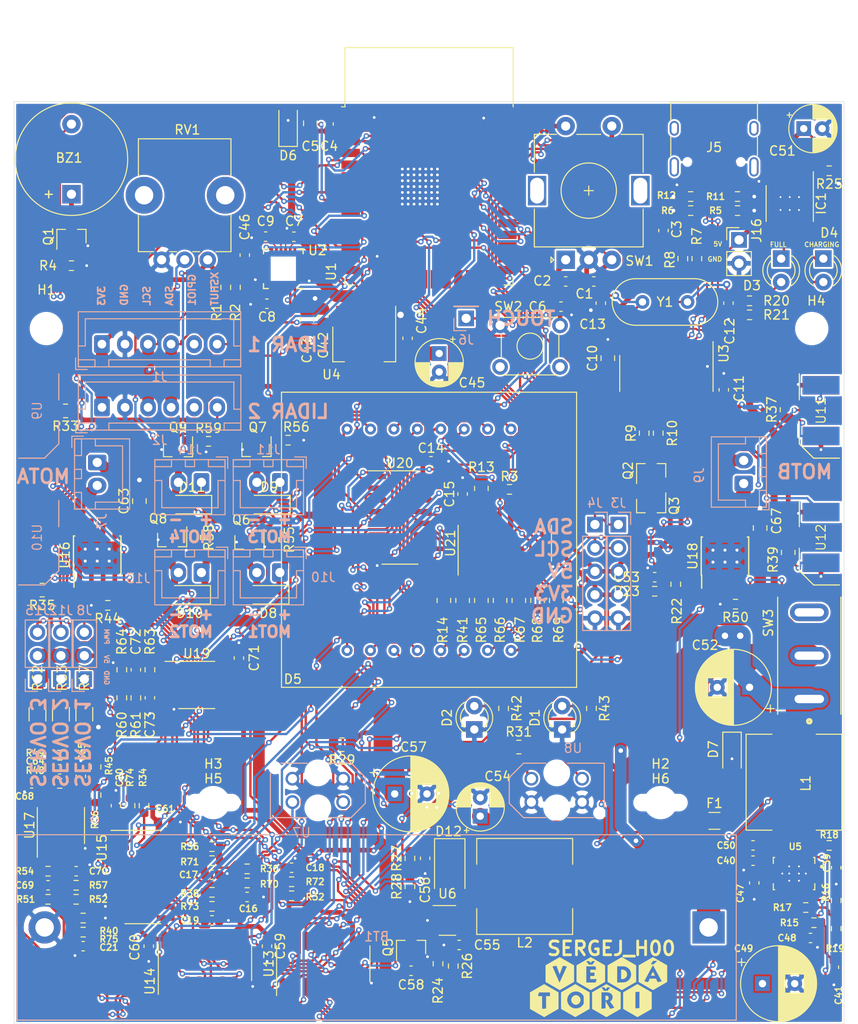
<source format=kicad_pcb>
(kicad_pcb (version 20171130) (host pcbnew "(5.1.9)-1")
  (layers (0 F.Cu signal) (31 B.Cu signal) (34 B.Paste user) (35 F.Paste user) (36 B.SilkS user) (37 F.SilkS user) (38 B.Mask user) (39 F.Mask user) (44 Edge.Cuts user hide))
  (net 0 "")
  (net 1 "Net-(BT1-Pad1)")
  (net 2 GND)
  (net 3 "Net-(BZ1-Pad2)")
  (net 4 +5V)
  (net 5 +3V3)
  (net 6 BUTTON)
  (net 7 /Motors/SERVO1_CURRENT)
  (net 8 /Motors/SERVO2_CURRENT)
  (net 9 /Motors/SERVO3_CURRENT)
  (net 10 +BATT)
  (net 11 /Power/5V_ENABLE)
  (net 12 +12V)
  (net 13 +5VP)
  (net 14 ENC_B)
  (net 15 ENC_SW)
  (net 16 ENC_A)
  (net 17 "Net-(D2-Pad2)")
  (net 18 "Net-(F1-Pad1)")
  (net 19 "Net-(IC1-Pad2)")
  (net 20 "Net-(J1-Pad6)")
  (net 21 SDA)
  (net 22 SCL)
  (net 23 /Motors/SERVO1_CTRL)
  (net 24 /Motors/SERVO2_CTRL)
  (net 25 /Motors/SERVO3_CTRL)
  (net 26 /USB/D-)
  (net 27 /USB/D+)
  (net 28 BUZZER)
  (net 29 /USB/ESP_RST)
  (net 30 "Net-(Q2-Pad2)")
  (net 31 "Net-(Q2-Pad1)")
  (net 32 /USB/ESP_GPIO0)
  (net 33 "Net-(Q5-Pad3)")
  (net 34 /Motors/DC_MOT1_12V)
  (net 35 /Motors/DC_MOT2_5V)
  (net 36 /Motors/DC_MOT3_12V)
  (net 37 /Motors/DC_MOT4_5V)
  (net 38 "Net-(R15-Pad2)")
  (net 39 /USB/ESP_RX)
  (net 40 /USB/ESP_TX)
  (net 41 "Net-(R37-Pad2)")
  (net 42 "Net-(R54-Pad2)")
  (net 43 POT)
  (net 44 /Gyro/MPU-6050_INT)
  (net 45 /Motors/MOTA_IN1)
  (net 46 /Motors/MOTA_IN2)
  (net 47 /Motors/MOTB_IN1)
  (net 48 /Motors/MOTB_IN2)
  (net 49 /Power/12V_ENABLE)
  (net 50 /Power/12V_MODE)
  (net 51 "Net-(C8-Pad1)")
  (net 52 "Net-(C9-Pad1)")
  (net 53 "Net-(C12-Pad1)")
  (net 54 "Net-(C13-Pad1)")
  (net 55 "Net-(C39-Pad2)")
  (net 56 "Net-(C41-Pad2)")
  (net 57 "Net-(C47-Pad1)")
  (net 58 "Net-(C50-Pad2)")
  (net 59 "Net-(C50-Pad1)")
  (net 60 "Net-(C64-Pad2)")
  (net 61 "Net-(C65-Pad2)")
  (net 62 "Net-(C69-Pad2)")
  (net 63 "Net-(C70-Pad2)")
  (net 64 "Net-(C72-Pad2)")
  (net 65 "Net-(C73-Pad2)")
  (net 66 "Net-(J5-PadB8)")
  (net 67 "Net-(J5-PadA5)")
  (net 68 "Net-(J5-PadA8)")
  (net 69 "Net-(J5-PadB5)")
  (net 70 "Net-(J7-Pad2)")
  (net 71 "Net-(J7-Pad1)")
  (net 72 "Net-(J8-Pad1)")
  (net 73 "Net-(J9-Pad2)")
  (net 74 "Net-(J9-Pad1)")
  (net 75 "Net-(J12-Pad1)")
  (net 76 "Net-(J15-Pad1)")
  (net 77 "Net-(R7-Pad2)")
  (net 78 "Net-(R8-Pad2)")
  (net 79 "Net-(R9-Pad2)")
  (net 80 "Net-(R10-Pad2)")
  (net 81 "Net-(R16-Pad2)")
  (net 82 "Net-(R17-Pad1)")
  (net 83 "Net-(R18-Pad1)")
  (net 84 "Net-(R27-Pad1)")
  (net 85 "Net-(R29-Pad2)")
  (net 86 "Net-(R31-Pad2)")
  (net 87 "Net-(R33-Pad2)")
  (net 88 "Net-(R35-Pad2)")
  (net 89 "Net-(R39-Pad2)")
  (net 90 "Net-(R42-Pad2)")
  (net 91 "Net-(R43-Pad2)")
  (net 92 "Net-(R44-Pad1)")
  (net 93 "Net-(R48-Pad2)")
  (net 94 "Net-(R50-Pad1)")
  (net 95 "Net-(R63-Pad2)")
  (net 96 "Net-(U13-Pad9)")
  (net 97 "Net-(U14-Pad7)")
  (net 98 "Net-(U14-Pad6)")
  (net 99 "Net-(U14-Pad5)")
  (net 100 "/Mux Demux Matrix/Analog_IN_7")
  (net 101 "/Mux Demux Matrix/REG_OUT_11")
  (net 102 "/Mux Demux Matrix/REG_OE")
  (net 103 "Net-(R13-Pad1)")
  (net 104 "Net-(R14-Pad1)")
  (net 105 "/Mux Demux Matrix/Analog_IN_1")
  (net 106 "/Mux Demux Matrix/Analog_IN_3")
  (net 107 "/Mux Demux Matrix/Analog_IN_5")
  (net 108 "/Mux Demux Matrix/Analog_IN_2")
  (net 109 "/Mux Demux Matrix/Analog_IN_4")
  (net 110 "/Mux Demux Matrix/Analog_IN_6")
  (net 111 "Net-(R41-Pad1)")
  (net 112 "Net-(R65-Pad1)")
  (net 113 "Net-(R66-Pad1)")
  (net 114 "Net-(R67-Pad1)")
  (net 115 "Net-(R68-Pad1)")
  (net 116 "Net-(R69-Pad1)")
  (net 117 "/Mux Demux Matrix/REG_DAT")
  (net 118 "/Mux Demux Matrix/REG_LAT")
  (net 119 "/Mux Demux Matrix/REG_CLK")
  (net 120 "/Mux Demux Matrix/Analog_MUX")
  (net 121 "Net-(U14-Pad9)")
  (net 122 "Net-(U20-Pad9)")
  (net 123 "Net-(D1-Pad2)")
  (net 124 "Net-(D3-Pad2)")
  (net 125 "Net-(D3-Pad1)")
  (net 126 "Net-(D4-Pad2)")
  (net 127 "Net-(D4-Pad1)")
  (net 128 "Net-(D5-Pad15)")
  (net 129 "Net-(D5-Pad16)")
  (net 130 "Net-(D5-Pad13)")
  (net 131 "Net-(D5-Pad12)")
  (net 132 "Net-(D5-Pad10)")
  (net 133 "Net-(D5-Pad9)")
  (net 134 "Net-(D5-Pad14)")
  (net 135 "Net-(D5-Pad11)")
  (net 136 "Net-(D5-Pad8)")
  (net 137 "Net-(D5-Pad7)")
  (net 138 "Net-(D5-Pad6)")
  (net 139 "Net-(D5-Pad5)")
  (net 140 "Net-(D5-Pad4)")
  (net 141 "Net-(D5-Pad3)")
  (net 142 "Net-(D5-Pad2)")
  (net 143 "Net-(D5-Pad1)")
  (net 144 "Net-(D8-Pad2)")
  (net 145 "Net-(D9-Pad2)")
  (net 146 "Net-(D10-Pad2)")
  (net 147 "Net-(D11-Pad2)")
  (net 148 "Net-(D12-Pad2)")
  (net 149 "Net-(J6-Pad1)")
  (net 150 "Net-(R30-Pad2)")
  (net 151 "Net-(R32-Pad2)")
  (net 152 "Net-(R34-Pad2)")
  (net 153 "Net-(R36-Pad2)")
  (net 154 "Net-(R38-Pad2)")
  (net 155 "Net-(R40-Pad2)")
  (net 156 "Net-(J5-PadS1)")
  (module Sergej_Library:Vedatori_15mm (layer F.Cu) (at 63.373 96.012)
    (fp_text reference . hide)
    (fp_text value . hide)
  )
  (module Sergej_Library:BatteryHolder_MPD_BH-18650-PC2_NoHoles (layer B.Cu) (at 75.311 89.535 180)
    (fp_text reference BT1 (at 36 -1) (layer B.SilkS) (effects (justify mirror)))
    (fp_text value 18650)
    (pad 1 thru_hole rect (at 0 0 180) (size 3.5 3.5) (drill 2) (layers *.Cu *.Mask) (net 1 "Net-(BT1-Pad1)"))
    (pad 2 thru_hole circle (at 72 0 180) (size 3.5 3.5) (drill 2) (layers *.Cu *.Mask) (net 2 GND))
  )
  (module Sergej_Library:ZIP_Tie_Slot_Hole (layer F.Cu) (at 70.1 76)
    (fp_text reference H6 (at 0.004 -2.594) (layer F.SilkS))
    (fp_text value MountingHole)
    (pad "" np_thru_hole oval (at 0 0) (size 5.5 1.5) (drill oval 5.5 1.5) (layers *.Cu *.Mask))
  )
  (module Sergej_Library:ZIP_Tie_Slot_Hole (layer F.Cu) (at 21.6 76)
    (fp_text reference H5 (at 0 -2.594) (layer F.SilkS))
    (fp_text value MountingHole)
    (pad "" np_thru_hole oval (at 0 0) (size 5.5 1.5) (drill oval 5.5 1.5) (layers *.Cu *.Mask))
  )
  (module Resistor_SMD:R_0603_1608Metric (layer F.Cu) (at 7.493 90.043 180)
    (fp_text reference R75 (at -2.794 -0.762) (layer F.SilkS) (effects (font (size 0.7 0.7))))
    (fp_text value 22K)
    (pad 2 smd roundrect (at 0.825 0 180) (size 0.8 0.95) (layers F.Cu F.Paste F.Mask) (net 155 "Net-(R40-Pad2)"))
    (pad 1 smd roundrect (at -0.825 0 180) (size 0.8 0.95) (layers F.Cu F.Paste F.Mask) (net 110 "/Mux Demux Matrix/Analog_IN_6"))
  )
  (module Resistor_SMD:R_0603_1608Metric (layer F.Cu) (at 12.573 76.327 90)
    (fp_text reference R74 (at 3.048 0 90) (layer F.SilkS) (effects (font (size 0.7 0.7))))
    (fp_text value 22K)
    (pad 2 smd roundrect (at 0.825 0 90) (size 0.8 0.95) (layers F.Cu F.Paste F.Mask) (net 152 "Net-(R34-Pad2)"))
    (pad 1 smd roundrect (at -0.825 0 90) (size 0.8 0.95) (layers F.Cu F.Paste F.Mask) (net 107 "/Mux Demux Matrix/Analog_IN_5"))
  )
  (module Resistor_SMD:R_0603_1608Metric (layer F.Cu) (at 21.463 87.249)
    (fp_text reference R73 (at -2.413 0) (layer F.SilkS) (effects (font (size 0.7 0.7))))
    (fp_text value 22K)
    (pad 2 smd roundrect (at 0.825 0) (size 0.8 0.95) (layers F.Cu F.Paste F.Mask) (net 154 "Net-(R38-Pad2)"))
    (pad 1 smd roundrect (at -0.825 0) (size 0.8 0.95) (layers F.Cu F.Paste F.Mask) (net 109 "/Mux Demux Matrix/Analog_IN_4"))
  )
  (module Resistor_SMD:R_0603_1608Metric (layer F.Cu) (at 30.099 84.582)
    (fp_text reference R72 (at 2.54 0) (layer F.SilkS) (effects (font (size 0.7 0.7))))
    (fp_text value 22K)
    (pad 2 smd roundrect (at 0.825 0) (size 0.8 0.95) (layers F.Cu F.Paste F.Mask) (net 151 "Net-(R32-Pad2)"))
    (pad 1 smd roundrect (at -0.825 0) (size 0.8 0.95) (layers F.Cu F.Paste F.Mask) (net 106 "/Mux Demux Matrix/Analog_IN_3"))
  )
  (module Resistor_SMD:R_0603_1608Metric (layer F.Cu) (at 21.463 82.296)
    (fp_text reference R71 (at -2.413 0.127) (layer F.SilkS) (effects (font (size 0.7 0.7))))
    (fp_text value 22K)
    (pad 2 smd roundrect (at 0.825 0) (size 0.8 0.95) (layers F.Cu F.Paste F.Mask) (net 153 "Net-(R36-Pad2)"))
    (pad 1 smd roundrect (at -0.825 0) (size 0.8 0.95) (layers F.Cu F.Paste F.Mask) (net 108 "/Mux Demux Matrix/Analog_IN_2"))
  )
  (module Resistor_SMD:R_0603_1608Metric (layer F.Cu) (at 25.273 84.709)
    (fp_text reference R70 (at 2.413 0.127) (layer F.SilkS) (effects (font (size 0.7 0.7))))
    (fp_text value 22K)
    (pad 2 smd roundrect (at 0.825 0) (size 0.8 0.95) (layers F.Cu F.Paste F.Mask) (net 150 "Net-(R30-Pad2)"))
    (pad 1 smd roundrect (at -0.825 0) (size 0.8 0.95) (layers F.Cu F.Paste F.Mask) (net 105 "/Mux Demux Matrix/Analog_IN_1"))
  )
  (module Connector_PinHeader_2.54mm:PinHeader_1x02_P2.54mm_Vertical (layer F.Cu) (at 78.613 14.986)
    (fp_text reference J16 (at 1.905 -1.016 270) (layer F.SilkS))
    (fp_text value Conn_01x02_Male)
    (pad 2 thru_hole oval (at 0 2.54) (size 1.7 1.7) (drill 1) (layers *.Cu *.Mask) (net 2 GND))
    (pad 1 thru_hole rect (at 0 0) (size 1.7 1.7) (drill 1) (layers *.Cu *.Mask) (net 13 +5VP))
  )
  (module Connector_PinHeader_2.54mm:PinHeader_1x01_P2.54mm_Vertical (layer B.Cu) (at 49.022 23.495)
    (fp_text reference J6 (at 0 2.33) (layer B.SilkS) (effects (justify mirror)))
    (fp_text value Conn_01x01_Male)
    (pad 1 thru_hole rect (at 0 0) (size 1.7 1.7) (drill 1) (layers *.Cu *.Mask) (net 149 "Net-(J6-Pad1)"))
  )
  (module Capacitor_SMD:C_0603_1608Metric (layer F.Cu) (at 7.493 91.567 180)
    (fp_text reference C21 (at -2.794 -0.127) (layer F.SilkS) (effects (font (size 0.7 0.7))))
    (fp_text value 100n)
    (pad 2 smd roundrect (at 0.775 0 180) (size 0.9 0.95) (layers F.Cu F.Paste F.Mask) (net 2 GND))
    (pad 1 smd roundrect (at -0.775 0 180) (size 0.9 0.95) (layers F.Cu F.Paste F.Mask) (net 110 "/Mux Demux Matrix/Analog_IN_6"))
  )
  (module Capacitor_SMD:C_0603_1608Metric (layer F.Cu) (at 11.049 76.327 90)
    (fp_text reference C20 (at 3.048 0.381 90) (layer F.SilkS) (effects (font (size 0.7 0.7))))
    (fp_text value 100n)
    (pad 2 smd roundrect (at 0.775 0 90) (size 0.9 0.95) (layers F.Cu F.Paste F.Mask) (net 2 GND))
    (pad 1 smd roundrect (at -0.775 0 90) (size 0.9 0.95) (layers F.Cu F.Paste F.Mask) (net 107 "/Mux Demux Matrix/Analog_IN_5"))
  )
  (module Capacitor_SMD:C_0603_1608Metric (layer F.Cu) (at 21.463 88.773)
    (fp_text reference C19 (at -2.413 0) (layer F.SilkS) (effects (font (size 0.7 0.7))))
    (fp_text value 100n)
    (pad 2 smd roundrect (at 0.775 0) (size 0.9 0.95) (layers F.Cu F.Paste F.Mask) (net 2 GND))
    (pad 1 smd roundrect (at -0.775 0) (size 0.9 0.95) (layers F.Cu F.Paste F.Mask) (net 109 "/Mux Demux Matrix/Analog_IN_4"))
  )
  (module Capacitor_SMD:C_0603_1608Metric (layer F.Cu) (at 30.099 83.058)
    (fp_text reference C18 (at 2.54 0) (layer F.SilkS) (effects (font (size 0.7 0.7))))
    (fp_text value 100n)
    (pad 2 smd roundrect (at 0.775 0) (size 0.9 0.95) (layers F.Cu F.Paste F.Mask) (net 2 GND))
    (pad 1 smd roundrect (at -0.775 0) (size 0.9 0.95) (layers F.Cu F.Paste F.Mask) (net 106 "/Mux Demux Matrix/Analog_IN_3"))
  )
  (module Capacitor_SMD:C_0603_1608Metric (layer F.Cu) (at 21.463 83.82)
    (fp_text reference C17 (at -2.54 0) (layer F.SilkS) (effects (font (size 0.7 0.7))))
    (fp_text value 100n)
    (pad 2 smd roundrect (at 0.775 0) (size 0.9 0.95) (layers F.Cu F.Paste F.Mask) (net 2 GND))
    (pad 1 smd roundrect (at -0.775 0) (size 0.9 0.95) (layers F.Cu F.Paste F.Mask) (net 108 "/Mux Demux Matrix/Analog_IN_2"))
  )
  (module Capacitor_SMD:C_0603_1608Metric (layer F.Cu) (at 25.273 86.233)
    (fp_text reference C16 (at 0.127 1.27) (layer F.SilkS) (effects (font (size 0.7 0.7))))
    (fp_text value 100n)
    (pad 2 smd roundrect (at 0.775 0) (size 0.9 0.95) (layers F.Cu F.Paste F.Mask) (net 2 GND))
    (pad 1 smd roundrect (at -0.775 0) (size 0.9 0.95) (layers F.Cu F.Paste F.Mask) (net 105 "/Mux Demux Matrix/Analog_IN_1"))
  )
  (module Sergej_Library:TCRT5000 (layer B.Cu) (at 58.848 74.676 180)
    (fp_text reference U8 (at -1.76355 4.57476) (layer B.SilkS) (effects (font (thickness 0.127)) (justify mirror)))
    (fp_text value TCRT5000)
    (pad 3 thru_hole circle (at -2.75 1.27 180) (size 1.5 1.5) (drill 1) (layers *.Cu *.Mask) (net 151 "Net-(R32-Pad2)"))
    (pad 4 thru_hole circle (at -2.75 -1.27 180) (size 1.5 1.5) (drill 1) (layers *.Cu *.Mask) (net 2 GND))
    (pad 1 thru_hole circle (at 2.75 1.27 180) (size 1.5 1.5) (drill 1) (layers *.Cu *.Mask) (net 86 "Net-(R31-Pad2)"))
    (pad 2 thru_hole circle (at 2.75 -1.27 180) (size 1.5 1.5) (drill 1) (layers *.Cu *.Mask) (net 2 GND))
    (pad None np_thru_hole circle (at -4.65 -2.45 180) (size 1 1) (drill 1) (layers *.Cu *.Mask))
    (pad None np_thru_hole circle (at 0 -1.9 180) (size 2.5 2.5) (drill 2.5) (layers *.Cu *.Mask))
    (pad None np_thru_hole circle (at 0 1.9 180) (size 2.5 2.5) (drill 2.5) (layers *.Cu *.Mask))
  )
  (module Sergej_Library:TCRT5000 (layer B.Cu) (at 32.94 74.676)
    (fp_text reference U7 (at -1.76355 4.57476) (layer B.SilkS) (effects (font (thickness 0.127)) (justify mirror)))
    (fp_text value TCRT5000)
    (pad 3 thru_hole circle (at -2.75 1.27) (size 1.5 1.5) (drill 1) (layers *.Cu *.Mask) (net 150 "Net-(R30-Pad2)"))
    (pad 4 thru_hole circle (at -2.75 -1.27) (size 1.5 1.5) (drill 1) (layers *.Cu *.Mask) (net 2 GND))
    (pad 1 thru_hole circle (at 2.75 1.27) (size 1.5 1.5) (drill 1) (layers *.Cu *.Mask) (net 85 "Net-(R29-Pad2)"))
    (pad 2 thru_hole circle (at 2.75 -1.27) (size 1.5 1.5) (drill 1) (layers *.Cu *.Mask) (net 2 GND))
    (pad None np_thru_hole circle (at -4.65 -2.45) (size 1 1) (drill 1) (layers *.Cu *.Mask))
    (pad None np_thru_hole circle (at 0 -1.9) (size 2.5 2.5) (drill 2.5) (layers *.Cu *.Mask))
    (pad None np_thru_hole circle (at 0 1.9) (size 2.5 2.5) (drill 2.5) (layers *.Cu *.Mask))
  )
  (module Sergej_Library:TCRT5000_SMD (layer F.Cu) (at 89.5 47.25 270)
    (fp_text reference U12 (at 0 2 270) (layer F.SilkS) (effects (font (thickness 0.127))))
    (fp_text value TCRT5000)
    (pad 4 smd rect (at -2.75 2 270) (size 2 4) (layers F.Cu F.Paste F.Mask) (net 2 GND))
    (pad 3 smd rect (at -2.75 2 270) (size 2 4) (layers B.Cu B.Paste B.Mask) (net 155 "Net-(R40-Pad2)"))
    (pad 1 smd rect (at 2.75 2 270) (size 2 4) (layers B.Cu B.Paste B.Mask) (net 89 "Net-(R39-Pad2)"))
    (pad 2 smd rect (at 2.75 2 270) (size 2 4) (layers F.Cu F.Paste F.Mask) (net 2 GND))
  )
  (module Sergej_Library:TCRT5000_SMD (layer F.Cu) (at 89.5 33.5 270)
    (fp_text reference U11 (at 0 2 270) (layer F.SilkS) (effects (font (thickness 0.127))))
    (fp_text value TCRT5000)
    (pad 4 smd rect (at -2.75 2 270) (size 2 4) (layers F.Cu F.Paste F.Mask) (net 2 GND))
    (pad 3 smd rect (at -2.75 2 270) (size 2 4) (layers B.Cu B.Paste B.Mask) (net 154 "Net-(R38-Pad2)"))
    (pad 1 smd rect (at 2.75 2 270) (size 2 4) (layers B.Cu B.Paste B.Mask) (net 41 "Net-(R37-Pad2)"))
    (pad 2 smd rect (at 2.75 2 270) (size 2 4) (layers F.Cu F.Paste F.Mask) (net 2 GND))
  )
  (module Sergej_Library:TCRT5000_SMD (layer B.Cu) (at 0.5 47.25 270)
    (fp_text reference U10 (at 0 -2 90) (layer B.SilkS) (effects (font (thickness 0.127)) (justify mirror)))
    (fp_text value TCRT5000)
    (pad 4 smd rect (at -2.75 -2 270) (size 2 4) (layers B.Cu B.Paste B.Mask) (net 2 GND))
    (pad 3 smd rect (at -2.75 -2 270) (size 2 4) (layers F.Cu F.Paste F.Mask) (net 153 "Net-(R36-Pad2)"))
    (pad 1 smd rect (at 2.75 -2 270) (size 2 4) (layers F.Cu F.Paste F.Mask) (net 88 "Net-(R35-Pad2)"))
    (pad 2 smd rect (at 2.75 -2 270) (size 2 4) (layers B.Cu B.Paste B.Mask) (net 2 GND))
  )
  (module Sergej_Library:TCRT5000_SMD (layer B.Cu) (at 0.5 33.5 270)
    (fp_text reference U9 (at 0 -2 90) (layer B.SilkS) (effects (font (thickness 0.127)) (justify mirror)))
    (fp_text value TCRT5000)
    (pad 4 smd rect (at -2.75 -2 270) (size 2 4) (layers B.Cu B.Paste B.Mask) (net 2 GND))
    (pad 3 smd rect (at -2.75 -2 270) (size 2 4) (layers F.Cu F.Paste F.Mask) (net 152 "Net-(R34-Pad2)"))
    (pad 1 smd rect (at 2.75 -2 270) (size 2 4) (layers F.Cu F.Paste F.Mask) (net 87 "Net-(R33-Pad2)"))
    (pad 2 smd rect (at 2.75 -2 270) (size 2 4) (layers B.Cu B.Paste B.Mask) (net 2 GND))
  )
  (module Capacitor_SMD:C_0603_1608Metric (layer F.Cu) (at 48.641 42.545 90)
    (fp_text reference C15 (at 0 -1.43 90) (layer F.SilkS))
    (fp_text value 100n)
    (pad 2 smd roundrect (at 0.775 0 90) (size 0.9 0.95) (layers F.Cu F.Paste F.Mask) (net 2 GND))
    (pad 1 smd roundrect (at -0.775 0 90) (size 0.9 0.95) (layers F.Cu F.Paste F.Mask) (net 4 +5V))
  )
  (module Capacitor_SMD:C_0603_1608Metric (layer F.Cu) (at 45.212 38.989)
    (fp_text reference C14 (at 0 -1.43) (layer F.SilkS))
    (fp_text value 100n)
    (pad 2 smd roundrect (at 0.775 0) (size 0.9 0.95) (layers F.Cu F.Paste F.Mask) (net 2 GND))
    (pad 1 smd roundrect (at -0.775 0) (size 0.9 0.95) (layers F.Cu F.Paste F.Mask) (net 4 +5V))
  )
  (module Resistor_SMD:R_0805_2012Metric (layer F.Cu) (at 46.609 54.0785 270)
    (fp_text reference R14 (at 3.1985 0.127 90) (layer F.SilkS))
    (fp_text value 100R)
    (pad 2 smd roundrect (at 0.9125 0 270) (size 1.025 1.4) (layers F.Cu F.Paste F.Mask) (roundrect_rratio 0.2439014634146341) (net 141 "Net-(D5-Pad3)"))
    (pad 1 smd roundrect (at -0.9125 0 270) (size 1.025 1.4) (layers F.Cu F.Paste F.Mask) (roundrect_rratio 0.2439014634146341) (net 104 "Net-(R14-Pad1)"))
  )
  (module Sergej_Library:KYX-1088AS (layer F.Cu) (at 45 47.5 180)
    (fp_text reference D5 (at 14.774 -15.111) (layer F.SilkS))
    (fp_text value KYX-1088AS)
    (pad 15 thru_hole circle (at -6.35 -12 180) (size 1.2 1.2) (drill 0.6) (layers *.Cu *.Mask) (net 128 "Net-(D5-Pad15)"))
    (pad 16 thru_hole circle (at -8.89 -12 180) (size 1.2 1.2) (drill 0.6) (layers *.Cu *.Mask) (net 129 "Net-(D5-Pad16)"))
    (pad 13 thru_hole circle (at -1.27 -12 180) (size 1.2 1.2) (drill 0.6) (layers *.Cu *.Mask) (net 130 "Net-(D5-Pad13)"))
    (pad 12 thru_hole circle (at 1.27 -12 180) (size 1.2 1.2) (drill 0.6) (layers *.Cu *.Mask) (net 131 "Net-(D5-Pad12)"))
    (pad 10 thru_hole circle (at 6.35 -12 180) (size 1.2 1.2) (drill 0.6) (layers *.Cu *.Mask) (net 132 "Net-(D5-Pad10)"))
    (pad 9 thru_hole circle (at 8.89 -12 180) (size 1.2 1.2) (drill 0.6) (layers *.Cu *.Mask) (net 133 "Net-(D5-Pad9)"))
    (pad 14 thru_hole circle (at -3.81 -12 180) (size 1.2 1.2) (drill 0.6) (layers *.Cu *.Mask) (net 134 "Net-(D5-Pad14)"))
    (pad 11 thru_hole circle (at 3.81 -12 180) (size 1.2 1.2) (drill 0.6) (layers *.Cu *.Mask) (net 135 "Net-(D5-Pad11)"))
    (pad 8 thru_hole circle (at 8.89 12 180) (size 1.2 1.2) (drill 0.6) (layers *.Cu *.Mask) (net 136 "Net-(D5-Pad8)"))
    (pad 7 thru_hole circle (at 6.35 12 180) (size 1.2 1.2) (drill 0.6) (layers *.Cu *.Mask) (net 137 "Net-(D5-Pad7)"))
    (pad 6 thru_hole circle (at 3.81 12 180) (size 1.2 1.2) (drill 0.6) (layers *.Cu *.Mask) (net 138 "Net-(D5-Pad6)"))
    (pad 5 thru_hole circle (at 1.27 12 180) (size 1.2 1.2) (drill 0.6) (layers *.Cu *.Mask) (net 139 "Net-(D5-Pad5)"))
    (pad 4 thru_hole circle (at -1.27 12 180) (size 1.2 1.2) (drill 0.6) (layers *.Cu *.Mask) (net 140 "Net-(D5-Pad4)"))
    (pad 3 thru_hole circle (at -3.81 12 180) (size 1.2 1.2) (drill 0.6) (layers *.Cu *.Mask) (net 141 "Net-(D5-Pad3)"))
    (pad 2 thru_hole circle (at -6.35 12 180) (size 1.2 1.2) (drill 0.6) (layers *.Cu *.Mask) (net 142 "Net-(D5-Pad2)"))
    (pad 1 thru_hole circle (at -8.89 12 180) (size 1.2 1.2) (drill 0.6) (layers *.Cu *.Mask) (net 143 "Net-(D5-Pad1)"))
  )
  (module Package_SO:SOIC-16_3.9x9.9mm_P1.27mm (layer F.Cu) (at 53.213 47.879 90)
    (fp_text reference U21 (at 0 -5.9 90) (layer F.SilkS))
    (fp_text value 74HC595)
    (pad 16 smd roundrect (at 2.475 -4.445 90) (size 1.95 0.6) (layers F.Cu F.Paste F.Mask) (net 4 +5V))
    (pad 15 smd roundrect (at 2.475 -3.175 90) (size 1.95 0.6) (layers F.Cu F.Paste F.Mask) (net 103 "Net-(R13-Pad1)"))
    (pad 14 smd roundrect (at 2.475 -1.905 90) (size 1.95 0.6) (layers F.Cu F.Paste F.Mask) (net 122 "Net-(U20-Pad9)"))
    (pad 13 smd roundrect (at 2.475 -0.635 90) (size 1.95 0.6) (layers F.Cu F.Paste F.Mask) (net 102 "/Mux Demux Matrix/REG_OE"))
    (pad 12 smd roundrect (at 2.475 0.635 90) (size 1.95 0.6) (layers F.Cu F.Paste F.Mask) (net 118 "/Mux Demux Matrix/REG_LAT"))
    (pad 11 smd roundrect (at 2.475 1.905 90) (size 1.95 0.6) (layers F.Cu F.Paste F.Mask) (net 119 "/Mux Demux Matrix/REG_CLK"))
    (pad 10 smd roundrect (at 2.475 3.175 90) (size 1.95 0.6) (layers F.Cu F.Paste F.Mask) (net 5 +3V3))
    (pad 9 smd roundrect (at 2.475 4.445 90) (size 1.95 0.6) (layers F.Cu F.Paste F.Mask))
    (pad 8 smd roundrect (at -2.475 4.445 90) (size 1.95 0.6) (layers F.Cu F.Paste F.Mask) (net 2 GND))
    (pad 7 smd roundrect (at -2.475 3.175 90) (size 1.95 0.6) (layers F.Cu F.Paste F.Mask) (net 116 "Net-(R69-Pad1)"))
    (pad 6 smd roundrect (at -2.475 1.905 90) (size 1.95 0.6) (layers F.Cu F.Paste F.Mask) (net 115 "Net-(R68-Pad1)"))
    (pad 5 smd roundrect (at -2.475 0.635 90) (size 1.95 0.6) (layers F.Cu F.Paste F.Mask) (net 114 "Net-(R67-Pad1)"))
    (pad 4 smd roundrect (at -2.475 -0.635 90) (size 1.95 0.6) (layers F.Cu F.Paste F.Mask) (net 113 "Net-(R66-Pad1)"))
    (pad 3 smd roundrect (at -2.475 -1.905 90) (size 1.95 0.6) (layers F.Cu F.Paste F.Mask) (net 112 "Net-(R65-Pad1)"))
    (pad 2 smd roundrect (at -2.475 -3.175 90) (size 1.95 0.6) (layers F.Cu F.Paste F.Mask) (net 111 "Net-(R41-Pad1)"))
    (pad 1 smd roundrect (at -2.475 -4.445 90) (size 1.95 0.6) (layers F.Cu F.Paste F.Mask) (net 104 "Net-(R14-Pad1)"))
  )
  (module Package_SO:SOIC-16_3.9x9.9mm_P1.27mm (layer F.Cu) (at 41.848 45.085)
    (fp_text reference U20 (at 0 -5.9) (layer F.SilkS))
    (fp_text value 74HC595)
    (pad 16 smd roundrect (at 2.475 -4.445) (size 1.95 0.6) (layers F.Cu F.Paste F.Mask) (net 4 +5V))
    (pad 15 smd roundrect (at 2.475 -3.175) (size 1.95 0.6) (layers F.Cu F.Paste F.Mask) (net 133 "Net-(D5-Pad9)"))
    (pad 14 smd roundrect (at 2.475 -1.905) (size 1.95 0.6) (layers F.Cu F.Paste F.Mask) (net 121 "Net-(U14-Pad9)"))
    (pad 13 smd roundrect (at 2.475 -0.635) (size 1.95 0.6) (layers F.Cu F.Paste F.Mask) (net 102 "/Mux Demux Matrix/REG_OE"))
    (pad 12 smd roundrect (at 2.475 0.635) (size 1.95 0.6) (layers F.Cu F.Paste F.Mask) (net 118 "/Mux Demux Matrix/REG_LAT"))
    (pad 11 smd roundrect (at 2.475 1.905) (size 1.95 0.6) (layers F.Cu F.Paste F.Mask) (net 119 "/Mux Demux Matrix/REG_CLK"))
    (pad 10 smd roundrect (at 2.475 3.175) (size 1.95 0.6) (layers F.Cu F.Paste F.Mask) (net 5 +3V3))
    (pad 9 smd roundrect (at 2.475 4.445) (size 1.95 0.6) (layers F.Cu F.Paste F.Mask) (net 122 "Net-(U20-Pad9)"))
    (pad 8 smd roundrect (at -2.475 4.445) (size 1.95 0.6) (layers F.Cu F.Paste F.Mask) (net 2 GND))
    (pad 7 smd roundrect (at -2.475 3.175) (size 1.95 0.6) (layers F.Cu F.Paste F.Mask) (net 139 "Net-(D5-Pad5)"))
    (pad 6 smd roundrect (at -2.475 1.905) (size 1.95 0.6) (layers F.Cu F.Paste F.Mask) (net 142 "Net-(D5-Pad2)"))
    (pad 5 smd roundrect (at -2.475 0.635) (size 1.95 0.6) (layers F.Cu F.Paste F.Mask) (net 137 "Net-(D5-Pad7)"))
    (pad 4 smd roundrect (at -2.475 -0.635) (size 1.95 0.6) (layers F.Cu F.Paste F.Mask) (net 143 "Net-(D5-Pad1)"))
    (pad 3 smd roundrect (at -2.475 -1.905) (size 1.95 0.6) (layers F.Cu F.Paste F.Mask) (net 131 "Net-(D5-Pad12)"))
    (pad 2 smd roundrect (at -2.475 -3.175) (size 1.95 0.6) (layers F.Cu F.Paste F.Mask) (net 136 "Net-(D5-Pad8)"))
    (pad 1 smd roundrect (at -2.475 -4.445) (size 1.95 0.6) (layers F.Cu F.Paste F.Mask) (net 134 "Net-(D5-Pad14)"))
  )
  (module Resistor_SMD:R_0805_2012Metric (layer F.Cu) (at 58.801 54.0785 270)
    (fp_text reference R69 (at 3.1985 -0.254 90) (layer F.SilkS))
    (fp_text value 100R)
    (pad 2 smd roundrect (at 0.9125 0 270) (size 1.025 1.4) (layers F.Cu F.Paste F.Mask) (roundrect_rratio 0.2439014634146341) (net 129 "Net-(D5-Pad16)"))
    (pad 1 smd roundrect (at -0.9125 0 270) (size 1.025 1.4) (layers F.Cu F.Paste F.Mask) (roundrect_rratio 0.2439014634146341) (net 116 "Net-(R69-Pad1)"))
  )
  (module Resistor_SMD:R_0805_2012Metric (layer F.Cu) (at 56.769 54.0785 270)
    (fp_text reference R68 (at 3.1985 0 90) (layer F.SilkS))
    (fp_text value 100R)
    (pad 2 smd roundrect (at 0.9125 0 270) (size 1.025 1.4) (layers F.Cu F.Paste F.Mask) (roundrect_rratio 0.2439014634146341) (net 128 "Net-(D5-Pad15)"))
    (pad 1 smd roundrect (at -0.9125 0 270) (size 1.025 1.4) (layers F.Cu F.Paste F.Mask) (roundrect_rratio 0.2439014634146341) (net 115 "Net-(R68-Pad1)"))
  )
  (module Resistor_SMD:R_0805_2012Metric (layer F.Cu) (at 54.737 54.0785 270)
    (fp_text reference R67 (at 3.1985 -0.127 90) (layer F.SilkS))
    (fp_text value 100R)
    (pad 2 smd roundrect (at 0.9125 0 270) (size 1.025 1.4) (layers F.Cu F.Paste F.Mask) (roundrect_rratio 0.2439014634146341) (net 135 "Net-(D5-Pad11)"))
    (pad 1 smd roundrect (at -0.9125 0 270) (size 1.025 1.4) (layers F.Cu F.Paste F.Mask) (roundrect_rratio 0.2439014634146341) (net 114 "Net-(R67-Pad1)"))
  )
  (module Resistor_SMD:R_0805_2012Metric (layer F.Cu) (at 52.705 54.0785 270)
    (fp_text reference R66 (at 3.1985 0 90) (layer F.SilkS))
    (fp_text value 100R)
    (pad 2 smd roundrect (at 0.9125 0 270) (size 1.025 1.4) (layers F.Cu F.Paste F.Mask) (roundrect_rratio 0.2439014634146341) (net 138 "Net-(D5-Pad6)"))
    (pad 1 smd roundrect (at -0.9125 0 270) (size 1.025 1.4) (layers F.Cu F.Paste F.Mask) (roundrect_rratio 0.2439014634146341) (net 113 "Net-(R66-Pad1)"))
  )
  (module Resistor_SMD:R_0805_2012Metric (layer F.Cu) (at 50.673 54.0785 270)
    (fp_text reference R65 (at 3.1985 0 90) (layer F.SilkS))
    (fp_text value 100R)
    (pad 2 smd roundrect (at 0.9125 0 270) (size 1.025 1.4) (layers F.Cu F.Paste F.Mask) (roundrect_rratio 0.2439014634146341) (net 132 "Net-(D5-Pad10)"))
    (pad 1 smd roundrect (at -0.9125 0 270) (size 1.025 1.4) (layers F.Cu F.Paste F.Mask) (roundrect_rratio 0.2439014634146341) (net 112 "Net-(R65-Pad1)"))
  )
  (module Resistor_SMD:R_0805_2012Metric (layer F.Cu) (at 48.641 54.0785 270)
    (fp_text reference R41 (at 3.1985 0 90) (layer F.SilkS))
    (fp_text value 100R)
    (pad 2 smd roundrect (at 0.9125 0 270) (size 1.025 1.4) (layers F.Cu F.Paste F.Mask) (roundrect_rratio 0.2439014634146341) (net 140 "Net-(D5-Pad4)"))
    (pad 1 smd roundrect (at -0.9125 0 270) (size 1.025 1.4) (layers F.Cu F.Paste F.Mask) (roundrect_rratio 0.2439014634146341) (net 111 "Net-(R41-Pad1)"))
  )
  (module Resistor_SMD:R_0805_2012Metric (layer F.Cu) (at 50.673 41.9335 90)
    (fp_text reference R13 (at 2.3095 0 180) (layer F.SilkS))
    (fp_text value 100R)
    (pad 2 smd roundrect (at 0.9125 0 90) (size 1.025 1.4) (layers F.Cu F.Paste F.Mask) (roundrect_rratio 0.2439014634146341) (net 130 "Net-(D5-Pad13)"))
    (pad 1 smd roundrect (at -0.9125 0 90) (size 1.025 1.4) (layers F.Cu F.Paste F.Mask) (roundrect_rratio 0.2439014634146341) (net 103 "Net-(R13-Pad1)"))
  )
  (module Connector_USB:USB_C_Receptacle_HRO_TYPE-C-31-M-12 (layer F.Cu) (at 75.913 3.937 180)
    (fp_text reference J5 (at 0 -1.016) (layer F.SilkS))
    (fp_text value TYPE-C-31-M-12)
    (pad B1 smd rect (at 3.25 -4.045 180) (size 0.6 1.45) (layers F.Cu F.Paste F.Mask) (net 2 GND))
    (pad A9 smd rect (at 2.45 -4.045 180) (size 0.6 1.45) (layers F.Cu F.Paste F.Mask) (net 13 +5VP))
    (pad B9 smd rect (at -2.45 -4.045 180) (size 0.6 1.45) (layers F.Cu F.Paste F.Mask) (net 13 +5VP))
    (pad B12 smd rect (at -3.25 -4.045 180) (size 0.6 1.45) (layers F.Cu F.Paste F.Mask) (net 2 GND))
    (pad A1 smd rect (at -3.25 -4.045 180) (size 0.6 1.45) (layers F.Cu F.Paste F.Mask) (net 2 GND))
    (pad A4 smd rect (at -2.45 -4.045 180) (size 0.6 1.45) (layers F.Cu F.Paste F.Mask) (net 13 +5VP))
    (pad B4 smd rect (at 2.45 -4.045 180) (size 0.6 1.45) (layers F.Cu F.Paste F.Mask) (net 13 +5VP))
    (pad A12 smd rect (at 3.25 -4.045 180) (size 0.6 1.45) (layers F.Cu F.Paste F.Mask) (net 2 GND))
    (pad B8 smd rect (at -1.75 -4.045 180) (size 0.3 1.45) (layers F.Cu F.Paste F.Mask) (net 66 "Net-(J5-PadB8)"))
    (pad A5 smd rect (at -1.25 -4.045 180) (size 0.3 1.45) (layers F.Cu F.Paste F.Mask) (net 67 "Net-(J5-PadA5)"))
    (pad B7 smd rect (at -0.75 -4.045 180) (size 0.3 1.45) (layers F.Cu F.Paste F.Mask) (net 26 /USB/D-))
    (pad A7 smd rect (at 0.25 -4.045 180) (size 0.3 1.45) (layers F.Cu F.Paste F.Mask) (net 26 /USB/D-))
    (pad B6 smd rect (at 0.75 -4.045 180) (size 0.3 1.45) (layers F.Cu F.Paste F.Mask) (net 27 /USB/D+))
    (pad A8 smd rect (at 1.25 -4.045 180) (size 0.3 1.45) (layers F.Cu F.Paste F.Mask) (net 68 "Net-(J5-PadA8)"))
    (pad B5 smd rect (at 1.75 -4.045 180) (size 0.3 1.45) (layers F.Cu F.Paste F.Mask) (net 69 "Net-(J5-PadB5)"))
    (pad A6 smd rect (at -0.25 -4.045 180) (size 0.3 1.45) (layers F.Cu F.Paste F.Mask) (net 27 /USB/D+))
    (pad S1 thru_hole oval (at 4.32 -3.13 180) (size 1 2.1) (drill oval 0.6 1.7) (layers *.Cu *.Mask) (net 156 "Net-(J5-PadS1)"))
    (pad S1 thru_hole oval (at -4.32 -3.13 180) (size 1 2.1) (drill oval 0.6 1.7) (layers *.Cu *.Mask) (net 156 "Net-(J5-PadS1)"))
    (pad "" np_thru_hole circle (at -2.89 -2.6 180) (size 0.65 0.65) (drill 0.65) (layers *.Cu *.Mask))
    (pad S1 thru_hole oval (at -4.32 1.05 180) (size 1 1.6) (drill oval 0.6 1.2) (layers *.Cu *.Mask) (net 156 "Net-(J5-PadS1)"))
    (pad "" np_thru_hole circle (at 2.89 -2.6 180) (size 0.65 0.65) (drill 0.65) (layers *.Cu *.Mask))
    (pad S1 thru_hole oval (at 4.32 1.05 180) (size 1 1.6) (drill oval 0.6 1.2) (layers *.Cu *.Mask) (net 156 "Net-(J5-PadS1)"))
  )
  (module Diode_SMD:D_SOD-123 (layer F.Cu) (at 19.177 43.688 180)
    (fp_text reference D11 (at -0.127 1.905) (layer F.SilkS))
    (fp_text value B5819W)
    (pad 2 smd rect (at 1.65 0 180) (size 0.9 1.2) (layers F.Cu F.Paste F.Mask) (net 147 "Net-(D11-Pad2)"))
    (pad 1 smd rect (at -1.65 0 180) (size 0.9 1.2) (layers F.Cu F.Paste F.Mask) (net 4 +5V))
  )
  (module Diode_SMD:D_SOD-123 (layer F.Cu) (at 19.05 53.467 180)
    (fp_text reference D10 (at 0 -2) (layer F.SilkS))
    (fp_text value B5819W)
    (pad 2 smd rect (at 1.65 0 180) (size 0.9 1.2) (layers F.Cu F.Paste F.Mask) (net 146 "Net-(D10-Pad2)"))
    (pad 1 smd rect (at -1.65 0 180) (size 0.9 1.2) (layers F.Cu F.Paste F.Mask) (net 4 +5V))
  )
  (module Diode_SMD:D_SOD-123 (layer F.Cu) (at 27.686 43.688 180)
    (fp_text reference D9 (at 0 1.905) (layer F.SilkS))
    (fp_text value B5819W)
    (pad 2 smd rect (at 1.65 0 180) (size 0.9 1.2) (layers F.Cu F.Paste F.Mask) (net 145 "Net-(D9-Pad2)"))
    (pad 1 smd rect (at -1.65 0 180) (size 0.9 1.2) (layers F.Cu F.Paste F.Mask) (net 12 +12V))
  )
  (module Diode_SMD:D_SOD-123 (layer F.Cu) (at 27.559 53.467 180)
    (fp_text reference D8 (at 0 -2) (layer F.SilkS))
    (fp_text value B5819W)
    (pad 2 smd rect (at 1.65 0 180) (size 0.9 1.2) (layers F.Cu F.Paste F.Mask) (net 144 "Net-(D8-Pad2)"))
    (pad 1 smd rect (at -1.65 0 180) (size 0.9 1.2) (layers F.Cu F.Paste F.Mask) (net 12 +12V))
  )
  (module Capacitor_SMD:C_0603_1608Metric (layer F.Cu) (at 25.019 16.637 90)
    (fp_text reference C46 (at 3.048 0 90) (layer F.SilkS))
    (fp_text value 100n)
    (pad 2 smd roundrect (at 0.775 0 90) (size 0.9 0.95) (layers F.Cu F.Paste F.Mask) (net 2 GND))
    (pad 1 smd roundrect (at -0.775 0 90) (size 0.9 0.95) (layers F.Cu F.Paste F.Mask) (net 5 +3V3))
  )
  (module Sergej_Library:IC_TPS61088RHLR (layer F.Cu) (at 84.582 83.693 270)
    (fp_text reference U5 (at -2.921 -0.127) (layer F.SilkS) (effects (font (size 0.7 0.7))))
    (fp_text value TPS61088RHLR)
    (fp_poly (pts (xy -0.375 -1.525) (xy -0.375 -2.4) (xy -0.374931 -2.402617) (xy -0.374726 -2.405226) (xy -0.374384 -2.407822) (xy -0.373907 -2.410396) (xy -0.373296 -2.412941) (xy -0.372553 -2.415451) (xy -0.371679 -2.417918) (xy -0.370677 -2.420337) (xy -0.36955 -2.4227) (xy -0.368301 -2.425) (xy -0.366934 -2.427232) (xy -0.365451 -2.429389) (xy -0.363857 -2.431466) (xy -0.362157 -2.433457) (xy -0.360355 -2.435355) (xy -0.358457 -2.437157) (xy -0.356466 -2.438857) (xy -0.354389 -2.440451) (xy -0.352232 -2.441934) (xy -0.35 -2.443301) (xy -0.3477 -2.44455) (xy -0.345337 -2.445677) (xy -0.342918 -2.446679) (xy -0.340451 -2.447553) (xy -0.337941 -2.448296) (xy -0.335396 -2.448907) (xy -0.332822 -2.449384) (xy -0.330226 -2.449726) (xy -0.327617 -2.449931) (xy -0.325 -2.45) (xy -0.225 -2.45) (xy -0.222383 -2.449931) (xy -0.219774 -2.449726) (xy -0.217178 -2.449384) (xy -0.214604 -2.448907) (xy -0.212059 -2.448296) (xy -0.209549 -2.447553) (xy -0.207082 -2.446679) (xy -0.204663 -2.445677) (xy -0.2023 -2.44455) (xy -0.2 -2.443301) (xy -0.197768 -2.441934) (xy -0.195611 -2.440451) (xy -0.193534 -2.438857) (xy -0.191543 -2.437157) (xy -0.189645 -2.435355) (xy -0.187843 -2.433457) (xy -0.186143 -2.431466) (xy -0.184549 -2.429389) (xy -0.183066 -2.427232) (xy -0.181699 -2.425) (xy -0.18045 -2.4227) (xy -0.179323 -2.420337) (xy -0.178321 -2.417918) (xy -0.177447 -2.415451) (xy -0.176704 -2.412941) (xy -0.176093 -2.410396) (xy -0.175616 -2.407822) (xy -0.175274 -2.405226) (xy -0.175069 -2.402617) (xy -0.175 -2.4) (xy -0.175 -1.925) (xy 0.175 -1.925) (xy 0.175 -2.4) (xy 0.175069 -2.402617) (xy 0.175274 -2.405226) (xy 0.175616 -2.407822) (xy 0.176093 -2.410396) (xy 0.176704 -2.412941) (xy 0.177447 -2.415451) (xy 0.178321 -2.417918) (xy 0.179323 -2.420337) (xy 0.18045 -2.4227) (xy 0.181699 -2.425) (xy 0.183066 -2.427232) (xy 0.184549 -2.429389) (xy 0.186143 -2.431466) (xy 0.187843 -2.433457) (xy 0.189645 -2.435355) (xy 0.191543 -2.437157) (xy 0.193534 -2.438857) (xy 0.195611 -2.440451) (xy 0.197768 -2.441934) (xy 0.2 -2.443301) (xy 0.2023 -2.44455) (xy 0.204663 -2.445677) (xy 0.207082 -2.446679) (xy 0.209549 -2.447553) (xy 0.212059 -2.448296) (xy 0.214604 -2.448907) (xy 0.217178 -2.449384) (xy 0.219774 -2.449726) (xy 0.222383 -2.449931) (xy 0.225 -2.45) (xy 0.325 -2.45) (xy 0.327617 -2.449931) (xy 0.330226 -2.449726) (xy 0.332822 -2.449384) (xy 0.335396 -2.448907) (xy 0.337941 -2.448296) (xy 0.340451 -2.447553) (xy 0.342918 -2.446679) (xy 0.345337 -2.445677) (xy 0.3477 -2.44455) (xy 0.35 -2.443301) (xy 0.352232 -2.441934) (xy 0.354389 -2.440451) (xy 0.356466 -2.438857) (xy 0.358457 -2.437157) (xy 0.360355 -2.435355) (xy 0.362157 -2.433457) (xy 0.363857 -2.431466) (xy 0.365451 -2.429389) (xy 0.366934 -2.427232) (xy 0.368301 -2.425) (xy 0.36955 -2.4227) (xy 0.370677 -2.420337) (xy 0.371679 -2.417918) (xy 0.372553 -2.415451) (xy 0.373296 -2.412941) (xy 0.373907 -2.410396) (xy 0.374384 -2.407822) (xy 0.374726 -2.405226) (xy 0.374931 -2.402617) (xy 0.375 -2.4) (xy 0.375 -1.525) (xy 0.975 -1.525) (xy 0.977617 -1.524931) (xy 0.980226 -1.524726) (xy 0.982822 -1.524384) (xy 0.985396 -1.523907) (xy 0.987941 -1.523296) (xy 0.990451 -1.522553) (xy 0.992918 -1.521679) (xy 0.995337 -1.520677) (xy 0.9977 -1.51955) (xy 1 -1.518301) (xy 1.002232 -1.516934) (xy 1.004389 -1.515451) (xy 1.006466 -1.513857) (xy 1.008457 -1.512157) (xy 1.010355 -1.510355) (xy 1.012157 -1.508457) (xy 1.013857 -1.506466) (xy 1.015451 -1.504389) (xy 1.016934 -1.502232) (xy 1.018301 -1.5) (xy 1.01955 -1.4977) (xy 1.020677 -1.495337) (xy 1.021679 -1.492918) (xy 1.022553 -1.490451) (xy 1.023296 -1.487941) (xy 1.023907 -1.485396) (xy 1.024384 -1.482822) (xy 1.024726 -1.480226) (xy 1.024931 -1.477617) (xy 1.025 -1.475) (xy 1.025 1.475) (xy 1.024931 1.477617) (xy 1.024726 1.480226) (xy 1.024384 1.482822) (xy 1.023907 1.485396) (xy 1.023296 1.487941) (xy 1.022553 1.490451) (xy 1.021679 1.492918) (xy 1.020677 1.495337) (xy 1.01955 1.4977) (xy 1.018301 1.5) (xy 1.016934 1.502232) (xy 1.015451 1.504389) (xy 1.013857 1.506466) (xy 1.012157 1.508457) (xy 1.010355 1.510355) (xy 1.008457 1.512157) (xy 1.006466 1.513857) (xy 1.004389 1.515451) (xy 1.002232 1.516934) (xy 1 1.518301) (xy 0.9977 1.51955) (xy 0.995337 1.520677) (xy 0.992918 1.521679) (xy 0.990451 1.522553) (xy 0.987941 1.523296) (xy 0.985396 1.523907) (xy 0.982822 1.524384) (xy 0.980226 1.524726) (xy 0.977617 1.524931) (xy 0.975 1.525) (xy 0.375 1.525) (xy 0.375 2.4) (xy 0.374931 2.402617) (xy 0.374726 2.405226) (xy 0.374384 2.407822) (xy 0.373907 2.410396) (xy 0.373296 2.412941) (xy 0.372553 2.415451) (xy 0.371679 2.417918) (xy 0.370677 2.420337) (xy 0.36955 2.4227) (xy 0.368301 2.425) (xy 0.366934 2.427232) (xy 0.365451 2.429389) (xy 0.363857 2.431466) (xy 0.362157 2.433457) (xy 0.360355 2.435355) (xy 0.358457 2.437157) (xy 0.356466 2.438857) (xy 0.354389 2.440451) (xy 0.352232 2.441934) (xy 0.35 2.443301) (xy 0.3477 2.44455) (xy 0.345337 2.445677) (xy 0.342918 2.446679) (xy 0.340451 2.447553) (xy 0.337941 2.448296) (xy 0.335396 2.448907) (xy 0.332822 2.449384) (xy 0.330226 2.449726) (xy 0.327617 2.449931) (xy 0.325 2.45) (xy 0.225 2.45) (xy 0.222383 2.449931) (xy 0.219774 2.449726) (xy 0.217178 2.449384) (xy 0.214604 2.448907) (xy 0.212059 2.448296) (xy 0.209549 2.447553) (xy 0.207082 2.446679) (xy 0.204663 2.445677) (xy 0.2023 2.44455) (xy 0.2 2.443301) (xy 0.197768 2.441934) (xy 0.195611 2.440451) (xy 0.193534 2.438857) (xy 0.191543 2.437157) (xy 0.189645 2.435355) (xy 0.187843 2.433457) (xy 0.186143 2.431466) (xy 0.184549 2.429389) (xy 0.183066 2.427232) (xy 0.181699 2.425) (xy 0.18045 2.4227) (xy 0.179323 2.420337) (xy 0.178321 2.417918) (xy 0.177447 2.415451) (xy 0.176704 2.412941) (xy 0.176093 2.410396) (xy 0.175616 2.407822) (xy 0.175274 2.405226) (xy 0.175069 2.402617) (xy 0.175 2.4) (xy 0.175 1.925) (xy -0.175 1.925) (xy -0.175 2.4) (xy -0.175069 2.402617) (xy -0.175274 2.405226) (xy -0.175616 2.407822) (xy -0.176093 2.410396) (xy -0.176704 2.412941) (xy -0.177447 2.415451) (xy -0.178321 2.417918) (xy -0.179323 2.420337) (xy -0.18045 2.4227) (xy -0.181699 2.425) (xy -0.183066 2.427232) (xy -0.184549 2.429389) (xy -0.186143 2.431466) (xy -0.187843 2.433457) (xy -0.189645 2.435355) (xy -0.191543 2.437157) (xy -0.193534 2.438857) (xy -0.195611 2.440451) (xy -0.197768 2.441934) (xy -0.2 2.443301) (xy -0.2023 2.44455) (xy -0.204663 2.445677) (xy -0.207082 2.446679) (xy -0.209549 2.447553) (xy -0.212059 2.448296) (xy -0.214604 2.448907) (xy -0.217178 2.449384) (xy -0.219774 2.449726) (xy -0.222383 2.449931) (xy -0.225 2.45) (xy -0.325 2.45) (xy -0.327617 2.449931) (xy -0.330226 2.449726) (xy -0.332822 2.449384) (xy -0.335396 2.448907) (xy -0.337941 2.448296) (xy -0.340451 2.447553) (xy -0.342918 2.446679) (xy -0.345337 2.445677) (xy -0.3477 2.44455) (xy -0.35 2.443301) (xy -0.352232 2.441934) (xy -0.354389 2.440451) (xy -0.356466 2.438857) (xy -0.358457 2.437157) (xy -0.360355 2.435355) (xy -0.362157 2.433457) (xy -0.363857 2.431466) (xy -0.365451 2.429389) (xy -0.366934 2.427232) (xy -0.368301 2.425) (xy -0.36955 2.4227) (xy -0.370677 2.420337) (xy -0.371679 2.417918) (xy -0.372553 2.415451) (xy -0.373296 2.412941) (xy -0.373907 2.410396) (xy -0.374384 2.407822) (xy -0.374726 2.405226) (xy -0.374931 2.402617) (xy -0.375 2.4) (xy -0.375 1.525) (xy -0.975 1.525) (xy -0.977617 1.524931) (xy -0.980226 1.524726) (xy -0.982822 1.524384) (xy -0.985396 1.523907) (xy -0.987941 1.523296) (xy -0.990451 1.522553) (xy -0.992918 1.521679) (xy -0.995337 1.520677) (xy -0.9977 1.51955) (xy -1 1.518301) (xy -1.002232 1.516934) (xy -1.004389 1.515451) (xy -1.006466 1.513857) (xy -1.008457 1.512157) (xy -1.010355 1.510355) (xy -1.012157 1.508457) (xy -1.013857 1.506466) (xy -1.015451 1.504389) (xy -1.016934 1.502232) (xy -1.018301 1.5) (xy -1.01955 1.4977) (xy -1.020677 1.495337) (xy -1.021679 1.492918) (xy -1.022553 1.490451) (xy -1.023296 1.487941) (xy -1.023907 1.485396) (xy -1.024384 1.482822) (xy -1.024726 1.480226) (xy -1.024931 1.477617) (xy -1.025 1.475) (xy -1.025 -1.475) (xy -1.024931 -1.477617) (xy -1.024726 -1.480226) (xy -1.024384 -1.482822) (xy -1.023907 -1.485396) (xy -1.023296 -1.487941) (xy -1.022553 -1.490451) (xy -1.021679 -1.492918) (xy -1.020677 -1.495337) (xy -1.01955 -1.4977) (xy -1.018301 -1.5) (xy -1.016934 -1.502232) (xy -1.015451 -1.504389) (xy -1.013857 -1.506466) (xy -1.012157 -1.508457) (xy -1.010355 -1.510355) (xy -1.008457 -1.512157) (xy -1.006466 -1.513857) (xy -1.004389 -1.515451) (xy -1.002232 -1.516934) (xy -1 -1.518301) (xy -0.9977 -1.51955) (xy -0.995337 -1.520677) (xy -0.992918 -1.521679) (xy -0.990451 -1.522553) (xy -0.987941 -1.523296) (xy -0.985396 -1.523907) (xy -0.982822 -1.524384) (xy -0.980226 -1.524726) (xy -0.977617 -1.524931) (xy -0.975 -1.525) (xy -0.375 -1.525)) (layer F.Cu) (width 0.01))
    (pad 1 smd rect (at -0.75 -2.15 270) (size 0.24 0.6) (layers F.Cu F.Paste F.Mask) (net 55 "Net-(C39-Pad2)"))
    (pad 20 smd rect (at 0.75 -2.15 270) (size 0.24 0.6) (layers F.Cu F.Paste F.Mask) (net 2 GND))
    (pad 10 smd rect (at -0.75 2.15 270) (size 0.24 0.6) (layers F.Cu F.Paste F.Mask) (net 57 "Net-(C47-Pad1)"))
    (pad 11 smd rect (at 0.75 2.15 270) (size 0.24 0.6) (layers F.Cu F.Paste F.Mask) (net 2 GND))
    (pad 5 smd rect (at -1.65 -0.25 270) (size 0.6 0.24) (layers F.Cu F.Paste F.Mask) (net 58 "Net-(C50-Pad2)"))
    (pad 6 smd rect (at -1.65 0.25 270) (size 0.6 0.24) (layers F.Cu F.Paste F.Mask) (net 58 "Net-(C50-Pad2)"))
    (pad 7 smd rect (at -1.65 0.75 270) (size 0.6 0.24) (layers F.Cu F.Paste F.Mask) (net 58 "Net-(C50-Pad2)"))
    (pad 8 smd rect (at -1.65 1.25 270) (size 0.6 0.24) (layers F.Cu F.Paste F.Mask) (net 59 "Net-(C50-Pad1)"))
    (pad 9 smd rect (at -1.65 1.75 270) (size 0.6 0.24) (layers F.Cu F.Paste F.Mask) (net 10 +BATT))
    (pad 4 smd rect (at -1.65 -0.75 270) (size 0.6 0.24) (layers F.Cu F.Paste F.Mask) (net 58 "Net-(C50-Pad2)"))
    (pad 3 smd rect (at -1.65 -1.25 270) (size 0.6 0.24) (layers F.Cu F.Paste F.Mask) (net 83 "Net-(R18-Pad1)"))
    (pad 2 smd rect (at -1.65 -1.75 270) (size 0.6 0.24) (layers F.Cu F.Paste F.Mask) (net 49 /Power/12V_ENABLE))
    (pad 16 smd rect (at 1.65 -0.25 270) (size 0.6 0.24) (layers F.Cu F.Paste F.Mask) (net 12 +12V))
    (pad 15 smd rect (at 1.65 0.25 270) (size 0.6 0.24) (layers F.Cu F.Paste F.Mask) (net 12 +12V))
    (pad 14 smd rect (at 1.65 0.75 270) (size 0.6 0.24) (layers F.Cu F.Paste F.Mask) (net 12 +12V))
    (pad 13 smd rect (at 1.65 1.25 270) (size 0.6 0.24) (layers F.Cu F.Paste F.Mask) (net 50 /Power/12V_MODE))
    (pad 12 smd rect (at 1.65 1.75 270) (size 0.6 0.24) (layers F.Cu F.Paste F.Mask) (net 2 GND))
    (pad 17 smd rect (at 1.65 -0.75 270) (size 0.6 0.24) (layers F.Cu F.Paste F.Mask) (net 82 "Net-(R17-Pad1)"))
    (pad 18 smd rect (at 1.65 -1.25 270) (size 0.6 0.24) (layers F.Cu F.Paste F.Mask) (net 38 "Net-(R15-Pad2)"))
    (pad 19 smd rect (at 1.65 -1.75 270) (size 0.6 0.24) (layers F.Cu F.Paste F.Mask) (net 81 "Net-(R16-Pad2)"))
    (pad 21 smd rect (at 0 0 270) (size 2.05 3.05) (layers F.Cu F.Mask) (net 2 GND))
    (pad 27 thru_hole circle (at 0 0.525 270) (size 0.3 0.3) (drill 0.2) (layers *.Cu *.Mask) (net 2 GND))
    (pad 26 thru_hole circle (at -0.775 0.525 270) (size 0.3 0.3) (drill 0.2) (layers *.Cu *.Mask) (net 2 GND))
    (pad 28 thru_hole circle (at 0.775 0.525 270) (size 0.3 0.3) (drill 0.2) (layers *.Cu *.Mask) (net 2 GND))
    (pad 24 thru_hole circle (at 0 -0.525 270) (size 0.3 0.3) (drill 0.2) (layers *.Cu *.Mask) (net 2 GND))
    (pad 23 thru_hole circle (at -0.775 -0.525 270) (size 0.3 0.3) (drill 0.2) (layers *.Cu *.Mask) (net 2 GND))
    (pad 25 thru_hole circle (at 0.775 -0.525 270) (size 0.3 0.3) (drill 0.2) (layers *.Cu *.Mask) (net 2 GND))
    (pad 29 thru_hole circle (at 0 1.275 270) (size 0.3 0.3) (drill 0.2) (layers *.Cu *.Mask) (net 2 GND))
    (pad 22 thru_hole circle (at 0 -1.275 270) (size 0.3 0.3) (drill 0.2) (layers *.Cu *.Mask) (net 2 GND))
  )
  (module Resistor_SMD:R_0603_1608Metric (layer F.Cu) (at 79.756 23.114)
    (fp_text reference R21 (at 2.921 0) (layer F.SilkS))
    (fp_text value 1K)
    (pad 2 smd roundrect (at 0.825 0) (size 0.8 0.95) (layers F.Cu F.Paste F.Mask) (net 126 "Net-(D4-Pad2)"))
    (pad 1 smd roundrect (at -0.825 0) (size 0.8 0.95) (layers F.Cu F.Paste F.Mask) (net 13 +5VP))
  )
  (module Resistor_SMD:R_0603_1608Metric (layer F.Cu) (at 86.741 89.027 180)
    (fp_text reference R15 (at 2.667 0) (layer F.SilkS) (effects (font (size 0.7 0.7))))
    (fp_text value R)
    (pad 2 smd roundrect (at 0.825 0 180) (size 0.8 0.95) (layers F.Cu F.Paste F.Mask) (net 38 "Net-(R15-Pad2)"))
    (pad 1 smd roundrect (at -0.825 0 180) (size 0.8 0.95) (layers F.Cu F.Paste F.Mask) (net 56 "Net-(C41-Pad2)"))
  )
  (module Resistor_SMD:R_0603_1608Metric (layer F.Cu) (at 89.154 86.614 270)
    (fp_text reference R16 (at -0.889 1.143 90) (layer F.SilkS) (effects (font (size 0.7 0.7))))
    (fp_text value R)
    (pad 2 smd roundrect (at 0.825 0 270) (size 0.8 0.95) (layers F.Cu F.Paste F.Mask) (net 81 "Net-(R16-Pad2)"))
    (pad 1 smd roundrect (at -0.825 0 270) (size 0.8 0.95) (layers F.Cu F.Paste F.Mask) (net 2 GND))
  )
  (module Fuse:Fuse_1206_3216Metric (layer F.Cu) (at 75.946 77.978 180)
    (fp_text reference F1 (at 0 1.905) (layer F.SilkS))
    (fp_text value Fuse)
    (pad 2 smd roundrect (at 1.4 0 180) (size 1.25 1.75) (layers F.Cu F.Paste F.Mask) (roundrect_rratio 0.2) (net 1 "Net-(BT1-Pad1)"))
    (pad 1 smd roundrect (at -1.4 0 180) (size 1.25 1.75) (layers F.Cu F.Paste F.Mask) (roundrect_rratio 0.2) (net 18 "Net-(F1-Pad1)"))
  )
  (module MountingHole:MountingHole_3.2mm_M3 (layer F.Cu) (at 86.5 24.6)
    (fp_text reference H4 (at 0.495 -3.01) (layer F.SilkS))
    (fp_text value MountingHole)
    (pad 1 np_thru_hole circle (at 0 0) (size 3.2 3.2) (drill 3.2) (layers *.Cu *.Mask))
  )
  (module MountingHole:MountingHole_3.2mm_M3 (layer F.Cu) (at 21.6 76)
    (fp_text reference H3 (at 0 -4.2) (layer F.SilkS))
    (fp_text value MountingHole)
    (pad 1 np_thru_hole circle (at 0 0) (size 3.2 3.2) (drill 3.2) (layers *.Cu *.Mask))
  )
  (module MountingHole:MountingHole_3.2mm_M3 (layer F.Cu) (at 70.1 76)
    (fp_text reference H2 (at 0 -4.2) (layer F.SilkS))
    (fp_text value MountingHole)
    (pad 1 np_thru_hole circle (at 0 0) (size 3.2 3.2) (drill 3.2) (layers *.Cu *.Mask))
  )
  (module MountingHole:MountingHole_3.2mm_M3 (layer F.Cu) (at 3.5 24.6)
    (fp_text reference H1 (at 0 -4.2) (layer F.SilkS))
    (fp_text value MountingHole)
    (pad 1 np_thru_hole circle (at 0 0) (size 3.2 3.2) (drill 3.2) (layers *.Cu *.Mask))
  )
  (module Resistor_SMD:R_0603_1608Metric (layer F.Cu) (at 78.453 10.287)
    (fp_text reference R11 (at -2.38 0 180) (layer F.SilkS) (effects (font (size 0.7 0.7))))
    (fp_text value 5K1)
    (pad 2 smd roundrect (at 0.825 0) (size 0.8 0.95) (layers F.Cu F.Paste F.Mask) (net 2 GND))
    (pad 1 smd roundrect (at -0.825 0) (size 0.8 0.95) (layers F.Cu F.Paste F.Mask) (net 66 "Net-(J5-PadB8)"))
  )
  (module Resistor_SMD:R_0603_1608Metric (layer F.Cu) (at 78.453 11.811 180)
    (fp_text reference R5 (at 2.38 0) (layer F.SilkS) (effects (font (size 0.7 0.7))))
    (fp_text value 5K1)
    (pad 2 smd roundrect (at 0.825 0 180) (size 0.8 0.95) (layers F.Cu F.Paste F.Mask) (net 67 "Net-(J5-PadA5)"))
    (pad 1 smd roundrect (at -0.825 0 180) (size 0.8 0.95) (layers F.Cu F.Paste F.Mask) (net 2 GND))
  )
  (module Resistor_SMD:R_0603_1608Metric (layer F.Cu) (at 73.373 10.287 180)
    (fp_text reference R12 (at 2.634 0.127) (layer F.SilkS) (effects (font (size 0.7 0.7))))
    (fp_text value 5K1)
    (pad 2 smd roundrect (at 0.825 0 180) (size 0.8 0.95) (layers F.Cu F.Paste F.Mask) (net 2 GND))
    (pad 1 smd roundrect (at -0.825 0 180) (size 0.8 0.95) (layers F.Cu F.Paste F.Mask) (net 68 "Net-(J5-PadA8)"))
  )
  (module Resistor_SMD:R_0603_1608Metric (layer F.Cu) (at 73.373 11.811)
    (fp_text reference R6 (at -2.507 0) (layer F.SilkS) (effects (font (size 0.7 0.7))))
    (fp_text value 5K1)
    (pad 2 smd roundrect (at 0.825 0) (size 0.8 0.95) (layers F.Cu F.Paste F.Mask) (net 69 "Net-(J5-PadB5)"))
    (pad 1 smd roundrect (at -0.825 0) (size 0.8 0.95) (layers F.Cu F.Paste F.Mask) (net 2 GND))
  )
  (module Sergej_Library:TE_A101SYCQ04 (layer F.Cu) (at 86.233 60.071 90)
    (fp_text reference SW3 (at 3.556 -4.445 90) (layer F.SilkS))
    (fp_text value MT-102)
    (pad 1 thru_hole oval (at -4.699 0 90) (size 1.9 4.2) (drill oval 0.9 3.2) (layers *.Cu *.Mask) (net 10 +BATT))
    (pad 2 thru_hole oval (at 0 0 90) (size 1.9 4.2) (drill oval 0.9 3.2) (layers *.Cu *.Mask) (net 18 "Net-(F1-Pad1)"))
    (pad 3 thru_hole oval (at 4.699 0 90) (size 1.9 4.2) (drill oval 0.9 3.2) (layers *.Cu *.Mask))
  )
  (module Package_SO:SOIC-16_3.9x9.9mm_P1.27mm (layer F.Cu) (at 70.739 29.464 270)
    (fp_text reference U3 (at -2.159 -6.223 270) (layer F.SilkS))
    (fp_text value CH340G)
    (pad 16 smd roundrect (at 2.475 -4.445 270) (size 1.95 0.6) (layers F.Cu F.Paste F.Mask) (net 5 +3V3))
    (pad 15 smd roundrect (at 2.475 -3.175 270) (size 1.95 0.6) (layers F.Cu F.Paste F.Mask))
    (pad 14 smd roundrect (at 2.475 -1.905 270) (size 1.95 0.6) (layers F.Cu F.Paste F.Mask) (net 80 "Net-(R10-Pad2)"))
    (pad 13 smd roundrect (at 2.475 -0.635 270) (size 1.95 0.6) (layers F.Cu F.Paste F.Mask) (net 79 "Net-(R9-Pad2)"))
    (pad 12 smd roundrect (at 2.475 0.635 270) (size 1.95 0.6) (layers F.Cu F.Paste F.Mask))
    (pad 11 smd roundrect (at 2.475 1.905 270) (size 1.95 0.6) (layers F.Cu F.Paste F.Mask))
    (pad 10 smd roundrect (at 2.475 3.175 270) (size 1.95 0.6) (layers F.Cu F.Paste F.Mask))
    (pad 9 smd roundrect (at 2.475 4.445 270) (size 1.95 0.6) (layers F.Cu F.Paste F.Mask))
    (pad 8 smd roundrect (at -2.475 4.445 270) (size 1.95 0.6) (layers F.Cu F.Paste F.Mask) (net 54 "Net-(C13-Pad1)"))
    (pad 7 smd roundrect (at -2.475 3.175 270) (size 1.95 0.6) (layers F.Cu F.Paste F.Mask) (net 53 "Net-(C12-Pad1)"))
    (pad 6 smd roundrect (at -2.475 1.905 270) (size 1.95 0.6) (layers F.Cu F.Paste F.Mask) (net 26 /USB/D-))
    (pad 5 smd roundrect (at -2.475 0.635 270) (size 1.95 0.6) (layers F.Cu F.Paste F.Mask) (net 27 /USB/D+))
    (pad 4 smd roundrect (at -2.475 -0.635 270) (size 1.95 0.6) (layers F.Cu F.Paste F.Mask) (net 5 +3V3))
    (pad 3 smd roundrect (at -2.475 -1.905 270) (size 1.95 0.6) (layers F.Cu F.Paste F.Mask) (net 78 "Net-(R8-Pad2)"))
    (pad 2 smd roundrect (at -2.475 -3.175 270) (size 1.95 0.6) (layers F.Cu F.Paste F.Mask) (net 77 "Net-(R7-Pad2)"))
    (pad 1 smd roundrect (at -2.475 -4.445 270) (size 1.95 0.6) (layers F.Cu F.Paste F.Mask) (net 2 GND))
  )
  (module Connector_PinHeader_2.54mm:PinHeader_1x03_P2.54mm_Vertical (layer B.Cu) (at 7.62 62.611)
    (fp_text reference J8 (at 0 -7.449) (layer B.SilkS) (effects (justify mirror)))
    (fp_text value Conn_01x03_Male)
    (pad 3 thru_hole oval (at 0 -5.08) (size 1.7 1.7) (drill 1) (layers *.Cu *.Mask) (net 23 /Motors/SERVO1_CTRL))
    (pad 2 thru_hole oval (at 0 -2.54) (size 1.7 1.7) (drill 1) (layers *.Cu *.Mask) (net 4 +5V))
    (pad 1 thru_hole rect (at 0 0) (size 1.7 1.7) (drill 1) (layers *.Cu *.Mask) (net 72 "Net-(J8-Pad1)"))
  )
  (module Buzzer_Beeper:Buzzer_12x9.5RM7.6 (layer F.Cu) (at 6.223 10.033 90)
    (fp_text reference BZ1 (at 3.937 -0.254 180) (layer F.SilkS))
    (fp_text value Buzzer)
    (fp_text user + (at -0.01 -2.54 90) (layer F.SilkS))
    (pad 2 thru_hole circle (at 7.6 0 90) (size 2 2) (drill 1) (layers *.Cu *.Mask) (net 3 "Net-(BZ1-Pad2)"))
    (pad 1 thru_hole rect (at 0 0 90) (size 2 2) (drill 1) (layers *.Cu *.Mask) (net 4 +5V))
  )
  (module Capacitor_SMD:C_0805_2012Metric (layer F.Cu) (at 32.131 2.3495 90)
    (fp_text reference C5 (at -2.4765 0 180) (layer F.SilkS))
    (fp_text value 10u)
    (pad 2 smd roundrect (at 0.95 0 90) (size 1 1.45) (layers F.Cu F.Paste F.Mask) (net 2 GND))
    (pad 1 smd roundrect (at -0.95 0 90) (size 1 1.45) (layers F.Cu F.Paste F.Mask) (net 5 +3V3))
  )
  (module Capacitor_SMD:C_0603_1608Metric (layer F.Cu) (at 7.239 73.152 270)
    (fp_text reference C65 (at -2.667 -0.127 270) (layer F.SilkS) (effects (font (size 0.7 0.7))))
    (fp_text value 2n2)
    (pad 2 smd roundrect (at 0.775 0 270) (size 0.9 0.95) (layers F.Cu F.Paste F.Mask) (net 61 "Net-(C65-Pad2)"))
    (pad 1 smd roundrect (at -0.775 0 270) (size 0.9 0.95) (layers F.Cu F.Paste F.Mask) (net 2 GND))
  )
  (module Capacitor_SMD:C_0603_1608Metric (layer F.Cu) (at 6.731 83.439 180)
    (fp_text reference C70 (at -2.413 0) (layer F.SilkS) (effects (font (size 0.7 0.7))))
    (fp_text value 2n2)
    (pad 2 smd roundrect (at 0.775 0 180) (size 0.9 0.95) (layers F.Cu F.Paste F.Mask) (net 63 "Net-(C70-Pad2)"))
    (pad 1 smd roundrect (at -0.775 0 180) (size 0.9 0.95) (layers F.Cu F.Paste F.Mask) (net 2 GND))
  )
  (module Capacitor_SMD:C_0603_1608Metric (layer F.Cu) (at 14.732 64.643 90)
    (fp_text reference C73 (at -2.921 0 90) (layer F.SilkS))
    (fp_text value 2n2)
    (pad 2 smd roundrect (at 0.775 0 90) (size 0.9 0.95) (layers F.Cu F.Paste F.Mask) (net 65 "Net-(C73-Pad2)"))
    (pad 1 smd roundrect (at -0.775 0 90) (size 0.9 0.95) (layers F.Cu F.Paste F.Mask) (net 2 GND))
  )
  (module Capacitor_SMD:C_0603_1608Metric (layer F.Cu) (at 4.953 72.39)
    (fp_text reference C64 (at -2.667 -0.889 180) (layer F.SilkS) (effects (font (size 0.7 0.7))))
    (fp_text value 2n2)
    (pad 2 smd roundrect (at 0.775 0) (size 0.9 0.95) (layers F.Cu F.Paste F.Mask) (net 60 "Net-(C64-Pad2)"))
    (pad 1 smd roundrect (at -0.775 0) (size 0.9 0.95) (layers F.Cu F.Paste F.Mask) (net 7 /Motors/SERVO1_CURRENT))
  )
  (module Capacitor_SMD:C_0603_1608Metric (layer F.Cu) (at 14.605 91.567 270)
    (fp_text reference C60 (at 0.127 1.524 90) (layer F.SilkS))
    (fp_text value 100n)
    (pad 2 smd roundrect (at 0.775 0 270) (size 0.9 0.95) (layers F.Cu F.Paste F.Mask) (net 2 GND))
    (pad 1 smd roundrect (at -0.775 0 270) (size 0.9 0.95) (layers F.Cu F.Paste F.Mask) (net 5 +3V3))
  )
  (module Capacitor_SMD:C_0603_1608Metric (layer F.Cu) (at 34.0995 2.413 90)
    (fp_text reference C4 (at -2.413 0.0635 180) (layer F.SilkS))
    (fp_text value 100n)
    (pad 2 smd roundrect (at 0.775 0 90) (size 0.9 0.95) (layers F.Cu F.Paste F.Mask) (net 2 GND))
    (pad 1 smd roundrect (at -0.775 0 90) (size 0.9 0.95) (layers F.Cu F.Paste F.Mask) (net 5 +3V3))
  )
  (module Capacitor_SMD:C_0603_1608Metric (layer F.Cu) (at 59.309 22.225 180)
    (fp_text reference C6 (at 2.54 0) (layer F.SilkS))
    (fp_text value 100n)
    (pad 2 smd roundrect (at 0.775 0 180) (size 0.9 0.95) (layers F.Cu F.Paste F.Mask) (net 6 BUTTON))
    (pad 1 smd roundrect (at -0.775 0 180) (size 0.9 0.95) (layers F.Cu F.Paste F.Mask) (net 2 GND))
  )
  (module Capacitor_SMD:C_0603_1608Metric (layer F.Cu) (at 27.432 91.567 270)
    (fp_text reference C59 (at 0 -1.43 90) (layer F.SilkS))
    (fp_text value 100n)
    (pad 2 smd roundrect (at 0.775 0 270) (size 0.9 0.95) (layers F.Cu F.Paste F.Mask) (net 2 GND))
    (pad 1 smd roundrect (at -0.775 0 270) (size 0.9 0.95) (layers F.Cu F.Paste F.Mask) (net 5 +3V3))
  )
  (module Capacitor_SMD:C_0603_1608Metric (layer F.Cu) (at 3.683 84.963)
    (fp_text reference C69 (at -2.54 0 180) (layer F.SilkS) (effects (font (size 0.7 0.7))))
    (fp_text value 2n2)
    (pad 2 smd roundrect (at 0.775 0) (size 0.9 0.95) (layers F.Cu F.Paste F.Mask) (net 62 "Net-(C69-Pad2)"))
    (pad 1 smd roundrect (at -0.775 0) (size 0.9 0.95) (layers F.Cu F.Paste F.Mask) (net 8 /Motors/SERVO2_CURRENT))
  )
  (module Capacitor_SMD:C_0603_1608Metric (layer F.Cu) (at 77.47 21.844 270)
    (fp_text reference C12 (at 3.048 -0.127 90) (layer F.SilkS))
    (fp_text value 22p)
    (pad 2 smd roundrect (at 0.775 0 270) (size 0.9 0.95) (layers F.Cu F.Paste F.Mask) (net 2 GND))
    (pad 1 smd roundrect (at -0.775 0 270) (size 0.9 0.95) (layers F.Cu F.Paste F.Mask) (net 53 "Net-(C12-Pad1)"))
  )
  (module Capacitor_SMD:C_0603_1608Metric (layer F.Cu) (at 63.627 21.844 270)
    (fp_text reference C13 (at 2.286 0.889 180) (layer F.SilkS))
    (fp_text value 22p)
    (pad 2 smd roundrect (at 0.775 0 270) (size 0.9 0.95) (layers F.Cu F.Paste F.Mask) (net 2 GND))
    (pad 1 smd roundrect (at -0.775 0 270) (size 0.9 0.95) (layers F.Cu F.Paste F.Mask) (net 54 "Net-(C13-Pad1)"))
  )
  (module Capacitor_SMD:C_0603_1608Metric (layer F.Cu) (at 24.384 60.325 90)
    (fp_text reference C71 (at 0 1.651 90) (layer F.SilkS))
    (fp_text value 100n)
    (pad 2 smd roundrect (at 0.775 0 90) (size 0.9 0.95) (layers F.Cu F.Paste F.Mask) (net 2 GND))
    (pad 1 smd roundrect (at -0.775 0 90) (size 0.9 0.95) (layers F.Cu F.Paste F.Mask) (net 5 +3V3))
  )
  (module Capacitor_SMD:C_0805_2012Metric (layer F.Cu) (at 64.389 27.813 90)
    (fp_text reference C10 (at 0 -1.68 90) (layer F.SilkS))
    (fp_text value 10u)
    (pad 2 smd roundrect (at 0.95 0 90) (size 1 1.45) (layers F.Cu F.Paste F.Mask) (net 2 GND))
    (pad 1 smd roundrect (at -0.95 0 90) (size 1 1.45) (layers F.Cu F.Paste F.Mask) (net 5 +3V3))
  )
  (module Capacitor_SMD:C_0603_1608Metric (layer F.Cu) (at 48.26 91.44 180)
    (fp_text reference C55 (at -3.048 0) (layer F.SilkS))
    (fp_text value 100n)
    (pad 2 smd roundrect (at 0.775 0 180) (size 0.9 0.95) (layers F.Cu F.Paste F.Mask) (net 2 GND))
    (pad 1 smd roundrect (at -0.775 0 180) (size 0.9 0.95) (layers F.Cu F.Paste F.Mask) (net 10 +BATT))
  )
  (module Capacitor_SMD:C_0603_1608Metric (layer F.Cu) (at 80.137 82.296 180)
    (fp_text reference C40 (at 2.921 0) (layer F.SilkS) (effects (font (size 0.7 0.7))))
    (fp_text value 100n)
    (pad 2 smd roundrect (at 0.775 0 180) (size 0.9 0.95) (layers F.Cu F.Paste F.Mask) (net 2 GND))
    (pad 1 smd roundrect (at -0.775 0 180) (size 0.9 0.95) (layers F.Cu F.Paste F.Mask) (net 10 +BATT))
  )
  (module Capacitor_SMD:C_0805_2012Metric (layer F.Cu) (at 80.899 46.228 90)
    (fp_text reference C67 (at 0.762 1.778 90) (layer F.SilkS))
    (fp_text value 10u)
    (pad 2 smd roundrect (at 0.95 0 90) (size 1 1.45) (layers F.Cu F.Paste F.Mask) (net 2 GND))
    (pad 1 smd roundrect (at -0.95 0 90) (size 1 1.45) (layers F.Cu F.Paste F.Mask) (net 12 +12V))
  )
  (module Capacitor_THT:CP_Radial_D5.0mm_P2.00mm (layer F.Cu) (at 50.546 77.47 90)
    (fp_text reference C54 (at 4.318 1.905 180) (layer F.SilkS))
    (fp_text value 100u)
    (pad 2 thru_hole circle (at 2 0 90) (size 1.6 1.6) (drill 0.8) (layers *.Cu *.Mask) (net 2 GND))
    (pad 1 thru_hole rect (at 0 0 90) (size 1.6 1.6) (drill 0.8) (layers *.Cu *.Mask) (net 10 +BATT))
  )
  (module Capacitor_SMD:C_0603_1608Metric (layer F.Cu) (at 30.3403 14.6431 180)
    (fp_text reference C7 (at -0.0127 1.6891) (layer F.SilkS))
    (fp_text value 100n)
    (pad 2 smd roundrect (at 0.775 0 180) (size 0.9 0.95) (layers F.Cu F.Paste F.Mask) (net 2 GND))
    (pad 1 smd roundrect (at -0.775 0 180) (size 0.9 0.95) (layers F.Cu F.Paste F.Mask) (net 5 +3V3))
  )
  (module Capacitor_SMD:C_0603_1608Metric (layer F.Cu) (at 89.154 83.058 90)
    (fp_text reference C39 (at 0.508 -1.016 90) (layer F.SilkS) (effects (font (size 0.7 0.7))))
    (fp_text value "more than 1uF, footprint?")
    (pad 2 smd roundrect (at 0.775 0 90) (size 0.9 0.95) (layers F.Cu F.Paste F.Mask) (net 55 "Net-(C39-Pad2)"))
    (pad 1 smd roundrect (at -0.775 0 90) (size 0.9 0.95) (layers F.Cu F.Paste F.Mask) (net 2 GND))
  )
  (module Capacitor_SMD:C_0603_1608Metric (layer F.Cu) (at 13.208 61.595 270)
    (fp_text reference C72 (at -3.048 0 90) (layer F.SilkS))
    (fp_text value 2n2)
    (pad 2 smd roundrect (at 0.775 0 270) (size 0.9 0.95) (layers F.Cu F.Paste F.Mask) (net 64 "Net-(C72-Pad2)"))
    (pad 1 smd roundrect (at -0.775 0 270) (size 0.9 0.95) (layers F.Cu F.Paste F.Mask) (net 9 /Motors/SERVO3_CURRENT))
  )
  (module Capacitor_SMD:C_0805_2012Metric (layer F.Cu) (at 13.589 43.307 90)
    (fp_text reference C63 (at 0 -1.68 90) (layer F.SilkS))
    (fp_text value 10u)
    (pad 2 smd roundrect (at 0.95 0 90) (size 1 1.45) (layers F.Cu F.Paste F.Mask) (net 2 GND))
    (pad 1 smd roundrect (at -0.95 0 90) (size 1 1.45) (layers F.Cu F.Paste F.Mask) (net 12 +12V))
  )
  (module Capacitor_SMD:C_0603_1608Metric (layer F.Cu) (at 1.905 73.914 180)
    (fp_text reference C68 (at 0.762 -1.397) (layer F.SilkS) (effects (font (size 0.7 0.7))))
    (fp_text value 100n)
    (pad 2 smd roundrect (at 0.775 0 180) (size 0.9 0.95) (layers F.Cu F.Paste F.Mask) (net 2 GND))
    (pad 1 smd roundrect (at -0.775 0 180) (size 0.9 0.95) (layers F.Cu F.Paste F.Mask) (net 5 +3V3))
  )
  (module Capacitor_SMD:C_0603_1608Metric (layer F.Cu) (at 27.2796 14.6304 180)
    (fp_text reference C9 (at 0 1.6764) (layer F.SilkS))
    (fp_text value 100n)
    (pad 2 smd roundrect (at 0.775 0 180) (size 0.9 0.95) (layers F.Cu F.Paste F.Mask) (net 2 GND))
    (pad 1 smd roundrect (at -0.775 0 180) (size 0.9 0.95) (layers F.Cu F.Paste F.Mask) (net 52 "Net-(C9-Pad1)"))
  )
  (module Capacitor_SMD:C_0603_1608Metric (layer F.Cu) (at 27.4193 21.9075 180)
    (fp_text reference C8 (at 0 -1.43) (layer F.SilkS))
    (fp_text value 2n2)
    (pad 2 smd roundrect (at 0.775 0 180) (size 0.9 0.95) (layers F.Cu F.Paste F.Mask) (net 2 GND))
    (pad 1 smd roundrect (at -0.775 0 180) (size 0.9 0.95) (layers F.Cu F.Paste F.Mask) (net 51 "Net-(C8-Pad1)"))
  )
  (module Capacitor_SMD:C_0603_1608Metric (layer F.Cu) (at 76.962 31.242 90)
    (fp_text reference C11 (at 0.127 1.651 90) (layer F.SilkS))
    (fp_text value 100n)
    (pad 2 smd roundrect (at 0.775 0 90) (size 0.9 0.95) (layers F.Cu F.Paste F.Mask) (net 2 GND))
    (pad 1 smd roundrect (at -0.775 0 90) (size 0.9 0.95) (layers F.Cu F.Paste F.Mask) (net 5 +3V3))
  )
  (module Capacitor_SMD:C_0603_1608Metric (layer F.Cu) (at 43.053 94.234)
    (fp_text reference C58 (at 0 1.524) (layer F.SilkS))
    (fp_text value 100n)
    (pad 2 smd roundrect (at 0.775 0) (size 0.9 0.95) (layers F.Cu F.Paste F.Mask) (net 2 GND))
    (pad 1 smd roundrect (at -0.775 0) (size 0.9 0.95) (layers F.Cu F.Paste F.Mask) (net 11 /Power/5V_ENABLE))
  )
  (module Capacitor_SMD:C_0603_1608Metric (layer F.Cu) (at 80.264 84.709 270)
    (fp_text reference C47 (at 1.143 1.524 90) (layer F.SilkS) (effects (font (size 0.7 0.7))))
    (fp_text value 100n)
    (pad 2 smd roundrect (at 0.775 0 270) (size 0.9 0.95) (layers F.Cu F.Paste F.Mask) (net 2 GND))
    (pad 1 smd roundrect (at -0.775 0 270) (size 0.9 0.95) (layers F.Cu F.Paste F.Mask) (net 57 "Net-(C47-Pad1)"))
  )
  (module Capacitor_SMD:C_0603_1608Metric (layer F.Cu) (at 44.577 82.042 270)
    (fp_text reference C56 (at 3.429 0 90) (layer F.SilkS))
    (fp_text value 100n)
    (pad 2 smd roundrect (at 0.775 0 270) (size 0.9 0.95) (layers F.Cu F.Paste F.Mask) (net 2 GND))
    (pad 1 smd roundrect (at -0.775 0 270) (size 0.9 0.95) (layers F.Cu F.Paste F.Mask) (net 4 +5V))
  )
  (module Capacitor_SMD:C_0603_1608Metric (layer F.Cu) (at 80.137 80.645 180)
    (fp_text reference C50 (at 2.921 0) (layer F.SilkS) (effects (font (size 0.7 0.7))))
    (fp_text value 100n)
    (pad 2 smd roundrect (at 0.775 0 180) (size 0.9 0.95) (layers F.Cu F.Paste F.Mask) (net 58 "Net-(C50-Pad2)"))
    (pad 1 smd roundrect (at -0.775 0 180) (size 0.9 0.95) (layers F.Cu F.Paste F.Mask) (net 59 "Net-(C50-Pad1)"))
  )
  (module Capacitor_SMD:C_0603_1608Metric (layer F.Cu) (at 88.9 93.853 90)
    (fp_text reference C41 (at -3.048 0.508 90) (layer F.SilkS) (effects (font (size 0.7 0.7))))
    (fp_text value f)
    (pad 2 smd roundrect (at 0.775 0 90) (size 0.9 0.95) (layers F.Cu F.Paste F.Mask) (net 56 "Net-(C41-Pad2)"))
    (pad 1 smd roundrect (at -0.775 0 90) (size 0.9 0.95) (layers F.Cu F.Paste F.Mask) (net 2 GND))
  )
  (module Capacitor_THT:CP_Radial_D8.0mm_P3.50mm (layer F.Cu) (at 81.153 95.631)
    (fp_text reference C49 (at -2.032 -3.81) (layer F.SilkS) (effects (font (size 0.7 0.7))))
    (fp_text value "1000u 16V")
    (pad 2 thru_hole circle (at 3.5 0) (size 1.6 1.6) (drill 0.8) (layers *.Cu *.Mask) (net 2 GND))
    (pad 1 thru_hole rect (at 0 0) (size 1.6 1.6) (drill 0.8) (layers *.Cu *.Mask) (net 12 +12V))
  )
  (module Capacitor_SMD:C_0603_1608Metric (layer F.Cu) (at 33.528 23.241 90)
    (fp_text reference C42 (at -3.175 0 270) (layer F.SilkS))
    (fp_text value 100n)
    (pad 2 smd roundrect (at 0.775 0 90) (size 0.9 0.95) (layers F.Cu F.Paste F.Mask) (net 2 GND))
    (pad 1 smd roundrect (at -0.775 0 90) (size 0.9 0.95) (layers F.Cu F.Paste F.Mask) (net 4 +5V))
  )
  (module Capacitor_SMD:C_0805_2012Metric (layer F.Cu) (at 31.75 23.622 90)
    (fp_text reference C43 (at -3.302 0 270) (layer F.SilkS))
    (fp_text value 10u)
    (pad 2 smd roundrect (at 0.95 0 90) (size 1 1.45) (layers F.Cu F.Paste F.Mask) (net 2 GND))
    (pad 1 smd roundrect (at -0.95 0 90) (size 1 1.45) (layers F.Cu F.Paste F.Mask) (net 4 +5V))
  )
  (module Capacitor_SMD:C_0603_1608Metric (layer F.Cu) (at 42.672 25.654 90)
    (fp_text reference C44 (at 1.905 1.524 90) (layer F.SilkS))
    (fp_text value 100n)
    (pad 2 smd roundrect (at 0.775 0 90) (size 0.9 0.95) (layers F.Cu F.Paste F.Mask) (net 2 GND))
    (pad 1 smd roundrect (at -0.775 0 90) (size 0.9 0.95) (layers F.Cu F.Paste F.Mask) (net 5 +3V3))
  )
  (module Capacitor_THT:CP_Radial_D5.0mm_P2.00mm (layer F.Cu) (at 46.101 27.305 270)
    (fp_text reference C45 (at 3.175 -3.556 180) (layer F.SilkS))
    (fp_text value 100u)
    (pad 2 thru_hole circle (at 2 0 270) (size 1.6 1.6) (drill 0.8) (layers *.Cu *.Mask) (net 2 GND))
    (pad 1 thru_hole rect (at 0 0 270) (size 1.6 1.6) (drill 0.8) (layers *.Cu *.Mask) (net 5 +3V3))
  )
  (module Capacitor_THT:CP_Radial_D8.0mm_P3.50mm (layer F.Cu) (at 41.275 75.057)
    (fp_text reference C57 (at 2.032 -5.08) (layer F.SilkS))
    (fp_text value "1000u 16V")
    (pad 2 thru_hole circle (at 3.5 0) (size 1.6 1.6) (drill 0.8) (layers *.Cu *.Mask) (net 2 GND))
    (pad 1 thru_hole rect (at 0 0) (size 1.6 1.6) (drill 0.8) (layers *.Cu *.Mask) (net 4 +5V))
  )
  (module Capacitor_SMD:C_0603_1608Metric (layer F.Cu) (at 86.36 90.678)
    (fp_text reference C48 (at -2.54 0) (layer F.SilkS) (effects (font (size 0.7 0.7))))
    (fp_text value 100n)
    (pad 2 smd roundrect (at 0.775 0) (size 0.9 0.95) (layers F.Cu F.Paste F.Mask) (net 2 GND))
    (pad 1 smd roundrect (at -0.775 0) (size 0.9 0.95) (layers F.Cu F.Paste F.Mask) (net 12 +12V))
  )
  (module Capacitor_SMD:C_0603_1608Metric (layer F.Cu) (at 69.469 51.562 180)
    (fp_text reference C53 (at 3.048 0) (layer F.SilkS))
    (fp_text value 100n)
    (pad 2 smd roundrect (at 0.775 0 180) (size 0.9 0.95) (layers F.Cu F.Paste F.Mask) (net 2 GND))
    (pad 1 smd roundrect (at -0.775 0 180) (size 0.9 0.95) (layers F.Cu F.Paste F.Mask) (net 100 "/Mux Demux Matrix/Analog_IN_7"))
  )
  (module Capacitor_SMD:C_0603_1608Metric (layer F.Cu) (at 16.383 78.105)
    (fp_text reference C61 (at 0 -1.43) (layer F.SilkS) (effects (font (size 0.7 0.7))))
    (fp_text value 100n)
    (pad 2 smd roundrect (at 0.775 0) (size 0.9 0.95) (layers F.Cu F.Paste F.Mask) (net 2 GND))
    (pad 1 smd roundrect (at -0.775 0) (size 0.9 0.95) (layers F.Cu F.Paste F.Mask) (net 5 +3V3))
  )
  (module Capacitor_THT:CP_Radial_D5.0mm_P2.00mm (layer F.Cu) (at 85.63 2.921)
    (fp_text reference C51 (at -2.318 2.413) (layer F.SilkS))
    (fp_text value 100u)
    (pad 2 thru_hole circle (at 2 0) (size 1.6 1.6) (drill 0.8) (layers *.Cu *.Mask) (net 2 GND))
    (pad 1 thru_hole rect (at 0 0) (size 1.6 1.6) (drill 0.8) (layers *.Cu *.Mask) (net 13 +5VP))
  )
  (module Capacitor_SMD:C_0603_1608Metric (layer F.Cu) (at 62.865 19.4945)
    (fp_text reference C1 (at -1.016 1.3335 180) (layer F.SilkS))
    (fp_text value 100n)
    (pad 2 smd roundrect (at 0.775 0) (size 0.9 0.95) (layers F.Cu F.Paste F.Mask) (net 14 ENC_B))
    (pad 1 smd roundrect (at -0.775 0) (size 0.9 0.95) (layers F.Cu F.Paste F.Mask) (net 2 GND))
  )
  (module Capacitor_THT:CP_Radial_D8.0mm_P3.50mm (layer F.Cu) (at 79.756 63.5 180)
    (fp_text reference C52 (at 4.826 4.572) (layer F.SilkS))
    (fp_text value "1000u 16V")
    (pad 2 thru_hole circle (at 3.5 0 180) (size 1.6 1.6) (drill 0.8) (layers *.Cu *.Mask) (net 2 GND))
    (pad 1 thru_hole rect (at 0 0 180) (size 1.6 1.6) (drill 0.8) (layers *.Cu *.Mask) (net 10 +BATT))
  )
  (module Capacitor_SMD:C_0603_1608Metric (layer F.Cu) (at 70.4215 13.97 270)
    (fp_text reference C3 (at -0.127 -1.43 90) (layer F.SilkS))
    (fp_text value 100n)
    (pad 2 smd roundrect (at 0.775 0 270) (size 0.9 0.95) (layers F.Cu F.Paste F.Mask) (net 5 +3V3))
    (pad 1 smd roundrect (at -0.775 0 270) (size 0.9 0.95) (layers F.Cu F.Paste F.Mask) (net 15 ENC_SW))
  )
  (module Capacitor_SMD:C_0603_1608Metric (layer F.Cu) (at 59.817 19.4945)
    (fp_text reference C2 (at -2.54 -0.0635) (layer F.SilkS))
    (fp_text value 100n)
    (pad 2 smd roundrect (at 0.775 0) (size 0.9 0.95) (layers F.Cu F.Paste F.Mask) (net 2 GND))
    (pad 1 smd roundrect (at -0.775 0) (size 0.9 0.95) (layers F.Cu F.Paste F.Mask) (net 16 ENC_A))
  )
  (module Diode_SMD:D_SOD-123 (layer F.Cu) (at 29.718 2.6035 90)
    (fp_text reference D6 (at -3.2385 0 180) (layer F.SilkS))
    (fp_text value B5819W)
    (pad 2 smd rect (at 1.65 0 90) (size 0.9 1.2) (layers F.Cu F.Paste F.Mask) (net 2 GND))
    (pad 1 smd rect (at -1.65 0 90) (size 0.9 1.2) (layers F.Cu F.Paste F.Mask) (net 5 +3V3))
  )
  (module Connector_JST:JST_XH_B6B-XH-A_1x06_P2.50mm_Vertical (layer B.Cu) (at 9.525 26.289)
    (fp_text reference J1 (at 6.25 3.55) (layer B.SilkS) (effects (justify mirror)))
    (fp_text value Conn_01x06_Female)
    (pad 6 thru_hole oval (at 12.5 0) (size 1.7 1.95) (drill 0.95) (layers *.Cu *.Mask) (net 20 "Net-(J1-Pad6)"))
    (pad 5 thru_hole oval (at 10 0) (size 1.7 1.95) (drill 0.95) (layers *.Cu *.Mask))
    (pad 4 thru_hole oval (at 7.5 0) (size 1.7 1.95) (drill 0.95) (layers *.Cu *.Mask) (net 21 SDA))
    (pad 3 thru_hole oval (at 5 0) (size 1.7 1.95) (drill 0.95) (layers *.Cu *.Mask) (net 22 SCL))
    (pad 2 thru_hole oval (at 2.5 0) (size 1.7 1.95) (drill 0.95) (layers *.Cu *.Mask) (net 2 GND))
    (pad 1 thru_hole roundrect (at 0 0) (size 1.7 1.95) (drill 0.95) (layers *.Cu *.Mask) (roundrect_rratio 0.1470588235294118) (net 5 +3V3))
  )
  (module Diode_SMD:D_SMA (layer F.Cu) (at 47.244 83.312 270)
    (fp_text reference D12 (at -4.191 0.127 180) (layer F.SilkS))
    (fp_text value SS34)
    (pad 2 smd rect (at 2 0 270) (size 2.5 1.8) (layers F.Cu F.Paste F.Mask) (net 148 "Net-(D12-Pad2)"))
    (pad 1 smd rect (at -2 0 270) (size 2.5 1.8) (layers F.Cu F.Paste F.Mask) (net 4 +5V))
  )
  (module LED_THT:LED_D3.0mm (layer F.Cu) (at 49.911 68.072 90)
    (fp_text reference D2 (at 1.27 -2.96 90) (layer F.SilkS))
    (fp_text value LED)
    (pad 2 thru_hole circle (at 2.54 0 90) (size 1.8 1.8) (drill 0.9) (layers *.Cu *.Mask) (net 17 "Net-(D2-Pad2)"))
    (pad 1 thru_hole rect (at 0 0 90) (size 1.8 1.8) (drill 0.9) (layers *.Cu *.Mask) (net 2 GND))
  )
  (module LED_THT:LED_D3.0mm (layer F.Cu) (at 87.757 17.018 270)
    (fp_text reference D4 (at -2.794 -0.635 180) (layer F.SilkS))
    (fp_text value LED_RED)
    (pad 2 thru_hole circle (at 2.54 0 270) (size 1.8 1.8) (drill 0.9) (layers *.Cu *.Mask) (net 126 "Net-(D4-Pad2)"))
    (pad 1 thru_hole rect (at 0 0 270) (size 1.8 1.8) (drill 0.9) (layers *.Cu *.Mask) (net 127 "Net-(D4-Pad1)"))
  )
  (module LED_THT:LED_D3.0mm (layer F.Cu) (at 83.185 17.018 270)
    (fp_text reference D3 (at 2.921 3.175 180) (layer F.SilkS))
    (fp_text value LED_GREEN)
    (pad 2 thru_hole circle (at 2.54 0 270) (size 1.8 1.8) (drill 0.9) (layers *.Cu *.Mask) (net 124 "Net-(D3-Pad2)"))
    (pad 1 thru_hole rect (at 0 0 270) (size 1.8 1.8) (drill 0.9) (layers *.Cu *.Mask) (net 125 "Net-(D3-Pad1)"))
  )
  (module LED_THT:LED_D3.0mm (layer F.Cu) (at 59.436 68.072 90)
    (fp_text reference D1 (at 1.27 -2.96 90) (layer F.SilkS))
    (fp_text value LED)
    (pad 2 thru_hole circle (at 2.54 0 90) (size 1.8 1.8) (drill 0.9) (layers *.Cu *.Mask) (net 123 "Net-(D1-Pad2)"))
    (pad 1 thru_hole rect (at 0 0 90) (size 1.8 1.8) (drill 0.9) (layers *.Cu *.Mask) (net 2 GND))
  )
  (module Diode_SMD:D_SOD-123 (layer F.Cu) (at 77.851 70.612 270)
    (fp_text reference D7 (at -0.381 2.032 90) (layer F.SilkS))
    (fp_text value B5819W)
    (pad 2 smd rect (at 1.65 0 270) (size 0.9 1.2) (layers F.Cu F.Paste F.Mask) (net 2 GND))
    (pad 1 smd rect (at -1.65 0 270) (size 0.9 1.2) (layers F.Cu F.Paste F.Mask) (net 10 +BATT))
  )
  (module Package_SO:SOIC-8-1EP_3.9x4.9mm_P1.27mm_EP2.514x3.2mm_ThermalVias (layer F.Cu) (at 84.112 11.044 270)
    (fp_text reference IC1 (at 0 -3.4 90) (layer F.SilkS))
    (fp_text value TP4056)
    (pad 9 smd rect (at 0 0 270) (size 1.9 2.5) (layers B.Cu) (net 2 GND))
    (pad 9 thru_hole circle (at 0.7 1 270) (size 0.5 0.5) (drill 0.2) (layers *.Cu) (net 2 GND))
    (pad 9 thru_hole circle (at -0.7 1 270) (size 0.5 0.5) (drill 0.2) (layers *.Cu) (net 2 GND))
    (pad 9 thru_hole circle (at 0.7 0 270) (size 0.5 0.5) (drill 0.2) (layers *.Cu) (net 2 GND))
    (pad 9 thru_hole circle (at -0.7 0 270) (size 0.5 0.5) (drill 0.2) (layers *.Cu) (net 2 GND))
    (pad 9 thru_hole circle (at 0.7 -1 270) (size 0.5 0.5) (drill 0.2) (layers *.Cu) (net 2 GND))
    (pad 9 thru_hole circle (at -0.7 -1 270) (size 0.5 0.5) (drill 0.2) (layers *.Cu) (net 2 GND))
    (pad 9 smd rect (at 0 0 270) (size 2.514 3.2) (layers F.Cu F.Mask) (net 2 GND))
    (pad 8 smd roundrect (at 2.6375 -1.905 270) (size 1.625 0.6) (layers F.Cu F.Paste F.Mask) (net 13 +5VP))
    (pad 7 smd roundrect (at 2.6375 -0.635 270) (size 1.625 0.6) (layers F.Cu F.Paste F.Mask) (net 127 "Net-(D4-Pad1)"))
    (pad 6 smd roundrect (at 2.6375 0.635 270) (size 1.625 0.6) (layers F.Cu F.Paste F.Mask) (net 125 "Net-(D3-Pad1)"))
    (pad 5 smd roundrect (at 2.6375 1.905 270) (size 1.625 0.6) (layers F.Cu F.Paste F.Mask) (net 18 "Net-(F1-Pad1)"))
    (pad 4 smd roundrect (at -2.6375 1.905 270) (size 1.625 0.6) (layers F.Cu F.Paste F.Mask) (net 13 +5VP))
    (pad 3 smd roundrect (at -2.6375 0.635 270) (size 1.625 0.6) (layers F.Cu F.Paste F.Mask) (net 2 GND))
    (pad 2 smd roundrect (at -2.6375 -0.635 270) (size 1.625 0.6) (layers F.Cu F.Paste F.Mask) (net 19 "Net-(IC1-Pad2)"))
    (pad 1 smd roundrect (at -2.6375 -1.905 270) (size 1.625 0.6) (layers F.Cu F.Paste F.Mask) (net 2 GND))
  )
  (module Package_TO_SOT_SMD:SOT-23 (layer F.Cu) (at 69.088 40.005 90)
    (fp_text reference Q2 (at 0 -2.5 90) (layer F.SilkS))
    (fp_text value S8050)
    (pad 3 smd rect (at 1 0 90) (size 0.9 0.8) (layers F.Cu F.Paste F.Mask) (net 29 /USB/ESP_RST))
    (pad 2 smd rect (at -1 0.95 90) (size 0.9 0.8) (layers F.Cu F.Paste F.Mask) (net 30 "Net-(Q2-Pad2)"))
    (pad 1 smd rect (at -1 -0.95 90) (size 0.9 0.8) (layers F.Cu F.Paste F.Mask) (net 31 "Net-(Q2-Pad1)"))
  )
  (module Package_TO_SOT_SMD:SOT-23 (layer F.Cu) (at 17.78 37.735 270)
    (fp_text reference Q9 (at -2.429 0 180) (layer F.SilkS))
    (fp_text value AO3400A)
    (pad 3 smd rect (at 1 0 270) (size 0.9 0.8) (layers F.Cu F.Paste F.Mask) (net 147 "Net-(D11-Pad2)"))
    (pad 2 smd rect (at -1 0.95 270) (size 0.9 0.8) (layers F.Cu F.Paste F.Mask) (net 2 GND))
    (pad 1 smd rect (at -1 -0.95 270) (size 0.9 0.8) (layers F.Cu F.Paste F.Mask) (net 37 /Motors/DC_MOT4_5V))
  )
  (module Connector_PinHeader_2.54mm:PinHeader_1x05_P2.54mm_Vertical (layer B.Cu) (at 62.992 45.847 180)
    (fp_text reference J4 (at 0 2.33) (layer B.SilkS) (effects (justify mirror)))
    (fp_text value Conn_01x05_Male)
    (pad 5 thru_hole oval (at 0 -10.16 180) (size 1.7 1.7) (drill 1) (layers *.Cu *.Mask) (net 2 GND))
    (pad 4 thru_hole oval (at 0 -7.62 180) (size 1.7 1.7) (drill 1) (layers *.Cu *.Mask) (net 5 +3V3))
    (pad 3 thru_hole oval (at 0 -5.08 180) (size 1.7 1.7) (drill 1) (layers *.Cu *.Mask) (net 4 +5V))
    (pad 2 thru_hole oval (at 0 -2.54 180) (size 1.7 1.7) (drill 1) (layers *.Cu *.Mask) (net 22 SCL))
    (pad 1 thru_hole rect (at 0 0 180) (size 1.7 1.7) (drill 1) (layers *.Cu *.Mask) (net 21 SDA))
  )
  (module Connector_PinHeader_2.54mm:PinHeader_1x05_P2.54mm_Vertical (layer B.Cu) (at 65.532 45.847 180)
    (fp_text reference J3 (at 0 2.33) (layer B.SilkS) (effects (justify mirror)))
    (fp_text value Conn_01x05_Male)
    (pad 5 thru_hole oval (at 0 -10.16 180) (size 1.7 1.7) (drill 1) (layers *.Cu *.Mask) (net 2 GND))
    (pad 4 thru_hole oval (at 0 -7.62 180) (size 1.7 1.7) (drill 1) (layers *.Cu *.Mask) (net 5 +3V3))
    (pad 3 thru_hole oval (at 0 -5.08 180) (size 1.7 1.7) (drill 1) (layers *.Cu *.Mask) (net 4 +5V))
    (pad 2 thru_hole oval (at 0 -2.54 180) (size 1.7 1.7) (drill 1) (layers *.Cu *.Mask) (net 22 SCL))
    (pad 1 thru_hole rect (at 0 0 180) (size 1.7 1.7) (drill 1) (layers *.Cu *.Mask) (net 21 SDA))
  )
  (module Package_TO_SOT_SMD:SOT-23 (layer F.Cu) (at 25.527 47.752 270)
    (fp_text reference Q6 (at -2.413 0.889 180) (layer F.SilkS))
    (fp_text value AO3400A)
    (pad 3 smd rect (at 1 0 270) (size 0.9 0.8) (layers F.Cu F.Paste F.Mask) (net 144 "Net-(D8-Pad2)"))
    (pad 2 smd rect (at -1 0.95 270) (size 0.9 0.8) (layers F.Cu F.Paste F.Mask) (net 2 GND))
    (pad 1 smd rect (at -1 -0.95 270) (size 0.9 0.8) (layers F.Cu F.Paste F.Mask) (net 34 /Motors/DC_MOT1_12V))
  )
  (module Connector_JST:JST_XH_B2B-XH-A_1x02_P2.50mm_Vertical (layer B.Cu) (at 28.829 51.054 180)
    (fp_text reference J10 (at -4.699 -0.508) (layer B.SilkS) (effects (justify mirror)))
    (fp_text value Conn_01x02)
    (pad 2 thru_hole oval (at 2.5 0 180) (size 1.7 2) (drill 1) (layers *.Cu *.Mask) (net 144 "Net-(D8-Pad2)"))
    (pad 1 thru_hole roundrect (at 0 0 180) (size 1.7 2) (drill 1) (layers *.Cu *.Mask) (roundrect_rratio 0.1470588235294118) (net 12 +12V))
  )
  (module Resistor_SMD:R_0603_1608Metric (layer F.Cu) (at 13.208 64.643 270)
    (fp_text reference R61 (at 2.921 0 90) (layer F.SilkS))
    (fp_text value 1M)
    (pad 2 smd roundrect (at 0.825 0 270) (size 0.8 0.95) (layers F.Cu F.Paste F.Mask) (net 64 "Net-(C72-Pad2)"))
    (pad 1 smd roundrect (at -0.825 0 270) (size 0.8 0.95) (layers F.Cu F.Paste F.Mask) (net 65 "Net-(C73-Pad2)"))
  )
  (module Resistor_SMD:R_0603_1608Metric (layer F.Cu) (at 6.223 17.78)
    (fp_text reference R4 (at -2.54 0) (layer F.SilkS))
    (fp_text value 10K)
    (pad 2 smd roundrect (at 0.825 0) (size 0.8 0.95) (layers F.Cu F.Paste F.Mask) (net 2 GND))
    (pad 1 smd roundrect (at -0.825 0) (size 0.8 0.95) (layers F.Cu F.Paste F.Mask) (net 28 BUZZER))
  )
  (module Resistor_SMD:R_0603_1608Metric (layer F.Cu) (at 14.732 61.595 270)
    (fp_text reference R63 (at -3.048 0 90) (layer F.SilkS))
    (fp_text value 47K)
    (pad 2 smd roundrect (at 0.825 0 270) (size 0.8 0.95) (layers F.Cu F.Paste F.Mask) (net 95 "Net-(R63-Pad2)"))
    (pad 1 smd roundrect (at -0.825 0 270) (size 0.8 0.95) (layers F.Cu F.Paste F.Mask) (net 9 /Motors/SERVO3_CURRENT))
  )
  (module Connector_JST:JST_XH_B2B-XH-A_1x02_P2.50mm_Vertical (layer B.Cu) (at 20.32 51.054 180)
    (fp_text reference J13 (at 6.858 -0.635) (layer B.SilkS) (effects (justify mirror)))
    (fp_text value Conn_01x02)
    (pad 2 thru_hole oval (at 2.5 0 180) (size 1.7 2) (drill 1) (layers *.Cu *.Mask) (net 146 "Net-(D10-Pad2)"))
    (pad 1 thru_hole roundrect (at 0 0 180) (size 1.7 2) (drill 1) (layers *.Cu *.Mask) (roundrect_rratio 0.1470588235294118) (net 4 +5V))
  )
  (module Resistor_SMD:R_0603_1608Metric (layer F.Cu) (at 78.232 54.483 180)
    (fp_text reference R50 (at 0 -1.43) (layer F.SilkS))
    (fp_text value 56K)
    (pad 2 smd roundrect (at 0.825 0 180) (size 0.8 0.95) (layers F.Cu F.Paste F.Mask) (net 2 GND))
    (pad 1 smd roundrect (at -0.825 0 180) (size 0.8 0.95) (layers F.Cu F.Paste F.Mask) (net 94 "Net-(R50-Pad1)"))
  )
  (module Resistor_SMD:R_1206_3216Metric (layer F.Cu) (at 7.62 66.421 270)
    (fp_text reference R47 (at -3.937 0 90) (layer F.SilkS))
    (fp_text value 0R1)
    (pad 2 smd roundrect (at 1.4625 0 270) (size 1.125 1.75) (layers F.Cu F.Paste F.Mask) (roundrect_rratio 0.2222213333333333) (net 2 GND))
    (pad 1 smd roundrect (at -1.4625 0 270) (size 1.125 1.75) (layers F.Cu F.Paste F.Mask) (roundrect_rratio 0.2222213333333333) (net 72 "Net-(J8-Pad1)"))
  )
  (module Resistor_SMD:R_0603_1608Metric (layer F.Cu) (at 4.953 73.914)
    (fp_text reference R48 (at -2.667 -1.397) (layer F.SilkS) (effects (font (size 0.7 0.7))))
    (fp_text value 47K)
    (pad 2 smd roundrect (at 0.825 0) (size 0.8 0.95) (layers F.Cu F.Paste F.Mask) (net 93 "Net-(R48-Pad2)"))
    (pad 1 smd roundrect (at -0.825 0) (size 0.8 0.95) (layers F.Cu F.Paste F.Mask) (net 7 /Motors/SERVO1_CURRENT))
  )
  (module Resistor_SMD:R_0603_1608Metric (layer F.Cu) (at 4.953 70.866)
    (fp_text reference R49 (at -2.667 -0.254) (layer F.SilkS) (effects (font (size 0.7 0.7))))
    (fp_text value 1K5)
    (pad 2 smd roundrect (at 0.825 0) (size 0.8 0.95) (layers F.Cu F.Paste F.Mask) (net 93 "Net-(R48-Pad2)"))
    (pad 1 smd roundrect (at -0.825 0) (size 0.8 0.95) (layers F.Cu F.Paste F.Mask) (net 2 GND))
  )
  (module Inductor_SMD:L_Wuerth_HCI-1040 (layer F.Cu) (at 55.372 85.09 180)
    (fp_text reference L2 (at 0 -6.1) (layer F.SilkS))
    (fp_text value 22uH)
    (pad 2 smd rect (at 4 0 180) (size 3.5 4) (layers F.Cu F.Paste F.Mask) (net 148 "Net-(D12-Pad2)"))
    (pad 1 smd rect (at -4 0 180) (size 3.5 4) (layers F.Cu F.Paste F.Mask) (net 10 +BATT))
  )
  (module Resistor_SMD:R_0603_1608Metric (layer F.Cu) (at 8.89 72.136 90)
    (fp_text reference R45 (at 0.127 1.397 90) (layer F.SilkS) (effects (font (size 0.7 0.7))))
    (fp_text value 22K)
    (pad 2 smd roundrect (at 0.825 0 90) (size 0.8 0.95) (layers F.Cu F.Paste F.Mask) (net 72 "Net-(J8-Pad1)"))
    (pad 1 smd roundrect (at -0.825 0 90) (size 0.8 0.95) (layers F.Cu F.Paste F.Mask) (net 60 "Net-(C64-Pad2)"))
  )
  (module Resistor_SMD:R_0603_1608Metric (layer F.Cu) (at 6.731 86.487 180)
    (fp_text reference R52 (at -2.413 0) (layer F.SilkS) (effects (font (size 0.7 0.7))))
    (fp_text value 1M)
    (pad 2 smd roundrect (at 0.825 0 180) (size 0.8 0.95) (layers F.Cu F.Paste F.Mask) (net 62 "Net-(C69-Pad2)"))
    (pad 1 smd roundrect (at -0.825 0 180) (size 0.8 0.95) (layers F.Cu F.Paste F.Mask) (net 63 "Net-(C70-Pad2)"))
  )
  (module Resistor_SMD:R_0603_1608Metric (layer F.Cu) (at 69.85 35.941 90)
    (fp_text reference R10 (at 0 1.524 90) (layer F.SilkS))
    (fp_text value 12K)
    (pad 2 smd roundrect (at 0.825 0 90) (size 0.8 0.95) (layers F.Cu F.Paste F.Mask) (net 80 "Net-(R10-Pad2)"))
    (pad 1 smd roundrect (at -0.825 0 90) (size 0.8 0.95) (layers F.Cu F.Paste F.Mask) (net 30 "Net-(Q2-Pad2)"))
  )
  (module Connector_JST:JST_XH_B2B-XH-A_1x02_P2.50mm_Vertical (layer B.Cu) (at 20.32 41.275 180)
    (fp_text reference J14 (at 1.25 3.55) (layer B.SilkS) (effects (justify mirror)))
    (fp_text value Conn_01x02)
    (pad 2 thru_hole oval (at 2.5 0 180) (size 1.7 2) (drill 1) (layers *.Cu *.Mask) (net 147 "Net-(D11-Pad2)"))
    (pad 1 thru_hole roundrect (at 0 0 180) (size 1.7 2) (drill 1) (layers *.Cu *.Mask) (roundrect_rratio 0.1470588235294118) (net 4 +5V))
  )
  (module Inductor_SMD:L_Wuerth_HCI-1040 (layer F.Cu) (at 84.582 73.787 270)
    (fp_text reference L1 (at 0.127 -1.27 90) (layer F.SilkS))
    (fp_text value 2u2)
    (pad 2 smd rect (at 4 0 270) (size 3.5 4) (layers F.Cu F.Paste F.Mask) (net 58 "Net-(C50-Pad2)"))
    (pad 1 smd rect (at -4 0 270) (size 3.5 4) (layers F.Cu F.Paste F.Mask) (net 10 +BATT))
  )
  (module Connector_PinHeader_2.54mm:PinHeader_1x03_P2.54mm_Vertical (layer B.Cu) (at 2.54 62.611)
    (fp_text reference J15 (at 0 -7.449) (layer B.SilkS) (effects (justify mirror)))
    (fp_text value Conn_01x03_Male)
    (pad 3 thru_hole oval (at 0 -5.08) (size 1.7 1.7) (drill 1) (layers *.Cu *.Mask) (net 25 /Motors/SERVO3_CTRL))
    (pad 2 thru_hole oval (at 0 -2.54) (size 1.7 1.7) (drill 1) (layers *.Cu *.Mask) (net 4 +5V))
    (pad 1 thru_hole rect (at 0 0) (size 1.7 1.7) (drill 1) (layers *.Cu *.Mask) (net 76 "Net-(J15-Pad1)"))
  )
  (module Package_TO_SOT_SMD:SOT-23 (layer F.Cu) (at 6.223 14.605 90)
    (fp_text reference Q1 (at 0 -2.5 90) (layer F.SilkS))
    (fp_text value 2N7002)
    (pad 3 smd rect (at 1 0 90) (size 0.9 0.8) (layers F.Cu F.Paste F.Mask) (net 3 "Net-(BZ1-Pad2)"))
    (pad 2 smd rect (at -1 0.95 90) (size 0.9 0.8) (layers F.Cu F.Paste F.Mask) (net 2 GND))
    (pad 1 smd rect (at -1 -0.95 90) (size 0.9 0.8) (layers F.Cu F.Paste F.Mask) (net 28 BUZZER))
  )
  (module Resistor_SMD:R_1206_3216Metric (layer F.Cu) (at 5.08 66.421 270)
    (fp_text reference R53 (at -3.937 -0.127 90) (layer F.SilkS))
    (fp_text value 0R1)
    (pad 2 smd roundrect (at 1.4625 0 270) (size 1.125 1.75) (layers F.Cu F.Paste F.Mask) (roundrect_rratio 0.2222213333333333) (net 2 GND))
    (pad 1 smd roundrect (at -1.4625 0 270) (size 1.125 1.75) (layers F.Cu F.Paste F.Mask) (roundrect_rratio 0.2222213333333333) (net 75 "Net-(J12-Pad1)"))
  )
  (module Connector_JST:JST_XH_B2B-XH-A_1x02_P2.50mm_Vertical (layer B.Cu) (at 28.829 41.275 180)
    (fp_text reference J11 (at 1.25 3.55) (layer B.SilkS) (effects (justify mirror)))
    (fp_text value Conn_01x02)
    (pad 2 thru_hole oval (at 2.5 0 180) (size 1.7 2) (drill 1) (layers *.Cu *.Mask) (net 145 "Net-(D9-Pad2)"))
    (pad 1 thru_hole roundrect (at 0 0 180) (size 1.7 2) (drill 1) (layers *.Cu *.Mask) (roundrect_rratio 0.1470588235294118) (net 12 +12V))
  )
  (module Package_TO_SOT_SMD:SOT-23 (layer F.Cu) (at 69.088 43.815 270)
    (fp_text reference Q3 (at 0 -2.5 90) (layer F.SilkS))
    (fp_text value S8050)
    (pad 3 smd rect (at 1 0 270) (size 0.9 0.8) (layers F.Cu F.Paste F.Mask) (net 32 /USB/ESP_GPIO0))
    (pad 2 smd rect (at -1 0.95 270) (size 0.9 0.8) (layers F.Cu F.Paste F.Mask) (net 31 "Net-(Q2-Pad1)"))
    (pad 1 smd rect (at -1 -0.95 270) (size 0.9 0.8) (layers F.Cu F.Paste F.Mask) (net 30 "Net-(Q2-Pad2)"))
  )
  (module Connector_JST:JST_XH_B2B-XH-A_1x02_P2.50mm_Vertical (layer B.Cu) (at 79.121 41.402 90)
    (fp_text reference J9 (at 0.889 -4.826 270) (layer B.SilkS) (effects (justify mirror)))
    (fp_text value Conn_01x02)
    (pad 2 thru_hole oval (at 2.5 0 90) (size 1.7 2) (drill 1) (layers *.Cu *.Mask) (net 73 "Net-(J9-Pad2)"))
    (pad 1 thru_hole roundrect (at 0 0 90) (size 1.7 2) (drill 1) (layers *.Cu *.Mask) (roundrect_rratio 0.1470588235294118) (net 74 "Net-(J9-Pad1)"))
  )
  (module Connector_PinHeader_2.54mm:PinHeader_1x03_P2.54mm_Vertical (layer B.Cu) (at 5.08 62.611)
    (fp_text reference J12 (at 0 -7.449) (layer B.SilkS) (effects (justify mirror)))
    (fp_text value Conn_01x03_Male)
    (pad 3 thru_hole oval (at 0 -5.08) (size 1.7 1.7) (drill 1) (layers *.Cu *.Mask) (net 24 /Motors/SERVO2_CTRL))
    (pad 2 thru_hole oval (at 0 -2.54) (size 1.7 1.7) (drill 1) (layers *.Cu *.Mask) (net 4 +5V))
    (pad 1 thru_hole rect (at 0 0) (size 1.7 1.7) (drill 1) (layers *.Cu *.Mask) (net 75 "Net-(J12-Pad1)"))
  )
  (module Resistor_SMD:R_1206_3216Metric (layer F.Cu) (at 2.54 66.421 270)
    (fp_text reference R62 (at -3.937 0 90) (layer F.SilkS))
    (fp_text value 0R1)
    (pad 2 smd roundrect (at 1.4625 0 270) (size 1.125 1.75) (layers F.Cu F.Paste F.Mask) (roundrect_rratio 0.2222213333333333) (net 2 GND))
    (pad 1 smd roundrect (at -1.4625 0 270) (size 1.125 1.75) (layers F.Cu F.Paste F.Mask) (roundrect_rratio 0.2222213333333333) (net 76 "Net-(J15-Pad1)"))
  )
  (module Package_TO_SOT_SMD:SOT-23 (layer F.Cu) (at 43.053 91.694 90)
    (fp_text reference Q5 (at 0 -2.5 90) (layer F.SilkS))
    (fp_text value S8050)
    (pad 3 smd rect (at 1 0 90) (size 0.9 0.8) (layers F.Cu F.Paste F.Mask) (net 33 "Net-(Q5-Pad3)"))
    (pad 2 smd rect (at -1 0.95 90) (size 0.9 0.8) (layers F.Cu F.Paste F.Mask) (net 2 GND))
    (pad 1 smd rect (at -1 -0.95 90) (size 0.9 0.8) (layers F.Cu F.Paste F.Mask) (net 11 /Power/5V_ENABLE))
  )
  (module Connector_JST:JST_XH_B6B-XH-A_1x06_P2.50mm_Vertical (layer B.Cu) (at 9.5345 33.147)
    (fp_text reference J2 (at 6.25 3.55) (layer B.SilkS) (effects (justify mirror)))
    (fp_text value Conn_01x06_Female)
    (pad 6 thru_hole oval (at 12.5 0) (size 1.7 1.95) (drill 0.95) (layers *.Cu *.Mask) (net 101 "/Mux Demux Matrix/REG_OUT_11"))
    (pad 5 thru_hole oval (at 10 0) (size 1.7 1.95) (drill 0.95) (layers *.Cu *.Mask))
    (pad 4 thru_hole oval (at 7.5 0) (size 1.7 1.95) (drill 0.95) (layers *.Cu *.Mask) (net 21 SDA))
    (pad 3 thru_hole oval (at 5 0) (size 1.7 1.95) (drill 0.95) (layers *.Cu *.Mask) (net 22 SCL))
    (pad 2 thru_hole oval (at 2.5 0) (size 1.7 1.95) (drill 0.95) (layers *.Cu *.Mask) (net 2 GND))
    (pad 1 thru_hole roundrect (at 0 0) (size 1.7 1.95) (drill 0.95) (layers *.Cu *.Mask) (roundrect_rratio 0.1470588235294118) (net 5 +3V3))
  )
  (module Package_TO_SOT_SMD:SOT-23 (layer F.Cu) (at 17.145 47.498 270)
    (fp_text reference Q8 (at -2.286 1.524 180) (layer F.SilkS))
    (fp_text value AO3400A)
    (pad 3 smd rect (at 1 0 270) (size 0.9 0.8) (layers F.Cu F.Paste F.Mask) (net 146 "Net-(D10-Pad2)"))
    (pad 2 smd rect (at -1 0.95 270) (size 0.9 0.8) (layers F.Cu F.Paste F.Mask) (net 2 GND))
    (pad 1 smd rect (at -1 -0.95 270) (size 0.9 0.8) (layers F.Cu F.Paste F.Mask) (net 35 /Motors/DC_MOT2_5V))
  )
  (module Connector_JST:JST_XH_B2B-XH-A_1x02_P2.50mm_Vertical (layer B.Cu) (at 9.017 39.116 270)
    (fp_text reference J7 (at 6.35 -0.508 270) (layer B.SilkS) (effects (justify mirror)))
    (fp_text value Conn_01x02)
    (pad 2 thru_hole oval (at 2.5 0 270) (size 1.7 2) (drill 1) (layers *.Cu *.Mask) (net 70 "Net-(J7-Pad2)"))
    (pad 1 thru_hole roundrect (at 0 0 270) (size 1.7 2) (drill 1) (layers *.Cu *.Mask) (roundrect_rratio 0.1470588235294118) (net 71 "Net-(J7-Pad1)"))
  )
  (module Package_TO_SOT_SMD:SOT-23 (layer F.Cu) (at 26.289 37.719 270)
    (fp_text reference Q7 (at -2.413 -0.127 180) (layer F.SilkS))
    (fp_text value AO3400A)
    (pad 3 smd rect (at 1 0 270) (size 0.9 0.8) (layers F.Cu F.Paste F.Mask) (net 145 "Net-(D9-Pad2)"))
    (pad 2 smd rect (at -1 0.95 270) (size 0.9 0.8) (layers F.Cu F.Paste F.Mask) (net 2 GND))
    (pad 1 smd rect (at -1 -0.95 270) (size 0.9 0.8) (layers F.Cu F.Paste F.Mask) (net 36 /Motors/DC_MOT3_12V))
  )
  (module Resistor_SMD:R_0603_1608Metric (layer F.Cu) (at 24.003 20.1295 270)
    (fp_text reference R2 (at 2.7305 0 90) (layer F.SilkS))
    (fp_text value 2K2)
    (pad 2 smd roundrect (at 0.825 0 270) (size 0.8 0.95) (layers F.Cu F.Paste F.Mask) (net 22 SCL))
    (pad 1 smd roundrect (at -0.825 0 270) (size 0.8 0.95) (layers F.Cu F.Paste F.Mask) (net 5 +3V3))
  )
  (module Resistor_SMD:R_0603_1608Metric (layer F.Cu) (at 21.9075 20.1295 270)
    (fp_text reference R1 (at 2.7305 -0.0635 90) (layer F.SilkS))
    (fp_text value 2K2)
    (pad 2 smd roundrect (at 0.825 0 270) (size 0.8 0.95) (layers F.Cu F.Paste F.Mask) (net 21 SDA))
    (pad 1 smd roundrect (at -0.825 0 270) (size 0.8 0.95) (layers F.Cu F.Paste F.Mask) (net 5 +3V3))
  )
  (module Resistor_SMD:R_0603_1608Metric (layer F.Cu) (at 3.683 86.487 180)
    (fp_text reference R51 (at 2.413 0) (layer F.SilkS) (effects (font (size 0.7 0.7))))
    (fp_text value 22K)
    (pad 2 smd roundrect (at 0.825 0 180) (size 0.8 0.95) (layers F.Cu F.Paste F.Mask) (net 75 "Net-(J12-Pad1)"))
    (pad 1 smd roundrect (at -0.825 0 180) (size 0.8 0.95) (layers F.Cu F.Paste F.Mask) (net 62 "Net-(C69-Pad2)"))
  )
  (module Resistor_SMD:R_0603_1608Metric (layer F.Cu) (at 11.684 64.643 90)
    (fp_text reference R60 (at -2.921 0 90) (layer F.SilkS))
    (fp_text value 22K)
    (pad 2 smd roundrect (at 0.825 0 90) (size 0.8 0.95) (layers F.Cu F.Paste F.Mask) (net 76 "Net-(J15-Pad1)"))
    (pad 1 smd roundrect (at -0.825 0 90) (size 0.8 0.95) (layers F.Cu F.Paste F.Mask) (net 64 "Net-(C72-Pad2)"))
  )
  (module Resistor_SMD:R_0603_1608Metric (layer F.Cu) (at 8.89 75.184 90)
    (fp_text reference R46 (at -2.667 -0.127 90) (layer F.SilkS) (effects (font (size 0.7 0.7))))
    (fp_text value 1M)
    (pad 2 smd roundrect (at 0.825 0 90) (size 0.8 0.95) (layers F.Cu F.Paste F.Mask) (net 60 "Net-(C64-Pad2)"))
    (pad 1 smd roundrect (at -0.825 0 90) (size 0.8 0.95) (layers F.Cu F.Paste F.Mask) (net 61 "Net-(C65-Pad2)"))
  )
  (module Resistor_SMD:R_0603_1608Metric (layer F.Cu) (at 3.683 83.439)
    (fp_text reference R54 (at -2.54 0 180) (layer F.SilkS) (effects (font (size 0.7 0.7))))
    (fp_text value 47K)
    (pad 2 smd roundrect (at 0.825 0) (size 0.8 0.95) (layers F.Cu F.Paste F.Mask) (net 42 "Net-(R54-Pad2)"))
    (pad 1 smd roundrect (at -0.825 0) (size 0.8 0.95) (layers F.Cu F.Paste F.Mask) (net 8 /Motors/SERVO2_CURRENT))
  )
  (module Resistor_SMD:R_0603_1608Metric (layer F.Cu) (at 6.731 84.963 180)
    (fp_text reference R57 (at -2.413 0) (layer F.SilkS) (effects (font (size 0.7 0.7))))
    (fp_text value 1K5)
    (pad 2 smd roundrect (at 0.825 0 180) (size 0.8 0.95) (layers F.Cu F.Paste F.Mask) (net 42 "Net-(R54-Pad2)"))
    (pad 1 smd roundrect (at -0.825 0 180) (size 0.8 0.95) (layers F.Cu F.Paste F.Mask) (net 2 GND))
  )
  (module Resistor_SMD:R_0603_1608Metric (layer F.Cu) (at 11.684 61.595 270)
    (fp_text reference R64 (at -3.048 0 90) (layer F.SilkS))
    (fp_text value 1K5)
    (pad 2 smd roundrect (at 0.825 0 270) (size 0.8 0.95) (layers F.Cu F.Paste F.Mask) (net 95 "Net-(R63-Pad2)"))
    (pad 1 smd roundrect (at -0.825 0 270) (size 0.8 0.95) (layers F.Cu F.Paste F.Mask) (net 2 GND))
  )
  (module Resistor_SMD:R_0603_1608Metric (layer F.Cu) (at 10.16 54.61 180)
    (fp_text reference R44 (at 0 -1.43) (layer F.SilkS))
    (fp_text value 56K)
    (pad 2 smd roundrect (at 0.825 0 180) (size 0.8 0.95) (layers F.Cu F.Paste F.Mask) (net 2 GND))
    (pad 1 smd roundrect (at -0.825 0 180) (size 0.8 0.95) (layers F.Cu F.Paste F.Mask) (net 92 "Net-(R44-Pad1)"))
  )
  (module Resistor_SMD:R_0603_1608Metric (layer F.Cu) (at 74.041 17.018 270)
    (fp_text reference R7 (at -2.413 0 90) (layer F.SilkS))
    (fp_text value 470R)
    (pad 2 smd roundrect (at 0.825 0 270) (size 0.8 0.95) (layers F.Cu F.Paste F.Mask) (net 77 "Net-(R7-Pad2)"))
    (pad 1 smd roundrect (at -0.825 0 270) (size 0.8 0.95) (layers F.Cu F.Paste F.Mask) (net 39 /USB/ESP_RX))
  )
  (module Resistor_SMD:R_0603_1608Metric (layer F.Cu) (at 72.517 17.018 270)
    (fp_text reference R8 (at 0.127 1.397 90) (layer F.SilkS))
    (fp_text value 470R)
    (pad 2 smd roundrect (at 0.825 0 270) (size 0.8 0.95) (layers F.Cu F.Paste F.Mask) (net 78 "Net-(R8-Pad2)"))
    (pad 1 smd roundrect (at -0.825 0 270) (size 0.8 0.95) (layers F.Cu F.Paste F.Mask) (net 40 /USB/ESP_TX))
  )
  (module Resistor_SMD:R_0603_1608Metric (layer F.Cu) (at 68.326 35.941 90)
    (fp_text reference R9 (at 0 -1.43 90) (layer F.SilkS))
    (fp_text value 12K)
    (pad 2 smd roundrect (at 0.825 0 90) (size 0.8 0.95) (layers F.Cu F.Paste F.Mask) (net 79 "Net-(R9-Pad2)"))
    (pad 1 smd roundrect (at -0.825 0 90) (size 0.8 0.95) (layers F.Cu F.Paste F.Mask) (net 31 "Net-(Q2-Pad1)"))
  )
  (module Resistor_SMD:R_0603_1608Metric (layer F.Cu) (at 47.625 93.726 90)
    (fp_text reference R26 (at 0 1.524 90) (layer F.SilkS))
    (fp_text value 10M)
    (pad 2 smd roundrect (at 0.825 0 90) (size 0.8 0.95) (layers F.Cu F.Paste F.Mask) (net 10 +BATT))
    (pad 1 smd roundrect (at -0.825 0 90) (size 0.8 0.95) (layers F.Cu F.Paste F.Mask) (net 11 /Power/5V_ENABLE))
  )
  (module Resistor_SMD:R_0603_1608Metric (layer F.Cu) (at 88.392 80.645)
    (fp_text reference R18 (at 0 -1.143) (layer F.SilkS) (effects (font (size 0.7 0.7))))
    (fp_text value R)
    (pad 2 smd roundrect (at 0.825 0) (size 0.8 0.95) (layers F.Cu F.Paste F.Mask) (net 58 "Net-(C50-Pad2)"))
    (pad 1 smd roundrect (at -0.825 0) (size 0.8 0.95) (layers F.Cu F.Paste F.Mask) (net 83 "Net-(R18-Pad1)"))
  )
  (module Resistor_SMD:R_0603_1608Metric (layer F.Cu) (at 45.974 93.472 270)
    (fp_text reference R24 (at 2.921 0 90) (layer F.SilkS))
    (fp_text value 51K)
    (pad 2 smd roundrect (at 0.825 0 270) (size 0.8 0.95) (layers F.Cu F.Paste F.Mask) (net 10 +BATT))
    (pad 1 smd roundrect (at -0.825 0 270) (size 0.8 0.95) (layers F.Cu F.Paste F.Mask) (net 33 "Net-(Q5-Pad3)"))
  )
  (module Resistor_SMD:R_0603_1608Metric (layer F.Cu) (at 42.926 82.042 90)
    (fp_text reference R27 (at 0 -1.43 90) (layer F.SilkS))
    (fp_text value R)
    (pad 2 smd roundrect (at 0.825 0 90) (size 0.8 0.95) (layers F.Cu F.Paste F.Mask) (net 4 +5V))
    (pad 1 smd roundrect (at -0.825 0 90) (size 0.8 0.95) (layers F.Cu F.Paste F.Mask) (net 84 "Net-(R27-Pad1)"))
  )
  (module Resistor_SMD:R_0603_1608Metric (layer F.Cu) (at 42.926 85.09 90)
    (fp_text reference R28 (at 0 -1.43 90) (layer F.SilkS))
    (fp_text value R)
    (pad 2 smd roundrect (at 0.825 0 90) (size 0.8 0.95) (layers F.Cu F.Paste F.Mask) (net 84 "Net-(R27-Pad1)"))
    (pad 1 smd roundrect (at -0.825 0 90) (size 0.8 0.95) (layers F.Cu F.Paste F.Mask) (net 2 GND))
  )
  (module Resistor_SMD:R_0603_1608Metric (layer F.Cu) (at 85.852 87.376 180)
    (fp_text reference R17 (at 2.54 0) (layer F.SilkS) (effects (font (size 0.7 0.7))))
    (fp_text value R)
    (pad 2 smd roundrect (at 0.825 0 180) (size 0.8 0.95) (layers F.Cu F.Paste F.Mask) (net 12 +12V))
    (pad 1 smd roundrect (at -0.825 0 180) (size 0.8 0.95) (layers F.Cu F.Paste F.Mask) (net 82 "Net-(R17-Pad1)"))
  )
  (module Resistor_SMD:R_0603_1608Metric (layer F.Cu) (at 89.154 89.662 90)
    (fp_text reference R19 (at -2.159 -0.127 180) (layer F.SilkS) (effects (font (size 0.7 0.7))))
    (fp_text value R)
    (pad 2 smd roundrect (at 0.825 0 90) (size 0.8 0.95) (layers F.Cu F.Paste F.Mask) (net 82 "Net-(R17-Pad1)"))
    (pad 1 smd roundrect (at -0.825 0 90) (size 0.8 0.95) (layers F.Cu F.Paste F.Mask) (net 2 GND))
  )
  (module Resistor_SMD:R_0603_1608Metric (layer F.Cu) (at 53.721 42.037 180)
    (fp_text reference R3 (at 0 1.397) (layer F.SilkS))
    (fp_text value 10K)
    (pad 2 smd roundrect (at 0.825 0 180) (size 0.8 0.95) (layers F.Cu F.Paste F.Mask) (net 102 "/Mux Demux Matrix/REG_OE"))
    (pad 1 smd roundrect (at -0.825 0 180) (size 0.8 0.95) (layers F.Cu F.Paste F.Mask) (net 5 +3V3))
  )
  (module Resistor_SMD:R_0603_1608Metric (layer F.Cu) (at 69.469 53.086 180)
    (fp_text reference R23 (at 3.048 0) (layer F.SilkS))
    (fp_text value 3M3)
    (pad 2 smd roundrect (at 0.825 0 180) (size 0.8 0.95) (layers F.Cu F.Paste F.Mask) (net 2 GND))
    (pad 1 smd roundrect (at -0.825 0 180) (size 0.8 0.95) (layers F.Cu F.Paste F.Mask) (net 100 "/Mux Demux Matrix/Analog_IN_7"))
  )
  (module Resistor_SMD:R_0603_1608Metric (layer F.Cu) (at 25.273 83.185)
    (fp_text reference R30 (at 2.413 0) (layer F.SilkS) (effects (font (size 0.7 0.7))))
    (fp_text value 10K)
    (pad 2 smd roundrect (at 0.825 0) (size 0.8 0.95) (layers F.Cu F.Paste F.Mask) (net 150 "Net-(R30-Pad2)"))
    (pad 1 smd roundrect (at -0.825 0) (size 0.8 0.95) (layers F.Cu F.Paste F.Mask) (net 5 +3V3))
  )
  (module Resistor_SMD:R_0603_1608Metric (layer F.Cu) (at 29.718 36.703)
    (fp_text reference R56 (at 0.889 -1.43) (layer F.SilkS))
    (fp_text value 10K)
    (pad 2 smd roundrect (at 0.825 0) (size 0.8 0.95) (layers F.Cu F.Paste F.Mask) (net 2 GND))
    (pad 1 smd roundrect (at -0.825 0) (size 0.8 0.95) (layers F.Cu F.Paste F.Mask) (net 36 /Motors/DC_MOT3_12V))
  )
  (module Potentiometer_THT:Potentiometer_Alps_RK09K_Single_Vertical (layer F.Cu) (at 21 17.145 90)
    (fp_text reference RV1 (at 14.097 -2.204 180) (layer F.SilkS))
    (fp_text value R_POT)
    (pad "" np_thru_hole circle (at 7 1.9 90) (size 4 4) (drill 2) (layers *.Cu *.Mask))
    (pad "" np_thru_hole circle (at 7 -6.9 90) (size 4 4) (drill 2) (layers *.Cu *.Mask))
    (pad 1 thru_hole circle (at 0 0 90) (size 1.8 1.8) (drill 1) (layers *.Cu *.Mask) (net 5 +3V3))
    (pad 2 thru_hole circle (at 0 -2.5 90) (size 1.8 1.8) (drill 1) (layers *.Cu *.Mask) (net 43 POT))
    (pad 3 thru_hole circle (at 0 -5 90) (size 1.8 1.8) (drill 1) (layers *.Cu *.Mask) (net 2 GND))
  )
  (module Resistor_SMD:R_0603_1608Metric (layer F.Cu) (at 28.194 47.498 270)
    (fp_text reference R55 (at 0 -1.651 90) (layer F.SilkS))
    (fp_text value 10K)
    (pad 2 smd roundrect (at 0.825 0 270) (size 0.8 0.95) (layers F.Cu F.Paste F.Mask) (net 2 GND))
    (pad 1 smd roundrect (at -0.825 0 270) (size 0.8 0.95) (layers F.Cu F.Paste F.Mask) (net 34 /Motors/DC_MOT1_12V))
  )
  (module Resistor_SMD:R_0603_1608Metric (layer F.Cu) (at 7.493 88.519 180)
    (fp_text reference R40 (at -2.794 -1.397) (layer F.SilkS) (effects (font (size 0.7 0.7))))
    (fp_text value 10K)
    (pad 2 smd roundrect (at 0.825 0 180) (size 0.8 0.95) (layers F.Cu F.Paste F.Mask) (net 155 "Net-(R40-Pad2)"))
    (pad 1 smd roundrect (at -0.825 0 180) (size 0.8 0.95) (layers F.Cu F.Paste F.Mask) (net 5 +3V3))
  )
  (module Resistor_SMD:R_0603_1608Metric (layer F.Cu) (at 88.392 7.493 180)
    (fp_text reference R25 (at 0 -1.43) (layer F.SilkS))
    (fp_text value 1K2)
    (pad 2 smd roundrect (at 0.825 0 180) (size 0.8 0.95) (layers F.Cu F.Paste F.Mask) (net 19 "Net-(IC1-Pad2)"))
    (pad 1 smd roundrect (at -0.825 0 180) (size 0.8 0.95) (layers F.Cu F.Paste F.Mask) (net 2 GND))
  )
  (module Rotary_Encoder:RotaryEncoder_Alps_EC11E-Switch_Vertical_H20mm (layer F.Cu) (at 59.817 17.145 90)
    (fp_text reference SW1 (at -0.127 8.001 180) (layer F.SilkS))
    (fp_text value Rotary_Encoder_Switch)
    (pad A thru_hole rect (at 0 0 90) (size 2 2) (drill 1) (layers *.Cu *.Mask) (net 16 ENC_A))
    (pad C thru_hole circle (at 0 2.5 90) (size 2 2) (drill 1) (layers *.Cu *.Mask) (net 2 GND))
    (pad B thru_hole circle (at 0 5 90) (size 2 2) (drill 1) (layers *.Cu *.Mask) (net 14 ENC_B))
    (pad MP thru_hole rect (at 7.5 -3.1 90) (size 3.2 2) (drill oval 2.8 1.5) (layers *.Cu *.Mask))
    (pad MP thru_hole rect (at 7.5 8.1 90) (size 3.2 2) (drill oval 2.8 1.5) (layers *.Cu *.Mask))
    (pad S2 thru_hole circle (at 14.5 0 90) (size 2 2) (drill 1) (layers *.Cu *.Mask) (net 5 +3V3))
    (pad S1 thru_hole circle (at 14.5 5 90) (size 2 2) (drill 1) (layers *.Cu *.Mask) (net 15 ENC_SW))
  )
  (module Resistor_SMD:R_0805_2012Metric (layer F.Cu) (at 35.56 69.723 180)
    (fp_text reference R29 (at 0 -1.65) (layer F.SilkS))
    (fp_text value 100R)
    (pad 2 smd roundrect (at 0.9125 0 180) (size 1.025 1.4) (layers F.Cu F.Paste F.Mask) (roundrect_rratio 0.2439014634146341) (net 85 "Net-(R29-Pad2)"))
    (pad 1 smd roundrect (at -0.9125 0 180) (size 1.025 1.4) (layers F.Cu F.Paste F.Mask) (roundrect_rratio 0.2439014634146341) (net 4 +5V))
  )
  (module Resistor_SMD:R_0603_1608Metric (layer F.Cu) (at 71.755 52.324 90)
    (fp_text reference R22 (at -2.921 0.127 90) (layer F.SilkS))
    (fp_text value 1M)
    (pad 2 smd roundrect (at 0.825 0 90) (size 0.8 0.95) (layers F.Cu F.Paste F.Mask) (net 100 "/Mux Demux Matrix/Analog_IN_7"))
    (pad 1 smd roundrect (at -0.825 0 90) (size 0.8 0.95) (layers F.Cu F.Paste F.Mask) (net 10 +BATT))
  )
  (module Resistor_SMD:R_0805_2012Metric (layer F.Cu) (at 83.947 48.8715 270)
    (fp_text reference R39 (at 0.7855 1.651 270) (layer F.SilkS))
    (fp_text value 100R)
    (pad 2 smd roundrect (at 0.9125 0 270) (size 1.025 1.4) (layers F.Cu F.Paste F.Mask) (roundrect_rratio 0.2439014634146341) (net 89 "Net-(R39-Pad2)"))
    (pad 1 smd roundrect (at -0.9125 0 270) (size 1.025 1.4) (layers F.Cu F.Paste F.Mask) (roundrect_rratio 0.2439014634146341) (net 4 +5V))
  )
  (module Resistor_SMD:R_0805_2012Metric (layer F.Cu) (at 3.048 52.959 180)
    (fp_text reference R35 (at 0 -1.65) (layer F.SilkS))
    (fp_text value 100R)
    (pad 2 smd roundrect (at 0.9125 0 180) (size 1.025 1.4) (layers F.Cu F.Paste F.Mask) (roundrect_rratio 0.2439014634146341) (net 88 "Net-(R35-Pad2)"))
    (pad 1 smd roundrect (at -0.9125 0 180) (size 1.025 1.4) (layers F.Cu F.Paste F.Mask) (roundrect_rratio 0.2439014634146341) (net 4 +5V))
  )
  (module Package_SO:Texas_HTSOP-8-1EP_3.9x4.9mm_P1.27mm_EP2.95x4.9mm_Mask2.4x3.1mm_ThermalVias (layer F.Cu) (at 77.089 49.276 90)
    (fp_text reference U18 (at 0 -3.5 90) (layer F.SilkS))
    (fp_text value DRV8871DDA)
    (pad 9 thru_hole circle (at 0.65 1.3 90) (size 0.63 0.63) (drill 0.33) (layers *.Cu *.Mask) (net 2 GND))
    (pad 9 thru_hole circle (at -0.65 1.3 90) (size 0.63 0.63) (drill 0.33) (layers *.Cu *.Mask) (net 2 GND))
    (pad 9 thru_hole circle (at 0.65 -1.3 90) (size 0.63 0.63) (drill 0.33) (layers *.Cu *.Mask) (net 2 GND))
    (pad 9 thru_hole circle (at 0.65 0 90) (size 0.63 0.63) (drill 0.33) (layers *.Cu *.Mask) (net 2 GND))
    (pad 9 thru_hole circle (at -0.65 0 90) (size 0.63 0.63) (drill 0.33) (layers *.Cu *.Mask) (net 2 GND))
    (pad 9 thru_hole circle (at -0.65 -1.3 90) (size 0.63 0.63) (drill 0.33) (layers *.Cu *.Mask) (net 2 GND))
    (pad 9 smd rect (at 0 0 90) (size 2.95 4.9) (layers F.Cu) (net 2 GND))
    (pad 8 smd rect (at 2.875 -1.905 90) (size 2.2 0.5) (layers F.Cu F.Paste F.Mask) (net 73 "Net-(J9-Pad2)"))
    (pad 7 smd rect (at 2.875 -0.635 90) (size 2.2 0.5) (layers F.Cu F.Paste F.Mask) (net 2 GND))
    (pad 6 smd rect (at 2.875 0.635 90) (size 2.2 0.5) (layers F.Cu F.Paste F.Mask) (net 74 "Net-(J9-Pad1)"))
    (pad 5 smd rect (at 2.875 1.905 90) (size 2.2 0.5) (layers F.Cu F.Paste F.Mask) (net 12 +12V))
    (pad 4 smd rect (at -2.875 1.905 90) (size 2.2 0.5) (layers F.Cu F.Paste F.Mask) (net 94 "Net-(R50-Pad1)"))
    (pad 3 smd rect (at -2.875 0.635 90) (size 2.2 0.5) (layers F.Cu F.Paste F.Mask) (net 47 /Motors/MOTB_IN1))
    (pad 2 smd rect (at -2.875 -0.635 90) (size 2.2 0.5) (layers F.Cu F.Paste F.Mask) (net 48 /Motors/MOTB_IN2))
    (pad 1 smd rect (at -2.875 -1.905 90) (size 2.2 0.5) (layers F.Cu F.Paste F.Mask) (net 2 GND))
    (pad 9 smd rect (at 0 0 90) (size 2.6 3.3) (layers B.Cu) (net 2 GND))
  )
  (module Package_TO_SOT_SMD:SOT-223-3_TabPin2 (layer F.Cu) (at 37.973 26.289 270)
    (fp_text reference U4 (at 3.302 3.556) (layer F.SilkS))
    (fp_text value AMS1117-3.3)
    (pad 1 smd rect (at -3.15 -2.3 270) (size 2 1.5) (layers F.Cu F.Paste F.Mask) (net 2 GND))
    (pad 3 smd rect (at -3.15 2.3 270) (size 2 1.5) (layers F.Cu F.Paste F.Mask) (net 4 +5V))
    (pad 2 smd rect (at -3.15 0 270) (size 2 1.5) (layers F.Cu F.Paste F.Mask) (net 5 +3V3))
    (pad 2 smd rect (at 3.15 0 270) (size 2 3.8) (layers F.Cu F.Paste F.Mask) (net 5 +3V3))
  )
  (module Resistor_SMD:R_0603_1608Metric (layer F.Cu) (at 53.086 65.786 270)
    (fp_text reference R42 (at 0 -1.43 90) (layer F.SilkS))
    (fp_text value 220R)
    (pad 2 smd roundrect (at 0.825 0 270) (size 0.8 0.95) (layers F.Cu F.Paste F.Mask) (net 90 "Net-(R42-Pad2)"))
    (pad 1 smd roundrect (at -0.825 0 270) (size 0.8 0.95) (layers F.Cu F.Paste F.Mask) (net 17 "Net-(D2-Pad2)"))
  )
  (module Button_Switch_THT:SW_TH_Tactile_Omron_B3F-10xx (layer F.Cu) (at 52.705 24.257)
    (fp_text reference SW2 (at 0.889 -2.032) (layer F.SilkS))
    (fp_text value SW_DPST)
    (pad 1 thru_hole circle (at 0 0) (size 1.7 1.7) (drill 1) (layers *.Cu *.Mask) (net 2 GND))
    (pad 2 thru_hole circle (at 6.5 0) (size 1.7 1.7) (drill 1) (layers *.Cu *.Mask) (net 6 BUTTON))
    (pad 3 thru_hole circle (at 0 4.5) (size 1.7 1.7) (drill 1) (layers *.Cu *.Mask))
    (pad 4 thru_hole circle (at 6.5 4.5) (size 1.7 1.7) (drill 1) (layers *.Cu *.Mask))
  )
  (module Resistor_SMD:R_0603_1608Metric (layer F.Cu) (at 30.099 86.106)
    (fp_text reference R32 (at 2.54 0.127) (layer F.SilkS) (effects (font (size 0.7 0.7))))
    (fp_text value 10K)
    (pad 2 smd roundrect (at 0.825 0) (size 0.8 0.95) (layers F.Cu F.Paste F.Mask) (net 151 "Net-(R32-Pad2)"))
    (pad 1 smd roundrect (at -0.825 0) (size 0.8 0.95) (layers F.Cu F.Paste F.Mask) (net 5 +3V3))
  )
  (module Resistor_SMD:R_0603_1608Metric (layer F.Cu) (at 14.097 76.327 270)
    (fp_text reference R34 (at -3.048 0.127 90) (layer F.SilkS) (effects (font (size 0.7 0.7))))
    (fp_text value 10K)
    (pad 2 smd roundrect (at 0.825 0 270) (size 0.8 0.95) (layers F.Cu F.Paste F.Mask) (net 152 "Net-(R34-Pad2)"))
    (pad 1 smd roundrect (at -0.825 0 270) (size 0.8 0.95) (layers F.Cu F.Paste F.Mask) (net 5 +3V3))
  )
  (module Resistor_SMD:R_0603_1608Metric (layer F.Cu) (at 19.685 47.244 270)
    (fp_text reference R58 (at 0 -1.43 90) (layer F.SilkS))
    (fp_text value 10K)
    (pad 2 smd roundrect (at 0.825 0 270) (size 0.8 0.95) (layers F.Cu F.Paste F.Mask) (net 2 GND))
    (pad 1 smd roundrect (at -0.825 0 270) (size 0.8 0.95) (layers F.Cu F.Paste F.Mask) (net 35 /Motors/DC_MOT2_5V))
  )
  (module Resistor_SMD:R_0603_1608Metric (layer F.Cu) (at 21.082 36.83)
    (fp_text reference R59 (at 0 -1.43) (layer F.SilkS))
    (fp_text value 10K)
    (pad 2 smd roundrect (at 0.825 0) (size 0.8 0.95) (layers F.Cu F.Paste F.Mask) (net 2 GND))
    (pad 1 smd roundrect (at -0.825 0) (size 0.8 0.95) (layers F.Cu F.Paste F.Mask) (net 37 /Motors/DC_MOT4_5V))
  )
  (module Sensor_Motion:InvenSense_QFN-24_4x4mm_P0.5mm (layer F.Cu) (at 29.1973 18.1102 180)
    (fp_text reference U2 (at -3.6957 1.9812) (layer F.SilkS))
    (fp_text value MPU-6050)
    (pad 24 smd roundrect (at -1.25 -1.95 270) (size 0.85 0.3) (layers F.Cu F.Paste F.Mask) (net 21 SDA))
    (pad 23 smd roundrect (at -0.75 -1.95 270) (size 0.85 0.3) (layers F.Cu F.Paste F.Mask) (net 22 SCL))
    (pad 22 smd roundrect (at -0.25 -1.95 270) (size 0.85 0.3) (layers F.Cu F.Paste F.Mask))
    (pad 21 smd roundrect (at 0.25 -1.95 270) (size 0.85 0.3) (layers F.Cu F.Paste F.Mask))
    (pad 20 smd roundrect (at 0.75 -1.95 270) (size 0.85 0.3) (layers F.Cu F.Paste F.Mask) (net 51 "Net-(C8-Pad1)"))
    (pad 19 smd roundrect (at 1.25 -1.95 270) (size 0.85 0.3) (layers F.Cu F.Paste F.Mask))
    (pad 18 smd roundrect (at 1.95 -1.25 180) (size 0.85 0.3) (layers F.Cu F.Paste F.Mask) (net 2 GND))
    (pad 17 smd roundrect (at 1.95 -0.75 180) (size 0.85 0.3) (layers F.Cu F.Paste F.Mask))
    (pad 16 smd roundrect (at 1.95 -0.25 180) (size 0.85 0.3) (layers F.Cu F.Paste F.Mask))
    (pad 15 smd roundrect (at 1.95 0.25 180) (size 0.85 0.3) (layers F.Cu F.Paste F.Mask))
    (pad 14 smd roundrect (at 1.95 0.75 180) (size 0.85 0.3) (layers F.Cu F.Paste F.Mask))
    (pad 13 smd roundrect (at 1.95 1.25 180) (size 0.85 0.3) (layers F.Cu F.Paste F.Mask) (net 5 +3V3))
    (pad 12 smd roundrect (at 1.25 1.95 270) (size 0.85 0.3) (layers F.Cu F.Paste F.Mask) (net 44 /Gyro/MPU-6050_INT))
    (pad 11 smd roundrect (at 0.75 1.95 270) (size 0.85 0.3) (layers F.Cu F.Paste F.Mask) (net 2 GND))
    (pad 10 smd roundrect (at 0.25 1.95 270) (size 0.85 0.3) (layers F.Cu F.Paste F.Mask) (net 52 "Net-(C9-Pad1)"))
    (pad 9 smd roundrect (at -0.25 1.95 270) (size 0.85 0.3) (layers F.Cu F.Paste F.Mask) (net 2 GND))
    (pad 8 smd roundrect (at -0.75 1.95 270) (size 0.85 0.3) (layers F.Cu F.Paste F.Mask) (net 5 +3V3))
    (pad 7 smd roundrect (at -1.25 1.95 270) (size 0.85 0.3) (layers F.Cu F.Paste F.Mask))
    (pad 6 smd roundrect (at -1.95 1.25 180) (size 0.85 0.3) (layers F.Cu F.Paste F.Mask))
    (pad 5 smd roundrect (at -1.95 0.75 180) (size 0.85 0.3) (layers F.Cu F.Paste F.Mask))
    (pad 4 smd roundrect (at -1.95 0.25 180) (size 0.85 0.3) (layers F.Cu F.Paste F.Mask))
    (pad 3 smd roundrect (at -1.95 -0.25 180) (size 0.85 0.3) (layers F.Cu F.Paste F.Mask))
    (pad 2 smd roundrect (at -1.95 -0.75 180) (size 0.85 0.3) (layers F.Cu F.Paste F.Mask))
    (pad 1 smd roundrect (at -1.95 -1.25 180) (size 0.85 0.3) (layers F.Cu F.Paste F.Mask) (net 2 GND))
  )
  (module Resistor_SMD:R_0603_1608Metric (layer F.Cu) (at 79.756 21.59)
    (fp_text reference R20 (at 2.921 0) (layer F.SilkS))
    (fp_text value 1K)
    (pad 2 smd roundrect (at 0.825 0) (size 0.8 0.95) (layers F.Cu F.Paste F.Mask) (net 124 "Net-(D3-Pad2)"))
    (pad 1 smd roundrect (at -0.825 0) (size 0.8 0.95) (layers F.Cu F.Paste F.Mask) (net 13 +5VP))
  )
  (module Resistor_SMD:R_0603_1608Metric (layer F.Cu) (at 21.463 80.772)
    (fp_text reference R36 (at -2.413 0) (layer F.SilkS) (effects (font (size 0.7 0.7))))
    (fp_text value 10K)
    (pad 2 smd roundrect (at 0.825 0) (size 0.8 0.95) (layers F.Cu F.Paste F.Mask) (net 153 "Net-(R36-Pad2)"))
    (pad 1 smd roundrect (at -0.825 0) (size 0.8 0.95) (layers F.Cu F.Paste F.Mask) (net 5 +3V3))
  )
  (module Resistor_SMD:R_0603_1608Metric (layer F.Cu) (at 21.463 85.725)
    (fp_text reference R38 (at -2.413 0.127) (layer F.SilkS) (effects (font (size 0.7 0.7))))
    (fp_text value 10K)
    (pad 2 smd roundrect (at 0.825 0) (size 0.8 0.95) (layers F.Cu F.Paste F.Mask) (net 154 "Net-(R38-Pad2)"))
    (pad 1 smd roundrect (at -0.825 0) (size 0.8 0.95) (layers F.Cu F.Paste F.Mask) (net 5 +3V3))
  )
  (module Resistor_SMD:R_0805_2012Metric (layer F.Cu) (at 83.82 33.401 270)
    (fp_text reference R37 (at 0 1.651 90) (layer F.SilkS))
    (fp_text value 100R)
    (pad 2 smd roundrect (at 0.9125 0 270) (size 1.025 1.4) (layers F.Cu F.Paste F.Mask) (roundrect_rratio 0.2439014634146341) (net 41 "Net-(R37-Pad2)"))
    (pad 1 smd roundrect (at -0.9125 0 270) (size 1.025 1.4) (layers F.Cu F.Paste F.Mask) (roundrect_rratio 0.2439014634146341) (net 4 +5V))
  )
  (module Resistor_SMD:R_0805_2012Metric (layer F.Cu) (at 5.588 33.528 180)
    (fp_text reference R33 (at 0 -1.65) (layer F.SilkS))
    (fp_text value 100R)
    (pad 2 smd roundrect (at 0.9125 0 180) (size 1.025 1.4) (layers F.Cu F.Paste F.Mask) (roundrect_rratio 0.2439014634146341) (net 87 "Net-(R33-Pad2)"))
    (pad 1 smd roundrect (at -0.9125 0 180) (size 1.025 1.4) (layers F.Cu F.Paste F.Mask) (roundrect_rratio 0.2439014634146341) (net 4 +5V))
  )
  (module Resistor_SMD:R_0805_2012Metric (layer F.Cu) (at 54.737 69.977)
    (fp_text reference R31 (at 0 -1.65) (layer F.SilkS))
    (fp_text value 100R)
    (pad 2 smd roundrect (at 0.9125 0) (size 1.025 1.4) (layers F.Cu F.Paste F.Mask) (roundrect_rratio 0.2439014634146341) (net 86 "Net-(R31-Pad2)"))
    (pad 1 smd roundrect (at -0.9125 0) (size 1.025 1.4) (layers F.Cu F.Paste F.Mask) (roundrect_rratio 0.2439014634146341) (net 4 +5V))
  )
  (module Resistor_SMD:R_0603_1608Metric (layer F.Cu) (at 62.611 65.786 270)
    (fp_text reference R43 (at 0 -1.43 90) (layer F.SilkS))
    (fp_text value 220R)
    (pad 2 smd roundrect (at 0.825 0 270) (size 0.8 0.95) (layers F.Cu F.Paste F.Mask) (net 91 "Net-(R43-Pad2)"))
    (pad 1 smd roundrect (at -0.825 0 270) (size 0.8 0.95) (layers F.Cu F.Paste F.Mask) (net 123 "Net-(D1-Pad2)"))
  )
  (module Package_SO:Texas_HTSOP-8-1EP_3.9x4.9mm_P1.27mm_EP2.95x4.9mm_Mask2.4x3.1mm_ThermalVias (layer F.Cu) (at 9.017 49.164 90)
    (fp_text reference U16 (at 0 -3.5 90) (layer F.SilkS))
    (fp_text value DRV8871DDA)
    (pad 9 thru_hole circle (at 0.65 1.3 90) (size 0.63 0.63) (drill 0.33) (layers *.Cu *.Mask) (net 2 GND))
    (pad 9 thru_hole circle (at -0.65 1.3 90) (size 0.63 0.63) (drill 0.33) (layers *.Cu *.Mask) (net 2 GND))
    (pad 9 thru_hole circle (at 0.65 -1.3 90) (size 0.63 0.63) (drill 0.33) (layers *.Cu *.Mask) (net 2 GND))
    (pad 9 thru_hole circle (at 0.65 0 90) (size 0.63 0.63) (drill 0.33) (layers *.Cu *.Mask) (net 2 GND))
    (pad 9 thru_hole circle (at -0.65 0 90) (size 0.63 0.63) (drill 0.33) (layers *.Cu *.Mask) (net 2 GND))
    (pad 9 thru_hole circle (at -0.65 -1.3 90) (size 0.63 0.63) (drill 0.33) (layers *.Cu *.Mask) (net 2 GND))
    (pad 9 smd rect (at 0 0 90) (size 2.95 4.9) (layers F.Cu) (net 2 GND))
    (pad 8 smd rect (at 2.875 -1.905 90) (size 2.2 0.5) (layers F.Cu F.Paste F.Mask) (net 70 "Net-(J7-Pad2)"))
    (pad 7 smd rect (at 2.875 -0.635 90) (size 2.2 0.5) (layers F.Cu F.Paste F.Mask) (net 2 GND))
    (pad 6 smd rect (at 2.875 0.635 90) (size 2.2 0.5) (layers F.Cu F.Paste F.Mask) (net 71 "Net-(J7-Pad1)"))
    (pad 5 smd rect (at 2.875 1.905 90) (size 2.2 0.5) (layers F.Cu F.Paste F.Mask) (net 12 +12V))
    (pad 4 smd rect (at -2.875 1.905 90) (size 2.2 0.5) (layers F.Cu F.Paste F.Mask) (net 92 "Net-(R44-Pad1)"))
    (pad 3 smd rect (at -2.875 0.635 90) (size 2.2 0.5) (layers F.Cu F.Paste F.Mask) (net 45 /Motors/MOTA_IN1))
    (pad 2 smd rect (at -2.875 -0.635 90) (size 2.2 0.5) (layers F.Cu F.Paste F.Mask) (net 46 /Motors/MOTA_IN2))
    (pad 1 smd rect (at -2.875 -1.905 90) (size 2.2 0.5) (layers F.Cu F.Paste F.Mask) (net 2 GND))
    (pad 9 smd rect (at 0 0 90) (size 2.6 3.3) (layers B.Cu) (net 2 GND))
  )
  (module Package_TO_SOT_SMD:SOT-23-6 (layer F.Cu) (at 46.99 88.773)
    (fp_text reference U6 (at 0 -2.9) (layer F.SilkS))
    (fp_text value MT3608)
    (pad 5 smd rect (at 1.1 0) (size 1.06 0.65) (layers F.Cu F.Paste F.Mask) (net 10 +BATT))
    (pad 6 smd rect (at 1.1 -0.95) (size 1.06 0.65) (layers F.Cu F.Paste F.Mask))
    (pad 4 smd rect (at 1.1 0.95) (size 1.06 0.65) (layers F.Cu F.Paste F.Mask) (net 33 "Net-(Q5-Pad3)"))
    (pad 3 smd rect (at -1.1 0.95) (size 1.06 0.65) (layers F.Cu F.Paste F.Mask) (net 84 "Net-(R27-Pad1)"))
    (pad 2 smd rect (at -1.1 0) (size 1.06 0.65) (layers F.Cu F.Paste F.Mask) (net 2 GND))
    (pad 1 smd rect (at -1.1 -0.95) (size 1.06 0.65) (layers F.Cu F.Paste F.Mask) (net 148 "Net-(D12-Pad2)"))
  )
  (module Package_SO:SOIC-8_3.9x4.9mm_P1.27mm (layer F.Cu) (at 19.812 63.246)
    (fp_text reference U19 (at 0 -3.4) (layer F.SilkS))
    (fp_text value LM358)
    (pad 8 smd roundrect (at 2.475 -1.905) (size 1.95 0.6) (layers F.Cu F.Paste F.Mask) (net 5 +3V3))
    (pad 7 smd roundrect (at 2.475 -0.635) (size 1.95 0.6) (layers F.Cu F.Paste F.Mask))
    (pad 6 smd roundrect (at 2.475 0.635) (size 1.95 0.6) (layers F.Cu F.Paste F.Mask))
    (pad 5 smd roundrect (at 2.475 1.905) (size 1.95 0.6) (layers F.Cu F.Paste F.Mask))
    (pad 4 smd roundrect (at -2.475 1.905) (size 1.95 0.6) (layers F.Cu F.Paste F.Mask) (net 2 GND))
    (pad 3 smd roundrect (at -2.475 0.635) (size 1.95 0.6) (layers F.Cu F.Paste F.Mask) (net 65 "Net-(C73-Pad2)"))
    (pad 2 smd roundrect (at -2.475 -0.635) (size 1.95 0.6) (layers F.Cu F.Paste F.Mask) (net 95 "Net-(R63-Pad2)"))
    (pad 1 smd roundrect (at -2.475 -1.905) (size 1.95 0.6) (layers F.Cu F.Paste F.Mask) (net 9 /Motors/SERVO3_CURRENT))
  )
  (module Package_SO:SOIC-8_3.9x4.9mm_P1.27mm (layer F.Cu) (at 5.08 78.486 90)
    (fp_text reference U17 (at 0 -3.4 90) (layer F.SilkS))
    (fp_text value LM358)
    (pad 8 smd roundrect (at 2.475 -1.905 90) (size 1.95 0.6) (layers F.Cu F.Paste F.Mask) (net 5 +3V3))
    (pad 7 smd roundrect (at 2.475 -0.635 90) (size 1.95 0.6) (layers F.Cu F.Paste F.Mask) (net 7 /Motors/SERVO1_CURRENT))
    (pad 6 smd roundrect (at 2.475 0.635 90) (size 1.95 0.6) (layers F.Cu F.Paste F.Mask) (net 93 "Net-(R48-Pad2)"))
    (pad 5 smd roundrect (at 2.475 1.905 90) (size 1.95 0.6) (layers F.Cu F.Paste F.Mask) (net 61 "Net-(C65-Pad2)"))
    (pad 4 smd roundrect (at -2.475 1.905 90) (size 1.95 0.6) (layers F.Cu F.Paste F.Mask) (net 2 GND))
    (pad 3 smd roundrect (at -2.475 0.635 90) (size 1.95 0.6) (layers F.Cu F.Paste F.Mask) (net 63 "Net-(C70-Pad2)"))
    (pad 2 smd roundrect (at -2.475 -0.635 90) (size 1.95 0.6) (layers F.Cu F.Paste F.Mask) (net 42 "Net-(R54-Pad2)"))
    (pad 1 smd roundrect (at -2.475 -1.905 90) (size 1.95 0.6) (layers F.Cu F.Paste F.Mask) (net 8 /Motors/SERVO2_CURRENT))
  )
  (module Package_SO:SOIC-16_3.9x9.9mm_P1.27mm (layer F.Cu) (at 33.528 93.472 90)
    (fp_text reference U13 (at 0 -5.9 90) (layer F.SilkS))
    (fp_text value 74HC595)
    (pad 16 smd roundrect (at 2.475 -4.445 90) (size 1.95 0.6) (layers F.Cu F.Paste F.Mask) (net 5 +3V3))
    (pad 15 smd roundrect (at 2.475 -3.175 90) (size 1.95 0.6) (layers F.Cu F.Paste F.Mask) (net 45 /Motors/MOTA_IN1))
    (pad 14 smd roundrect (at 2.475 -1.905 90) (size 1.95 0.6) (layers F.Cu F.Paste F.Mask) (net 117 "/Mux Demux Matrix/REG_DAT"))
    (pad 13 smd roundrect (at 2.475 -0.635 90) (size 1.95 0.6) (layers F.Cu F.Paste F.Mask) (net 102 "/Mux Demux Matrix/REG_OE"))
    (pad 12 smd roundrect (at 2.475 0.635 90) (size 1.95 0.6) (layers F.Cu F.Paste F.Mask) (net 118 "/Mux Demux Matrix/REG_LAT"))
    (pad 11 smd roundrect (at 2.475 1.905 90) (size 1.95 0.6) (layers F.Cu F.Paste F.Mask) (net 119 "/Mux Demux Matrix/REG_CLK"))
    (pad 10 smd roundrect (at 2.475 3.175 90) (size 1.95 0.6) (layers F.Cu F.Paste F.Mask) (net 5 +3V3))
    (pad 9 smd roundrect (at 2.475 4.445 90) (size 1.95 0.6) (layers F.Cu F.Paste F.Mask) (net 96 "Net-(U13-Pad9)"))
    (pad 8 smd roundrect (at -2.475 4.445 90) (size 1.95 0.6) (layers F.Cu F.Paste F.Mask) (net 2 GND))
    (pad 7 smd roundrect (at -2.475 3.175 90) (size 1.95 0.6) (layers F.Cu F.Paste F.Mask) (net 35 /Motors/DC_MOT2_5V))
    (pad 6 smd roundrect (at -2.475 1.905 90) (size 1.95 0.6) (layers F.Cu F.Paste F.Mask) (net 34 /Motors/DC_MOT1_12V))
    (pad 5 smd roundrect (at -2.475 0.635 90) (size 1.95 0.6) (layers F.Cu F.Paste F.Mask) (net 50 /Power/12V_MODE))
    (pad 4 smd roundrect (at -2.475 -0.635 90) (size 1.95 0.6) (layers F.Cu F.Paste F.Mask) (net 49 /Power/12V_ENABLE))
    (pad 3 smd roundrect (at -2.475 -1.905 90) (size 1.95 0.6) (layers F.Cu F.Paste F.Mask) (net 48 /Motors/MOTB_IN2))
    (pad 2 smd roundrect (at -2.475 -3.175 90) (size 1.95 0.6) (layers F.Cu F.Paste F.Mask) (net 47 /Motors/MOTB_IN1))
    (pad 1 smd roundrect (at -2.475 -4.445 90) (size 1.95 0.6) (layers F.Cu F.Paste F.Mask) (net 46 /Motors/MOTA_IN2))
  )
  (module Package_SO:SOIC-16_3.9x9.9mm_P1.27mm (layer F.Cu) (at 13.97 84.074)
    (fp_text reference U15 (at -4.445 -3.175 90) (layer F.SilkS))
    (fp_text value CD4051B)
    (pad 16 smd roundrect (at 2.475 -4.445) (size 1.95 0.6) (layers F.Cu F.Paste F.Mask) (net 5 +3V3))
    (pad 15 smd roundrect (at 2.475 -3.175) (size 1.95 0.6) (layers F.Cu F.Paste F.Mask) (net 106 "/Mux Demux Matrix/Analog_IN_3"))
    (pad 14 smd roundrect (at 2.475 -1.905) (size 1.95 0.6) (layers F.Cu F.Paste F.Mask) (net 108 "/Mux Demux Matrix/Analog_IN_2"))
    (pad 13 smd roundrect (at 2.475 -0.635) (size 1.95 0.6) (layers F.Cu F.Paste F.Mask) (net 105 "/Mux Demux Matrix/Analog_IN_1"))
    (pad 12 smd roundrect (at 2.475 0.635) (size 1.95 0.6) (layers F.Cu F.Paste F.Mask) (net 109 "/Mux Demux Matrix/Analog_IN_4"))
    (pad 11 smd roundrect (at 2.475 1.905) (size 1.95 0.6) (layers F.Cu F.Paste F.Mask) (net 99 "Net-(U14-Pad5)"))
    (pad 10 smd roundrect (at 2.475 3.175) (size 1.95 0.6) (layers F.Cu F.Paste F.Mask) (net 98 "Net-(U14-Pad6)"))
    (pad 9 smd roundrect (at 2.475 4.445) (size 1.95 0.6) (layers F.Cu F.Paste F.Mask) (net 97 "Net-(U14-Pad7)"))
    (pad 8 smd roundrect (at -2.475 4.445) (size 1.95 0.6) (layers F.Cu F.Paste F.Mask) (net 2 GND))
    (pad 7 smd roundrect (at -2.475 3.175) (size 1.95 0.6) (layers F.Cu F.Paste F.Mask) (net 2 GND))
    (pad 6 smd roundrect (at -2.475 1.905) (size 1.95 0.6) (layers F.Cu F.Paste F.Mask) (net 2 GND))
    (pad 5 smd roundrect (at -2.475 0.635) (size 1.95 0.6) (layers F.Cu F.Paste F.Mask) (net 110 "/Mux Demux Matrix/Analog_IN_6"))
    (pad 4 smd roundrect (at -2.475 -0.635) (size 1.95 0.6) (layers F.Cu F.Paste F.Mask) (net 43 POT))
    (pad 3 smd roundrect (at -2.475 -1.905) (size 1.95 0.6) (layers F.Cu F.Paste F.Mask) (net 120 "/Mux Demux Matrix/Analog_MUX"))
    (pad 2 smd roundrect (at -2.475 -3.175) (size 1.95 0.6) (layers F.Cu F.Paste F.Mask) (net 100 "/Mux Demux Matrix/Analog_IN_7"))
    (pad 1 smd roundrect (at -2.475 -4.445) (size 1.95 0.6) (layers F.Cu F.Paste F.Mask) (net 107 "/Mux Demux Matrix/Analog_IN_5"))
  )
  (module Crystal:Crystal_HC49-4H_Vertical (layer F.Cu) (at 73.025 21.717 180)
    (fp_text reference Y1 (at 2.44 0) (layer F.SilkS))
    (fp_text value 12MHz)
    (pad 2 thru_hole circle (at 4.88 0 180) (size 1.5 1.5) (drill 0.8) (layers *.Cu *.Mask) (net 54 "Net-(C13-Pad1)"))
    (pad 1 thru_hole circle (at 0 0 180) (size 1.5 1.5) (drill 0.8) (layers *.Cu *.Mask) (net 53 "Net-(C12-Pad1)"))
  )
  (module Package_SO:SOIC-16_3.9x9.9mm_P1.27mm (layer F.Cu) (at 20.701 93.345 90)
    (fp_text reference U14 (at -2.032 -5.969 90) (layer F.SilkS))
    (fp_text value 74HC595)
    (pad 16 smd roundrect (at 2.475 -4.445 90) (size 1.95 0.6) (layers F.Cu F.Paste F.Mask) (net 5 +3V3))
    (pad 15 smd roundrect (at 2.475 -3.175 90) (size 1.95 0.6) (layers F.Cu F.Paste F.Mask) (net 36 /Motors/DC_MOT3_12V))
    (pad 14 smd roundrect (at 2.475 -1.905 90) (size 1.95 0.6) (layers F.Cu F.Paste F.Mask) (net 96 "Net-(U13-Pad9)"))
    (pad 13 smd roundrect (at 2.475 -0.635 90) (size 1.95 0.6) (layers F.Cu F.Paste F.Mask) (net 102 "/Mux Demux Matrix/REG_OE"))
    (pad 12 smd roundrect (at 2.475 0.635 90) (size 1.95 0.6) (layers F.Cu F.Paste F.Mask) (net 118 "/Mux Demux Matrix/REG_LAT"))
    (pad 11 smd roundrect (at 2.475 1.905 90) (size 1.95 0.6) (layers F.Cu F.Paste F.Mask) (net 119 "/Mux Demux Matrix/REG_CLK"))
    (pad 10 smd roundrect (at 2.475 3.175 90) (size 1.95 0.6) (layers F.Cu F.Paste F.Mask) (net 5 +3V3))
    (pad 9 smd roundrect (at 2.475 4.445 90) (size 1.95 0.6) (layers F.Cu F.Paste F.Mask) (net 121 "Net-(U14-Pad9)"))
    (pad 8 smd roundrect (at -2.475 4.445 90) (size 1.95 0.6) (layers F.Cu F.Paste F.Mask) (net 2 GND))
    (pad 7 smd roundrect (at -2.475 3.175 90) (size 1.95 0.6) (layers F.Cu F.Paste F.Mask) (net 97 "Net-(U14-Pad7)"))
    (pad 6 smd roundrect (at -2.475 1.905 90) (size 1.95 0.6) (layers F.Cu F.Paste F.Mask) (net 98 "Net-(U14-Pad6)"))
    (pad 5 smd roundrect (at -2.475 0.635 90) (size 1.95 0.6) (layers F.Cu F.Paste F.Mask) (net 99 "Net-(U14-Pad5)"))
    (pad 4 smd roundrect (at -2.475 -0.635 90) (size 1.95 0.6) (layers F.Cu F.Paste F.Mask) (net 91 "Net-(R43-Pad2)"))
    (pad 3 smd roundrect (at -2.475 -1.905 90) (size 1.95 0.6) (layers F.Cu F.Paste F.Mask) (net 90 "Net-(R42-Pad2)"))
    (pad 2 smd roundrect (at -2.475 -3.175 90) (size 1.95 0.6) (layers F.Cu F.Paste F.Mask) (net 101 "/Mux Demux Matrix/REG_OUT_11"))
    (pad 1 smd roundrect (at -2.475 -4.445 90) (size 1.95 0.6) (layers F.Cu F.Paste F.Mask) (net 37 /Motors/DC_MOT4_5V))
  )
  (module RF_Module:ESP32-WROOM-32 (layer F.Cu) (at 45 10)
    (fp_text reference U1 (at -10.61 8.43 90) (layer F.SilkS))
    (fp_text value ESP32-WROOM-32D)
    (pad 38 smd rect (at 8.5 -8.255) (size 2 0.9) (layers F.Cu F.Paste F.Mask) (net 2 GND))
    (pad 37 smd rect (at 8.5 -6.985) (size 2 0.9) (layers F.Cu F.Paste F.Mask) (net 15 ENC_SW))
    (pad 36 smd rect (at 8.5 -5.715) (size 2 0.9) (layers F.Cu F.Paste F.Mask) (net 22 SCL))
    (pad 35 smd rect (at 8.5 -4.445) (size 2 0.9) (layers F.Cu F.Paste F.Mask) (net 40 /USB/ESP_TX))
    (pad 34 smd rect (at 8.5 -3.175) (size 2 0.9) (layers F.Cu F.Paste F.Mask) (net 39 /USB/ESP_RX))
    (pad 33 smd rect (at 8.5 -1.905) (size 2 0.9) (layers F.Cu F.Paste F.Mask) (net 21 SDA))
    (pad 32 smd rect (at 8.5 -0.635) (size 2 0.9) (layers F.Cu F.Paste F.Mask))
    (pad 31 smd rect (at 8.5 0.635) (size 2 0.9) (layers F.Cu F.Paste F.Mask) (net 20 "Net-(J1-Pad6)"))
    (pad 30 smd rect (at 8.5 1.905) (size 2 0.9) (layers F.Cu F.Paste F.Mask) (net 6 BUTTON))
    (pad 29 smd rect (at 8.5 3.175) (size 2 0.9) (layers F.Cu F.Paste F.Mask) (net 14 ENC_B))
    (pad 28 smd rect (at 8.5 4.445) (size 2 0.9) (layers F.Cu F.Paste F.Mask) (net 28 BUZZER))
    (pad 27 smd rect (at 8.5 5.715) (size 2 0.9) (layers F.Cu F.Paste F.Mask) (net 11 /Power/5V_ENABLE))
    (pad 26 smd rect (at 8.5 6.985) (size 2 0.9) (layers F.Cu F.Paste F.Mask) (net 149 "Net-(J6-Pad1)"))
    (pad 25 smd rect (at 8.5 8.255) (size 2 0.9) (layers F.Cu F.Paste F.Mask) (net 32 /USB/ESP_GPIO0))
    (pad 24 smd rect (at 5.715 9.255 90) (size 2 0.9) (layers F.Cu F.Paste F.Mask))
    (pad 23 smd rect (at 4.445 9.255 90) (size 2 0.9) (layers F.Cu F.Paste F.Mask) (net 16 ENC_A))
    (pad 22 smd rect (at 3.175 9.255 90) (size 2 0.9) (layers F.Cu F.Paste F.Mask))
    (pad 21 smd rect (at 1.905 9.255 90) (size 2 0.9) (layers F.Cu F.Paste F.Mask))
    (pad 20 smd rect (at 0.635 9.255 90) (size 2 0.9) (layers F.Cu F.Paste F.Mask))
    (pad 19 smd rect (at -0.635 9.255 90) (size 2 0.9) (layers F.Cu F.Paste F.Mask))
    (pad 18 smd rect (at -1.905 9.255 90) (size 2 0.9) (layers F.Cu F.Paste F.Mask))
    (pad 17 smd rect (at -3.175 9.255 90) (size 2 0.9) (layers F.Cu F.Paste F.Mask))
    (pad 16 smd rect (at -4.445 9.255 90) (size 2 0.9) (layers F.Cu F.Paste F.Mask) (net 117 "/Mux Demux Matrix/REG_DAT"))
    (pad 15 smd rect (at -5.715 9.255 90) (size 2 0.9) (layers F.Cu F.Paste F.Mask) (net 2 GND))
    (pad 14 smd rect (at -8.5 8.255) (size 2 0.9) (layers F.Cu F.Paste F.Mask) (net 118 "/Mux Demux Matrix/REG_LAT"))
    (pad 13 smd rect (at -8.5 6.985) (size 2 0.9) (layers F.Cu F.Paste F.Mask) (net 119 "/Mux Demux Matrix/REG_CLK"))
    (pad 12 smd rect (at -8.5 5.715) (size 2 0.9) (layers F.Cu F.Paste F.Mask) (net 23 /Motors/SERVO1_CTRL))
    (pad 11 smd rect (at -8.5 4.445) (size 2 0.9) (layers F.Cu F.Paste F.Mask) (net 44 /Gyro/MPU-6050_INT))
    (pad 10 smd rect (at -8.5 3.175) (size 2 0.9) (layers F.Cu F.Paste F.Mask) (net 102 "/Mux Demux Matrix/REG_OE"))
    (pad 9 smd rect (at -8.5 1.905) (size 2 0.9) (layers F.Cu F.Paste F.Mask) (net 25 /Motors/SERVO3_CTRL))
    (pad 8 smd rect (at -8.5 0.635) (size 2 0.9) (layers F.Cu F.Paste F.Mask) (net 24 /Motors/SERVO2_CTRL))
    (pad 7 smd rect (at -8.5 -0.635) (size 2 0.9) (layers F.Cu F.Paste F.Mask) (net 8 /Motors/SERVO2_CURRENT))
    (pad 6 smd rect (at -8.5 -1.905) (size 2 0.9) (layers F.Cu F.Paste F.Mask) (net 9 /Motors/SERVO3_CURRENT))
    (pad 5 smd rect (at -8.5 -3.175) (size 2 0.9) (layers F.Cu F.Paste F.Mask) (net 120 "/Mux Demux Matrix/Analog_MUX"))
    (pad 4 smd rect (at -8.5 -4.445) (size 2 0.9) (layers F.Cu F.Paste F.Mask) (net 7 /Motors/SERVO1_CURRENT))
    (pad 3 smd rect (at -8.5 -5.715) (size 2 0.9) (layers F.Cu F.Paste F.Mask) (net 29 /USB/ESP_RST))
    (pad 2 smd rect (at -8.5 -6.985) (size 2 0.9) (layers F.Cu F.Paste F.Mask) (net 5 +3V3))
    (pad 1 smd rect (at -8.5 -8.255) (size 2 0.9) (layers F.Cu F.Paste F.Mask) (net 2 GND))
    (pad 39 smd rect (at -1 -0.755) (size 5 5) (layers F.Cu F.Paste F.Mask) (net 2 GND))
  )
  (gr_text SERGEJ_H00 (at 64.77 91.821) (layer F.SilkS) (effects (font (size 1.5 1.5) (thickness 0.3))))
  (gr_text "5V\n\nGND" (at 76.835 16.256) (layer F.SilkS) (effects (font (size 0.508 0.508) (thickness 0.1016)) (justify right)))
  (gr_text "FULL     CHARGING" (at 85.725 15.494) (layer F.SilkS) (effects (font (size 0.508 0.508) (thickness 0.1016))))
  (gr_text TOUCH (at 54.991 23.495) (layer B.SilkS) (effects (font (size 1.5 1.5) (thickness 0.3)) (justify mirror)))
  (gr_text "SDA\nSCL\n5V\n3V3\nGND" (at 60.833 50.927) (layer B.SilkS) (effects (font (size 1.5 1.5) (thickness 0.3)) (justify left mirror)))
  (gr_text "MOTB\n" (at 85.725 40.132) (layer B.SilkS) (effects (font (size 1.5 1.5) (thickness 0.3)) (justify mirror)))
  (gr_text MOTA (at 3.175 40.64) (layer B.SilkS) (effects (font (size 1.5 1.5) (thickness 0.3)) (justify mirror)))
  (gr_text "LIDAR 1\n\n\nLIDAR 2" (at 29.718 29.972) (layer B.SilkS) (effects (font (size 1.5 1.5) (thickness 0.3)) (justify mirror)))
  (gr_text "3V3\n\nGND\n\nSCL\n\nSDA\n\nGPIO1\n\nXSHUT" (at 15.621 22.225 90) (layer B.SilkS) (effects (font (size 0.762 0.762) (thickness 0.1778)) (justify right mirror)))
  (gr_text "SERVO 1\nSERVO 2\nSERVO 3\n" (at 4.953 69.469 270) (layer B.SilkS) (effects (font (size 1.5 1.5) (thickness 0.3)) (justify mirror)))
  (gr_text "GND  5V   PWM" (at 10.033 60.198 -90) (layer B.SilkS) (effects (font (size 0.508 0.508) (thickness 0.127)) (justify mirror)))
  (gr_text "+  -\nMOT4\n" (at 19.177 46.228) (layer B.SilkS) (effects (font (size 1.2 1.2) (thickness 0.3)) (justify mirror)))
  (gr_text "+  -\nMOT3\n" (at 27.686 46.228) (layer B.SilkS) (effects (font (size 1.2 1.2) (thickness 0.3)) (justify mirror)))
  (gr_text "+  -\nMOT2\n" (at 19.177 56.515) (layer B.SilkS) (effects (font (size 1.2 1.2) (thickness 0.3)) (justify mirror)))
  (gr_text "+  -\nMOT1\n" (at 27.686 56.515) (layer B.SilkS) (effects (font (size 1.2 1.2) (thickness 0.3)) (justify mirror)))
  (gr_line (start 90 0) (end 0 0) (layer Edge.Cuts) (width 0.05))
  (gr_line (start 90 100) (end 90 0) (layer Edge.Cuts) (width 0.05))
  (gr_line (start 0 100) (end 90 100) (layer Edge.Cuts) (width 0.05))
  (gr_line (start 0 90) (end 0 100) (layer Edge.Cuts) (width 0.05))
  (gr_line (start 0 0) (end 0 90) (layer Edge.Cuts) (width 0.05))
  (segment (start 74.546 80.134) (end 75.311 80.899) (width 2.54) (layer F.Cu) (net 1))
  (segment (start 75.311 80.899) (end 75.311 89.535) (width 2.54) (layer F.Cu) (net 1))
  (segment (start 74.546 77.978) (end 74.546 80.134) (width 1.778) (layer F.Cu) (net 1))
  (segment (start 44.0055 9.2075) (end 44 9.213) (width 0.508) (layer F.Cu) (net 2))
  (segment (start 44 9.213) (end 44 9.245) (width 0.508) (layer F.Cu) (net 2))
  (segment (start 38.7563 95.5695) (end 38.3505 95.5695) (width 0.508) (layer F.Cu) (net 2))
  (segment (start 38.3505 95.5695) (end 37.973 95.947) (width 0.508) (layer F.Cu) (net 2))
  (segment (start 25.8742 95.9347) (end 25.2607 95.9347) (width 0.508) (layer F.Cu) (net 2))
  (segment (start 25.2607 95.9347) (end 25.146 95.82) (width 0.508) (layer F.Cu) (net 2))
  (segment (start 7.5265 49.6235) (end 8.382 48.768) (width 0.508) (layer F.Cu) (net 2))
  (segment (start 8.382 48.768) (end 8.382 48.529) (width 0.508) (layer F.Cu) (net 2))
  (segment (start 7.112 52.039) (end 7.112 50.038) (width 0.508) (layer F.Cu) (net 2))
  (segment (start 7.112 50.038) (end 7.5265 49.6235) (width 0.508) (layer F.Cu) (net 2))
  (segment (start 7.717 49.814) (end 7.5265 49.6235) (width 0.508) (layer F.Cu) (net 2))
  (segment (start 85.1187 30.75) (end 85.0258 30.6571) (width 0.508) (layer F.Cu) (net 2))
  (segment (start 87.5 30.75) (end 85.1187 30.75) (width 0.508) (layer F.Cu) (net 2))
  (segment (start 85.0617 44.6315) (end 85.1187 44.5745) (width 0.508) (layer F.Cu) (net 2))
  (segment (start 85.1187 44.5745) (end 85.1187 44.5) (width 0.508) (layer F.Cu) (net 2))
  (segment (start 87.5 44.5) (end 85.1187 44.5) (width 0.508) (layer F.Cu) (net 2))
  (segment (start 75.795 49.932) (end 76.454 49.273) (width 0.508) (layer F.Cu) (net 2))
  (segment (start 76.454 49.273) (end 76.454 48.641) (width 0.508) (layer F.Cu) (net 2))
  (segment (start 75.184 52.151) (end 75.184 50.543) (width 0.508) (layer F.Cu) (net 2))
  (segment (start 75.184 50.543) (end 75.795 49.932) (width 0.508) (layer F.Cu) (net 2))
  (segment (start 75.789 49.926) (end 75.795 49.932) (width 0.508) (layer F.Cu) (net 2))
  (segment (start 58.43 50.4222) (end 57.7262 50.4222) (width 0.508) (layer F.Cu) (net 2))
  (segment (start 57.7262 50.4222) (end 57.658 50.354) (width 0.508) (layer F.Cu) (net 2))
  (segment (start 17.337 65.151) (end 17.337 65.8794) (width 0.508) (layer F.Cu) (net 2))
  (segment (start 10.7495 60.8253) (end 11.6287 60.8253) (width 0.508) (layer F.Cu) (net 2))
  (segment (start 11.6287 60.8253) (end 11.684 60.77) (width 0.508) (layer F.Cu) (net 2))
  (segment (start 1.13 73.914) (end 1.13 74.819) (width 0.508) (layer F.Cu) (net 2))
  (segment (start 3.2899 70.9854) (end 4.0086 70.9854) (width 0.508) (layer F.Cu) (net 2))
  (segment (start 4.0086 70.9854) (end 4.128 70.866) (width 0.508) (layer F.Cu) (net 2))
  (segment (start 24.384 59.55) (end 24.384 58.6661) (width 0.508) (layer F.Cu) (net 2))
  (segment (start 6.985 80.961) (end 7.7186 80.961) (width 0.508) (layer F.Cu) (net 2))
  (segment (start 30.543 36.703) (end 31.4053 36.703) (width 0.508) (layer F.Cu) (net 2))
  (segment (start 14.732 66.331) (end 14.732 65.418) (width 0.508) (layer F.Cu) (net 2))
  (segment (start 87.5 50) (end 87.5 51.4771) (width 0.508) (layer F.Cu) (net 2))
  (segment (start 87.5 36.25) (end 87.5 37.7304) (width 0.508) (layer F.Cu) (net 2))
  (segment (start 39.373 50.296) (end 39.373 49.53) (width 0.508) (layer F.Cu) (net 2))
  (segment (start 79.163 7.8775) (end 79.163 7.982) (width 0.508) (layer F.Cu) (net 2))
  (segment (start 72.663 7.8045) (end 72.663 7.982) (width 0.508) (layer F.Cu) (net 2))
  (segment (start 7.239 71.4653) (end 7.239 72.377) (width 0.508) (layer F.Cu) (net 2))
  (segment (start 8.2047 82.7403) (end 7.506 83.439) (width 0.508) (layer F.Cu) (net 2))
  (segment (start 77.47 23.5957) (end 77.47 22.619) (width 0.508) (layer F.Cu) (net 2))
  (segment (start 7.506 83.439) (end 7.556 83.489) (width 0.508) (layer F.Cu) (net 2))
  (segment (start 7.556 83.489) (end 7.556 84.963) (width 0.508) (layer F.Cu) (net 2))
  (segment (start 80.233 7.067) (end 80.057 6.891) (width 0.508) (layer F.Cu) (net 156))
  (segment (start 83.477 10.409) (end 84.112 11.044) (width 0.508) (layer F.Cu) (net 2))
  (segment (start 83.477 8.4065) (end 83.477 10.409) (width 0.508) (layer F.Cu) (net 2))
  (segment (start 83.112 10.344) (end 83.412 10.344) (width 0.508) (layer F.Cu) (net 2))
  (segment (start 83.412 10.344) (end 83.477 10.409) (width 0.508) (layer F.Cu) (net 2))
  (segment (start 89.217 8.827) (end 89.154 8.89) (width 0.508) (layer F.Cu) (net 2))
  (segment (start 89.217 7.493) (end 89.217 8.827) (width 0.508) (layer F.Cu) (net 2))
  (segment (start 89.408 8.89) (end 89.28 8.89) (width 0.508) (layer F.Cu) (net 2))
  (segment (start 89.28 8.89) (end 89.217 8.827) (width 0.508) (layer F.Cu) (net 2))
  (segment (start 83.5015 84.443) (end 83.832 84.443) (width 0.254) (layer F.Cu) (net 2))
  (segment (start 83.832 84.443) (end 84.582 83.693) (width 0.254) (layer F.Cu) (net 2))
  (segment (start 82.432 84.443) (end 83.5015 84.443) (width 0.254) (layer F.Cu) (net 2))
  (segment (start 83.5015 84.468) (end 84.057 84.468) (width 0.254) (layer F.Cu) (net 2))
  (segment (start 82.832 85.343) (end 82.832 84.582) (width 0.254) (layer F.Cu) (net 2))
  (segment (start 82.832 84.582) (end 82.946 84.468) (width 0.254) (layer F.Cu) (net 2))
  (segment (start 82.946 84.468) (end 83.5015 84.468) (width 0.254) (layer F.Cu) (net 2))
  (segment (start 83.5015 84.468) (end 83.5015 84.443) (width 0.508) (layer F.Cu) (net 2))
  (segment (start 79.362 82.169) (end 79.362 82.296) (width 0.508) (layer F.Cu) (net 2))
  (segment (start 32.652 22.466) (end 33.528 22.466) (width 1.27) (layer F.Cu) (net 2))
  (segment (start 31.75 22.672) (end 31.956 22.466) (width 1.27) (layer F.Cu) (net 2))
  (segment (start 31.956 22.466) (end 32.652 22.466) (width 1.27) (layer F.Cu) (net 2))
  (segment (start 8.382 48.529) (end 8.382 46.289) (width 0.508) (layer F.Cu) (net 2))
  (segment (start 76.454 48.641) (end 76.454 46.401) (width 0.508) (layer F.Cu) (net 2))
  (segment (start 5.08 67.8835) (end 7.62 67.8835) (width 1.27) (layer F.Cu) (net 2))
  (segment (start 2.54 67.8835) (end 5.08 67.8835) (width 1.27) (layer F.Cu) (net 2))
  (segment (start 89.154 84.836) (end 89.154 83.833) (width 0.254) (layer F.Cu) (net 2))
  (segment (start 89.154 85.789) (end 89.154 84.836) (width 0.254) (layer F.Cu) (net 2))
  (segment (start 11.049 75.552) (end 11.049 74.676) (width 0.508) (layer F.Cu) (net 2))
  (segment (start 6.718 91.567) (end 6.718 92.469) (width 0.508) (layer F.Cu) (net 2))
  (segment (start 6.718 92.469) (end 6.604 92.583) (width 0.508) (layer F.Cu) (net 2))
  (segment (start 30.874 83.058) (end 30.874 82.436) (width 0.508) (layer F.Cu) (net 2))
  (segment (start 30.874 82.436) (end 30.48 82.042) (width 0.508) (layer F.Cu) (net 2))
  (segment (start 22.238 83.82) (end 22.987 83.82) (width 0.508) (layer F.Cu) (net 2))
  (segment (start 22.987 83.82) (end 23.114 83.693) (width 0.508) (layer F.Cu) (net 2))
  (segment (start 26.048 86.233) (end 27.051 86.233) (width 0.508) (layer F.Cu) (net 2))
  (segment (start 22.238 88.773) (end 23.241 88.773) (width 0.508) (layer F.Cu) (net 2))
  (segment (start 7.173 15.605) (end 7.985 15.605) (width 0.508) (layer F.Cu) (net 2))
  (segment (start 7.985 15.605) (end 8.001 15.621) (width 0.508) (layer F.Cu) (net 2))
  (segment (start 7.048 17.78) (end 7.874 17.78) (width 0.508) (layer F.Cu) (net 2))
  (segment (start 68.694 51.562) (end 68.694 50.559) (width 0.508) (layer F.Cu) (net 2))
  (segment (start 68.694 50.559) (end 68.707 50.546) (width 0.508) (layer F.Cu) (net 2))
  (segment (start 68.694 51.562) (end 68.694 53.036) (width 0.508) (layer F.Cu) (net 2))
  (segment (start 68.694 53.036) (end 68.644 53.086) (width 0.508) (layer F.Cu) (net 2))
  (segment (start 13.589 42.357) (end 13.589 41.021) (width 1.27) (layer F.Cu) (net 2))
  (segment (start 21.907 36.83) (end 21.907 36.894) (width 0.762) (layer F.Cu) (net 2))
  (segment (start 21.907 36.894) (end 20.828 37.973) (width 0.762) (layer F.Cu) (net 2))
  (segment (start 16.195 46.498) (end 16.195 46.924) (width 0.762) (layer F.Cu) (net 2))
  (segment (start 16.195 46.924) (end 15.621 47.498) (width 0.762) (layer F.Cu) (net 2))
  (segment (start 19.685 48.069) (end 19.241 48.069) (width 0.762) (layer F.Cu) (net 2))
  (segment (start 19.241 48.069) (end 18.669 48.641) (width 0.762) (layer F.Cu) (net 2))
  (segment (start 16.83 36.735) (end 16.83 36.891) (width 0.762) (layer F.Cu) (net 2))
  (segment (start 16.83 36.891) (end 16.002 37.719) (width 0.762) (layer F.Cu) (net 2))
  (segment (start 28.194 48.323) (end 27.241 48.323) (width 0.762) (layer F.Cu) (net 2))
  (segment (start 27.241 48.323) (end 27.178 48.26) (width 0.762) (layer F.Cu) (net 2))
  (segment (start 24.577 46.752) (end 24.577 47.305) (width 0.762) (layer F.Cu) (net 2))
  (segment (start 24.577 47.305) (end 24.13 47.752) (width 0.762) (layer F.Cu) (net 2))
  (segment (start 25.339 36.719) (end 25.339 37.145) (width 0.762) (layer F.Cu) (net 2))
  (segment (start 25.339 37.145) (end 24.765 37.719) (width 0.762) (layer F.Cu) (net 2))
  (segment (start 60.084 22.225) (end 60.084 22.746) (width 0.508) (layer F.Cu) (net 2))
  (segment (start 60.084 22.746) (end 60.452 23.114) (width 0.508) (layer F.Cu) (net 2))
  (segment (start 48.641 41.77) (end 48.641 40.767) (width 0.508) (layer F.Cu) (net 2))
  (segment (start 45.987 38.989) (end 47.117 38.989) (width 0.508) (layer F.Cu) (net 2))
  (segment (start 7.62 67.8835) (end 9.0785 67.8835) (width 1.27) (layer F.Cu) (net 2))
  (segment (start 9.0785 67.8835) (end 9.144 67.818) (width 1.27) (layer F.Cu) (net 2))
  (segment (start 17.158 78.105) (end 18.034 78.105) (width 0.254) (layer F.Cu) (net 2))
  (segment (start 14.605 92.342) (end 14.605 93.218) (width 0.254) (layer F.Cu) (net 2))
  (segment (start 27.432 92.342) (end 27.432 93.218) (width 0.254) (layer F.Cu) (net 2))
  (segment (start 9.906 85.979) (end 11.495 85.979) (width 0.254) (layer F.Cu) (net 2))
  (segment (start 11.495 88.519) (end 9.906 88.519) (width 0.254) (layer F.Cu) (net 2))
  (segment (start 11.495 87.249) (end 9.906 87.249) (width 0.254) (layer F.Cu) (net 2))
  (segment (start 77.407 54.483) (end 76.581 54.483) (width 0.508) (layer F.Cu) (net 2))
  (segment (start 76.454 46.401) (end 76.454 48.641) (width 0.508) (layer F.Cu) (net 2))
  (segment (start 76.454 48.641) (end 77.089 49.276) (width 0.508) (layer F.Cu) (net 2))
  (segment (start 80.899 45.278) (end 80.899 44.069) (width 1.27) (layer F.Cu) (net 2))
  (segment (start 9.335 54.61) (end 8.382 54.61) (width 0.508) (layer F.Cu) (net 2))
  (segment (start 42.672 24.879) (end 42.672 23.876) (width 1.27) (layer F.Cu) (net 2))
  (segment (start 42.672 23.876) (end 41.91 23.114) (width 1.27) (layer F.Cu) (net 2))
  (segment (start 40.273 23.139) (end 41.885 23.139) (width 1.27) (layer F.Cu) (net 2))
  (segment (start 41.885 23.139) (end 41.91 23.114) (width 1.27) (layer F.Cu) (net 2))
  (segment (start 32.652 22.466) (end 32.652 21.349) (width 1.27) (layer F.Cu) (net 2))
  (segment (start 32.652 21.349) (end 32.639 21.336) (width 1.27) (layer F.Cu) (net 2))
  (segment (start 8.382 46.289) (end 8.382 48.529) (width 0.508) (layer F.Cu) (net 2))
  (segment (start 8.382 48.529) (end 9.017 49.164) (width 0.508) (layer F.Cu) (net 2))
  (segment (start 44.003 92.694) (end 44.003 94.059) (width 0.254) (layer F.Cu) (net 2))
  (segment (start 44.003 94.059) (end 43.828 94.234) (width 0.254) (layer F.Cu) (net 2))
  (segment (start 44.003 92.694) (end 44.815 92.694) (width 0.254) (layer F.Cu) (net 2))
  (segment (start 44.815 92.694) (end 44.831 92.71) (width 0.254) (layer F.Cu) (net 2))
  (segment (start 44.577 82.817) (end 44.577 83.693) (width 0.254) (layer F.Cu) (net 2))
  (segment (start 42.926 85.915) (end 42.926 86.741) (width 0.254) (layer F.Cu) (net 2))
  (segment (start 47.485 91.44) (end 46.609 91.44) (width 0.762) (layer F.Cu) (net 2))
  (segment (start 45.89 88.773) (end 44.831 88.773) (width 0.762) (layer F.Cu) (net 2))
  (segment (start 25.019 15.862) (end 25.019 15.4931) (width 0.254) (layer F.Cu) (net 2))
  (segment (start 25.019 15.4931) (end 25.7615 14.7506) (width 0.254) (layer F.Cu) (net 2))
  (segment (start 26.5046 14.6304) (end 25.8817 14.6304) (width 0.127) (layer F.Cu) (net 2))
  (segment (start 25.8817 14.6304) (end 25.7615 14.7506) (width 0.127) (layer F.Cu) (net 2))
  (segment (start 31.1473 19.3602) (end 31.9332 19.3602) (width 0.254) (layer F.Cu) (net 2))
  (segment (start 31.9332 19.3602) (end 32.004 19.431) (width 0.254) (layer F.Cu) (net 2))
  (segment (start 27.2473 19.3602) (end 26.2182 19.3602) (width 0.254) (layer F.Cu) (net 2))
  (segment (start 26.2182 19.3602) (end 26.162 19.304) (width 0.254) (layer F.Cu) (net 2))
  (segment (start 26.6443 21.9075) (end 25.7175 21.9075) (width 0.254) (layer F.Cu) (net 2))
  (segment (start 25.7175 21.9075) (end 25.654 21.971) (width 0.254) (layer F.Cu) (net 2))
  (segment (start 29.5653 14.6431) (end 29.5653 13.7544) (width 0.127) (layer F.Cu) (net 2))
  (segment (start 29.5653 13.7544) (end 29.591 13.7287) (width 0.127) (layer F.Cu) (net 2))
  (segment (start 28.4473 16.1602) (end 28.4473 15.76) (width 0.127) (layer F.Cu) (net 2))
  (segment (start 28.4473 15.76) (end 27.9832 15.2959) (width 0.127) (layer F.Cu) (net 2))
  (segment (start 27.9832 15.2959) (end 27.1701 15.2959) (width 0.127) (layer F.Cu) (net 2))
  (segment (start 27.1701 15.2959) (end 26.5046 14.6304) (width 0.127) (layer F.Cu) (net 2))
  (segment (start 29.4473 16.1602) (end 29.4473 14.7611) (width 0.127) (layer F.Cu) (net 2))
  (segment (start 29.4473 14.7611) (end 29.5653 14.6431) (width 0.127) (layer F.Cu) (net 2))
  (segment (start 63.627 22.619) (end 62.5605 22.619) (width 0.508) (layer F.Cu) (net 2))
  (segment (start 62.5605 22.619) (end 62.5475 22.606) (width 0.508) (layer F.Cu) (net 2))
  (segment (start 60.592 19.4945) (end 62.09 19.4945) (width 0.508) (layer F.Cu) (net 2))
  (segment (start 62.09 19.4945) (end 62.09 17.372) (width 0.508) (layer F.Cu) (net 2))
  (segment (start 62.09 17.372) (end 62.317 17.145) (width 0.508) (layer F.Cu) (net 2))
  (segment (start 39.285 19.255) (end 39.285 16.849) (width 0.762) (layer F.Cu) (net 2))
  (segment (start 39.285 16.849) (end 39.37 16.764) (width 0.762) (layer F.Cu) (net 2))
  (segment (start 53.5 1.745) (end 50.96 1.745) (width 0.762) (layer F.Cu) (net 2))
  (segment (start 50.96 1.745) (end 50.927 1.778) (width 0.762) (layer F.Cu) (net 2))
  (segment (start 36.5 1.745) (end 39.022 1.745) (width 0.762) (layer F.Cu) (net 2))
  (segment (start 39.022 1.745) (end 39.0525 1.7145) (width 0.762) (layer F.Cu) (net 2))
  (segment (start 29.718 0.9535) (end 29.718 2.032) (width 0.508) (layer F.Cu) (net 2))
  (segment (start 32.131 1.3995) (end 30.164 1.3995) (width 0.508) (layer F.Cu) (net 2))
  (segment (start 30.164 1.3995) (end 29.718 0.9535) (width 0.508) (layer F.Cu) (net 2))
  (segment (start 34.0995 1.638) (end 32.3695 1.638) (width 0.508) (layer F.Cu) (net 2))
  (segment (start 32.3695 1.638) (end 32.131 1.3995) (width 0.508) (layer F.Cu) (net 2))
  (segment (start 36.5 1.745) (end 34.2065 1.745) (width 0.508) (layer F.Cu) (net 2))
  (segment (start 34.2065 1.745) (end 34.0995 1.638) (width 0.508) (layer F.Cu) (net 2))
  (segment (start 64.389 26.863) (end 64.389 25.781) (width 0.508) (layer F.Cu) (net 2))
  (segment (start 75.184 26.989) (end 75.184 28.702) (width 0.508) (layer F.Cu) (net 2))
  (segment (start 76.962 30.467) (end 76.962 29.464) (width 0.508) (layer F.Cu) (net 2))
  (segment (start 79.278 11.811) (end 80.264 11.811) (width 0.254) (layer F.Cu) (net 2))
  (segment (start 79.278 10.287) (end 80.264 10.287) (width 0.254) (layer F.Cu) (net 2))
  (segment (start 72.548 11.811) (end 71.501 11.811) (width 0.254) (layer F.Cu) (net 2))
  (segment (start 72.548 10.287) (end 71.501 10.287) (width 0.254) (layer F.Cu) (net 2))
  (segment (start 79.362 82.296) (end 79.362 83.071) (width 0.508) (layer F.Cu) (net 2))
  (segment (start 79.362 83.071) (end 79.121 83.312) (width 0.508) (layer F.Cu) (net 2))
  (segment (start 80.264 85.484) (end 80.264 86.487) (width 0.508) (layer F.Cu) (net 2))
  (segment (start 88.9 94.628) (end 88.9 95.758) (width 0.254) (layer F.Cu) (net 2))
  (segment (start 87.135 90.678) (end 87.135 91.681) (width 0.254) (layer F.Cu) (net 2))
  (segment (start 87.135 91.681) (end 87.122 91.694) (width 0.254) (layer F.Cu) (net 2))
  (segment (start 89.154 90.487) (end 89.154 91.44) (width 0.254) (layer F.Cu) (net 2))
  (segment (start 77.851 72.262) (end 77.851 71.247) (width 0.508) (layer F.Cu) (net 2))
  (segment (start 86.732 84.443) (end 85.332 84.443) (width 0.254) (layer F.Cu) (net 2))
  (segment (start 85.332 84.443) (end 84.582 83.693) (width 0.254) (layer F.Cu) (net 2))
  (segment (start 86.017 8.4065) (end 86.017 9.4635) (width 0.508) (layer F.Cu) (net 2))
  (segment (start 86.017 9.4635) (end 84.4365 11.044) (width 0.508) (layer F.Cu) (net 2))
  (segment (start 84.4365 11.044) (end 84.112 11.044) (width 0.508) (layer F.Cu) (net 2))
  (via (at 38.7563 95.5695) (size 0.6) (layers F.Cu B.Cu) (net 2))
  (via (at 25.8742 95.9347) (size 0.6) (layers F.Cu B.Cu) (net 2))
  (via (at 85.0258 30.6571) (size 0.6) (layers F.Cu B.Cu) (net 2))
  (via (at 85.0617 44.6315) (size 0.6) (layers F.Cu B.Cu) (net 2))
  (via (at 58.43 50.4222) (size 0.6) (layers F.Cu B.Cu) (net 2))
  (via (at 17.337 65.8794) (size 0.6) (layers F.Cu B.Cu) (net 2))
  (via (at 10.7495 60.8253) (size 0.6) (layers F.Cu B.Cu) (net 2))
  (via (at 1.13 74.819) (size 0.6) (layers F.Cu B.Cu) (net 2))
  (via (at 24.384 58.6661) (size 0.6) (layers F.Cu B.Cu) (net 2))
  (via (at 14.732 66.331) (size 0.6) (layers F.Cu B.Cu) (net 2))
  (via (at 87.5 51.4771) (size 0.6) (layers F.Cu B.Cu) (net 2))
  (via (at 87.5 37.7304) (size 0.6) (layers F.Cu B.Cu) (net 2))
  (via (at 39.373 50.296) (size 0.6) (layers F.Cu B.Cu) (net 2))
  (via (at 7.239 71.4653) (size 0.6) (layers F.Cu B.Cu) (net 2))
  (via (at 8.2047 82.7403) (size 0.6) (layers F.Cu B.Cu) (net 2))
  (via (at 77.47 23.5957) (size 0.6) (layers F.Cu B.Cu) (net 2))
  (via (at 3.2899 70.9854) (size 0.6) (layers F.Cu B.Cu) (net 2))
  (via (at 31.4053 36.703) (size 0.6) (layers F.Cu B.Cu) (net 2))
  (via (at 7.7186 80.961) (size 0.6) (layers F.Cu B.Cu) (net 2))
  (via (at 11.049 74.676) (size 0.6) (layers F.Cu B.Cu) (net 2))
  (via (at 6.604 92.583) (size 0.6) (layers F.Cu B.Cu) (net 2))
  (via (at 30.48 82.042) (size 0.6) (layers F.Cu B.Cu) (net 2))
  (via (at 23.114 83.693) (size 0.6) (layers F.Cu B.Cu) (net 2))
  (via (at 27.051 86.233) (size 0.6) (layers F.Cu B.Cu) (net 2))
  (via (at 23.241 88.773) (size 0.6) (layers F.Cu B.Cu) (net 2))
  (via (at 8.001 15.621) (size 0.6) (layers F.Cu B.Cu) (net 2))
  (via (at 7.874 17.78) (size 0.6) (layers F.Cu B.Cu) (net 2))
  (via (at 68.707 50.546) (size 0.6) (layers F.Cu B.Cu) (net 2))
  (via (at 13.589 41.021) (size 1) (drill 0.5) (layers F.Cu B.Cu) (net 2))
  (via (at 20.828 37.973) (size 0.6) (layers F.Cu B.Cu) (net 2))
  (via (at 15.621 47.498) (size 0.6) (layers F.Cu B.Cu) (net 2))
  (via (at 18.669 48.641) (size 0.6) (layers F.Cu B.Cu) (net 2))
  (via (at 16.002 37.719) (size 0.6) (layers F.Cu B.Cu) (net 2))
  (via (at 27.178 48.26) (size 0.6) (layers F.Cu B.Cu) (net 2))
  (via (at 24.13 47.752) (size 0.6) (layers F.Cu B.Cu) (net 2))
  (via (at 24.765 37.719) (size 0.6) (layers F.Cu B.Cu) (net 2))
  (via (at 60.452 23.114) (size 0.6) (layers F.Cu B.Cu) (net 2))
  (via (at 48.641 40.767) (size 0.6) (layers F.Cu B.Cu) (net 2))
  (via (at 47.117 38.989) (size 0.6) (layers F.Cu B.Cu) (net 2))
  (via (at 9.144 67.818) (size 1) (drill 0.5) (layers F.Cu B.Cu) (net 2))
  (via (at 18.034 78.105) (size 0.6) (layers F.Cu B.Cu) (net 2))
  (via (at 14.605 93.218) (size 0.6) (layers F.Cu B.Cu) (net 2))
  (via (at 27.432 93.218) (size 0.6) (layers F.Cu B.Cu) (net 2))
  (via (at 9.906 85.979) (size 0.6) (layers F.Cu B.Cu) (net 2))
  (via (at 9.906 88.519) (size 0.6) (layers F.Cu B.Cu) (net 2))
  (via (at 9.906 87.249) (size 0.6) (layers F.Cu B.Cu) (net 2))
  (via (at 76.581 54.483) (size 0.6) (layers F.Cu B.Cu) (net 2))
  (via (at 80.899 44.069) (size 1) (drill 0.5) (layers F.Cu B.Cu) (net 2))
  (via (at 8.382 54.61) (size 0.6) (layers F.Cu B.Cu) (net 2))
  (via (at 41.91 23.114) (size 1.4) (drill 0.7) (layers F.Cu B.Cu) (net 2))
  (via (at 32.639 21.336) (size 1) (drill 0.5) (layers F.Cu B.Cu) (net 2))
  (via (at 44.831 92.71) (size 0.6) (layers F.Cu B.Cu) (net 2))
  (via (at 44.577 83.693) (size 0.6) (layers F.Cu B.Cu) (net 2))
  (via (at 42.926 86.741) (size 0.6) (layers F.Cu B.Cu) (net 2))
  (via (at 46.609 91.44) (size 0.6) (layers F.Cu B.Cu) (net 2))
  (via (at 44.831 88.773) (size 0.6) (layers F.Cu B.Cu) (net 2))
  (via (at 25.7615 14.7506) (size 0.6) (layers F.Cu B.Cu) (net 2))
  (via (at 32.004 19.431) (size 0.6) (layers F.Cu B.Cu) (net 2))
  (via (at 26.162 19.304) (size 0.6) (layers F.Cu B.Cu) (net 2))
  (via (at 25.654 21.971) (size 0.6) (layers F.Cu B.Cu) (net 2))
  (via (at 29.591 13.7287) (size 0.6) (layers F.Cu B.Cu) (net 2))
  (via (at 62.5475 22.606) (size 0.8) (drill 0.4) (layers F.Cu B.Cu) (net 2))
  (via (at 39.37 16.764) (size 0.6) (layers F.Cu B.Cu) (net 2))
  (via (at 50.927 1.778) (size 0.6) (layers F.Cu B.Cu) (net 2))
  (via (at 39.0525 1.7145) (size 0.6) (layers F.Cu B.Cu) (net 2))
  (via (at 29.718 2.032) (size 0.6) (layers F.Cu B.Cu) (net 2))
  (via (at 64.389 25.781) (size 0.6) (layers F.Cu B.Cu) (net 2))
  (via (at 75.184 28.702) (size 0.6) (layers F.Cu B.Cu) (net 2))
  (via (at 76.962 29.464) (size 0.6) (layers F.Cu B.Cu) (net 2))
  (via (at 80.264 11.811) (size 0.8) (drill 0.4) (layers F.Cu B.Cu) (net 2))
  (via (at 80.264 10.287) (size 0.8) (drill 0.4) (layers F.Cu B.Cu) (net 2))
  (via (at 71.501 11.811) (size 0.8) (drill 0.4) (layers F.Cu B.Cu) (net 2))
  (via (at 71.501 10.287) (size 0.8) (drill 0.4) (layers F.Cu B.Cu) (net 2))
  (via (at 79.121 83.312) (size 0.6) (layers F.Cu B.Cu) (net 2))
  (via (at 80.264 86.487) (size 0.6) (layers F.Cu B.Cu) (net 2))
  (via (at 88.9 95.758) (size 0.6) (layers F.Cu B.Cu) (net 2))
  (via (at 87.122 91.694) (size 0.6) (layers F.Cu B.Cu) (net 2))
  (via (at 89.154 91.44) (size 0.6) (layers F.Cu B.Cu) (net 2))
  (via (at 89.154 84.836) (size 0.6) (layers F.Cu B.Cu) (net 2))
  (via (at 77.851 71.247) (size 0.6) (layers F.Cu B.Cu) (net 2))
  (via (at 89.408 8.89) (size 0.8) (drill 0.4) (layers F.Cu B.Cu) (net 2))
  (via (at 42.1005 7.3025) (size 0.6) (layers F.Cu B.Cu) (net 2))
  (via (at 42.7355 7.3025) (size 0.6) (layers F.Cu B.Cu) (net 2))
  (via (at 43.3705 7.3025) (size 0.6) (layers F.Cu B.Cu) (net 2))
  (via (at 44.0055 7.3025) (size 0.6) (layers F.Cu B.Cu) (net 2))
  (via (at 44.6405 7.3025) (size 0.6) (layers F.Cu B.Cu) (net 2))
  (via (at 45.2755 7.3025) (size 0.6) (layers F.Cu B.Cu) (net 2))
  (via (at 45.9105 7.3025) (size 0.6) (layers F.Cu B.Cu) (net 2))
  (via (at 42.1005 7.9375) (size 0.6) (layers F.Cu B.Cu) (net 2))
  (via (at 42.7355 7.9375) (size 0.6) (layers F.Cu B.Cu) (net 2))
  (via (at 43.3705 7.9375) (size 0.6) (layers F.Cu B.Cu) (net 2))
  (via (at 44.0055 7.9375) (size 0.6) (layers F.Cu B.Cu) (net 2))
  (via (at 44.6405 7.9375) (size 0.6) (layers F.Cu B.Cu) (net 2))
  (via (at 45.2755 7.9375) (size 0.6) (layers F.Cu B.Cu) (net 2))
  (via (at 45.9105 7.9375) (size 0.6) (layers F.Cu B.Cu) (net 2))
  (via (at 45.2755 8.5725) (size 0.6) (layers F.Cu B.Cu) (net 2))
  (via (at 45.9105 8.5725) (size 0.6) (layers F.Cu B.Cu) (net 2))
  (via (at 44.0055 8.5725) (size 0.6) (layers F.Cu B.Cu) (net 2))
  (via (at 42.7355 8.5725) (size 0.6) (layers F.Cu B.Cu) (net 2))
  (via (at 44.6405 8.5725) (size 0.6) (layers F.Cu B.Cu) (net 2))
  (via (at 43.3705 8.5725) (size 0.6) (layers F.Cu B.Cu) (net 2))
  (via (at 42.1005 8.5725) (size 0.6) (layers F.Cu B.Cu) (net 2))
  (via (at 45.2755 9.2075) (size 0.6) (layers F.Cu B.Cu) (net 2))
  (via (at 45.9105 9.2075) (size 0.6) (layers F.Cu B.Cu) (net 2))
  (via (at 44.0055 9.2075) (size 0.6) (layers F.Cu B.Cu) (net 2))
  (via (at 42.7355 9.2075) (size 0.6) (layers F.Cu B.Cu) (net 2))
  (via (at 44.6405 9.2075) (size 0.6) (layers F.Cu B.Cu) (net 2))
  (via (at 43.3705 9.2075) (size 0.6) (layers F.Cu B.Cu) (net 2))
  (via (at 42.1005 9.2075) (size 0.6) (layers F.Cu B.Cu) (net 2))
  (via (at 45.2755 9.8425) (size 0.6) (layers F.Cu B.Cu) (net 2))
  (via (at 45.9105 9.8425) (size 0.6) (layers F.Cu B.Cu) (net 2))
  (via (at 44.0055 9.8425) (size 0.6) (layers F.Cu B.Cu) (net 2))
  (via (at 42.7355 9.8425) (size 0.6) (layers F.Cu B.Cu) (net 2))
  (via (at 44.6405 9.8425) (size 0.6) (layers F.Cu B.Cu) (net 2))
  (via (at 43.3705 9.8425) (size 0.6) (layers F.Cu B.Cu) (net 2))
  (via (at 42.1005 9.8425) (size 0.6) (layers F.Cu B.Cu) (net 2))
  (via (at 45.2755 10.4775) (size 0.6) (layers F.Cu B.Cu) (net 2))
  (via (at 45.9105 10.4775) (size 0.6) (layers F.Cu B.Cu) (net 2))
  (via (at 44.0055 10.4775) (size 0.6) (layers F.Cu B.Cu) (net 2))
  (via (at 42.7355 10.4775) (size 0.6) (layers F.Cu B.Cu) (net 2))
  (via (at 44.6405 10.4775) (size 0.6) (layers F.Cu B.Cu) (net 2))
  (via (at 43.3705 10.4775) (size 0.6) (layers F.Cu B.Cu) (net 2))
  (via (at 42.1005 10.4775) (size 0.6) (layers F.Cu B.Cu) (net 2))
  (via (at 45.2755 11.1125) (size 0.6) (layers F.Cu B.Cu) (net 2))
  (via (at 45.9105 11.1125) (size 0.6) (layers F.Cu B.Cu) (net 2))
  (via (at 44.0055 11.1125) (size 0.6) (layers F.Cu B.Cu) (net 2))
  (via (at 42.7355 11.1125) (size 0.6) (layers F.Cu B.Cu) (net 2))
  (via (at 44.6405 11.1125) (size 0.6) (layers F.Cu B.Cu) (net 2))
  (via (at 43.3705 11.1125) (size 0.6) (layers F.Cu B.Cu) (net 2))
  (via (at 42.1005 11.1125) (size 0.6) (layers F.Cu B.Cu) (net 2))
  (via (at 71.882 9.017) (size 0.6) (drill 0.3) (layers F.Cu B.Cu) (net 2))
  (segment (start 72.663 8.236) (end 71.882 9.017) (width 0.508) (layer F.Cu) (net 2))
  (segment (start 72.663 7.982) (end 72.663 8.236) (width 0.508) (layer F.Cu) (net 2))
  (via (at 80.772 8.636) (size 0.6) (drill 0.3) (layers F.Cu B.Cu) (net 2))
  (segment (start 79.817 8.636) (end 80.772 8.636) (width 0.508) (layer F.Cu) (net 2))
  (segment (start 79.163 7.982) (end 79.817 8.636) (width 0.508) (layer F.Cu) (net 2))
  (segment (start 6.223 13.605) (end 5.5687 13.605) (width 0.254) (layer F.Cu) (net 3))
  (segment (start 5.5687 13.605) (end 4.9686 13.0049) (width 0.254) (layer F.Cu) (net 3))
  (segment (start 4.9686 13.0049) (end 4.9686 3.6874) (width 0.254) (layer F.Cu) (net 3))
  (segment (start 4.9686 3.6874) (end 6.223 2.433) (width 0.254) (layer F.Cu) (net 3))
  (segment (start 47.7537 40.6595) (end 47.7537 42.4327) (width 0.508) (layer F.Cu) (net 4))
  (segment (start 47.7537 42.4327) (end 48.641 43.32) (width 0.508) (layer F.Cu) (net 4))
  (segment (start 63.146 50.927) (end 59.6806 47.4616) (width 0.508) (layer F.Cu) (net 4))
  (segment (start 59.6806 47.4616) (end 59.6806 45.2952) (width 0.508) (layer F.Cu) (net 4))
  (segment (start 59.6806 45.2952) (end 54.4177 40.0323) (width 0.508) (layer F.Cu) (net 4))
  (segment (start 54.4177 40.0323) (end 48.3809 40.0323) (width 0.508) (layer F.Cu) (net 4))
  (segment (start 48.3809 40.0323) (end 47.7537 40.6595) (width 0.508) (layer F.Cu) (net 4))
  (segment (start 47.7537 40.6595) (end 44.3425 40.6595) (width 0.508) (layer F.Cu) (net 4))
  (segment (start 44.3425 40.6595) (end 44.323 40.64) (width 0.508) (layer F.Cu) (net 4))
  (segment (start 63.146 50.927) (end 63.2999 50.927) (width 0.508) (layer F.Cu) (net 4))
  (segment (start 62.992 50.927) (end 63.146 50.927) (width 0.508) (layer F.Cu) (net 4))
  (segment (start 6.5005 33.528) (end 6.5005 30.7617) (width 0.508) (layer F.Cu) (net 4))
  (segment (start 6.5005 30.7617) (end 6.0561 30.3173) (width 0.508) (layer F.Cu) (net 4))
  (segment (start 6.0561 30.3173) (end 6.0561 19.1702) (width 0.508) (layer F.Cu) (net 4))
  (segment (start 6.0561 19.1702) (end 6.223 19.0033) (width 0.508) (layer F.Cu) (net 4))
  (segment (start 6.223 19.0033) (end 6.223 15.1574) (width 0.508) (layer F.Cu) (net 4))
  (segment (start 6.223 15.1574) (end 7.0163 14.3641) (width 0.508) (layer F.Cu) (net 4))
  (segment (start 7.0163 14.3641) (end 7.0163 12.2076) (width 0.508) (layer F.Cu) (net 4))
  (segment (start 7.0163 12.2076) (end 6.223 11.4143) (width 0.508) (layer F.Cu) (net 4))
  (segment (start 30.607 31.242) (end 30.2263 30.8613) (width 0.508) (layer F.Cu) (net 4))
  (segment (start 30.2263 30.8613) (end 22.4539 30.8613) (width 0.508) (layer F.Cu) (net 4))
  (segment (start 22.4539 30.8613) (end 20.8032 32.512) (width 0.508) (layer F.Cu) (net 4))
  (segment (start 20.8032 32.512) (end 20.8032 33.8186) (width 0.508) (layer F.Cu) (net 4))
  (segment (start 20.8032 33.8186) (end 20.1142 34.5076) (width 0.508) (layer F.Cu) (net 4))
  (segment (start 20.1142 34.5076) (end 7.4801 34.5076) (width 0.508) (layer F.Cu) (net 4))
  (segment (start 7.4801 34.5076) (end 6.5005 33.528) (width 0.508) (layer F.Cu) (net 4))
  (segment (start 6.223 10.033) (end 6.223 11.4143) (width 0.508) (layer F.Cu) (net 4))
  (segment (start 82.7068 33.5213) (end 81.314 33.5213) (width 0.508) (layer F.Cu) (net 4))
  (segment (start 81.314 33.5213) (end 80.9086 33.1159) (width 0.508) (layer F.Cu) (net 4))
  (segment (start 83.82 32.4885) (end 82.7872 33.5213) (width 0.508) (layer F.Cu) (net 4))
  (segment (start 82.7872 33.5213) (end 82.7068 33.5213) (width 0.508) (layer F.Cu) (net 4))
  (segment (start 82.7068 33.5213) (end 82.7068 34.8236) (width 0.508) (layer F.Cu) (net 4))
  (segment (start 82.7068 34.8236) (end 83.947 36.0638) (width 0.508) (layer F.Cu) (net 4))
  (segment (start 83.947 36.0638) (end 83.947 47.959) (width 0.508) (layer F.Cu) (net 4))
  (segment (start 78.9185 32.8107) (end 72.3185 39.4107) (width 0.508) (layer F.Cu) (net 4))
  (segment (start 72.3185 39.4107) (end 72.3185 47.16) (width 0.508) (layer F.Cu) (net 4))
  (segment (start 72.3185 47.16) (end 70.9115 48.567) (width 0.508) (layer F.Cu) (net 4))
  (segment (start 69.6849 47.7929) (end 70.1374 47.7929) (width 0.508) (layer B.Cu) (net 4))
  (segment (start 70.1374 47.7929) (end 70.9115 48.567) (width 0.508) (layer B.Cu) (net 4))
  (segment (start 64.9164 50.927) (end 68.0505 47.7929) (width 0.508) (layer F.Cu) (net 4))
  (segment (start 68.0505 47.7929) (end 69.6849 47.7929) (width 0.508) (layer F.Cu) (net 4))
  (segment (start 80.9086 33.1159) (end 79.2237 33.1159) (width 0.508) (layer B.Cu) (net 4))
  (segment (start 79.2237 33.1159) (end 78.9185 32.8107) (width 0.508) (layer B.Cu) (net 4))
  (segment (start 64.9164 50.927) (end 64.3007 50.927) (width 0.508) (layer F.Cu) (net 4))
  (segment (start 65.532 50.927) (end 64.9164 50.927) (width 0.508) (layer F.Cu) (net 4))
  (segment (start 63.2999 50.927) (end 64.3007 50.927) (width 0.508) (layer F.Cu) (net 4))
  (segment (start 18.3247 53.9064) (end 18.459 54.0407) (width 0.508) (layer F.Cu) (net 4))
  (segment (start 18.459 54.0407) (end 19.5445 54.0407) (width 0.508) (layer F.Cu) (net 4))
  (segment (start 19.5445 54.0407) (end 19.5587 54.0265) (width 0.508) (layer F.Cu) (net 4))
  (segment (start 19.5587 54.0265) (end 19.9309 54.0265) (width 0.508) (layer F.Cu) (net 4))
  (segment (start 19.9309 54.0265) (end 20.33 53.6274) (width 0.508) (layer F.Cu) (net 4))
  (segment (start 20.33 53.6274) (end 20.33 53.063) (width 0.508) (layer F.Cu) (net 4))
  (segment (start 20.33 53.063) (end 20.2088 52.9418) (width 0.508) (layer F.Cu) (net 4))
  (segment (start 20.2088 52.9418) (end 20.2088 52.9417) (width 0.508) (layer F.Cu) (net 4))
  (segment (start 20.2088 52.9417) (end 20.7 52.4505) (width 0.508) (layer F.Cu) (net 4))
  (segment (start 61.4938 52.1715) (end 61.4938 53.9895) (width 0.508) (layer F.Cu) (net 4))
  (segment (start 61.4938 53.9895) (end 54.1424 61.3409) (width 0.508) (layer F.Cu) (net 4))
  (segment (start 54.1424 61.3409) (end 46.5404 61.3409) (width 0.508) (layer F.Cu) (net 4))
  (segment (start 46.5404 61.3409) (end 41.5873 66.294) (width 0.508) (layer F.Cu) (net 4))
  (segment (start 41.5873 66.294) (end 40.005 66.294) (width 0.508) (layer F.Cu) (net 4))
  (segment (start 7.62 60.071) (end 8.8513 60.071) (width 0.508) (layer F.Cu) (net 4))
  (segment (start 8.8513 60.071) (end 12.1879 56.7344) (width 0.508) (layer F.Cu) (net 4))
  (segment (start 12.1879 56.7344) (end 15.0923 56.7344) (width 0.508) (layer F.Cu) (net 4))
  (segment (start 15.0923 56.7344) (end 15.2945 56.9366) (width 0.508) (layer F.Cu) (net 4))
  (segment (start 18.3247 53.9064) (end 15.2945 56.9366) (width 0.508) (layer B.Cu) (net 4))
  (segment (start 3.81 60.071) (end 3.81 56.6236) (width 0.508) (layer F.Cu) (net 4))
  (segment (start 3.81 56.6236) (end 3.9605 56.4731) (width 0.508) (layer F.Cu) (net 4))
  (segment (start 3.9605 56.4731) (end 3.9605 52.959) (width 0.508) (layer F.Cu) (net 4))
  (segment (start 53.8245 69.977) (end 53.1004 69.977) (width 0.508) (layer F.Cu) (net 4))
  (segment (start 53.1004 69.977) (end 47.1678 75.9096) (width 0.508) (layer F.Cu) (net 4))
  (segment (start 47.1678 75.9096) (end 47.1678 77.2304) (width 0.508) (layer F.Cu) (net 4))
  (segment (start 47.1678 77.2304) (end 46.3876 78.0106) (width 0.508) (layer F.Cu) (net 4))
  (segment (start 40.005 68.7705) (end 39.6611 68.4266) (width 0.508) (layer F.Cu) (net 4))
  (segment (start 39.6611 68.4266) (end 37.7689 68.4266) (width 0.508) (layer F.Cu) (net 4))
  (segment (start 37.7689 68.4266) (end 36.4725 69.723) (width 0.508) (layer F.Cu) (net 4))
  (segment (start 40.005 66.294) (end 33.528 59.817) (width 2.032) (layer F.Cu) (net 4))
  (segment (start 33.528 59.817) (end 33.528 44.831) (width 2.032) (layer F.Cu) (net 4))
  (segment (start 40.005 68.7705) (end 40.005 66.294) (width 2.032) (layer F.Cu) (net 4))
  (segment (start 20.7 52.4505) (end 20.7 51.434) (width 0.762) (layer F.Cu) (net 4))
  (segment (start 20.7 51.434) (end 20.32 51.054) (width 0.762) (layer F.Cu) (net 4))
  (segment (start 20.7 53.467) (end 20.7 52.4505) (width 0.762) (layer F.Cu) (net 4))
  (segment (start 62.992 50.927) (end 61.7607 50.927) (width 0.508) (layer B.Cu) (net 4))
  (segment (start 61.4938 52.1715) (end 61.7607 51.9046) (width 0.508) (layer B.Cu) (net 4))
  (segment (start 61.7607 51.9046) (end 61.7607 50.927) (width 0.508) (layer B.Cu) (net 4))
  (segment (start 33.528 44.831) (end 33.528 34.163) (width 2.032) (layer F.Cu) (net 4))
  (segment (start 33.528 34.163) (end 30.607 31.242) (width 2.032) (layer F.Cu) (net 4))
  (segment (start 5.08 60.071) (end 7.62 60.071) (width 1.524) (layer F.Cu) (net 4))
  (segment (start 30.607 31.242) (end 30.607 25.4) (width 2.032) (layer F.Cu) (net 4))
  (segment (start 20.32 41.275) (end 20.32 43.181) (width 0.762) (layer F.Cu) (net 4))
  (segment (start 20.32 43.181) (end 20.827 43.688) (width 0.762) (layer F.Cu) (net 4))
  (segment (start 20.827 43.688) (end 20.827 45.594) (width 0.762) (layer F.Cu) (net 4))
  (segment (start 48.768 45.404) (end 48.768 43.447) (width 0.508) (layer F.Cu) (net 4))
  (segment (start 48.768 43.447) (end 48.641 43.32) (width 0.508) (layer F.Cu) (net 4))
  (segment (start 46.3876 78.0106) (end 46.228 77.851) (width 1.778) (layer F.Cu) (net 4))
  (segment (start 46.228 77.851) (end 44.069 77.851) (width 1.778) (layer F.Cu) (net 4))
  (segment (start 44.069 77.851) (end 41.275 75.057) (width 1.778) (layer F.Cu) (net 4))
  (segment (start 47.244 81.312) (end 47.244 78.867) (width 1.778) (layer F.Cu) (net 4))
  (segment (start 47.244 78.867) (end 46.3876 78.0106) (width 1.778) (layer F.Cu) (net 4))
  (segment (start 44.323 40.64) (end 44.323 39.103) (width 0.508) (layer F.Cu) (net 4))
  (segment (start 44.323 39.103) (end 44.437 38.989) (width 0.508) (layer F.Cu) (net 4))
  (segment (start 41.275 73.406) (end 41.275 72.517) (width 2.032) (layer F.Cu) (net 4))
  (segment (start 41.275 72.517) (end 40.005 71.247) (width 2.032) (layer F.Cu) (net 4))
  (segment (start 40.005 71.247) (end 40.005 68.7705) (width 2.032) (layer F.Cu) (net 4))
  (segment (start 3.81 60.071) (end 5.08 60.071) (width 1.524) (layer F.Cu) (net 4))
  (segment (start 2.54 60.071) (end 3.81 60.071) (width 1.524) (layer F.Cu) (net 4))
  (segment (start 41.275 75.057) (end 41.275 73.406) (width 2.032) (layer F.Cu) (net 4))
  (segment (start 30.607 25.4) (end 30.922 25.4) (width 1.27) (layer F.Cu) (net 4))
  (segment (start 30.922 25.4) (end 31.75 24.572) (width 1.27) (layer F.Cu) (net 4))
  (segment (start 20.827 45.594) (end 20.827 50.547) (width 0.762) (layer F.Cu) (net 4))
  (segment (start 20.827 50.547) (end 20.32 51.054) (width 0.762) (layer F.Cu) (net 4))
  (segment (start 27.559 45.339) (end 21.082 45.339) (width 0.762) (layer F.Cu) (net 4))
  (segment (start 21.082 45.339) (end 20.827 45.594) (width 0.762) (layer F.Cu) (net 4))
  (segment (start 30.607 45.466) (end 27.686 45.466) (width 0.762) (layer B.Cu) (net 4))
  (segment (start 27.686 45.466) (end 27.559 45.339) (width 0.762) (layer B.Cu) (net 4))
  (segment (start 33.528 44.831) (end 31.242 44.831) (width 0.762) (layer F.Cu) (net 4))
  (segment (start 31.242 44.831) (end 30.607 45.466) (width 0.762) (layer F.Cu) (net 4))
  (segment (start 31.75 24.572) (end 31.75 24.638) (width 0.762) (layer F.Cu) (net 4))
  (segment (start 31.75 24.638) (end 31.623 24.765) (width 0.762) (layer F.Cu) (net 4))
  (segment (start 31.623 24.765) (end 34.047 24.765) (width 1.27) (layer F.Cu) (net 4))
  (segment (start 33.528 24.016) (end 33.528 24.246) (width 1.27) (layer F.Cu) (net 4))
  (segment (start 33.528 24.246) (end 34.047 24.765) (width 1.27) (layer F.Cu) (net 4))
  (segment (start 34.047 24.765) (end 35.673 23.139) (width 1.27) (layer F.Cu) (net 4))
  (segment (start 41.275 75.057) (end 41.275 73.406) (width 2.286) (layer F.Cu) (net 4))
  (segment (start 44.577 81.267) (end 47.199 81.267) (width 0.762) (layer F.Cu) (net 4))
  (segment (start 47.199 81.267) (end 47.244 81.312) (width 0.762) (layer F.Cu) (net 4))
  (segment (start 42.926 81.217) (end 44.527 81.217) (width 0.508) (layer F.Cu) (net 4))
  (segment (start 44.527 81.217) (end 44.577 81.267) (width 0.508) (layer F.Cu) (net 4))
  (via (at 78.9185 32.8107) (size 0.6) (layers F.Cu B.Cu) (net 4))
  (via (at 80.9086 33.1159) (size 0.6) (layers F.Cu B.Cu) (net 4))
  (via (at 70.9115 48.567) (size 0.6) (layers F.Cu B.Cu) (net 4))
  (via (at 69.6849 47.7929) (size 0.6) (layers F.Cu B.Cu) (net 4))
  (via (at 15.2945 56.9366) (size 0.6) (layers F.Cu B.Cu) (net 4))
  (via (at 18.3247 53.9064) (size 0.6) (layers F.Cu B.Cu) (net 4))
  (via (at 61.4938 52.1715) (size 0.6) (layers F.Cu B.Cu) (net 4))
  (via (at 27.559 45.339) (size 0.6) (layers F.Cu B.Cu) (net 4))
  (via (at 30.607 45.466) (size 0.6) (layers F.Cu B.Cu) (net 4))
  (segment (start 24.8891 76.8342) (end 24.8891 61.6051) (width 0.508) (layer F.Cu) (net 5))
  (segment (start 24.8891 61.6051) (end 24.384 61.1) (width 0.508) (layer F.Cu) (net 5))
  (segment (start 24.8891 76.8342) (end 26.4599 76.8342) (width 0.508) (layer F.Cu) (net 5))
  (segment (start 26.4599 76.8342) (end 31.7957 82.17) (width 0.508) (layer F.Cu) (net 5))
  (segment (start 20.638 80.323) (end 21.7175 79.2435) (width 0.508) (layer F.Cu) (net 5))
  (segment (start 21.7175 79.2435) (end 22.4798 79.2435) (width 0.508) (layer F.Cu) (net 5))
  (segment (start 22.4798 79.2435) (end 24.8891 76.8342) (width 0.508) (layer F.Cu) (net 5))
  (segment (start 24.384 61.1) (end 22.528 61.1) (width 0.508) (layer F.Cu) (net 5))
  (segment (start 22.528 61.1) (end 22.287 61.341) (width 0.508) (layer F.Cu) (net 5))
  (segment (start 76.0375 31.939) (end 76.0375 33.5267) (width 0.508) (layer F.Cu) (net 5))
  (segment (start 76.0375 33.5267) (end 71.1666 38.3976) (width 0.508) (layer F.Cu) (net 5))
  (segment (start 71.1666 38.3976) (end 71.1666 47.2793) (width 0.508) (layer F.Cu) (net 5))
  (segment (start 71.1666 47.2793) (end 69.3618 49.0841) (width 0.508) (layer F.Cu) (net 5))
  (segment (start 69.3618 49.0841) (end 68.8603 49.0841) (width 0.508) (layer F.Cu) (net 5))
  (segment (start 68.8603 49.0841) (end 68.4611 49.4833) (width 0.508) (layer F.Cu) (net 5))
  (segment (start 68.4611 49.4833) (end 68.4611 49.7393) (width 0.508) (layer F.Cu) (net 5))
  (segment (start 68.4611 49.7393) (end 65.9647 52.2357) (width 0.508) (layer F.Cu) (net 5))
  (segment (start 65.9647 52.2357) (end 65.532 52.2357) (width 0.508) (layer F.Cu) (net 5))
  (segment (start 57.491 3.4698) (end 58.3158 2.645) (width 0.508) (layer F.Cu) (net 5))
  (segment (start 58.3158 2.645) (end 59.817 2.645) (width 0.508) (layer F.Cu) (net 5))
  (segment (start 69.8243 15.3422) (end 66.941 18.2255) (width 0.508) (layer F.Cu) (net 5))
  (segment (start 66.941 18.2255) (end 66.941 21.07) (width 0.508) (layer F.Cu) (net 5))
  (segment (start 66.941 21.07) (end 63.119 24.892) (width 0.508) (layer F.Cu) (net 5))
  (segment (start 63.119 24.892) (end 63.119 27.493) (width 0.508) (layer F.Cu) (net 5))
  (segment (start 63.119 27.493) (end 64.389 28.763) (width 0.508) (layer F.Cu) (net 5))
  (segment (start 70.4215 14.745) (end 69.8243 15.3422) (width 0.508) (layer F.Cu) (net 5))
  (segment (start 36.5 3.015) (end 34.2725 3.015) (width 0.508) (layer F.Cu) (net 5))
  (segment (start 34.2725 3.015) (end 34.0995 3.188) (width 0.508) (layer F.Cu) (net 5))
  (segment (start 44.323 48.26) (end 44.5419 48.4789) (width 0.508) (layer F.Cu) (net 5))
  (segment (start 44.5419 48.4789) (end 55.2414 48.4789) (width 0.508) (layer F.Cu) (net 5))
  (segment (start 55.2414 48.4789) (end 55.4327 48.2876) (width 0.508) (layer F.Cu) (net 5))
  (segment (start 56.388 45.404) (end 56.388 46.3665) (width 0.508) (layer F.Cu) (net 5))
  (segment (start 56.388 46.3665) (end 56.8709 46.8494) (width 0.508) (layer F.Cu) (net 5))
  (segment (start 62.992 52.2357) (end 62.5287 52.2357) (width 0.508) (layer F.Cu) (net 5))
  (segment (start 62.5287 52.2357) (end 57.1424 46.8494) (width 0.508) (layer F.Cu) (net 5))
  (segment (start 57.1424 46.8494) (end 56.8709 46.8494) (width 0.508) (layer F.Cu) (net 5))
  (segment (start 56.8709 46.8494) (end 55.4327 48.2876) (width 0.508) (layer B.Cu) (net 5))
  (segment (start 29.808 86.9748) (end 29.808 86.64) (width 0.508) (layer F.Cu) (net 5))
  (segment (start 29.808 86.64) (end 29.274 86.106) (width 0.508) (layer F.Cu) (net 5))
  (segment (start 31.9875 86.3733) (end 31.386 86.9748) (width 0.508) (layer F.Cu) (net 5))
  (segment (start 31.386 86.9748) (end 29.808 86.9748) (width 0.508) (layer F.Cu) (net 5))
  (segment (start 29.808 86.9748) (end 29.808 87.7638) (width 0.508) (layer F.Cu) (net 5))
  (segment (start 29.808 87.7638) (end 28.9528 88.619) (width 0.508) (layer F.Cu) (net 5))
  (segment (start 28.9528 88.619) (end 28.9528 90.8668) (width 0.508) (layer F.Cu) (net 5))
  (segment (start 28.9528 90.8668) (end 29.083 90.997) (width 0.508) (layer F.Cu) (net 5))
  (segment (start 27.432 90.792) (end 28.878 90.792) (width 0.508) (layer F.Cu) (net 5))
  (segment (start 28.878 90.792) (end 28.9528 90.8668) (width 0.508) (layer F.Cu) (net 5))
  (segment (start 24.5095 89.42) (end 23.876 90.0535) (width 0.508) (layer F.Cu) (net 5))
  (segment (start 23.876 90.0535) (end 23.876 90.87) (width 0.508) (layer F.Cu) (net 5))
  (segment (start 23.6175 84.8252) (end 23.6175 87.9056) (width 0.508) (layer F.Cu) (net 5))
  (segment (start 23.6175 87.9056) (end 24.5095 88.7976) (width 0.508) (layer F.Cu) (net 5))
  (segment (start 24.5095 88.7976) (end 24.5095 89.42) (width 0.508) (layer F.Cu) (net 5))
  (segment (start 24.5095 89.42) (end 26.5002 89.42) (width 0.508) (layer F.Cu) (net 5))
  (segment (start 26.5002 89.42) (end 27.432 90.3518) (width 0.508) (layer F.Cu) (net 5))
  (segment (start 27.432 90.3518) (end 27.432 90.792) (width 0.508) (layer F.Cu) (net 5))
  (segment (start 21 17.4662) (end 22.378 18.8442) (width 0.508) (layer F.Cu) (net 5))
  (segment (start 22.378 18.8442) (end 22.495 18.8442) (width 0.508) (layer F.Cu) (net 5))
  (segment (start 22.495 18.8442) (end 22.9553 19.3045) (width 0.508) (layer F.Cu) (net 5))
  (segment (start 21 17.145) (end 21 17.4662) (width 0.508) (layer F.Cu) (net 5))
  (segment (start 21 17.4662) (end 19.1659 19.3003) (width 0.508) (layer F.Cu) (net 5))
  (segment (start 19.1659 19.3003) (end 16.5137 19.3003) (width 0.508) (layer F.Cu) (net 5))
  (segment (start 16.5137 19.3003) (end 9.525 26.289) (width 0.508) (layer F.Cu) (net 5))
  (segment (start 14.097 75.502) (end 15.0365 76.4415) (width 0.508) (layer F.Cu) (net 5))
  (segment (start 15.0365 76.4415) (end 15.0365 77.5335) (width 0.508) (layer F.Cu) (net 5))
  (segment (start 15.0365 77.5335) (end 15.608 78.105) (width 0.508) (layer F.Cu) (net 5))
  (segment (start 13.2266 89.2293) (end 13.6641 88.7918) (width 0.508) (layer F.Cu) (net 5))
  (segment (start 13.6641 88.7918) (end 13.6641 81.2597) (width 0.508) (layer F.Cu) (net 5))
  (segment (start 13.6641 81.2597) (end 15.608 79.3158) (width 0.508) (layer F.Cu) (net 5))
  (segment (start 38.9971 81.2098) (end 38.9452 81.1579) (width 0.508) (layer F.Cu) (net 5))
  (segment (start 38.9452 81.1579) (end 33.3538 81.1579) (width 0.508) (layer F.Cu) (net 5))
  (segment (start 33.3538 81.1579) (end 33.0696 81.4421) (width 0.508) (layer F.Cu) (net 5))
  (segment (start 14.097 75.502) (end 12.577 73.982) (width 0.508) (layer F.Cu) (net 5))
  (segment (start 12.577 73.982) (end 10.7247 73.982) (width 0.508) (layer F.Cu) (net 5))
  (segment (start 10.7247 73.982) (end 9.7472 74.9595) (width 0.508) (layer F.Cu) (net 5))
  (segment (start 9.7472 74.9595) (end 9.7472 76.4488) (width 0.508) (layer F.Cu) (net 5))
  (segment (start 9.7472 76.4488) (end 9.0332 77.1628) (width 0.508) (layer F.Cu) (net 5))
  (segment (start 9.0332 77.1628) (end 8.4687 77.1628) (width 0.508) (layer F.Cu) (net 5))
  (segment (start 8.4687 77.1628) (end 8.2533 77.3782) (width 0.508) (layer F.Cu) (net 5))
  (segment (start 8.2533 77.3782) (end 4.0857 77.3782) (width 0.508) (layer F.Cu) (net 5))
  (segment (start 4.0857 77.3782) (end 3.175 76.4675) (width 0.508) (layer F.Cu) (net 5))
  (segment (start 3.175 76.4675) (end 3.175 76.011) (width 0.508) (layer F.Cu) (net 5))
  (segment (start 13.2266 89.2293) (end 13.2266 89.4136) (width 0.508) (layer F.Cu) (net 5))
  (segment (start 13.2266 89.4136) (end 14.605 90.792) (width 0.508) (layer F.Cu) (net 5))
  (segment (start 64.3006 53.467) (end 65.532 53.467) (width 0.508) (layer F.Cu) (net 5))
  (segment (start 62.992 53.467) (end 64.3006 53.467) (width 0.508) (layer F.Cu) (net 5))
  (segment (start 16.471 79.603) (end 19.918 79.603) (width 0.508) (layer F.Cu) (net 5))
  (segment (start 19.918 79.603) (end 20.638 80.323) (width 0.508) (layer F.Cu) (net 5))
  (segment (start 20.638 80.323) (end 20.638 80.772) (width 0.508) (layer F.Cu) (net 5))
  (segment (start 39.3948 72.8361) (end 39.3948 78.3743) (width 0.508) (layer F.Cu) (net 5))
  (segment (start 39.3948 78.3743) (end 39.8291 78.8086) (width 0.508) (layer F.Cu) (net 5))
  (segment (start 39.8291 78.8086) (end 39.8291 80.3778) (width 0.508) (layer B.Cu) (net 5))
  (segment (start 39.8291 80.3778) (end 38.9971 81.2098) (width 0.508) (layer B.Cu) (net 5))
  (segment (start 3.175 76.011) (end 3.175 74.409) (width 0.508) (layer F.Cu) (net 5))
  (segment (start 3.175 74.409) (end 2.68 73.914) (width 0.508) (layer F.Cu) (net 5))
  (segment (start 42.8906 72.8361) (end 39.3948 72.8361) (width 0.508) (layer B.Cu) (net 5))
  (segment (start 33.0696 81.4421) (end 32.3517 82.16) (width 0.508) (layer B.Cu) (net 5))
  (segment (start 32.3517 82.16) (end 32.1641 82.16) (width 0.508) (layer B.Cu) (net 5))
  (segment (start 31.7957 82.17) (end 31.7957 86.1815) (width 0.508) (layer F.Cu) (net 5))
  (segment (start 31.7957 86.1815) (end 31.9875 86.3733) (width 0.508) (layer F.Cu) (net 5))
  (segment (start 32.1641 82.16) (end 32.1541 82.17) (width 0.508) (layer F.Cu) (net 5))
  (segment (start 32.1541 82.17) (end 31.7957 82.17) (width 0.508) (layer F.Cu) (net 5))
  (segment (start 8.318 88.519) (end 9.0283 89.2293) (width 0.508) (layer F.Cu) (net 5))
  (segment (start 9.0283 89.2293) (end 13.2266 89.2293) (width 0.508) (layer F.Cu) (net 5))
  (segment (start 9.525 26.289) (end 9.525 33.1375) (width 1.27) (layer F.Cu) (net 5))
  (segment (start 62.992 53.467) (end 62.992 52.2357) (width 0.508) (layer F.Cu) (net 5))
  (segment (start 56.388 45.404) (end 56.388 43.879) (width 0.508) (layer F.Cu) (net 5))
  (segment (start 56.388 43.879) (end 54.546 42.037) (width 0.508) (layer F.Cu) (net 5))
  (segment (start 15.608 79.3158) (end 15.608 79.331) (width 0.508) (layer F.Cu) (net 5))
  (segment (start 15.608 79.331) (end 15.906 79.629) (width 0.508) (layer F.Cu) (net 5))
  (segment (start 15.906 79.629) (end 16.445 79.629) (width 0.508) (layer F.Cu) (net 5))
  (segment (start 15.608 78.105) (end 15.608 79.3158) (width 0.508) (layer F.Cu) (net 5))
  (segment (start 20.638 85.725) (end 20.6833 85.725) (width 0.508) (layer F.Cu) (net 5))
  (segment (start 20.6833 85.725) (end 21.5831 84.8252) (width 0.508) (layer F.Cu) (net 5))
  (segment (start 21.5831 84.8252) (end 23.6175 84.8252) (width 0.508) (layer F.Cu) (net 5))
  (segment (start 65.532 53.467) (end 65.532 52.2357) (width 0.508) (layer F.Cu) (net 5))
  (segment (start 76.0375 31.939) (end 76.884 31.939) (width 0.508) (layer F.Cu) (net 5))
  (segment (start 76.884 31.939) (end 76.962 32.017) (width 0.508) (layer F.Cu) (net 5))
  (segment (start 75.184 31.939) (end 76.0375 31.939) (width 0.508) (layer F.Cu) (net 5))
  (segment (start 46.101 27.305) (end 42.672 27.305) (width 1.524) (layer F.Cu) (net 5))
  (segment (start 9.5345 33.147) (end 9.525 33.1375) (width 0.508) (layer F.Cu) (net 5))
  (segment (start 21.9075 19.3045) (end 22.9553 19.3045) (width 0.508) (layer F.Cu) (net 5))
  (segment (start 16.471 79.603) (end 16.445 79.629) (width 0.254) (layer F.Cu) (net 5))
  (segment (start 16.497 79.577) (end 16.471 79.603) (width 0.254) (layer F.Cu) (net 5))
  (segment (start 24.448 83.185) (end 24.448 83.3348) (width 0.508) (layer F.Cu) (net 5))
  (segment (start 24.448 83.3348) (end 23.6175 84.1653) (width 0.508) (layer F.Cu) (net 5))
  (segment (start 23.6175 84.1653) (end 23.6175 84.8252) (width 0.508) (layer F.Cu) (net 5))
  (segment (start 22.9553 19.3045) (end 24.003 19.3045) (width 0.508) (layer F.Cu) (net 5))
  (segment (start 29.654 12.509) (end 30.0985 12.0645) (width 0.762) (layer F.Cu) (net 5))
  (segment (start 37.973 23.139) (end 37.973 22.3174) (width 1.27) (layer F.Cu) (net 5))
  (segment (start 37.973 22.3174) (end 36.7376 21.082) (width 1.27) (layer F.Cu) (net 5))
  (segment (start 36.7376 21.082) (end 34.925 21.082) (width 1.27) (layer F.Cu) (net 5))
  (segment (start 34.925 21.082) (end 33.066 19.223) (width 1.27) (layer F.Cu) (net 5))
  (segment (start 33.066 19.223) (end 33.066 16.5938) (width 1.27) (layer F.Cu) (net 5))
  (segment (start 33.066 16.5938) (end 31.1153 14.6431) (width 1.27) (layer F.Cu) (net 5))
  (segment (start 24.003 19.3045) (end 24.003 18.428) (width 0.508) (layer F.Cu) (net 5))
  (segment (start 24.003 18.428) (end 25.019 17.412) (width 0.508) (layer F.Cu) (net 5))
  (segment (start 14.605 90.792) (end 16.178 90.792) (width 0.508) (layer F.Cu) (net 5))
  (segment (start 16.178 90.792) (end 16.256 90.87) (width 0.508) (layer F.Cu) (net 5))
  (segment (start 29.568 4.2535) (end 29.718 4.2535) (width 1.27) (layer F.Cu) (net 5))
  (segment (start 42.672 26.429) (end 42.672 27.305) (width 1.524) (layer F.Cu) (net 5))
  (segment (start 42.672 27.305) (end 41.783 28.194) (width 1.524) (layer F.Cu) (net 5))
  (segment (start 30.0985 12.0645) (end 29.654 12.509) (width 0.762) (layer F.Cu) (net 5))
  (segment (start 29.654 12.509) (end 31.1153 13.9703) (width 0.762) (layer F.Cu) (net 5))
  (segment (start 31.1153 13.9703) (end 31.1153 14.6431) (width 0.762) (layer F.Cu) (net 5))
  (segment (start 25.019 17.412) (end 24.036 16.429) (width 0.762) (layer F.Cu) (net 5))
  (segment (start 24.036 16.429) (end 24.036 14.699) (width 0.762) (layer F.Cu) (net 5))
  (segment (start 24.036 14.699) (end 26.035 12.7) (width 0.762) (layer F.Cu) (net 5))
  (segment (start 26.035 12.7) (end 29.463 12.7) (width 0.762) (layer F.Cu) (net 5))
  (segment (start 29.463 12.7) (end 29.654 12.509) (width 0.762) (layer F.Cu) (net 5))
  (segment (start 29.718 4.2535) (end 30.0985 4.634) (width 0.762) (layer F.Cu) (net 5))
  (segment (start 30.0985 4.634) (end 30.0985 12.0645) (width 0.762) (layer F.Cu) (net 5))
  (segment (start 25.019 17.412) (end 25.5708 16.8602) (width 0.254) (layer F.Cu) (net 5))
  (segment (start 25.5708 16.8602) (end 27.2473 16.8602) (width 0.254) (layer F.Cu) (net 5))
  (segment (start 29.9473 16.1602) (end 29.9473 15.7352) (width 0.127) (layer F.Cu) (net 5))
  (segment (start 29.9473 15.7352) (end 31.0394 14.6431) (width 0.127) (layer F.Cu) (net 5))
  (segment (start 31.0394 14.6431) (end 31.1153 14.6431) (width 0.127) (layer F.Cu) (net 5))
  (segment (start 32.131 3.2995) (end 30.672 3.2995) (width 0.508) (layer F.Cu) (net 5))
  (segment (start 30.672 3.2995) (end 29.718 4.2535) (width 0.508) (layer F.Cu) (net 5))
  (segment (start 34.0995 3.188) (end 32.2425 3.188) (width 0.508) (layer F.Cu) (net 5))
  (segment (start 32.2425 3.188) (end 32.131 3.2995) (width 0.508) (layer F.Cu) (net 5))
  (segment (start 71.374 28.702) (end 64.45 28.702) (width 0.508) (layer F.Cu) (net 5))
  (segment (start 64.45 28.702) (end 64.389 28.763) (width 0.508) (layer F.Cu) (net 5))
  (segment (start 75.184 31.939) (end 75.184 30.988) (width 0.508) (layer F.Cu) (net 5))
  (segment (start 75.184 30.988) (end 73.787 29.591) (width 0.508) (layer F.Cu) (net 5))
  (segment (start 73.787 29.591) (end 72.263 29.591) (width 0.508) (layer F.Cu) (net 5))
  (segment (start 72.263 29.591) (end 71.374 28.702) (width 0.508) (layer F.Cu) (net 5))
  (segment (start 71.374 28.702) (end 71.374 26.989) (width 0.508) (layer F.Cu) (net 5))
  (via (at 57.491 3.4698) (size 0.6) (layers F.Cu B.Cu) (net 5))
  (via (at 55.4327 48.2876) (size 0.6) (layers F.Cu B.Cu) (net 5))
  (via (at 56.8709 46.8494) (size 0.6) (layers F.Cu B.Cu) (net 5))
  (via (at 32.1641 82.16) (size 0.6) (layers F.Cu B.Cu) (net 5))
  (via (at 33.0696 81.4421) (size 0.6) (layers F.Cu B.Cu) (net 5))
  (via (at 38.9971 81.2098) (size 0.6) (layers F.Cu B.Cu) (net 5))
  (via (at 39.8291 78.8086) (size 0.6) (layers F.Cu B.Cu) (net 5))
  (via (at 39.3948 72.8361) (size 0.6) (layers F.Cu B.Cu) (net 5))
  (via (at 42.8906 72.8361) (size 0.6) (layers F.Cu B.Cu) (net 5))
  (segment (start 66.6076 15.3422) (end 57.782944 6.517544) (width 0.508) (layer F.Cu) (net 5))
  (segment (start 69.8243 15.3422) (end 66.6076 15.3422) (width 0.508) (layer F.Cu) (net 5))
  (via (at 56.287945 6.217545) (size 0.6) (drill 0.3) (layers F.Cu B.Cu) (net 5))
  (segment (start 57.491 3.4698) (end 56.287945 4.672855) (width 0.508) (layer B.Cu) (net 5))
  (segment (start 56.287945 4.672855) (end 56.287945 6.217545) (width 0.508) (layer B.Cu) (net 5))
  (segment (start 57.782944 6.517544) (end 56.587944 6.517544) (width 0.508) (layer F.Cu) (net 5))
  (segment (start 56.587944 6.517544) (end 56.287945 6.217545) (width 0.508) (layer F.Cu) (net 5))
  (segment (start 54.6562 0.635) (end 57.491 3.4698) (width 0.508) (layer F.Cu) (net 5))
  (segment (start 48.8672 0.635) (end 54.6562 0.635) (width 0.508) (layer F.Cu) (net 5))
  (segment (start 46.4872 3.015) (end 48.8672 0.635) (width 0.508) (layer F.Cu) (net 5))
  (segment (start 36.5 3.015) (end 46.4872 3.015) (width 0.508) (layer F.Cu) (net 5))
  (segment (start 64.262 56.9508) (end 64.262 53.5056) (width 0.508) (layer F.Cu) (net 5))
  (segment (start 64.262 53.5056) (end 64.3006 53.467) (width 0.508) (layer F.Cu) (net 5))
  (segment (start 57.9016 63.3112) (end 64.262 56.9508) (width 0.508) (layer F.Cu) (net 5))
  (segment (start 50.3089 63.3112) (end 57.9016 63.3112) (width 0.508) (layer F.Cu) (net 5))
  (segment (start 42.8906 70.7295) (end 50.3089 63.3112) (width 0.508) (layer F.Cu) (net 5))
  (segment (start 42.8906 72.8361) (end 42.8906 70.7295) (width 0.508) (layer F.Cu) (net 5))
  (segment (start 36.703 89.2337) (end 36.703 90.997) (width 0.508) (layer F.Cu) (net 5))
  (segment (start 33.5217 87.9075) (end 35.3768 87.9075) (width 0.508) (layer F.Cu) (net 5))
  (segment (start 35.3768 87.9075) (end 36.703 89.2337) (width 0.508) (layer F.Cu) (net 5))
  (segment (start 31.9875 86.3733) (end 33.5217 87.9075) (width 0.508) (layer F.Cu) (net 5))
  (segment (start 58.7007 22.3917) (end 60.8041 20.2883) (width 0.254) (layer F.Cu) (net 6))
  (segment (start 60.8041 20.2883) (end 64.0415 20.2883) (width 0.254) (layer F.Cu) (net 6))
  (segment (start 64.0415 20.2883) (end 66.0941 18.2357) (width 0.254) (layer F.Cu) (net 6))
  (segment (start 66.0941 18.2357) (end 66.0941 16.6059) (width 0.254) (layer F.Cu) (net 6))
  (segment (start 66.0941 16.6059) (end 61.3932 11.905) (width 0.254) (layer F.Cu) (net 6))
  (segment (start 61.3932 11.905) (end 53.5 11.905) (width 0.254) (layer F.Cu) (net 6))
  (segment (start 58.7007 22.3917) (end 58.534 22.225) (width 0.508) (layer F.Cu) (net 6))
  (segment (start 59.205 24.257) (end 59.205 22.896) (width 0.508) (layer F.Cu) (net 6))
  (segment (start 59.205 22.896) (end 58.7007 22.3917) (width 0.508) (layer F.Cu) (net 6))
  (segment (start 43.9593 23.1543) (end 47.1554 26.3504) (width 0.254) (layer F.Cu) (net 7))
  (segment (start 47.1554 26.3504) (end 47.1554 29.8048) (width 0.254) (layer F.Cu) (net 7))
  (segment (start 47.1554 29.8048) (end 44.9048 32.0554) (width 0.254) (layer F.Cu) (net 7))
  (segment (start 44.9048 32.0554) (end 38.1428 32.0554) (width 0.254) (layer F.Cu) (net 7))
  (segment (start 38.1428 32.0554) (end 37.1544 33.0438) (width 0.254) (layer F.Cu) (net 7))
  (segment (start 37.1544 33.0438) (end 37.1544 34.9833) (width 0.254) (layer B.Cu) (net 7))
  (segment (start 37.1544 34.9833) (end 37.1851 35.014) (width 0.254) (layer B.Cu) (net 7))
  (segment (start 4.445 76.011) (end 4.445 74.231) (width 0.254) (layer F.Cu) (net 7))
  (segment (start 4.445 74.231) (end 4.128 73.914) (width 0.254) (layer F.Cu) (net 7))
  (segment (start 4.128 72.39) (end 4.178 72.39) (width 0.254) (layer F.Cu) (net 7))
  (segment (start 10.3958 70.3665) (end 10.3958 70.9998) (width 0.254) (layer F.Cu) (net 7))
  (segment (start 10.3958 70.9998) (end 9.4149 71.9807) (width 0.254) (layer F.Cu) (net 7))
  (segment (start 9.4149 71.9807) (end 8.3795 71.9807) (width 0.254) (layer F.Cu) (net 7))
  (segment (start 8.3795 71.9807) (end 7.8701 71.4713) (width 0.254) (layer F.Cu) (net 7))
  (segment (start 7.8701 71.4713) (end 7.8701 71.2269) (width 0.254) (layer F.Cu) (net 7))
  (segment (start 7.8701 71.2269) (end 6.7289 70.0857) (width 0.254) (layer F.Cu) (net 7))
  (segment (start 6.7289 70.0857) (end 3.366 70.0857) (width 0.254) (layer F.Cu) (net 7))
  (segment (start 3.366 70.0857) (end 2.6912 70.7605) (width 0.254) (layer F.Cu) (net 7))
  (segment (start 2.6912 70.7605) (end 2.6912 71.2112) (width 0.254) (layer F.Cu) (net 7))
  (segment (start 2.6912 71.2112) (end 3.87 72.39) (width 0.254) (layer F.Cu) (net 7))
  (segment (start 3.87 72.39) (end 4.128 72.39) (width 0.254) (layer F.Cu) (net 7))
  (segment (start 4.128 72.39) (end 4.128 73.914) (width 0.254) (layer F.Cu) (net 7))
  (segment (start 21.145 69.1554) (end 21.033 69.0434) (width 0.254) (layer F.Cu) (net 7))
  (segment (start 21.033 69.0434) (end 21.033 60.7371) (width 0.254) (layer F.Cu) (net 7))
  (segment (start 21.033 60.7371) (end 23.8097 57.9604) (width 0.254) (layer F.Cu) (net 7))
  (segment (start 36.5 5.555) (end 37.7543 5.555) (width 0.254) (layer F.Cu) (net 7))
  (segment (start 37.7543 5.555) (end 38.9281 6.7288) (width 0.254) (layer F.Cu) (net 7))
  (segment (start 38.9281 6.7288) (end 38.9281 9.5562) (width 0.254) (layer F.Cu) (net 7))
  (segment (start 38.9281 9.5562) (end 41.6335 12.2616) (width 0.254) (layer F.Cu) (net 7))
  (segment (start 41.6335 12.2616) (end 47.7078 12.2616) (width 0.254) (layer F.Cu) (net 7))
  (segment (start 47.7078 12.2616) (end 49.8976 14.4514) (width 0.254) (layer F.Cu) (net 7))
  (segment (start 49.8976 14.4514) (end 49.8976 17.216) (width 0.254) (layer B.Cu) (net 7))
  (segment (start 49.8976 17.216) (end 43.9593 23.1543) (width 0.254) (layer B.Cu) (net 7))
  (segment (start 32.0105 45.6808) (end 31.9221 45.6808) (width 0.254) (layer F.Cu) (net 7))
  (segment (start 31.9221 45.6808) (end 30.5518 47.0511) (width 0.254) (layer F.Cu) (net 7))
  (segment (start 30.5518 47.0511) (end 30.5518 51.8677) (width 0.254) (layer F.Cu) (net 7))
  (segment (start 30.5518 51.8677) (end 24.4591 57.9604) (width 0.254) (layer B.Cu) (net 7))
  (segment (start 24.4591 57.9604) (end 23.8097 57.9604) (width 0.254) (layer B.Cu) (net 7))
  (segment (start 21.145 69.1554) (end 11.6069 69.1554) (width 0.254) (layer B.Cu) (net 7))
  (segment (start 11.6069 69.1554) (end 10.3958 70.3665) (width 0.254) (layer B.Cu) (net 7))
  (segment (start 36.3028 38.7084) (end 32.0105 43.0007) (width 0.254) (layer B.Cu) (net 7))
  (segment (start 32.0105 43.0007) (end 32.0105 45.6808) (width 0.254) (layer B.Cu) (net 7))
  (segment (start 37.1851 35.014) (end 37.1851 37.8261) (width 0.254) (layer F.Cu) (net 7))
  (segment (start 37.1851 37.8261) (end 36.3028 38.7084) (width 0.254) (layer F.Cu) (net 7))
  (via (at 10.3958 70.3665) (size 0.6) (layers F.Cu B.Cu) (net 7))
  (via (at 21.145 69.1554) (size 0.6) (layers F.Cu B.Cu) (net 7))
  (via (at 23.8097 57.9604) (size 0.6) (layers F.Cu B.Cu) (net 7))
  (via (at 30.5518 51.8677) (size 0.6) (layers F.Cu B.Cu) (net 7))
  (via (at 32.0105 45.6808) (size 0.6) (layers F.Cu B.Cu) (net 7))
  (via (at 36.3028 38.7084) (size 0.6) (layers F.Cu B.Cu) (net 7))
  (via (at 37.1851 35.014) (size 0.6) (layers F.Cu B.Cu) (net 7))
  (via (at 37.1544 33.0438) (size 0.6) (layers F.Cu B.Cu) (net 7))
  (via (at 43.9593 23.1543) (size 0.6) (layers F.Cu B.Cu) (net 7))
  (via (at 49.8976 14.4514) (size 0.6) (layers F.Cu B.Cu) (net 7))
  (segment (start 2.908 83.439) (end 2.908 84.963) (width 0.254) (layer F.Cu) (net 8))
  (segment (start 2.858 83.439) (end 2.908 83.439) (width 0.254) (layer F.Cu) (net 8))
  (segment (start 3.175 80.961) (end 3.175 80.6206) (width 0.254) (layer F.Cu) (net 8))
  (segment (start 3.175 80.6206) (end 4.6308 79.1648) (width 0.254) (layer F.Cu) (net 8))
  (segment (start 4.6308 79.1648) (end 8.2141 79.1648) (width 0.254) (layer F.Cu) (net 8))
  (segment (start 8.2141 79.1648) (end 9.3051 78.0738) (width 0.254) (layer F.Cu) (net 8))
  (segment (start 9.3051 78.0738) (end 9.3051 77.6407) (width 0.254) (layer F.Cu) (net 8))
  (segment (start 9.3051 77.6407) (end 10.6188 76.327) (width 0.254) (layer F.Cu) (net 8))
  (segment (start 10.6188 76.327) (end 11.704 76.327) (width 0.254) (layer F.Cu) (net 8))
  (segment (start 11.704 76.327) (end 11.8626 76.1684) (width 0.254) (layer F.Cu) (net 8))
  (segment (start 11.7955 73.2742) (end 15.9736 69.0961) (width 0.254) (layer F.Cu) (net 8))
  (segment (start 15.9736 69.0961) (end 15.9736 64.8922) (width 0.254) (layer F.Cu) (net 8))
  (segment (start 15.9736 64.8922) (end 16.3498 64.516) (width 0.254) (layer F.Cu) (net 8))
  (segment (start 16.3498 64.516) (end 18.2997 64.516) (width 0.254) (layer F.Cu) (net 8))
  (segment (start 18.2997 64.516) (end 18.5703 64.2454) (width 0.254) (layer F.Cu) (net 8))
  (segment (start 18.5703 64.2454) (end 18.5703 60.566) (width 0.254) (layer F.Cu) (net 8))
  (segment (start 18.5703 60.566) (end 16.4332 58.4289) (width 0.254) (layer F.Cu) (net 8))
  (segment (start 16.4332 58.4289) (end 16.1956 58.4289) (width 0.254) (layer F.Cu) (net 8))
  (segment (start 16.1956 58.4289) (end 16.1956 58.4288) (width 0.254) (layer F.Cu) (net 8))
  (segment (start 18.6825 55.1899) (end 18.6825 55.9419) (width 0.254) (layer B.Cu) (net 8))
  (segment (start 18.6825 55.9419) (end 16.1956 58.4288) (width 0.254) (layer B.Cu) (net 8))
  (segment (start 18.318 37.6131) (end 18.318 18.7502) (width 0.254) (layer B.Cu) (net 8))
  (segment (start 18.318 18.7502) (end 18.1682 18.6004) (width 0.254) (layer B.Cu) (net 8))
  (segment (start 36.5 9.365) (end 35.2457 9.365) (width 0.254) (layer F.Cu) (net 8))
  (segment (start 30.9324 9.8254) (end 34.7853 9.8254) (width 0.254) (layer F.Cu) (net 8))
  (segment (start 34.7853 9.8254) (end 35.2457 9.365) (width 0.254) (layer F.Cu) (net 8))
  (segment (start 11.7955 73.2742) (end 11.8626 73.3413) (width 0.254) (layer B.Cu) (net 8))
  (segment (start 11.8626 73.3413) (end 11.8626 76.1684) (width 0.254) (layer B.Cu) (net 8))
  (segment (start 30.9324 9.8254) (end 29.1959 9.8254) (width 0.254) (layer B.Cu) (net 8))
  (segment (start 29.1959 9.8254) (end 27.5642 11.4571) (width 0.254) (layer B.Cu) (net 8))
  (segment (start 19.9813 44.5247) (end 18.9244 43.4678) (width 0.254) (layer F.Cu) (net 8))
  (segment (start 18.9244 43.4678) (end 18.9244 38.2195) (width 0.254) (layer F.Cu) (net 8))
  (segment (start 18.9244 38.2195) (end 18.318 37.6131) (width 0.254) (layer F.Cu) (net 8))
  (segment (start 19.9813 44.5247) (end 20.3473 44.5247) (width 0.254) (layer B.Cu) (net 8))
  (segment (start 20.3473 44.5247) (end 22.0028 46.1802) (width 0.254) (layer B.Cu) (net 8))
  (segment (start 18.6825 55.1899) (end 19.2608 54.6116) (width 0.254) (layer F.Cu) (net 8))
  (segment (start 19.2608 54.6116) (end 20.9961 54.6116) (width 0.254) (layer F.Cu) (net 8))
  (segment (start 20.9961 54.6116) (end 22.0028 53.6049) (width 0.254) (layer F.Cu) (net 8))
  (segment (start 22.0028 53.6049) (end 22.0028 46.1802) (width 0.254) (layer F.Cu) (net 8))
  (segment (start 27.5642 11.4571) (end 26.3402 11.4571) (width 0.254) (layer F.Cu) (net 8))
  (segment (start 26.3402 11.4571) (end 23.6621 14.1352) (width 0.254) (layer F.Cu) (net 8))
  (segment (start 23.6621 14.1352) (end 22.3506 14.1352) (width 0.254) (layer F.Cu) (net 8))
  (segment (start 22.3506 14.1352) (end 19.8456 16.6402) (width 0.254) (layer F.Cu) (net 8))
  (segment (start 19.8456 16.6402) (end 19.8456 17.4692) (width 0.254) (layer F.Cu) (net 8))
  (segment (start 19.8456 17.4692) (end 18.7144 18.6004) (width 0.254) (layer F.Cu) (net 8))
  (segment (start 18.7144 18.6004) (end 18.1682 18.6004) (width 0.254) (layer F.Cu) (net 8))
  (via (at 11.8626 76.1684) (size 0.6) (layers F.Cu B.Cu) (net 8))
  (via (at 11.7955 73.2742) (size 0.6) (layers F.Cu B.Cu) (net 8))
  (via (at 16.1956 58.4288) (size 0.6) (layers F.Cu B.Cu) (net 8))
  (via (at 18.6825 55.1899) (size 0.6) (layers F.Cu B.Cu) (net 8))
  (via (at 22.0028 46.1802) (size 0.6) (layers F.Cu B.Cu) (net 8))
  (via (at 19.9813 44.5247) (size 0.6) (layers F.Cu B.Cu) (net 8))
  (via (at 18.318 37.6131) (size 0.6) (layers F.Cu B.Cu) (net 8))
  (via (at 18.1682 18.6004) (size 0.6) (layers F.Cu B.Cu) (net 8))
  (via (at 27.5642 11.4571) (size 0.6) (layers F.Cu B.Cu) (net 8))
  (via (at 30.9324 9.8254) (size 0.6) (layers F.Cu B.Cu) (net 8))
  (segment (start 3.175 83.172) (end 2.908 83.439) (width 0.254) (layer F.Cu) (net 8))
  (segment (start 3.175 80.961) (end 3.175 83.172) (width 0.254) (layer F.Cu) (net 8))
  (segment (start 35.8587 20.0197) (end 32.6357 23.2427) (width 0.254) (layer B.Cu) (net 9))
  (segment (start 32.6357 23.2427) (end 30.5218 23.2427) (width 0.254) (layer B.Cu) (net 9))
  (segment (start 30.5218 23.2427) (end 27.5422 26.2223) (width 0.254) (layer B.Cu) (net 9))
  (segment (start 27.5422 26.2223) (end 27.5422 31.5709) (width 0.254) (layer B.Cu) (net 9))
  (segment (start 14.732 60.77) (end 13.258 60.77) (width 0.254) (layer F.Cu) (net 9))
  (segment (start 13.258 60.77) (end 13.208 60.82) (width 0.254) (layer F.Cu) (net 9))
  (segment (start 17.337 60.77) (end 14.732 60.77) (width 0.254) (layer F.Cu) (net 9))
  (segment (start 17.337 60.77) (end 17.337 61.341) (width 0.254) (layer F.Cu) (net 9))
  (segment (start 17.6385 60.4181) (end 17.337 60.7196) (width 0.254) (layer F.Cu) (net 9))
  (segment (start 17.337 60.7196) (end 17.337 60.77) (width 0.254) (layer F.Cu) (net 9))
  (segment (start 35.8587 20.0197) (end 34.0681 18.2291) (width 0.254) (layer F.Cu) (net 9))
  (segment (start 34.0681 18.2291) (end 34.0681 15.6015) (width 0.254) (layer F.Cu) (net 9))
  (segment (start 34.0681 15.6015) (end 32.5037 14.0371) (width 0.254) (layer F.Cu) (net 9))
  (segment (start 37.9766 12.3675) (end 34.1733 12.3675) (width 0.254) (layer B.Cu) (net 9))
  (segment (start 34.1733 12.3675) (end 32.5037 14.0371) (width 0.254) (layer B.Cu) (net 9))
  (segment (start 30.665 42.4213) (end 32.008 41.0783) (width 0.254) (layer F.Cu) (net 9))
  (segment (start 32.008 41.0783) (end 32.008 36.0367) (width 0.254) (layer F.Cu) (net 9))
  (segment (start 32.008 36.0367) (end 27.5422 31.5709) (width 0.254) (layer F.Cu) (net 9))
  (segment (start 36.5 8.095) (end 37.7543 8.095) (width 0.254) (layer F.Cu) (net 9))
  (segment (start 37.7543 8.095) (end 37.7543 12.1452) (width 0.254) (layer F.Cu) (net 9))
  (segment (start 37.7543 12.1452) (end 37.9766 12.3675) (width 0.254) (layer F.Cu) (net 9))
  (segment (start 25.527 46.5768) (end 25.527 47.3793) (width 0.254) (layer F.Cu) (net 9))
  (segment (start 25.527 47.3793) (end 24.8499 48.0564) (width 0.254) (layer F.Cu) (net 9))
  (segment (start 24.8499 48.0564) (end 24.8499 54.6866) (width 0.254) (layer F.Cu) (net 9))
  (segment (start 24.8499 54.6866) (end 25.3247 55.1614) (width 0.254) (layer F.Cu) (net 9))
  (segment (start 25.3247 55.1614) (end 20.068 60.4181) (width 0.254) (layer B.Cu) (net 9))
  (segment (start 20.068 60.4181) (end 17.6385 60.4181) (width 0.254) (layer B.Cu) (net 9))
  (segment (start 30.665 42.4213) (end 29.6964 43.3899) (width 0.254) (layer B.Cu) (net 9))
  (segment (start 29.6964 43.3899) (end 28.5974 43.3899) (width 0.254) (layer B.Cu) (net 9))
  (segment (start 28.5974 43.3899) (end 25.527 46.4603) (width 0.254) (layer B.Cu) (net 9))
  (segment (start 25.527 46.4603) (end 25.527 46.5768) (width 0.254) (layer B.Cu) (net 9))
  (via (at 17.6385 60.4181) (size 0.6) (layers F.Cu B.Cu) (net 9))
  (via (at 25.3247 55.1614) (size 0.6) (layers F.Cu B.Cu) (net 9))
  (via (at 25.527 46.5768) (size 0.6) (layers F.Cu B.Cu) (net 9))
  (via (at 30.665 42.4213) (size 0.6) (layers F.Cu B.Cu) (net 9))
  (via (at 27.5422 31.5709) (size 0.6) (layers F.Cu B.Cu) (net 9))
  (via (at 35.8587 20.0197) (size 0.6) (layers F.Cu B.Cu) (net 9))
  (via (at 32.5037 14.0371) (size 0.6) (layers F.Cu B.Cu) (net 9))
  (via (at 37.9766 12.3675) (size 0.6) (layers F.Cu B.Cu) (net 9))
  (segment (start 66.0087 73.0302) (end 64.7391 71.7606) (width 0.508) (layer F.Cu) (net 10))
  (segment (start 64.7391 71.7606) (end 64.7391 60.1649) (width 0.508) (layer F.Cu) (net 10))
  (segment (start 64.7391 60.1649) (end 71.755 53.149) (width 0.508) (layer F.Cu) (net 10))
  (segment (start 66.0087 73.0302) (end 71.576 67.4629) (width 2.032) (layer F.Cu) (net 10))
  (segment (start 71.576 67.4629) (end 71.576 61.546) (width 2.032) (layer F.Cu) (net 10))
  (segment (start 71.576 61.546) (end 75.2101 57.912) (width 2.032) (layer F.Cu) (net 10))
  (segment (start 75.2101 57.912) (end 77.089 57.912) (width 2.032) (layer F.Cu) (net 10))
  (segment (start 58.6361 78.969) (end 64.0866 78.969) (width 2.032) (layer F.Cu) (net 10))
  (segment (start 64.0866 78.969) (end 65.278 77.7776) (width 2.032) (layer F.Cu) (net 10))
  (segment (start 65.278 77.7776) (end 65.278 73.7609) (width 2.032) (layer F.Cu) (net 10))
  (segment (start 65.278 73.7609) (end 66.0087 73.0302) (width 2.032) (layer F.Cu) (net 10))
  (segment (start 58.6361 78.969) (end 59.372 79.7049) (width 0.508) (layer F.Cu) (net 10))
  (segment (start 59.372 79.7049) (end 59.372 79.819) (width 0.508) (layer F.Cu) (net 10))
  (segment (start 52.045 78.969) (end 58.6361 78.969) (width 2.032) (layer F.Cu) (net 10))
  (segment (start 80.912 81.902) (end 80.912 81.674) (width 0.2032) (layer F.Cu) (net 10))
  (segment (start 80.912 81.674) (end 80.7085 81.4705) (width 0.2032) (layer F.Cu) (net 10))
  (segment (start 80.7085 81.4705) (end 78.8856 81.4705) (width 0.2032) (layer F.Cu) (net 10))
  (segment (start 78.8856 81.4705) (end 78.5495 81.1344) (width 0.2032) (layer F.Cu) (net 10))
  (segment (start 80.912 82.169) (end 80.912 81.902) (width 0.2032) (layer F.Cu) (net 10))
  (segment (start 80.912 82.296) (end 80.912 82.169) (width 0.2032) (layer F.Cu) (net 10))
  (segment (start 50.546 77.47) (end 52.045 78.969) (width 1.778) (layer F.Cu) (net 10))
  (segment (start 59.372 79.819) (end 59.372 85.09) (width 2.032) (layer F.Cu) (net 10))
  (segment (start 78.74 57.912) (end 77.089 57.912) (width 2.286) (layer B.Cu) (net 10))
  (segment (start 78.74 57.912) (end 77.089 57.912) (width 2.032) (layer F.Cu) (net 10))
  (segment (start 86.233 64.77) (end 81.847 64.77) (width 2.286) (layer B.Cu) (net 10))
  (segment (start 81.847 64.77) (end 78.74 61.663) (width 2.286) (layer B.Cu) (net 10))
  (segment (start 78.74 61.663) (end 78.74 57.912) (width 2.286) (layer B.Cu) (net 10))
  (segment (start 47.625 92.901) (end 47.37 92.901) (width 0.254) (layer F.Cu) (net 10))
  (segment (start 47.37 92.901) (end 45.974 94.297) (width 0.254) (layer F.Cu) (net 10))
  (segment (start 47.625 92.901) (end 47.625 92.85) (width 0.254) (layer F.Cu) (net 10))
  (segment (start 47.625 92.85) (end 49.035 91.44) (width 0.254) (layer F.Cu) (net 10))
  (segment (start 51.562 88.773) (end 49.276 88.773) (width 0.762) (layer F.Cu) (net 10))
  (segment (start 49.276 88.773) (end 48.09 88.773) (width 0.762) (layer F.Cu) (net 10))
  (segment (start 49.035 91.44) (end 49.035 90.538) (width 0.762) (layer F.Cu) (net 10))
  (segment (start 49.035 90.538) (end 49.276 90.297) (width 0.762) (layer F.Cu) (net 10))
  (segment (start 49.276 90.297) (end 49.276 88.773) (width 0.762) (layer F.Cu) (net 10))
  (segment (start 59.372 85.09) (end 59.372 85.154) (width 2.032) (layer F.Cu) (net 10))
  (segment (start 59.372 85.154) (end 55.753 88.773) (width 2.032) (layer F.Cu) (net 10))
  (segment (start 55.753 88.773) (end 51.562 88.773) (width 2.032) (layer F.Cu) (net 10))
  (segment (start 82.832 82.043) (end 82.832 81.327) (width 0.254) (layer F.Cu) (net 10))
  (segment (start 82.832 81.327) (end 82.7215 81.2165) (width 0.254) (layer F.Cu) (net 10))
  (segment (start 82.7215 81.2165) (end 81.5975 81.2165) (width 0.254) (layer F.Cu) (net 10))
  (segment (start 81.5975 81.2165) (end 80.912 81.902) (width 0.254) (layer F.Cu) (net 10))
  (segment (start 80.912 81.902) (end 80.912 82.169) (width 0.254) (layer F.Cu) (net 10))
  (segment (start 78.232 79.502) (end 78.232 80.8169) (width 0.254) (layer F.Cu) (net 10))
  (segment (start 78.232 80.8169) (end 78.5495 81.1344) (width 0.254) (layer F.Cu) (net 10))
  (segment (start 84.582 69.787) (end 81.039 73.33) (width 0.508) (layer F.Cu) (net 10))
  (segment (start 81.039 73.33) (end 81.039 76.695) (width 0.508) (layer F.Cu) (net 10))
  (segment (start 81.039 76.695) (end 78.232 79.502) (width 0.508) (layer F.Cu) (net 10))
  (segment (start 79.756 63.5) (end 79.756 64.961) (width 2.54) (layer F.Cu) (net 10))
  (segment (start 79.756 64.961) (end 80.8035 66.0085) (width 2.54) (layer F.Cu) (net 10))
  (segment (start 80.8035 66.0085) (end 84.582 69.787) (width 2.54) (layer F.Cu) (net 10))
  (segment (start 77.851 68.962) (end 77.851 68.961) (width 1.524) (layer F.Cu) (net 10))
  (segment (start 77.851 68.961) (end 80.8035 66.0085) (width 1.524) (layer F.Cu) (net 10))
  (segment (start 79.756 63.5) (end 84.963 63.5) (width 2.54) (layer F.Cu) (net 10))
  (segment (start 84.963 63.5) (end 86.233 64.77) (width 2.54) (layer F.Cu) (net 10))
  (segment (start 86.233 64.77) (end 86.233 68.136) (width 5.08) (layer F.Cu) (net 10))
  (segment (start 86.233 68.136) (end 84.582 69.787) (width 5.08) (layer F.Cu) (net 10))
  (via (at 77.089 57.912) (size 1.4) (drill 0.7) (layers F.Cu B.Cu) (net 10))
  (via (at 78.74 57.912) (size 1.4) (drill 0.7) (layers F.Cu B.Cu) (net 10))
  (segment (start 54.7543 15.715) (end 56.3368 17.2975) (width 0.254) (layer F.Cu) (net 11))
  (segment (start 56.3368 17.2975) (end 56.3368 29.3764) (width 0.254) (layer F.Cu) (net 11))
  (segment (start 56.3368 29.3764) (end 65.9959 39.0355) (width 0.254) (layer F.Cu) (net 11))
  (segment (start 65.9959 39.0355) (end 65.9959 41.8942) (width 0.254) (layer F.Cu) (net 11))
  (segment (start 65.9959 41.8942) (end 68.1399 44.0382) (width 0.254) (layer F.Cu) (net 11))
  (segment (start 68.1399 44.0382) (end 69.5889 44.0382) (width 0.254) (layer F.Cu) (net 11))
  (segment (start 69.5889 44.0382) (end 69.7424 44.1917) (width 0.254) (layer F.Cu) (net 11))
  (segment (start 69.7424 44.1917) (end 69.7424 45.9541) (width 0.254) (layer F.Cu) (net 11))
  (segment (start 69.7424 45.9541) (end 69.0532 46.6433) (width 0.254) (layer F.Cu) (net 11))
  (segment (start 69.0532 46.6433) (end 69.0532 49.6762) (width 0.254) (layer B.Cu) (net 11))
  (segment (start 69.0532 49.6762) (end 69.1424 49.7654) (width 0.254) (layer B.Cu) (net 11))
  (segment (start 42.103 92.694) (end 42.103 77.7803) (width 0.254) (layer F.Cu) (net 11))
  (segment (start 42.103 77.7803) (end 42.0552 77.7325) (width 0.254) (layer F.Cu) (net 11))
  (segment (start 42.0552 77.7325) (end 43.1227 76.665) (width 0.254) (layer B.Cu) (net 11))
  (segment (start 43.1227 76.665) (end 43.1227 75.0248) (width 0.254) (layer B.Cu) (net 11))
  (segment (start 53.5 15.715) (end 54.7543 15.715) (width 0.254) (layer F.Cu) (net 11))
  (segment (start 42.103 92.694) (end 42.103 94.059) (width 0.254) (layer F.Cu) (net 11))
  (segment (start 42.103 94.059) (end 42.278 94.234) (width 0.254) (layer F.Cu) (net 11))
  (segment (start 47.625 94.551) (end 47.053 95.123) (width 0.254) (layer F.Cu) (net 11))
  (segment (start 47.053 95.123) (end 43.167 95.123) (width 0.254) (layer F.Cu) (net 11))
  (segment (start 43.167 95.123) (end 42.278 94.234) (width 0.254) (layer F.Cu) (net 11))
  (via (at 69.0532 46.6433) (size 0.6) (layers F.Cu B.Cu) (net 11))
  (via (at 69.1424 49.7654) (size 0.6) (layers F.Cu B.Cu) (net 11))
  (via (at 43.1227 75.0248) (size 0.6) (layers F.Cu B.Cu) (net 11))
  (via (at 42.0552 77.7325) (size 0.6) (layers F.Cu B.Cu) (net 11))
  (segment (start 48.7167 69.4308) (end 43.1227 75.0248) (width 0.254) (layer F.Cu) (net 11))
  (segment (start 50.7503 69.4308) (end 48.7167 69.4308) (width 0.254) (layer F.Cu) (net 11))
  (segment (start 51.9647 68.2164) (end 50.7503 69.4308) (width 0.254) (layer F.Cu) (net 11))
  (segment (start 52.6071 65.9558) (end 51.9647 66.5982) (width 0.254) (layer F.Cu) (net 11))
  (segment (start 57.3612 65.9558) (end 52.6071 65.9558) (width 0.254) (layer F.Cu) (net 11))
  (segment (start 69.4189 53.8981) (end 57.3612 65.9558) (width 0.254) (layer F.Cu) (net 11))
  (segment (start 51.9647 66.5982) (end 51.9647 68.2164) (width 0.254) (layer F.Cu) (net 11))
  (segment (start 69.4189 50.0419) (end 69.4189 53.8981) (width 0.254) (layer F.Cu) (net 11))
  (segment (start 69.1424 49.7654) (end 69.4189 50.0419) (width 0.254) (layer F.Cu) (net 11))
  (segment (start 13.589 44.704) (end 13.589 44.318) (width 1.27) (layer F.Cu) (net 12))
  (segment (start 13.589 44.318) (end 13.65 44.257) (width 1.27) (layer F.Cu) (net 12))
  (segment (start 13.65 44.257) (end 13.589 44.257) (width 1.27) (layer F.Cu) (net 12))
  (segment (start 25.9715 56.8325) (end 25.4 56.261) (width 1.27) (layer F.Cu) (net 12))
  (segment (start 25.4 56.261) (end 17.7724 56.261) (width 1.27) (layer F.Cu) (net 12))
  (segment (start 17.7724 56.261) (end 13.589 52.0776) (width 1.27) (layer F.Cu) (net 12))
  (segment (start 13.589 52.0776) (end 13.589 44.704) (width 1.27) (layer F.Cu) (net 12))
  (segment (start 71.12 95.631) (end 50.1015 95.631) (width 1.27) (layer F.Cu) (net 12))
  (segment (start 50.1015 95.631) (end 48.8315 96.901) (width 1.27) (layer F.Cu) (net 12))
  (segment (start 48.8315 96.901) (end 42.291 96.901) (width 1.27) (layer F.Cu) (net 12))
  (segment (start 42.291 96.901) (end 40.259 94.869) (width 1.27) (layer F.Cu) (net 12))
  (segment (start 40.259 94.869) (end 40.259 80.899) (width 1.27) (layer F.Cu) (net 12))
  (segment (start 40.259 80.899) (end 38.608 79.248) (width 1.27) (layer F.Cu) (net 12))
  (segment (start 38.608 79.248) (end 30.861 79.248) (width 1.27) (layer F.Cu) (net 12))
  (segment (start 30.861 79.248) (end 26.543 74.93) (width 1.27) (layer F.Cu) (net 12))
  (segment (start 26.543 74.93) (end 26.543 57.404) (width 1.27) (layer F.Cu) (net 12))
  (segment (start 26.543 57.404) (end 25.9715 56.8325) (width 1.27) (layer F.Cu) (net 12))
  (segment (start 74.676 95.631) (end 71.12 95.631) (width 1.27) (layer F.Cu) (net 12))
  (segment (start 29.209 53.467) (end 29.209 53.595) (width 0.762) (layer F.Cu) (net 12))
  (segment (start 29.209 53.595) (end 25.9715 56.8325) (width 0.762) (layer F.Cu) (net 12))
  (segment (start 13.589 44.257) (end 13.589 44.704) (width 1.27) (layer F.Cu) (net 12))
  (segment (start 13.589 44.704) (end 13.081 45.212) (width 1.27) (layer F.Cu) (net 12))
  (segment (start 13.081 45.212) (end 11.303 45.212) (width 1.27) (layer F.Cu) (net 12))
  (segment (start 28.829 51.054) (end 28.829 53.087) (width 0.762) (layer F.Cu) (net 12))
  (segment (start 28.829 53.087) (end 29.209 53.467) (width 0.762) (layer F.Cu) (net 12))
  (segment (start 29.336 43.688) (end 29.336 50.547) (width 0.762) (layer F.Cu) (net 12))
  (segment (start 29.336 50.547) (end 28.829 51.054) (width 0.762) (layer F.Cu) (net 12))
  (segment (start 28.829 41.275) (end 28.829 43.181) (width 0.762) (layer F.Cu) (net 12))
  (segment (start 28.829 43.181) (end 29.336 43.688) (width 0.762) (layer F.Cu) (net 12))
  (segment (start 67.437 80.137) (end 71.12 83.82) (width 1.27) (layer F.Cu) (net 12))
  (segment (start 71.12 83.82) (end 71.12 95.631) (width 1.27) (layer F.Cu) (net 12))
  (segment (start 71.12 95.631) (end 74.676 95.631) (width 1.27) (layer F.Cu) (net 12))
  (segment (start 80.899 47.178) (end 80.899 55.245) (width 1.27) (layer F.Cu) (net 12))
  (segment (start 80.899 55.245) (end 80.01 56.134) (width 1.27) (layer F.Cu) (net 12))
  (segment (start 80.01 56.134) (end 73.4315 56.134) (width 1.27) (layer F.Cu) (net 12))
  (segment (start 73.4315 56.134) (end 65.786 63.7795) (width 1.27) (layer F.Cu) (net 12))
  (segment (start 65.786 63.7795) (end 65.786 70.358) (width 1.27) (layer F.Cu) (net 12))
  (segment (start 74.676 95.631) (end 81.153 95.631) (width 1.27) (layer F.Cu) (net 12))
  (segment (start 65.786 70.358) (end 65.786 78.486) (width 1.27) (layer B.Cu) (net 12))
  (segment (start 65.786 78.486) (end 67.437 80.137) (width 1.27) (layer B.Cu) (net 12))
  (segment (start 78.994 46.401) (end 80.122 46.401) (width 0.762) (layer F.Cu) (net 12))
  (segment (start 80.122 46.401) (end 80.899 47.178) (width 0.762) (layer F.Cu) (net 12))
  (segment (start 10.922 45.593) (end 11.303 45.212) (width 0.762) (layer F.Cu) (net 12))
  (segment (start 10.922 46.289) (end 10.922 45.593) (width 0.508) (layer F.Cu) (net 12))
  (via (at 67.437 80.137) (size 1) (drill 0.5) (layers F.Cu B.Cu) (net 12))
  (via (at 65.786 70.358) (size 1) (drill 0.5) (layers F.Cu B.Cu) (net 12))
  (segment (start 77.7395 6.2865) (end 78.213 6.76) (width 0.254) (layer F.Cu) (net 13))
  (segment (start 78.213 6.76) (end 78.213 7.635) (width 0.254) (layer F.Cu) (net 13))
  (segment (start 74.0865 6.2865) (end 77.7395 6.2865) (width 0.254) (layer F.Cu) (net 13))
  (segment (start 74.0865 6.2865) (end 77.7395 6.2865) (width 0.254) (layer F.Cu) (net 13))
  (segment (start 73.613 6.76) (end 74.0865 6.2865) (width 0.254) (layer F.Cu) (net 13))
  (segment (start 73.613 7.635) (end 73.613 6.76) (width 0.254) (layer F.Cu) (net 13))
  (segment (start 81.915 8.6985) (end 81.7235 8.89) (width 0.508) (layer F.Cu) (net 13))
  (segment (start 82.207 8.4065) (end 81.915 8.6985) (width 0.508) (layer F.Cu) (net 13))
  (segment (start 78.931 21.273) (end 78.931 20.13) (width 0.254) (layer F.Cu) (net 13))
  (segment (start 78.931 20.13) (end 77.216 18.415) (width 0.254) (layer F.Cu) (net 13))
  (segment (start 77.216 18.415) (end 77.216 16.383) (width 0.254) (layer F.Cu) (net 13))
  (segment (start 77.216 16.383) (end 78.613 14.986) (width 0.254) (layer F.Cu) (net 13))
  (segment (start 78.931 21.59) (end 78.931 21.273) (width 0.254) (layer F.Cu) (net 13))
  (segment (start 78.931 21.59) (end 78.931 21.273) (width 0.254) (layer F.Cu) (net 13))
  (segment (start 78.931 23.114) (end 78.931 21.59) (width 0.254) (layer F.Cu) (net 13))
  (segment (start 86.017 13.6815) (end 86.9025 13.6815) (width 0.254) (layer F.Cu) (net 13))
  (segment (start 86.9025 13.6815) (end 88.392 12.192) (width 0.254) (layer F.Cu) (net 13))
  (segment (start 88.392 12.192) (end 88.392 5.683) (width 0.254) (layer F.Cu) (net 13))
  (segment (start 88.392 5.683) (end 85.63 2.921) (width 0.254) (layer F.Cu) (net 13))
  (segment (start 81.7235 11.8755) (end 78.613 14.986) (width 0.508) (layer F.Cu) (net 13))
  (segment (start 81.915 8.6985) (end 82.207 8.4065) (width 0.254) (layer F.Cu) (net 13))
  (segment (start 82.207 8.4065) (end 82.207 6.344) (width 0.508) (layer F.Cu) (net 13))
  (segment (start 82.207 6.344) (end 85.63 2.921) (width 0.508) (layer F.Cu) (net 13))
  (segment (start 73.613 6.76) (end 73.613 6.7214) (width 0.254) (layer F.Cu) (net 13))
  (segment (start 73.613 6.7214) (end 74.0479 6.2865) (width 0.254) (layer F.Cu) (net 13))
  (segment (start 74.0479 6.2865) (end 74.0865 6.2865) (width 0.254) (layer F.Cu) (net 13))
  (segment (start 77.7395 6.2865) (end 77.7781 6.2865) (width 0.254) (layer F.Cu) (net 13))
  (segment (start 77.7781 6.2865) (end 78.213 6.7214) (width 0.254) (layer F.Cu) (net 13))
  (segment (start 78.213 6.7214) (end 78.213 6.76) (width 0.254) (layer F.Cu) (net 13))
  (segment (start 86.017 13.6815) (end 86.017 13.17) (width 0.254) (layer F.Cu) (net 13))
  (segment (start 82.169 8.3685) (end 82.207 8.4065) (width 0.508) (layer F.Cu) (net 13))
  (segment (start 81.7235 9.4625) (end 81.7235 11.8755) (width 0.508) (layer F.Cu) (net 13))
  (segment (start 81.7235 8.89) (end 81.7235 9.4625) (width 0.508) (layer F.Cu) (net 13))
  (segment (start 81.69199 9.43099) (end 81.7235 9.4625) (width 0.508) (layer F.Cu) (net 13))
  (segment (start 78.77299 9.43099) (end 81.69199 9.43099) (width 0.508) (layer F.Cu) (net 13))
  (segment (start 78.363 9.021) (end 78.77299 9.43099) (width 0.508) (layer F.Cu) (net 13))
  (segment (start 78.363 7.982) (end 78.363 9.021) (width 0.508) (layer F.Cu) (net 13))
  (segment (start 54.7543 13.175) (end 60.847 13.175) (width 0.254) (layer F.Cu) (net 14))
  (segment (start 60.847 13.175) (end 64.817 17.145) (width 0.254) (layer F.Cu) (net 14))
  (segment (start 53.5 13.175) (end 54.7543 13.175) (width 0.254) (layer F.Cu) (net 14))
  (segment (start 63.64 19.4945) (end 63.64 18.322) (width 0.508) (layer F.Cu) (net 14))
  (segment (start 63.64 18.322) (end 64.817 17.145) (width 0.508) (layer F.Cu) (net 14))
  (segment (start 64.817 4.7336) (end 57.0174 4.7336) (width 0.254) (layer F.Cu) (net 15))
  (segment (start 57.0174 4.7336) (end 55.2988 3.015) (width 0.254) (layer F.Cu) (net 15))
  (segment (start 55.2988 3.015) (end 53.5 3.015) (width 0.254) (layer F.Cu) (net 15))
  (segment (start 64.817 4.7336) (end 64.817 2.645) (width 0.508) (layer F.Cu) (net 15))
  (segment (start 70.4215 13.195) (end 68.0498 13.195) (width 0.508) (layer F.Cu) (net 15))
  (segment (start 68.0498 13.195) (end 64.817 9.9622) (width 0.508) (layer F.Cu) (net 15))
  (segment (start 64.817 9.9622) (end 64.817 4.7336) (width 0.508) (layer F.Cu) (net 15))
  (segment (start 57.6867 23.1294) (end 57.6867 20.8498) (width 0.254) (layer F.Cu) (net 16))
  (segment (start 57.6867 20.8498) (end 59.042 19.4945) (width 0.254) (layer F.Cu) (net 16))
  (segment (start 54.0524 24.241) (end 55.164 23.1294) (width 0.254) (layer B.Cu) (net 16))
  (segment (start 55.164 23.1294) (end 57.6867 23.1294) (width 0.254) (layer B.Cu) (net 16))
  (segment (start 49.445 20.5093) (end 50.5414 20.5093) (width 0.254) (layer F.Cu) (net 16))
  (segment (start 50.5414 20.5093) (end 54.0523 24.0202) (width 0.254) (layer F.Cu) (net 16))
  (segment (start 54.0523 24.0202) (end 54.0523 24.241) (width 0.254) (layer F.Cu) (net 16))
  (segment (start 54.0523 24.241) (end 54.0524 24.241) (width 0.254) (layer F.Cu) (net 16))
  (segment (start 49.445 19.255) (end 49.445 20.5093) (width 0.254) (layer F.Cu) (net 16))
  (segment (start 59.817 17.145) (end 59.817 17.4625) (width 0.508) (layer F.Cu) (net 16))
  (segment (start 59.817 17.4625) (end 59.042 18.2375) (width 0.508) (layer F.Cu) (net 16))
  (segment (start 59.042 18.2375) (end 59.042 19.4945) (width 0.508) (layer F.Cu) (net 16))
  (via (at 54.0524 24.241) (size 0.6) (layers F.Cu B.Cu) (net 16))
  (via (at 57.6867 23.1294) (size 0.6) (layers F.Cu B.Cu) (net 16))
  (segment (start 49.911 65.532) (end 52.515 65.532) (width 0.254) (layer F.Cu) (net 17))
  (segment (start 52.515 65.532) (end 53.086 64.961) (width 0.254) (layer F.Cu) (net 17))
  (segment (start 80.096 60.071) (end 82.423 57.744) (width 0.762) (layer F.Cu) (net 18))
  (segment (start 82.423 57.744) (end 82.423 35.814) (width 0.762) (layer F.Cu) (net 18))
  (segment (start 82.423 35.814) (end 79.756 33.147) (width 0.762) (layer F.Cu) (net 18))
  (segment (start 79.756 33.147) (end 79.756 24.003) (width 0.762) (layer F.Cu) (net 18))
  (segment (start 79.545 60.622) (end 80.096 60.071) (width 0.762) (layer F.Cu) (net 18))
  (segment (start 79.883 20.447) (end 79.756 20.574) (width 0.254) (layer F.Cu) (net 18))
  (segment (start 79.756 20.574) (end 79.756 24.003) (width 0.254) (layer F.Cu) (net 18))
  (segment (start 82.207 13.6815) (end 80.518 15.3705) (width 0.508) (layer F.Cu) (net 18))
  (segment (start 80.518 15.3705) (end 80.518 19.812) (width 0.508) (layer F.Cu) (net 18))
  (segment (start 80.518 19.812) (end 79.883 20.447) (width 0.508) (layer F.Cu) (net 18))
  (segment (start 79.545 60.622) (end 79.334 60.833) (width 2.54) (layer F.Cu) (net 18))
  (segment (start 79.334 60.833) (end 75.8025 60.833) (width 2.54) (layer F.Cu) (net 18))
  (segment (start 75.8025 60.833) (end 74.041 62.5945) (width 2.54) (layer F.Cu) (net 18))
  (segment (start 74.041 62.5945) (end 74.041 72.39) (width 2.54) (layer F.Cu) (net 18))
  (segment (start 74.041 72.39) (end 77.569 75.918) (width 2.54) (layer F.Cu) (net 18))
  (segment (start 86.233 60.071) (end 80.096 60.071) (width 2.54) (layer F.Cu) (net 18))
  (segment (start 80.096 60.071) (end 79.545 60.622) (width 2.54) (layer F.Cu) (net 18))
  (segment (start 77.569 75.918) (end 77.346 76.141) (width 1.778) (layer F.Cu) (net 18))
  (segment (start 77.346 76.141) (end 77.346 77.978) (width 1.778) (layer F.Cu) (net 18))
  (segment (start 82.207 13.6815) (end 82.042 13.5165) (width 0.254) (layer F.Cu) (net 18))
  (segment (start 84.747 8.4065) (end 84.747 7.594) (width 0.254) (layer F.Cu) (net 19))
  (segment (start 84.747 7.594) (end 85.102 7.239) (width 0.254) (layer F.Cu) (net 19))
  (segment (start 85.102 7.239) (end 87.313 7.239) (width 0.254) (layer F.Cu) (net 19))
  (segment (start 87.313 7.239) (end 87.567 7.493) (width 0.254) (layer F.Cu) (net 19))
  (segment (start 38.3289 18.5263) (end 38.5183 18.3369) (width 0.254) (layer F.Cu) (net 20))
  (segment (start 38.5183 18.3369) (end 38.5183 16.6506) (width 0.254) (layer F.Cu) (net 20))
  (segment (start 38.5183 16.6506) (end 39.3373 15.8316) (width 0.254) (layer F.Cu) (net 20))
  (segment (start 39.3373 15.8316) (end 50.9071 15.8316) (width 0.254) (layer F.Cu) (net 20))
  (segment (start 30.6582 23.9297) (end 32.9255 23.9297) (width 0.254) (layer B.Cu) (net 20))
  (segment (start 32.9255 23.9297) (end 38.3289 18.5263) (width 0.254) (layer B.Cu) (net 20))
  (segment (start 53.764 19.1577) (end 53.764 18.6885) (width 0.254) (layer B.Cu) (net 20))
  (segment (start 53.764 18.6885) (end 50.9071 15.8316) (width 0.254) (layer B.Cu) (net 20))
  (segment (start 53.5 10.635) (end 52.9445 10.635) (width 0.254) (layer F.Cu) (net 20))
  (segment (start 52.9445 10.635) (end 52.2457 11.3338) (width 0.254) (layer F.Cu) (net 20))
  (segment (start 52.2457 11.3338) (end 52.2457 18.8103) (width 0.254) (layer F.Cu) (net 20))
  (segment (start 52.2457 18.8103) (end 52.5931 19.1577) (width 0.254) (layer F.Cu) (net 20))
  (segment (start 52.5931 19.1577) (end 53.764 19.1577) (width 0.254) (layer F.Cu) (net 20))
  (segment (start 23.1293 26.289) (end 25.4886 23.9297) (width 0.254) (layer F.Cu) (net 20))
  (segment (start 25.4886 23.9297) (end 30.6582 23.9297) (width 0.254) (layer F.Cu) (net 20))
  (segment (start 22.025 26.289) (end 23.1293 26.289) (width 0.254) (layer F.Cu) (net 20))
  (via (at 30.6582 23.9297) (size 0.6) (layers F.Cu B.Cu) (net 20))
  (via (at 38.3289 18.5263) (size 0.6) (layers F.Cu B.Cu) (net 20))
  (via (at 50.9071 15.8316) (size 0.6) (layers F.Cu B.Cu) (net 20))
  (via (at 53.764 19.1577) (size 0.6) (layers F.Cu B.Cu) (net 20))
  (segment (start 65.532 45.847) (end 64.4277 45.847) (width 0.254) (layer F.Cu) (net 21))
  (segment (start 62.992 45.2948) (end 63.8755 45.2948) (width 0.254) (layer F.Cu) (net 21))
  (segment (start 63.8755 45.2948) (end 64.4277 45.847) (width 0.254) (layer F.Cu) (net 21))
  (segment (start 62.992 45.2948) (end 62.992 44.7427) (width 0.254) (layer F.Cu) (net 21))
  (segment (start 62.992 45.847) (end 62.992 45.2948) (width 0.254) (layer F.Cu) (net 21))
  (segment (start 62.992 44.7427) (end 62.992 37.3547) (width 0.254) (layer F.Cu) (net 21))
  (segment (start 62.992 37.3547) (end 55.4259 29.7886) (width 0.254) (layer F.Cu) (net 21))
  (segment (start 19.5336 24.5936) (end 18.1293 25.9979) (width 0.254) (layer F.Cu) (net 21))
  (segment (start 18.1293 25.9979) (end 18.1293 26.289) (width 0.254) (layer F.Cu) (net 21))
  (segment (start 22.0001 22.1271) (end 19.5336 24.5936) (width 0.254) (layer F.Cu) (net 21))
  (segment (start 19.5336 24.5936) (end 20.775 25.8351) (width 0.254) (layer F.Cu) (net 21))
  (segment (start 20.775 25.8351) (end 20.775 26.7493) (width 0.254) (layer F.Cu) (net 21))
  (segment (start 20.775 26.7493) (end 21.5655 27.5398) (width 0.254) (layer F.Cu) (net 21))
  (segment (start 21.5655 27.5398) (end 28.6893 27.5398) (width 0.254) (layer F.Cu) (net 21))
  (segment (start 28.6893 27.5398) (end 29.1472 27.0819) (width 0.254) (layer F.Cu) (net 21))
  (segment (start 29.1472 27.0819) (end 30.3179 25.9112) (width 0.254) (layer B.Cu) (net 21))
  (segment (start 30.3179 25.9112) (end 32.0788 25.9112) (width 0.254) (layer B.Cu) (net 21))
  (segment (start 52.4542 32.1371) (end 52.1546 32.4367) (width 0.254) (layer F.Cu) (net 21))
  (segment (start 52.1546 32.4367) (end 39.8168 32.4367) (width 0.254) (layer F.Cu) (net 21))
  (segment (start 39.8168 32.4367) (end 38.626 33.6275) (width 0.254) (layer F.Cu) (net 21))
  (segment (start 38.626 33.6275) (end 35.1522 33.6275) (width 0.254) (layer F.Cu) (net 21))
  (segment (start 35.1522 33.6275) (end 32.0789 30.5542) (width 0.254) (layer F.Cu) (net 21))
  (segment (start 32.0789 30.5542) (end 32.0789 25.9112) (width 0.254) (layer F.Cu) (net 21))
  (segment (start 32.0789 25.9112) (end 32.0788 25.9112) (width 0.254) (layer F.Cu) (net 21))
  (segment (start 55.4259 29.7886) (end 55.4259 22.6147) (width 0.254) (layer F.Cu) (net 21))
  (segment (start 55.4259 22.6147) (end 51.8644 19.0532) (width 0.254) (layer F.Cu) (net 21))
  (segment (start 51.8644 19.0532) (end 51.8644 10.9907) (width 0.254) (layer F.Cu) (net 21))
  (segment (start 51.8644 10.9907) (end 52.2457 10.6094) (width 0.254) (layer F.Cu) (net 21))
  (segment (start 52.2457 10.6094) (end 52.2457 8.095) (width 0.254) (layer F.Cu) (net 21))
  (segment (start 52.4542 32.1371) (end 54.8027 29.7886) (width 0.254) (layer B.Cu) (net 21))
  (segment (start 54.8027 29.7886) (end 55.4259 29.7886) (width 0.254) (layer B.Cu) (net 21))
  (segment (start 17.0345 33.147) (end 17.0345 26.8305) (width 1.27) (layer F.Cu) (net 21))
  (segment (start 17.0345 26.8305) (end 17.025 26.821) (width 0.254) (layer F.Cu) (net 21))
  (segment (start 17.025 26.821) (end 17.025 26.289) (width 0.254) (layer F.Cu) (net 21))
  (segment (start 17.0345 26.8305) (end 17.0345 26.2985) (width 1.27) (layer F.Cu) (net 21))
  (segment (start 53.5 8.095) (end 52.2457 8.095) (width 0.254) (layer F.Cu) (net 21))
  (segment (start 17.025 26.289) (end 18.1293 26.289) (width 0.254) (layer F.Cu) (net 21))
  (segment (start 22.0001 22.1271) (end 21.9075 22.0345) (width 0.254) (layer F.Cu) (net 21))
  (segment (start 21.9075 22.0345) (end 21.9075 20.9545) (width 0.254) (layer F.Cu) (net 21))
  (segment (start 17.0345 33.3845) (end 17.0345 33.147) (width 0.254) (layer B.Cu) (net 21))
  (via (at 55.4259 29.7886) (size 0.6) (layers F.Cu B.Cu) (net 21))
  (via (at 52.4542 32.1371) (size 0.6) (layers F.Cu B.Cu) (net 21))
  (via (at 32.0788 25.9112) (size 0.6) (layers F.Cu B.Cu) (net 21))
  (via (at 29.1472 27.0819) (size 0.6) (layers F.Cu B.Cu) (net 21))
  (segment (start 23.114 23.241) (end 22.0001 22.1271) (width 0.254) (layer F.Cu) (net 21))
  (segment (start 29.972 23.241) (end 23.114 23.241) (width 0.254) (layer F.Cu) (net 21))
  (segment (start 30.4473 22.7657) (end 29.972 23.241) (width 0.254) (layer F.Cu) (net 21))
  (segment (start 30.4473 20.0602) (end 30.4473 22.7657) (width 0.254) (layer F.Cu) (net 21))
  (segment (start 51.4831 15.038) (end 51.4831 19.2111) (width 0.254) (layer F.Cu) (net 22))
  (segment (start 51.4831 19.2111) (end 55.0231 22.7511) (width 0.254) (layer F.Cu) (net 22))
  (segment (start 55.0231 22.7511) (end 55.0231 29.4076) (width 0.254) (layer F.Cu) (net 22))
  (segment (start 55.0231 29.4076) (end 54.8716 29.5591) (width 0.254) (layer F.Cu) (net 22))
  (segment (start 54.8716 29.5591) (end 54.8716 31.1945) (width 0.254) (layer F.Cu) (net 22))
  (segment (start 54.8716 31.1945) (end 61.6559 37.9788) (width 0.254) (layer F.Cu) (net 22))
  (segment (start 61.6559 37.9788) (end 61.6559 46.6339) (width 0.254) (layer F.Cu) (net 22))
  (segment (start 61.6559 46.6339) (end 62.3047 47.2827) (width 0.254) (layer F.Cu) (net 22))
  (segment (start 62.3047 47.2827) (end 62.992 47.2827) (width 0.254) (layer F.Cu) (net 22))
  (segment (start 14.544 26.289) (end 14.5345 26.2985) (width 0.254) (layer F.Cu) (net 22))
  (segment (start 15.0772 26.289) (end 15.6293 26.289) (width 0.254) (layer F.Cu) (net 22))
  (segment (start 14.525 26.289) (end 14.544 26.289) (width 0.254) (layer F.Cu) (net 22))
  (segment (start 15.0772 26.289) (end 14.544 26.289) (width 0.254) (layer F.Cu) (net 22))
  (segment (start 51.4831 15.038) (end 51.4831 10.6735) (width 0.254) (layer F.Cu) (net 22))
  (segment (start 51.4831 10.6735) (end 51.7136 10.443) (width 0.254) (layer F.Cu) (net 22))
  (segment (start 51.7136 10.443) (end 51.7136 4.8171) (width 0.254) (layer F.Cu) (net 22))
  (segment (start 51.7136 4.8171) (end 52.2457 4.285) (width 0.254) (layer F.Cu) (net 22))
  (segment (start 45.7466 15.038) (end 51.4831 15.038) (width 0.254) (layer F.Cu) (net 22))
  (segment (start 37.964 17.1843) (end 37.9104 17.1843) (width 0.254) (layer B.Cu) (net 22))
  (segment (start 37.9104 17.1843) (end 35.018 20.0767) (width 0.254) (layer B.Cu) (net 22))
  (segment (start 35.018 20.0767) (end 31.0911 20.0767) (width 0.254) (layer B.Cu) (net 22))
  (segment (start 31.0911 20.0767) (end 29.6587 21.5091) (width 0.254) (layer B.Cu) (net 22))
  (segment (start 37.964 17.1843) (end 37.964 16.6144) (width 0.254) (layer F.Cu) (net 22))
  (segment (start 37.964 16.6144) (end 39.3965 15.1819) (width 0.254) (layer F.Cu) (net 22))
  (segment (start 39.3965 15.1819) (end 44.1104 15.1819) (width 0.254) (layer F.Cu) (net 22))
  (segment (start 44.1104 15.1819) (end 44.648 14.6443) (width 0.254) (layer B.Cu) (net 22))
  (segment (start 44.648 14.6443) (end 45.3529 14.6443) (width 0.254) (layer B.Cu) (net 22))
  (segment (start 45.3529 14.6443) (end 45.7466 15.038) (width 0.254) (layer B.Cu) (net 22))
  (segment (start 29.9473 21.2819) (end 29.8859 21.2819) (width 0.254) (layer F.Cu) (net 22))
  (segment (start 29.8859 21.2819) (end 29.6587 21.5091) (width 0.254) (layer F.Cu) (net 22))
  (segment (start 29.9473 21.2819) (end 29.9473 22.5037) (width 0.254) (layer F.Cu) (net 22))
  (segment (start 29.9473 22.5037) (end 29.591 22.86) (width 0.254) (layer F.Cu) (net 22))
  (segment (start 29.591 22.86) (end 24.384 22.86) (width 0.254) (layer F.Cu) (net 22))
  (segment (start 24.384 22.86) (end 24.003 22.479) (width 0.254) (layer F.Cu) (net 22))
  (segment (start 24.003 22.479) (end 24.003 21.1612) (width 0.254) (layer F.Cu) (net 22))
  (segment (start 29.9473 20.0602) (end 29.9473 21.2819) (width 0.254) (layer F.Cu) (net 22))
  (segment (start 62.992 48.387) (end 62.992 47.2827) (width 0.254) (layer F.Cu) (net 22))
  (segment (start 53.5 4.285) (end 52.2457 4.285) (width 0.254) (layer F.Cu) (net 22))
  (segment (start 65.532 48.387) (end 62.992 48.387) (width 0.254) (layer F.Cu) (net 22))
  (segment (start 15.6293 26.289) (end 15.6293 25.9516) (width 0.254) (layer F.Cu) (net 22))
  (segment (start 15.6293 25.9516) (end 21.2946 20.2863) (width 0.254) (layer F.Cu) (net 22))
  (segment (start 21.2946 20.2863) (end 23.1281 20.2863) (width 0.254) (layer F.Cu) (net 22))
  (segment (start 23.1281 20.2863) (end 24.003 21.1612) (width 0.254) (layer F.Cu) (net 22))
  (segment (start 14.5345 33.147) (end 14.5345 28.3168) (width 1.27) (layer F.Cu) (net 22))
  (segment (start 14.5345 28.3168) (end 14.5345 26.2985) (width 1.27) (layer F.Cu) (net 22))
  (segment (start 14.5345 28.3168) (end 14.6898 28.4721) (width 0.254) (layer F.Cu) (net 22))
  (segment (start 14.6898 28.4721) (end 14.6898 29.0477) (width 0.254) (layer F.Cu) (net 22))
  (segment (start 14.6898 29.0477) (end 14.5345 29.203) (width 0.508) (layer B.Cu) (net 22))
  (segment (start 14.845 28.8925) (end 14.6898 29.0477) (width 0.508) (layer B.Cu) (net 22))
  (segment (start 24.003 21.1612) (end 24.003 20.9545) (width 0.254) (layer F.Cu) (net 22))
  (via (at 45.7466 15.038) (size 0.6) (layers F.Cu B.Cu) (net 22))
  (via (at 44.1104 15.1819) (size 0.6) (layers F.Cu B.Cu) (net 22))
  (via (at 37.964 17.1843) (size 0.6) (layers F.Cu B.Cu) (net 22))
  (via (at 29.6587 21.5091) (size 0.6) (layers F.Cu B.Cu) (net 22))
  (via (at 14.6898 29.0477) (size 0.6) (layers F.Cu B.Cu) (net 22))
  (segment (start 29.2396 11.7308) (end 28.3846 10.8758) (width 0.254) (layer F.Cu) (net 23))
  (segment (start 28.3846 10.8758) (end 26.3822 10.8758) (width 0.254) (layer F.Cu) (net 23))
  (segment (start 26.3822 10.8758) (end 23.682 13.576) (width 0.254) (layer F.Cu) (net 23))
  (segment (start 23.682 13.576) (end 17.9349 13.576) (width 0.254) (layer F.Cu) (net 23))
  (segment (start 17.9349 13.576) (end 7.3551 24.1558) (width 0.254) (layer F.Cu) (net 23))
  (segment (start 7.3551 24.1558) (end 7.3551 32.6859) (width 0.254) (layer F.Cu) (net 23))
  (segment (start 7.3069 35.213) (end 7.3069 32.7341) (width 0.254) (layer B.Cu) (net 23))
  (segment (start 7.3069 32.7341) (end 7.3551 32.6859) (width 0.254) (layer B.Cu) (net 23))
  (segment (start 7.62 56.4267) (end 5.3583 54.165) (width 0.254) (layer F.Cu) (net 23))
  (segment (start 5.3583 54.165) (end 5.3583 51.2871) (width 0.254) (layer F.Cu) (net 23))
  (segment (start 5.3583 51.2871) (end 5.4471 51.1983) (width 0.254) (layer F.Cu) (net 23))
  (segment (start 5.4471 51.1983) (end 5.4471 42.6972) (width 0.254) (layer F.Cu) (net 23))
  (segment (start 5.4471 42.6972) (end 6.2097 41.9346) (width 0.254) (layer F.Cu) (net 23))
  (segment (start 6.2097 41.9346) (end 6.2097 36.3102) (width 0.254) (layer F.Cu) (net 23))
  (segment (start 6.2097 36.3102) (end 7.3069 35.213) (width 0.254) (layer F.Cu) (net 23))
  (segment (start 36.5 15.715) (end 35.0148 15.715) (width 0.254) (layer F.Cu) (net 23))
  (segment (start 35.0148 15.715) (end 31.7861 12.4863) (width 0.254) (layer F.Cu) (net 23))
  (segment (start 31.7861 12.4863) (end 30.8445 12.4863) (width 0.254) (layer F.Cu) (net 23))
  (segment (start 30.8445 12.4863) (end 30.089 11.7308) (width 0.254) (layer B.Cu) (net 23))
  (segment (start 30.089 11.7308) (end 29.2396 11.7308) (width 0.254) (layer B.Cu) (net 23))
  (segment (start 7.62 57.531) (end 7.62 56.4267) (width 0.254) (layer F.Cu) (net 23))
  (via (at 7.3551 32.6859) (size 0.6) (layers F.Cu B.Cu) (net 23))
  (via (at 7.3069 35.213) (size 0.6) (layers F.Cu B.Cu) (net 23))
  (via (at 29.2396 11.7308) (size 0.6) (layers F.Cu B.Cu) (net 23))
  (via (at 30.8445 12.4863) (size 0.6) (layers F.Cu B.Cu) (net 23))
  (segment (start 33.3138 2.47) (end 30.1695 2.47) (width 0.254) (layer F.Cu) (net 24))
  (segment (start 30.1695 2.47) (end 30.0419 2.5976) (width 0.254) (layer F.Cu) (net 24))
  (segment (start 30.0419 2.5976) (end 27.4084 2.5976) (width 0.254) (layer F.Cu) (net 24))
  (segment (start 27.4084 2.5976) (end 25.5555 0.7447) (width 0.254) (layer F.Cu) (net 24))
  (segment (start 25.5555 0.7447) (end 5.5774 0.7447) (width 0.254) (layer F.Cu) (net 24))
  (segment (start 5.5774 0.7447) (end 3.7269 2.5952) (width 0.254) (layer F.Cu) (net 24))
  (segment (start 3.7269 2.5952) (end 3.7269 21.8585) (width 0.254) (layer F.Cu) (net 24))
  (segment (start 3.7269 21.8585) (end 5.4179 23.5495) (width 0.254) (layer F.Cu) (net 24))
  (segment (start 5.4179 23.5495) (end 5.4179 30.4503) (width 0.254) (layer F.Cu) (net 24))
  (segment (start 5.4179 30.4503) (end 5.5864 30.6188) (width 0.254) (layer F.Cu) (net 24))
  (segment (start 5.5864 30.6188) (end 5.5864 42.0187) (width 0.254) (layer F.Cu) (net 24))
  (segment (start 5.5864 42.0187) (end 5.0658 42.5393) (width 0.254) (layer F.Cu) (net 24))
  (segment (start 5.0658 42.5393) (end 5.0658 51.0404) (width 0.254) (layer F.Cu) (net 24))
  (segment (start 5.0658 51.0404) (end 4.977 51.1292) (width 0.254) (layer F.Cu) (net 24))
  (segment (start 4.977 51.1292) (end 4.977 56.3237) (width 0.254) (layer F.Cu) (net 24))
  (segment (start 4.977 56.3237) (end 5.08 56.4267) (width 0.254) (layer F.Cu) (net 24))
  (segment (start 5.08 57.531) (end 5.08 56.4267) (width 0.254) (layer F.Cu) (net 24))
  (segment (start 36.5 10.635) (end 33.5983 10.635) (width 0.254) (layer F.Cu) (net 24))
  (segment (start 33.5983 10.635) (end 33.3616 10.3983) (width 0.254) (layer F.Cu) (net 24))
  (segment (start 33.3616 10.3983) (end 33.3616 2.5178) (width 0.254) (layer B.Cu) (net 24))
  (segment (start 33.3616 2.5178) (end 33.3138 2.47) (width 0.254) (layer B.Cu) (net 24))
  (via (at 33.3138 2.47) (size 0.6) (layers F.Cu B.Cu) (net 24))
  (via (at 33.3616 10.3983) (size 0.6) (layers F.Cu B.Cu) (net 24))
  (segment (start 29.2725 10.8021) (end 26.3114 7.841) (width 0.254) (layer F.Cu) (net 25))
  (segment (start 26.3114 7.841) (end 21.9711 7.841) (width 0.254) (layer F.Cu) (net 25))
  (segment (start 21.9711 7.841) (end 6.7715 23.0406) (width 0.254) (layer F.Cu) (net 25))
  (segment (start 6.7715 23.0406) (end 6.7715 30.017) (width 0.254) (layer F.Cu) (net 25))
  (segment (start 8.4196 35.2086) (end 8.4196 31.6651) (width 0.254) (layer B.Cu) (net 25))
  (segment (start 8.4196 31.6651) (end 6.7715 30.017) (width 0.254) (layer B.Cu) (net 25))
  (segment (start 5.6775 56.2872) (end 6.2102 56.8199) (width 0.254) (layer F.Cu) (net 25))
  (segment (start 6.2102 56.8199) (end 6.2102 57.7439) (width 0.254) (layer F.Cu) (net 25))
  (segment (start 6.2102 57.7439) (end 7.1017 58.6354) (width 0.254) (layer F.Cu) (net 25))
  (segment (start 7.1017 58.6354) (end 8.0826 58.6354) (width 0.254) (layer F.Cu) (net 25))
  (segment (start 8.0826 58.6354) (end 8.7608 57.9572) (width 0.254) (layer F.Cu) (net 25))
  (segment (start 8.7608 57.9572) (end 8.7608 56.9779) (width 0.254) (layer F.Cu) (net 25))
  (segment (start 8.7608 56.9779) (end 5.7396 53.9567) (width 0.254) (layer F.Cu) (net 25))
  (segment (start 5.7396 53.9567) (end 5.7396 51.445) (width 0.254) (layer F.Cu) (net 25))
  (segment (start 5.7396 51.445) (end 5.8284 51.3562) (width 0.254) (layer F.Cu) (net 25))
  (segment (start 5.8284 51.3562) (end 5.8284 42.8551) (width 0.254) (layer F.Cu) (net 25))
  (segment (start 5.8284 42.8551) (end 7.1313 41.5522) (width 0.254) (layer F.Cu) (net 25))
  (segment (start 7.1313 41.5522) (end 7.1313 36.4969) (width 0.254) (layer F.Cu) (net 25))
  (segment (start 7.1313 36.4969) (end 8.4196 35.2086) (width 0.254) (layer F.Cu) (net 25))
  (segment (start 2.54 57.531) (end 2.54 56.4267) (width 0.254) (layer F.Cu) (net 25))
  (segment (start 3.1829 56.2872) (end 5.6775 56.2872) (width 0.254) (layer B.Cu) (net 25))
  (segment (start 2.54 56.4267) (end 3.0434 56.4267) (width 0.254) (layer F.Cu) (net 25))
  (segment (start 3.0434 56.4267) (end 3.1829 56.2872) (width 0.254) (layer F.Cu) (net 25))
  (segment (start 36.5 11.905) (end 31.3629 11.905) (width 0.254) (layer F.Cu) (net 25))
  (segment (start 31.3629 11.905) (end 30.9276 11.4697) (width 0.254) (layer F.Cu) (net 25))
  (segment (start 30.9276 11.4697) (end 30.26 10.8021) (width 0.254) (layer B.Cu) (net 25))
  (segment (start 30.26 10.8021) (end 29.2725 10.8021) (width 0.254) (layer B.Cu) (net 25))
  (via (at 6.7715 30.017) (size 0.6) (layers F.Cu B.Cu) (net 25))
  (via (at 8.4196 35.2086) (size 0.6) (layers F.Cu B.Cu) (net 25))
  (via (at 5.6775 56.2872) (size 0.6) (layers F.Cu B.Cu) (net 25))
  (via (at 3.1829 56.2872) (size 0.6) (layers F.Cu B.Cu) (net 25))
  (via (at 29.2725 10.8021) (size 0.6) (layers F.Cu B.Cu) (net 25))
  (via (at 30.9276 11.4697) (size 0.6) (layers F.Cu B.Cu) (net 25))
  (segment (start 75.663 7.982) (end 75.663 8.5529) (width 0.2032) (layer F.Cu) (net 26))
  (segment (start 75.663 7.635) (end 75.663 7.982) (width 0.2032) (layer F.Cu) (net 26))
  (segment (start 76.663 7.982) (end 76.663 7.635) (width 0.2032) (layer F.Cu) (net 26))
  (segment (start 75.663 8.5529) (end 75.692 8.5819) (width 0.2032) (layer F.Cu) (net 26))
  (segment (start 75.692 8.5819) (end 75.663 8.5529) (width 0.2032) (layer F.Cu) (net 26))
  (segment (start 75.692 10.922) (end 75.692 10.795) (width 0.2032) (layer F.Cu) (net 26))
  (segment (start 76.663 8.768482) (end 76.663 7.982) (width 0.2032) (layer F.Cu) (net 26))
  (segment (start 76.414482 9.017) (end 76.663 8.768482) (width 0.2032) (layer F.Cu) (net 26))
  (segment (start 75.819 9.017) (end 76.414482 9.017) (width 0.2032) (layer F.Cu) (net 26))
  (segment (start 75.692 8.89) (end 75.819 9.017) (width 0.2032) (layer F.Cu) (net 26))
  (segment (start 75.692 8.5819) (end 75.692 8.89) (width 0.2032) (layer F.Cu) (net 26))
  (segment (start 75.692 10.795) (end 75.692 8.5819) (width 0.2032) (layer F.Cu) (net 26))
  (segment (start 75.692 23.7881) (end 75.692 10.795) (width 0.2032) (layer F.Cu) (net 26))
  (segment (start 75.1295 24.3506) (end 75.692 23.7881) (width 0.2032) (layer F.Cu) (net 26))
  (segment (start 74.1332 24.2236) (end 74.2602 24.3506) (width 0.2032) (layer F.Cu) (net 26))
  (segment (start 74.2602 24.3506) (end 75.1295 24.3506) (width 0.2032) (layer F.Cu) (net 26))
  (segment (start 70.5184 24.2236) (end 74.1332 24.2236) (width 0.2032) (layer F.Cu) (net 26))
  (segment (start 68.834 25.908) (end 70.5184 24.2236) (width 0.2032) (layer F.Cu) (net 26))
  (segment (start 68.834 26.989) (end 68.834 25.908) (width 0.2032) (layer F.Cu) (net 26))
  (segment (start 76.163 7.635) (end 76.163 7.982) (width 0.254) (layer F.Cu) (net 27))
  (segment (start 75.163 7.982) (end 75.163 6.752) (width 0.2032) (layer F.Cu) (net 27))
  (segment (start 75.163 6.752) (end 75.2475 6.6675) (width 0.2032) (layer F.Cu) (net 27))
  (segment (start 75.2475 6.6675) (end 76.1134 6.6675) (width 0.2032) (layer F.Cu) (net 27))
  (segment (start 76.1134 6.6675) (end 76.163 6.7171) (width 0.2032) (layer F.Cu) (net 27))
  (segment (start 76.163 6.7171) (end 76.163 7.635) (width 0.2032) (layer F.Cu) (net 27))
  (segment (start 74.9968 12.9502) (end 75.163 12.784) (width 0.2032) (layer F.Cu) (net 27))
  (segment (start 75.163 12.784) (end 75.163 7.982) (width 0.2032) (layer F.Cu) (net 27))
  (segment (start 74.9968 12.9502) (end 76.3186 12.9502) (width 0.2032) (layer B.Cu) (net 27))
  (segment (start 76.3186 12.9502) (end 76.3224 12.954) (width 0.2032) (layer B.Cu) (net 27))
  (via (at 76.3224 12.954) (size 0.6) (layers F.Cu B.Cu) (net 27))
  (via (at 74.9968 12.9502) (size 0.6) (layers F.Cu B.Cu) (net 27))
  (segment (start 75.2965 24.7538) (end 76.3224 23.7279) (width 0.2032) (layer F.Cu) (net 27))
  (segment (start 74.0932 24.7538) (end 75.2965 24.7538) (width 0.2032) (layer F.Cu) (net 27))
  (segment (start 73.9662 24.6268) (end 74.0932 24.7538) (width 0.2032) (layer F.Cu) (net 27))
  (segment (start 71.2582 24.6268) (end 73.9662 24.6268) (width 0.2032) (layer F.Cu) (net 27))
  (segment (start 70.104 25.781) (end 71.2582 24.6268) (width 0.2032) (layer F.Cu) (net 27))
  (segment (start 76.3224 23.7279) (end 76.3224 12.954) (width 0.2032) (layer F.Cu) (net 27))
  (segment (start 70.104 26.989) (end 70.104 25.781) (width 0.2032) (layer F.Cu) (net 27))
  (segment (start 50.9862 8.8519) (end 45.8478 3.7135) (width 0.254) (layer F.Cu) (net 28))
  (segment (start 45.8478 3.7135) (end 38.1988 3.7135) (width 0.254) (layer F.Cu) (net 28))
  (segment (start 49.923 9.9292) (end 50.9862 8.866) (width 0.254) (layer B.Cu) (net 28))
  (segment (start 50.9862 8.866) (end 50.9862 8.8519) (width 0.254) (layer B.Cu) (net 28))
  (segment (start 29.2632 9.2191) (end 21.1741 1.13) (width 0.254) (layer F.Cu) (net 28))
  (segment (start 21.1741 1.13) (end 5.7403 1.13) (width 0.254) (layer F.Cu) (net 28))
  (segment (start 5.7403 1.13) (end 4.2925 2.5778) (width 0.254) (layer F.Cu) (net 28))
  (segment (start 4.2925 2.5778) (end 4.2925 21.1297) (width 0.254) (layer F.Cu) (net 28))
  (segment (start 5.0281 21.1297) (end 4.2925 21.1297) (width 0.254) (layer B.Cu) (net 28))
  (segment (start 29.2632 9.2191) (end 30.8426 9.2191) (width 0.254) (layer B.Cu) (net 28))
  (segment (start 30.8426 9.2191) (end 30.9874 9.0743) (width 0.254) (layer B.Cu) (net 28))
  (segment (start 49.923 9.9292) (end 49.923 12.723) (width 0.254) (layer F.Cu) (net 28))
  (segment (start 49.923 12.723) (end 50.917 13.717) (width 0.254) (layer F.Cu) (net 28))
  (segment (start 50.917 13.717) (end 52.3389 15.1389) (width 0.254) (layer B.Cu) (net 28))
  (segment (start 52.3389 15.1389) (end 54.9423 15.1389) (width 0.254) (layer B.Cu) (net 28))
  (segment (start 54.7543 14.445) (end 54.7543 14.9509) (width 0.254) (layer F.Cu) (net 28))
  (segment (start 54.7543 14.9509) (end 54.9423 15.1389) (width 0.254) (layer F.Cu) (net 28))
  (segment (start 53.5 14.445) (end 54.7543 14.445) (width 0.254) (layer F.Cu) (net 28))
  (segment (start 5.398 16.755) (end 5.0281 17.1249) (width 0.254) (layer F.Cu) (net 28))
  (segment (start 5.0281 17.1249) (end 5.0281 21.1297) (width 0.254) (layer F.Cu) (net 28))
  (segment (start 5.398 16.755) (end 5.398 15.73) (width 0.508) (layer F.Cu) (net 28))
  (segment (start 5.398 15.73) (end 5.273 15.605) (width 0.508) (layer F.Cu) (net 28))
  (segment (start 5.398 17.78) (end 5.398 16.755) (width 0.508) (layer F.Cu) (net 28))
  (via (at 54.9423 15.1389) (size 0.6) (layers F.Cu B.Cu) (net 28))
  (via (at 50.917 13.717) (size 0.6) (layers F.Cu B.Cu) (net 28))
  (via (at 49.923 9.9292) (size 0.6) (layers F.Cu B.Cu) (net 28))
  (via (at 50.9862 8.8519) (size 0.6) (layers F.Cu B.Cu) (net 28))
  (via (at 38.1988 3.7135) (size 0.6) (layers F.Cu B.Cu) (net 28))
  (via (at 30.9874 9.0743) (size 0.6) (layers F.Cu B.Cu) (net 28))
  (via (at 29.2632 9.2191) (size 0.6) (layers F.Cu B.Cu) (net 28))
  (via (at 4.2925 21.1297) (size 0.6) (layers F.Cu B.Cu) (net 28))
  (via (at 5.0281 21.1297) (size 0.6) (layers F.Cu B.Cu) (net 28))
  (via (at 35.0477 6.90401) (size 0.6) (drill 0.3) (layers F.Cu B.Cu) (net 28))
  (segment (start 30.9874 9.0743) (end 33.15769 6.90401) (width 0.254) (layer F.Cu) (net 28))
  (segment (start 35.0477 6.8646) (end 35.0477 6.90401) (width 0.254) (layer B.Cu) (net 28))
  (segment (start 38.1988 3.7135) (end 35.0477 6.8646) (width 0.254) (layer B.Cu) (net 28))
  (segment (start 33.15769 6.90401) (end 35.0477 6.90401) (width 0.254) (layer F.Cu) (net 28))
  (segment (start 54.943 13.81) (end 54.943 14.0332) (width 0.254) (layer F.Cu) (net 29))
  (segment (start 54.943 14.0332) (end 56.7181 15.8083) (width 0.254) (layer F.Cu) (net 29))
  (segment (start 56.7181 15.8083) (end 56.7181 24.7017) (width 0.254) (layer F.Cu) (net 29))
  (segment (start 56.7181 24.7017) (end 67.9892 35.9728) (width 0.254) (layer F.Cu) (net 29))
  (segment (start 67.9892 35.9728) (end 68.6959 35.9728) (width 0.254) (layer F.Cu) (net 29))
  (segment (start 68.6959 35.9728) (end 69.088 36.3649) (width 0.254) (layer F.Cu) (net 29))
  (segment (start 69.088 36.3649) (end 69.088 39.005) (width 0.254) (layer F.Cu) (net 29))
  (segment (start 51.1593 10.2134) (end 51.1593 9.8091) (width 0.254) (layer F.Cu) (net 29))
  (segment (start 51.1593 9.8091) (end 45.6352 4.285) (width 0.254) (layer F.Cu) (net 29))
  (segment (start 45.6352 4.285) (end 36.5 4.285) (width 0.254) (layer F.Cu) (net 29))
  (segment (start 54.943 13.81) (end 51.3464 10.2134) (width 0.254) (layer B.Cu) (net 29))
  (segment (start 51.3464 10.2134) (end 51.1593 10.2134) (width 0.254) (layer B.Cu) (net 29))
  (via (at 54.943 13.81) (size 0.6) (layers F.Cu B.Cu) (net 29))
  (via (at 51.1593 10.2134) (size 0.6) (layers F.Cu B.Cu) (net 29))
  (segment (start 70.038 41.005) (end 70.038 36.954) (width 0.508) (layer F.Cu) (net 30))
  (segment (start 70.038 36.954) (end 69.85 36.766) (width 0.508) (layer F.Cu) (net 30))
  (segment (start 70.038 42.815) (end 70.038 41.005) (width 0.508) (layer F.Cu) (net 30))
  (segment (start 68.138 41.005) (end 68.138 36.954) (width 0.508) (layer F.Cu) (net 31))
  (segment (start 68.138 36.954) (end 68.326 36.766) (width 0.508) (layer F.Cu) (net 31))
  (segment (start 68.138 42.815) (end 68.138 41.005) (width 0.508) (layer F.Cu) (net 31))
  (segment (start 68.4337 44.815) (end 68.3221 44.815) (width 0.254) (layer F.Cu) (net 32))
  (segment (start 68.3221 44.815) (end 65.6146 42.1075) (width 0.254) (layer F.Cu) (net 32))
  (segment (start 65.6146 42.1075) (end 65.6146 39.1934) (width 0.254) (layer F.Cu) (net 32))
  (segment (start 65.6146 39.1934) (end 55.9555 29.5343) (width 0.254) (layer F.Cu) (net 32))
  (segment (start 55.9555 29.5343) (end 55.9555 19.4562) (width 0.254) (layer F.Cu) (net 32))
  (segment (start 55.9555 19.4562) (end 54.7543 18.255) (width 0.254) (layer F.Cu) (net 32))
  (segment (start 69.088 44.815) (end 68.4337 44.815) (width 0.254) (layer F.Cu) (net 32))
  (segment (start 53.5 18.255) (end 54.7543 18.255) (width 0.254) (layer F.Cu) (net 32))
  (segment (start 43.053 90.694) (end 45.99 90.694) (width 0.254) (layer F.Cu) (net 33))
  (segment (start 45.99 90.694) (end 46.974 90.694) (width 0.254) (layer F.Cu) (net 33))
  (segment (start 46.974 90.694) (end 47.945 89.723) (width 0.254) (layer F.Cu) (net 33))
  (segment (start 47.945 89.723) (end 48.09 89.723) (width 0.254) (layer F.Cu) (net 33))
  (segment (start 45.974 92.647) (end 45.974 90.71) (width 0.254) (layer F.Cu) (net 33))
  (segment (start 45.974 90.71) (end 45.99 90.694) (width 0.254) (layer F.Cu) (net 33))
  (segment (start 35.433 95.947) (end 35.433 96.296) (width 0.254) (layer F.Cu) (net 34))
  (segment (start 35.433 96.296) (end 36.3223 97.1853) (width 0.254) (layer F.Cu) (net 34))
  (segment (start 36.3223 97.1853) (end 37.0935 97.1853) (width 0.254) (layer F.Cu) (net 34))
  (segment (start 37.0935 97.1853) (end 37.338 96.9408) (width 0.254) (layer F.Cu) (net 34))
  (segment (start 37.338 96.9408) (end 37.338 94.8498) (width 0.254) (layer F.Cu) (net 34))
  (segment (start 37.338 94.8498) (end 38.9157 93.2721) (width 0.254) (layer F.Cu) (net 34))
  (segment (start 38.9157 93.2721) (end 38.9157 87.2061) (width 0.254) (layer F.Cu) (net 34))
  (segment (start 38.9157 87.2061) (end 35.0378 83.3282) (width 0.254) (layer F.Cu) (net 34))
  (segment (start 35.0378 83.3282) (end 34.1161 83.3282) (width 0.254) (layer F.Cu) (net 34))
  (segment (start 34.1161 83.3282) (end 32.3936 81.6057) (width 0.254) (layer F.Cu) (net 34))
  (segment (start 32.3936 81.6057) (end 31.9609 81.6057) (width 0.254) (layer F.Cu) (net 34))
  (segment (start 31.9609 81.6057) (end 25.6301 75.2749) (width 0.254) (layer F.Cu) (net 34))
  (segment (start 25.6301 75.2749) (end 25.6301 58.7501) (width 0.254) (layer F.Cu) (net 34))
  (segment (start 25.6301 58.7501) (end 24.2356 57.3556) (width 0.254) (layer F.Cu) (net 34))
  (segment (start 26.5165 46.7125) (end 26.5165 48.5126) (width 0.254) (layer F.Cu) (net 34))
  (segment (start 26.5165 48.5126) (end 27.4422 49.4383) (width 0.254) (layer F.Cu) (net 34))
  (segment (start 27.4422 49.4383) (end 27.4422 54.149) (width 0.254) (layer F.Cu) (net 34))
  (segment (start 27.4422 54.149) (end 26.1405 55.4507) (width 0.254) (layer F.Cu) (net 34))
  (segment (start 26.1405 55.4507) (end 24.2356 57.3556) (width 0.254) (layer B.Cu) (net 34))
  (segment (start 26.5165 46.7125) (end 26.477 46.752) (width 0.762) (layer F.Cu) (net 34))
  (segment (start 28.194 46.673) (end 26.556 46.673) (width 0.762) (layer F.Cu) (net 34))
  (segment (start 26.556 46.673) (end 26.5165 46.7125) (width 0.762) (layer F.Cu) (net 34))
  (via (at 24.2356 57.3556) (size 0.6) (layers F.Cu B.Cu) (net 34))
  (via (at 26.1405 55.4507) (size 0.6) (layers F.Cu B.Cu) (net 34))
  (segment (start 31.6273 47.3296) (end 31.4288 47.5281) (width 0.254) (layer F.Cu) (net 35))
  (segment (start 31.4288 47.5281) (end 31.4288 49.0325) (width 0.254) (layer F.Cu) (net 35))
  (segment (start 31.4288 49.0325) (end 31.6273 49.231) (width 0.254) (layer F.Cu) (net 35))
  (segment (start 31.6273 49.231) (end 31.6273 69.3386) (width 0.254) (layer F.Cu) (net 35))
  (segment (start 31.6273 69.3386) (end 32.2852 69.9965) (width 0.254) (layer F.Cu) (net 35))
  (segment (start 41.3606 93.6749) (end 41.3606 77.3712) (width 0.254) (layer F.Cu) (net 35))
  (segment (start 41.3606 77.3712) (end 40.0792 76.0898) (width 0.254) (layer F.Cu) (net 35))
  (segment (start 32.2852 69.9965) (end 34.4323 69.9965) (width 0.254) (layer B.Cu) (net 35))
  (segment (start 34.4323 69.9965) (end 40.0792 75.6434) (width 0.254) (layer B.Cu) (net 35))
  (segment (start 40.0792 75.6434) (end 40.0792 76.0898) (width 0.254) (layer B.Cu) (net 35))
  (segment (start 38.0572 93.3467) (end 36.703 94.7009) (width 0.254) (layer F.Cu) (net 35))
  (segment (start 36.703 94.7009) (end 36.703 95.947) (width 0.254) (layer F.Cu) (net 35))
  (segment (start 41.3606 93.6749) (end 38.3854 93.6749) (width 0.254) (layer B.Cu) (net 35))
  (segment (start 38.3854 93.6749) (end 38.0572 93.3467) (width 0.254) (layer B.Cu) (net 35))
  (segment (start 28.4113 44.3709) (end 30.4965 44.3709) (width 0.254) (layer B.Cu) (net 35))
  (segment (start 30.4965 44.3709) (end 31.3017 45.1761) (width 0.254) (layer B.Cu) (net 35))
  (segment (start 31.3017 45.1761) (end 31.3017 47.004) (width 0.254) (layer B.Cu) (net 35))
  (segment (start 31.3017 47.004) (end 31.6273 47.3296) (width 0.254) (layer B.Cu) (net 35))
  (segment (start 19.0783 46.498) (end 17.1226 44.5423) (width 0.254) (layer F.Cu) (net 35))
  (segment (start 17.1226 44.5423) (end 16.9717 44.5423) (width 0.254) (layer F.Cu) (net 35))
  (segment (start 16.9717 44.5423) (end 16.6879 44.2585) (width 0.254) (layer F.Cu) (net 35))
  (segment (start 16.6879 44.2585) (end 16.6879 38.1012) (width 0.254) (layer F.Cu) (net 35))
  (segment (start 16.6879 38.1012) (end 17.7304 37.0587) (width 0.254) (layer F.Cu) (net 35))
  (segment (start 17.7304 37.0587) (end 17.7304 36.4964) (width 0.254) (layer F.Cu) (net 35))
  (segment (start 17.7304 36.4964) (end 18.2121 36.0147) (width 0.254) (layer F.Cu) (net 35))
  (segment (start 18.2121 36.0147) (end 25.8796 36.0147) (width 0.254) (layer F.Cu) (net 35))
  (segment (start 25.8796 36.0147) (end 25.9934 36.1285) (width 0.254) (layer F.Cu) (net 35))
  (segment (start 25.9934 36.1285) (end 25.9934 36.9324) (width 0.254) (layer F.Cu) (net 35))
  (segment (start 25.9934 36.9324) (end 27.4334 38.3724) (width 0.254) (layer F.Cu) (net 35))
  (segment (start 27.4334 38.3724) (end 27.4334 43.393) (width 0.254) (layer F.Cu) (net 35))
  (segment (start 27.4334 43.393) (end 28.4113 44.3709) (width 0.254) (layer F.Cu) (net 35))
  (segment (start 19.0783 46.498) (end 19.606 46.498) (width 0.762) (layer F.Cu) (net 35))
  (segment (start 19.606 46.498) (end 19.685 46.419) (width 0.762) (layer F.Cu) (net 35))
  (segment (start 18.095 46.498) (end 19.0783 46.498) (width 0.762) (layer F.Cu) (net 35))
  (via (at 38.0572 93.3467) (size 0.6) (layers F.Cu B.Cu) (net 35))
  (via (at 41.3606 93.6749) (size 0.6) (layers F.Cu B.Cu) (net 35))
  (via (at 40.0792 76.0898) (size 0.6) (layers F.Cu B.Cu) (net 35))
  (via (at 32.2852 69.9965) (size 0.6) (layers F.Cu B.Cu) (net 35))
  (via (at 31.6273 47.3296) (size 0.6) (layers F.Cu B.Cu) (net 35))
  (via (at 28.4113 44.3709) (size 0.6) (layers F.Cu B.Cu) (net 35))
  (segment (start 28.885 36.711) (end 28.893 36.703) (width 0.254) (layer F.Cu) (net 36))
  (segment (start 27.247 36.711) (end 28.885 36.711) (width 0.254) (layer F.Cu) (net 36))
  (segment (start 28.885 36.711) (end 30.0781 37.9041) (width 0.254) (layer F.Cu) (net 36))
  (segment (start 30.0781 37.9041) (end 30.0781 44.5668) (width 0.254) (layer F.Cu) (net 36))
  (segment (start 30.0781 44.5668) (end 29.9715 44.6734) (width 0.254) (layer F.Cu) (net 36))
  (segment (start 29.9715 44.6734) (end 29.9715 67.1528) (width 0.254) (layer F.Cu) (net 36))
  (segment (start 29.9715 67.1528) (end 27.6296 69.4947) (width 0.254) (layer F.Cu) (net 36))
  (segment (start 27.6296 69.4947) (end 25.0851 72.0392) (width 0.254) (layer B.Cu) (net 36))
  (segment (start 25.0851 72.0392) (end 25.0851 77.6319) (width 0.254) (layer B.Cu) (net 36))
  (segment (start 27.9868 79.4735) (end 26.1452 77.6319) (width 0.254) (layer F.Cu) (net 36))
  (segment (start 26.1452 77.6319) (end 25.0851 77.6319) (width 0.254) (layer F.Cu) (net 36))
  (segment (start 27.9868 79.4735) (end 27.9868 80.5351) (width 0.254) (layer B.Cu) (net 36))
  (segment (start 27.9868 80.5351) (end 28.7405 81.2888) (width 0.254) (layer B.Cu) (net 36))
  (segment (start 17.6161 89.3656) (end 17.526 89.4557) (width 0.254) (layer F.Cu) (net 36))
  (segment (start 17.526 89.4557) (end 17.526 90.87) (width 0.254) (layer F.Cu) (net 36))
  (segment (start 25.6317 88.7385) (end 25.0046 89.3656) (width 0.254) (layer B.Cu) (net 36))
  (segment (start 25.0046 89.3656) (end 17.6161 89.3656) (width 0.254) (layer B.Cu) (net 36))
  (segment (start 28.7405 81.2888) (end 28.6812 81.2295) (width 0.254) (layer F.Cu) (net 36))
  (segment (start 28.6812 81.2295) (end 28.0535 81.2295) (width 0.254) (layer F.Cu) (net 36))
  (segment (start 28.0535 81.2295) (end 27.5828 81.7002) (width 0.254) (layer F.Cu) (net 36))
  (segment (start 27.5828 81.7002) (end 27.1772 81.7002) (width 0.254) (layer F.Cu) (net 36))
  (segment (start 27.1772 81.7002) (end 26.825 82.0524) (width 0.254) (layer F.Cu) (net 36))
  (segment (start 26.825 82.0524) (end 26.825 84.5166) (width 0.254) (layer F.Cu) (net 36))
  (segment (start 26.825 84.5166) (end 27.6198 85.3114) (width 0.254) (layer F.Cu) (net 36))
  (segment (start 27.6198 85.3114) (end 27.6198 86.7504) (width 0.254) (layer F.Cu) (net 36))
  (segment (start 27.6198 86.7504) (end 25.6317 88.7385) (width 0.254) (layer F.Cu) (net 36))
  (segment (start 27.255 36.703) (end 27.247 36.711) (width 0.762) (layer F.Cu) (net 36))
  (segment (start 27.247 36.711) (end 27.239 36.719) (width 0.762) (layer F.Cu) (net 36))
  (via (at 17.6161 89.3656) (size 0.6) (layers F.Cu B.Cu) (net 36))
  (via (at 25.6317 88.7385) (size 0.6) (layers F.Cu B.Cu) (net 36))
  (via (at 28.7405 81.2888) (size 0.6) (layers F.Cu B.Cu) (net 36))
  (via (at 27.9868 79.4735) (size 0.6) (layers F.Cu B.Cu) (net 36))
  (via (at 25.0851 77.6319) (size 0.6) (layers F.Cu B.Cu) (net 36))
  (via (at 27.6296 69.4947) (size 0.6) (layers F.Cu B.Cu) (net 36))
  (segment (start 18.5552 88.5891) (end 17.6088 88.5891) (width 0.254) (layer B.Cu) (net 37))
  (segment (start 17.6088 88.5891) (end 15.7799 90.418) (width 0.254) (layer B.Cu) (net 37))
  (segment (start 15.7799 90.418) (end 15.7799 92.2009) (width 0.254) (layer B.Cu) (net 37))
  (segment (start 19.6861 36.83) (end 19.6861 37.9526) (width 0.254) (layer F.Cu) (net 37))
  (segment (start 19.6861 37.9526) (end 24.0649 42.3314) (width 0.254) (layer F.Cu) (net 37))
  (segment (start 24.0649 42.3314) (end 24.0649 43.1606) (width 0.254) (layer F.Cu) (net 37))
  (segment (start 24.0649 43.1606) (end 25.4467 44.5424) (width 0.254) (layer F.Cu) (net 37))
  (segment (start 25.4467 44.5424) (end 27.6627 44.5424) (width 0.254) (layer F.Cu) (net 37))
  (segment (start 27.6627 44.5424) (end 28.2163 45.096) (width 0.254) (layer F.Cu) (net 37))
  (segment (start 28.2163 45.096) (end 28.2163 45.5921) (width 0.254) (layer F.Cu) (net 37))
  (segment (start 28.2163 45.5921) (end 27.834 45.9744) (width 0.254) (layer F.Cu) (net 37))
  (segment (start 27.834 45.9744) (end 24.1284 45.9744) (width 0.254) (layer F.Cu) (net 37))
  (segment (start 24.1284 45.9744) (end 22.5615 47.5413) (width 0.254) (layer F.Cu) (net 37))
  (segment (start 22.5615 47.5413) (end 22.5615 53.5854) (width 0.254) (layer F.Cu) (net 37))
  (segment (start 22.5615 53.5854) (end 20.977 55.1699) (width 0.254) (layer F.Cu) (net 37))
  (segment (start 20.977 55.1699) (end 19.8286 55.1699) (width 0.254) (layer F.Cu) (net 37))
  (segment (start 19.8286 55.1699) (end 19.8286 55.17) (width 0.254) (layer F.Cu) (net 37))
  (segment (start 19.8286 55.17) (end 19.8286 57.328) (width 0.254) (layer B.Cu) (net 37))
  (segment (start 18.5552 88.5891) (end 18.5552 87.805) (width 0.254) (layer F.Cu) (net 37))
  (segment (start 18.5552 87.805) (end 17.3604 86.6102) (width 0.254) (layer F.Cu) (net 37))
  (segment (start 17.3604 86.6102) (end 15.4696 86.6102) (width 0.254) (layer F.Cu) (net 37))
  (segment (start 15.4696 86.6102) (end 15.1649 86.3055) (width 0.254) (layer F.Cu) (net 37))
  (segment (start 15.1649 86.3055) (end 15.1649 80.6198) (width 0.254) (layer F.Cu) (net 37))
  (segment (start 15.1649 80.6198) (end 15.4803 80.3044) (width 0.254) (layer F.Cu) (net 37))
  (segment (start 15.4803 80.3044) (end 19.1565 80.3044) (width 0.254) (layer F.Cu) (net 37))
  (segment (start 19.6861 36.83) (end 18.825 36.83) (width 0.762) (layer F.Cu) (net 37))
  (segment (start 18.825 36.83) (end 18.73 36.735) (width 0.762) (layer F.Cu) (net 37))
  (segment (start 20.257 36.83) (end 19.6861 36.83) (width 0.762) (layer F.Cu) (net 37))
  (via (at 15.7799 92.2009) (size 0.6) (layers F.Cu B.Cu) (net 37))
  (via (at 18.5552 88.5891) (size 0.6) (layers F.Cu B.Cu) (net 37))
  (via (at 19.1565 80.3044) (size 0.6) (layers F.Cu B.Cu) (net 37))
  (via (at 19.8286 57.328) (size 0.6) (layers F.Cu B.Cu) (net 37))
  (via (at 19.8286 55.17) (size 0.6) (layers F.Cu B.Cu) (net 37))
  (via (at 19.812 77.597) (size 0.6) (drill 0.3) (layers F.Cu B.Cu) (net 37))
  (segment (start 19.1565 78.2525) (end 19.812 77.597) (width 0.254) (layer B.Cu) (net 37))
  (segment (start 20.6517 66.301) (end 20.5888 66.3639) (width 0.254) (layer F.Cu) (net 37))
  (segment (start 19.1565 80.3044) (end 19.1565 78.2525) (width 0.254) (layer B.Cu) (net 37))
  (segment (start 20.6517 58.1511) (end 20.6517 66.301) (width 0.254) (layer F.Cu) (net 37))
  (segment (start 20.5888 66.3639) (end 20.5888 73.1372) (width 0.254) (layer F.Cu) (net 37))
  (segment (start 20.5888 73.1372) (end 18.415 75.311) (width 0.254) (layer F.Cu) (net 37))
  (segment (start 19.8286 57.328) (end 20.6517 58.1511) (width 0.254) (layer F.Cu) (net 37))
  (segment (start 18.415 75.311) (end 18.415 76.437582) (width 0.254) (layer F.Cu) (net 37))
  (segment (start 18.415 76.437582) (end 19.574418 77.597) (width 0.254) (layer F.Cu) (net 37))
  (segment (start 19.574418 77.597) (end 19.812 77.597) (width 0.254) (layer F.Cu) (net 37))
  (segment (start 15.7799 94.5199) (end 15.7799 92.2009) (width 0.254) (layer F.Cu) (net 37))
  (segment (start 16.256 94.996) (end 15.7799 94.5199) (width 0.254) (layer F.Cu) (net 37))
  (segment (start 16.256 95.82) (end 16.256 94.996) (width 0.254) (layer F.Cu) (net 37))
  (segment (start 87.503 88.011) (end 87.289 88.225) (width 0.254) (layer F.Cu) (net 38))
  (segment (start 87.289 88.225) (end 86.718 88.225) (width 0.254) (layer F.Cu) (net 38))
  (segment (start 86.718 88.225) (end 85.916 89.027) (width 0.254) (layer F.Cu) (net 38))
  (segment (start 87.63 86.749) (end 87.63 87.884) (width 0.254) (layer B.Cu) (net 38))
  (segment (start 87.63 87.884) (end 87.503 88.011) (width 0.254) (layer B.Cu) (net 38))
  (segment (start 85.832 85.343) (end 85.832 86.0931) (width 0.254) (layer F.Cu) (net 38))
  (segment (start 85.832 86.0931) (end 86.2989 86.56) (width 0.254) (layer F.Cu) (net 38))
  (segment (start 86.2989 86.56) (end 87.441 86.56) (width 0.254) (layer F.Cu) (net 38))
  (segment (start 87.441 86.56) (end 87.63 86.749) (width 0.254) (layer F.Cu) (net 38))
  (via (at 87.503 88.011) (size 0.6) (layers F.Cu B.Cu) (net 38))
  (via (at 87.63 86.749) (size 0.6) (layers F.Cu B.Cu) (net 38))
  (segment (start 57.1408 5.7172) (end 57.1408 4.8504) (width 0.254) (layer B.Cu) (net 39))
  (segment (start 57.1408 4.8504) (end 57.8149 4.1763) (width 0.254) (layer B.Cu) (net 39))
  (via (at 57.8149 4.1763) (size 0.6) (layers F.Cu B.Cu) (net 39))
  (via (at 57.1408 5.7172) (size 0.6) (layers F.Cu B.Cu) (net 39))
  (segment (start 56.923 5.4994) (end 57.1408 5.7172) (width 0.254) (layer F.Cu) (net 39))
  (segment (start 53.5 6.825) (end 54.897 6.825) (width 0.254) (layer F.Cu) (net 39))
  (segment (start 56.2226 5.4994) (end 56.923 5.4994) (width 0.254) (layer F.Cu) (net 39))
  (segment (start 54.897 6.825) (end 56.2226 5.4994) (width 0.254) (layer F.Cu) (net 39))
  (segment (start 70.8448 12.0926) (end 74.041 15.2888) (width 0.254) (layer F.Cu) (net 39))
  (segment (start 74.041 15.2888) (end 74.041 16.193) (width 0.254) (layer F.Cu) (net 39))
  (segment (start 70.8448 9.5336) (end 70.8448 12.0926) (width 0.254) (layer F.Cu) (net 39))
  (segment (start 67.6135 6.3023) (end 70.8448 9.5336) (width 0.254) (layer F.Cu) (net 39))
  (segment (start 67.6135 3.4785) (end 67.6135 6.3023) (width 0.254) (layer F.Cu) (net 39))
  (segment (start 65.405 1.27) (end 67.6135 3.4785) (width 0.254) (layer F.Cu) (net 39))
  (segment (start 64.0612 1.27) (end 65.405 1.27) (width 0.254) (layer F.Cu) (net 39))
  (segment (start 61.1549 4.1763) (end 64.0612 1.27) (width 0.254) (layer F.Cu) (net 39))
  (segment (start 57.8149 4.1763) (end 61.1549 4.1763) (width 0.254) (layer F.Cu) (net 39))
  (segment (start 53.5 5.555) (end 54.7543 5.555) (width 0.254) (layer F.Cu) (net 40))
  (segment (start 54.7543 5.555) (end 55.1913 5.118) (width 0.254) (layer F.Cu) (net 40))
  (segment (start 55.1913 5.118) (end 58.2483 5.118) (width 0.254) (layer F.Cu) (net 40))
  (segment (start 58.2483 5.118) (end 67.1003 13.97) (width 0.254) (layer F.Cu) (net 40))
  (segment (start 67.1003 13.97) (end 70.8301 13.97) (width 0.254) (layer F.Cu) (net 40))
  (segment (start 70.8301 13.97) (end 72.517 15.6569) (width 0.254) (layer F.Cu) (net 40))
  (segment (start 72.517 15.6569) (end 72.517 16.193) (width 0.254) (layer F.Cu) (net 40))
  (segment (start 83.82 34.3135) (end 84.9909 34.3135) (width 0.254) (layer F.Cu) (net 41))
  (segment (start 84.9909 34.3135) (end 85.4986 34.8212) (width 0.254) (layer F.Cu) (net 41))
  (segment (start 85.4986 34.8212) (end 85.2457 35.0741) (width 0.254) (layer B.Cu) (net 41))
  (segment (start 85.2457 35.0741) (end 85.2457 36.25) (width 0.254) (layer B.Cu) (net 41))
  (segment (start 87.5 36.25) (end 85.2457 36.25) (width 0.254) (layer B.Cu) (net 41))
  (via (at 85.4986 34.8212) (size 0.6) (layers F.Cu B.Cu) (net 41))
  (segment (start 5.906 84.963) (end 4.508 83.565) (width 0.254) (layer F.Cu) (net 42))
  (segment (start 4.508 83.565) (end 4.508 83.439) (width 0.254) (layer F.Cu) (net 42))
  (segment (start 4.445 80.961) (end 4.445 83.376) (width 0.254) (layer F.Cu) (net 42))
  (segment (start 4.445 83.376) (end 4.508 83.439) (width 0.254) (layer F.Cu) (net 42))
  (segment (start 13.1611 32.313) (end 13.1611 24.5711) (width 0.254) (layer F.Cu) (net 43))
  (segment (start 13.1611 24.5711) (end 17.7317 20.0005) (width 0.254) (layer F.Cu) (net 43))
  (segment (start 18.5 17.145) (end 17.6031 18.0419) (width 0.254) (layer B.Cu) (net 43))
  (segment (start 17.6031 18.0419) (end 17.6031 19.8719) (width 0.254) (layer B.Cu) (net 43))
  (segment (start 17.6031 19.8719) (end 17.7317 20.0005) (width 0.254) (layer B.Cu) (net 43))
  (segment (start 13.1611 32.313) (end 13.1611 34.2757) (width 0.254) (layer B.Cu) (net 43))
  (segment (start 13.1611 34.2757) (end 15.0393 36.1539) (width 0.254) (layer B.Cu) (net 43))
  (segment (start 19.2623 53.3594) (end 18.9244 53.0215) (width 0.254) (layer F.Cu) (net 43))
  (segment (start 18.9244 53.0215) (end 18.9244 49.8291) (width 0.254) (layer F.Cu) (net 43))
  (segment (start 18.9244 49.8291) (end 18.0097 48.9144) (width 0.254) (layer F.Cu) (net 43))
  (segment (start 18.0097 48.9144) (end 18.0097 47.7054) (width 0.254) (layer F.Cu) (net 43))
  (segment (start 18.0097 47.7054) (end 16.8494 46.5451) (width 0.254) (layer F.Cu) (net 43))
  (segment (start 16.8494 46.5451) (end 16.8494 45.3293) (width 0.254) (layer F.Cu) (net 43))
  (segment (start 16.8494 45.3293) (end 15.0393 43.5192) (width 0.254) (layer F.Cu) (net 43))
  (segment (start 15.0393 43.5192) (end 15.0393 36.1539) (width 0.254) (layer F.Cu) (net 43))
  (segment (start 15.7178 76.6674) (end 14.4479 76.6674) (width 0.254) (layer B.Cu) (net 43))
  (segment (start 14.4479 76.6674) (end 12.7486 78.3667) (width 0.254) (layer B.Cu) (net 43))
  (segment (start 12.7486 78.3667) (end 12.7486 81.4687) (width 0.254) (layer B.Cu) (net 43))
  (segment (start 16.0081 57.6481) (end 16.2508 57.6481) (width 0.254) (layer F.Cu) (net 43))
  (segment (start 16.2508 57.6481) (end 18.9646 60.3619) (width 0.254) (layer F.Cu) (net 43))
  (segment (start 18.9646 60.3619) (end 18.9646 65.3362) (width 0.254) (layer F.Cu) (net 43))
  (segment (start 18.9646 65.3362) (end 16.4023 67.8985) (width 0.254) (layer F.Cu) (net 43))
  (segment (start 16.4023 67.8985) (end 16.4023 75.9829) (width 0.254) (layer F.Cu) (net 43))
  (segment (start 16.4023 75.9829) (end 15.7178 76.6674) (width 0.254) (layer F.Cu) (net 43))
  (segment (start 19.2623 53.3594) (end 19.2623 53.7528) (width 0.254) (layer B.Cu) (net 43))
  (segment (start 19.2623 53.7528) (end 16.0081 57.007) (width 0.254) (layer B.Cu) (net 43))
  (segment (start 16.0081 57.007) (end 16.0081 57.6481) (width 0.254) (layer B.Cu) (net 43))
  (via (at 12.7486 81.4687) (size 0.6) (layers F.Cu B.Cu) (net 43))
  (via (at 15.7178 76.6674) (size 0.6) (layers F.Cu B.Cu) (net 43))
  (via (at 16.0081 57.6481) (size 0.6) (layers F.Cu B.Cu) (net 43))
  (via (at 19.2623 53.3594) (size 0.6) (layers F.Cu B.Cu) (net 43))
  (via (at 15.0393 36.1539) (size 0.6) (layers F.Cu B.Cu) (net 43))
  (via (at 13.1611 32.313) (size 0.6) (layers F.Cu B.Cu) (net 43))
  (via (at 17.7317 20.0005) (size 0.6) (layers F.Cu B.Cu) (net 43))
  (segment (start 12.7486 82.8824) (end 12.7486 81.4687) (width 0.254) (layer F.Cu) (net 43))
  (segment (start 12.192 83.439) (end 12.7486 82.8824) (width 0.254) (layer F.Cu) (net 43))
  (segment (start 11.495 83.439) (end 12.192 83.439) (width 0.254) (layer F.Cu) (net 43))
  (segment (start 27.3559 15.7979) (end 37.3507 15.7979) (width 0.254) (layer B.Cu) (net 44))
  (segment (start 37.3507 15.7979) (end 37.9304 15.2182) (width 0.254) (layer B.Cu) (net 44))
  (segment (start 27.9473 16.1602) (end 27.5851 15.798) (width 0.254) (layer F.Cu) (net 44))
  (segment (start 27.5851 15.798) (end 27.3559 15.798) (width 0.254) (layer F.Cu) (net 44))
  (segment (start 27.3559 15.798) (end 27.3559 15.7979) (width 0.254) (layer F.Cu) (net 44))
  (segment (start 36.5 14.445) (end 37.7543 14.445) (width 0.254) (layer F.Cu) (net 44))
  (segment (start 37.7543 14.445) (end 37.7543 15.0421) (width 0.254) (layer F.Cu) (net 44))
  (segment (start 37.7543 15.0421) (end 37.9304 15.2182) (width 0.254) (layer F.Cu) (net 44))
  (via (at 27.3559 15.7979) (size 0.6) (layers F.Cu B.Cu) (net 44))
  (via (at 37.9304 15.2182) (size 0.6) (layers F.Cu B.Cu) (net 44))
  (segment (start 26.7956 88.7078) (end 28.0011 87.5023) (width 0.254) (layer F.Cu) (net 45))
  (segment (start 28.0011 87.5023) (end 28.0011 82.8489) (width 0.254) (layer F.Cu) (net 45))
  (segment (start 28.0011 82.8489) (end 27.4067 82.2545) (width 0.254) (layer F.Cu) (net 45))
  (segment (start 27.2539 80.0371) (end 27.131 80.0371) (width 0.254) (layer B.Cu) (net 45))
  (segment (start 27.131 80.0371) (end 26.6331 80.535) (width 0.254) (layer B.Cu) (net 45))
  (segment (start 26.6331 80.535) (end 26.6331 81.4809) (width 0.254) (layer B.Cu) (net 45))
  (segment (start 26.6331 81.4809) (end 27.4067 82.2545) (width 0.254) (layer B.Cu) (net 45))
  (segment (start 23.7584 78.963) (end 26.1798 78.963) (width 0.254) (layer F.Cu) (net 45))
  (segment (start 26.1798 78.963) (end 27.2539 80.0371) (width 0.254) (layer F.Cu) (net 45))
  (segment (start 23.7584 78.963) (end 22.5984 78.963) (width 0.254) (layer B.Cu) (net 45))
  (segment (start 22.5984 78.963) (end 22.1976 78.5622) (width 0.254) (layer B.Cu) (net 45))
  (via (at 22.1976 78.5622) (size 0.6) (layers F.Cu B.Cu) (net 45))
  (via (at 23.7584 78.963) (size 0.6) (layers F.Cu B.Cu) (net 45))
  (via (at 27.2539 80.0371) (size 0.6) (layers F.Cu B.Cu) (net 45))
  (via (at 27.4067 82.2545) (size 0.6) (layers F.Cu B.Cu) (net 45))
  (via (at 26.7956 88.7078) (size 0.6) (layers F.Cu B.Cu) (net 45))
  (segment (start 17.953456 76.531286) (end 17.953456 74.169131) (width 0.254) (layer F.Cu) (net 45))
  (segment (start 10.0239 53.7649) (end 9.652 53.393) (width 0.254) (layer F.Cu) (net 45))
  (segment (start 21.786401 78.151001) (end 19.573171 78.151001) (width 0.254) (layer F.Cu) (net 45))
  (segment (start 17.953456 74.169131) (end 18.033989 74.088598) (width 0.254) (layer F.Cu) (net 45))
  (segment (start 18.033989 74.088598) (end 18.033989 71.557511) (width 0.254) (layer F.Cu) (net 45))
  (segment (start 19.0898 65.756) (end 19.4028 65.443) (width 0.254) (layer F.Cu) (net 45))
  (segment (start 19.0898 66.5957) (end 19.0898 65.756) (width 0.254) (layer F.Cu) (net 45))
  (segment (start 10.0239 54.8481) (end 10.0239 53.7649) (width 0.254) (layer F.Cu) (net 45))
  (segment (start 19.5493 70.0422) (end 19.5493 67.0552) (width 0.254) (layer F.Cu) (net 45))
  (segment (start 19.573171 78.151001) (end 17.953456 76.531286) (width 0.254) (layer F.Cu) (net 45))
  (segment (start 22.1976 78.5622) (end 21.786401 78.151001) (width 0.254) (layer F.Cu) (net 45))
  (segment (start 18.033989 71.557511) (end 19.5493 70.0422) (width 0.254) (layer F.Cu) (net 45))
  (segment (start 9.652 53.393) (end 9.652 52.039) (width 0.254) (layer F.Cu) (net 45))
  (segment (start 19.4028 60.2589) (end 14.4841 55.3402) (width 0.254) (layer F.Cu) (net 45))
  (segment (start 14.4841 55.3402) (end 10.516 55.3402) (width 0.254) (layer F.Cu) (net 45))
  (segment (start 19.5493 67.0552) (end 19.0898 66.5957) (width 0.254) (layer F.Cu) (net 45))
  (segment (start 10.516 55.3402) (end 10.0239 54.8481) (width 0.254) (layer F.Cu) (net 45))
  (segment (start 19.4028 65.443) (end 19.4028 60.2589) (width 0.254) (layer F.Cu) (net 45))
  (segment (start 25.758594 90.784151) (end 26.058593 91.08415) (width 0.254) (layer B.Cu) (net 45))
  (segment (start 25.758594 89.744806) (end 25.758594 90.784151) (width 0.254) (layer B.Cu) (net 45))
  (segment (start 26.7956 88.7078) (end 25.758594 89.744806) (width 0.254) (layer B.Cu) (net 45))
  (segment (start 26.611143 91.6367) (end 26.058593 91.08415) (width 0.254) (layer F.Cu) (net 45))
  (segment (start 28.5948 92.26) (end 27.9715 91.6367) (width 0.254) (layer F.Cu) (net 45))
  (segment (start 29.3666 92.26) (end 28.5948 92.26) (width 0.254) (layer F.Cu) (net 45))
  (segment (start 30.353 91.2736) (end 29.3666 92.26) (width 0.254) (layer F.Cu) (net 45))
  (segment (start 30.353 90.997) (end 30.353 91.2736) (width 0.254) (layer F.Cu) (net 45))
  (via (at 26.058593 91.08415) (size 0.6) (drill 0.3) (layers F.Cu B.Cu) (net 45))
  (segment (start 27.9715 91.6367) (end 26.611143 91.6367) (width 0.254) (layer F.Cu) (net 45))
  (segment (start 8.7508 77.8441) (end 8.7083 77.8866) (width 0.254) (layer F.Cu) (net 46))
  (segment (start 8.7083 77.8866) (end 4.6552 77.8866) (width 0.254) (layer F.Cu) (net 46))
  (segment (start 4.6552 77.8866) (end 2.1742 80.3676) (width 0.254) (layer F.Cu) (net 46))
  (segment (start 2.1742 80.3676) (end 2.1742 85.3987) (width 0.254) (layer F.Cu) (net 46))
  (segment (start 2.1742 85.3987) (end 2.5005 85.725) (width 0.254) (layer F.Cu) (net 46))
  (segment (start 2.5005 85.725) (end 3.2919 85.725) (width 0.254) (layer F.Cu) (net 46))
  (segment (start 3.2919 85.725) (end 3.8278 86.2609) (width 0.254) (layer F.Cu) (net 46))
  (segment (start 3.8278 86.2609) (end 3.8278 87.1089) (width 0.254) (layer F.Cu) (net 46))
  (segment (start 3.8278 87.1089) (end 5.3944 88.6755) (width 0.254) (layer F.Cu) (net 46))
  (segment (start 5.3944 88.6755) (end 5.3944 93.0654) (width 0.254) (layer F.Cu) (net 46))
  (segment (start 5.3944 93.0654) (end 9.5427 97.2137) (width 0.254) (layer F.Cu) (net 46))
  (segment (start 9.5427 97.2137) (end 11.7427 97.2137) (width 0.254) (layer B.Cu) (net 46))
  (segment (start 11.7427 97.2137) (end 12.0628 97.5338) (width 0.254) (layer B.Cu) (net 46))
  (segment (start 29.083 95.947) (end 26.3691 98.6609) (width 0.254) (layer F.Cu) (net 46))
  (segment (start 26.3691 98.6609) (end 13.1899 98.6609) (width 0.254) (layer F.Cu) (net 46))
  (segment (start 13.1899 98.6609) (end 12.0628 97.5338) (width 0.254) (layer F.Cu) (net 46))
  (segment (start 9.7192 73.7511) (end 10.9501 72.5202) (width 0.254) (layer F.Cu) (net 46))
  (segment (start 10.9501 72.5202) (end 10.9501 66.7548) (width 0.254) (layer F.Cu) (net 46))
  (segment (start 10.9501 66.7548) (end 10.4094 66.2141) (width 0.254) (layer F.Cu) (net 46))
  (segment (start 8.382 53.3933) (end 7.793 53.9823) (width 0.254) (layer F.Cu) (net 46))
  (segment (start 7.793 53.9823) (end 7.793 54.8128) (width 0.254) (layer F.Cu) (net 46))
  (segment (start 7.793 54.8128) (end 9.4158 56.4356) (width 0.254) (layer F.Cu) (net 46))
  (segment (start 9.4158 56.4356) (end 11.5108 56.4356) (width 0.254) (layer F.Cu) (net 46))
  (segment (start 11.5108 56.4356) (end 11.6583 56.4356) (width 0.254) (layer B.Cu) (net 46))
  (segment (start 11.6583 56.4356) (end 12.6638 57.4411) (width 0.254) (layer B.Cu) (net 46))
  (segment (start 8.382 52.039) (end 8.382 53.3933) (width 0.254) (layer F.Cu) (net 46))
  (segment (start 9.7192 73.7511) (end 8.7508 74.7195) (width 0.254) (layer B.Cu) (net 46))
  (segment (start 8.7508 74.7195) (end 8.7508 77.8441) (width 0.254) (layer B.Cu) (net 46))
  (via (at 12.0628 97.5338) (size 0.6) (layers F.Cu B.Cu) (net 46))
  (via (at 9.5427 97.2137) (size 0.6) (layers F.Cu B.Cu) (net 46))
  (via (at 8.7508 77.8441) (size 0.6) (layers F.Cu B.Cu) (net 46))
  (via (at 9.7192 73.7511) (size 0.6) (layers F.Cu B.Cu) (net 46))
  (via (at 10.4094 66.2141) (size 0.6) (layers F.Cu B.Cu) (net 46))
  (via (at 12.6638 57.4411) (size 0.6) (layers F.Cu B.Cu) (net 46))
  (via (at 11.5108 56.4356) (size 0.6) (layers F.Cu B.Cu) (net 46))
  (segment (start 10.104743 60.000157) (end 10.104743 64.582857) (width 0.254) (layer F.Cu) (net 46))
  (via (at 10.404742 64.882856) (size 0.6) (drill 0.3) (layers F.Cu B.Cu) (net 46))
  (segment (start 10.4094 66.2141) (end 10.4094 64.887514) (width 0.254) (layer B.Cu) (net 46))
  (segment (start 10.104743 64.582857) (end 10.404742 64.882856) (width 0.254) (layer F.Cu) (net 46))
  (segment (start 10.4094 64.887514) (end 10.404742 64.882856) (width 0.254) (layer B.Cu) (net 46))
  (segment (start 12.6638 57.4411) (end 10.104743 60.000157) (width 0.254) (layer F.Cu) (net 46))
  (segment (start 30.353 95.947) (end 30.353 95.6374) (width 0.254) (layer F.Cu) (net 47))
  (segment (start 30.353 95.6374) (end 31.2826 94.7078) (width 0.254) (layer F.Cu) (net 47))
  (segment (start 31.2826 94.7078) (end 31.972 94.7078) (width 0.254) (layer F.Cu) (net 47))
  (segment (start 31.972 94.7078) (end 32.258 94.9938) (width 0.254) (layer F.Cu) (net 47))
  (segment (start 32.258 94.9938) (end 32.258 96.8885) (width 0.254) (layer F.Cu) (net 47))
  (segment (start 32.258 96.8885) (end 33.1273 97.7578) (width 0.254) (layer F.Cu) (net 47))
  (segment (start 33.1273 97.7578) (end 33.5512 97.7578) (width 0.254) (layer F.Cu) (net 47))
  (segment (start 33.5512 97.7578) (end 34.252 98.4586) (width 0.254) (layer F.Cu) (net 47))
  (segment (start 34.252 98.4586) (end 50.0271 98.4586) (width 0.254) (layer F.Cu) (net 47))
  (segment (start 50.0271 98.4586) (end 51.3745 97.1112) (width 0.254) (layer F.Cu) (net 47))
  (segment (start 51.3745 97.1112) (end 73.7353 97.1112) (width 0.254) (layer F.Cu) (net 47))
  (segment (start 77.724 52.151) (end 77.724 53.5053) (width 0.254) (layer F.Cu) (net 47))
  (segment (start 77.724 53.5053) (end 78.0622 53.8435) (width 0.254) (layer F.Cu) (net 47))
  (segment (start 78.0622 53.8435) (end 78.0622 54.6828) (width 0.254) (layer F.Cu) (net 47))
  (segment (start 78.0622 54.6828) (end 78.5926 55.2132) (width 0.254) (layer F.Cu) (net 47))
  (segment (start 78.5926 55.2132) (end 79.5379 55.2132) (width 0.254) (layer F.Cu) (net 47))
  (segment (start 79.5379 55.2132) (end 79.8194 54.9317) (width 0.254) (layer F.Cu) (net 47))
  (segment (start 79.8194 54.9317) (end 79.8194 51.8487) (width 0.254) (layer F.Cu) (net 47))
  (segment (start 79.8194 51.8487) (end 83.2515 51.8487) (width 0.254) (layer B.Cu) (net 47))
  (segment (start 81.7259 75.9071) (end 82.8265 74.8065) (width 0.254) (layer F.Cu) (net 47))
  (segment (start 82.8265 74.8065) (end 83.7088 74.8065) (width 0.254) (layer F.Cu) (net 47))
  (segment (start 83.7088 74.8065) (end 89.0347 69.4806) (width 0.254) (layer F.Cu) (net 47))
  (segment (start 89.0347 69.4806) (end 89.0347 59.9815) (width 0.254) (layer F.Cu) (net 47))
  (segment (start 89.0347 59.9815) (end 87.3543 58.3011) (width 0.254) (layer F.Cu) (net 47))
  (segment (start 87.3543 58.3011) (end 86.309 58.3011) (width 0.254) (layer F.Cu) (net 47))
  (segment (start 86.309 58.3011) (end 83.2515 55.2436) (width 0.254) (layer F.Cu) (net 47))
  (segment (start 83.2515 55.2436) (end 83.2515 51.8487) (width 0.254) (layer F.Cu) (net 47))
  (segment (start 81.7259 75.9071) (end 78.0308 79.6022) (width 0.254) (layer B.Cu) (net 47))
  (segment (start 78.0308 79.6022) (end 77.5328 79.6022) (width 0.254) (layer B.Cu) (net 47))
  (segment (start 75.7762 93.6056) (end 73.7353 95.6465) (width 0.254) (layer B.Cu) (net 47))
  (segment (start 73.7353 95.6465) (end 73.7353 97.1112) (width 0.254) (layer B.Cu) (net 47))
  (via (at 73.7353 97.1112) (size 0.6) (layers F.Cu B.Cu) (net 47))
  (via (at 75.7762 93.6056) (size 0.6) (layers F.Cu B.Cu) (net 47))
  (via (at 77.5328 79.6022) (size 0.6) (layers F.Cu B.Cu) (net 47))
  (via (at 81.7259 75.9071) (size 0.6) (layers F.Cu B.Cu) (net 47))
  (via (at 83.2515 51.8487) (size 0.6) (layers F.Cu B.Cu) (net 47))
  (via (at 79.8194 51.8487) (size 0.6) (layers F.Cu B.Cu) (net 47))
  (segment (start 77.6721 79.7415) (end 77.5328 79.6022) (width 0.254) (layer F.Cu) (net 47))
  (segment (start 77.6721 91.3649) (end 77.6721 79.7415) (width 0.254) (layer F.Cu) (net 47))
  (segment (start 75.7762 93.2608) (end 77.6721 91.3649) (width 0.254) (layer F.Cu) (net 47))
  (segment (start 75.7762 93.6056) (end 75.7762 93.2608) (width 0.254) (layer F.Cu) (net 47))
  (segment (start 31.623 95.947) (end 31.623 96.7927) (width 0.254) (layer F.Cu) (net 48))
  (segment (start 31.623 96.7927) (end 32.9694 98.1391) (width 0.254) (layer F.Cu) (net 48))
  (segment (start 32.9694 98.1391) (end 33.3933 98.1391) (width 0.254) (layer F.Cu) (net 48))
  (segment (start 33.3933 98.1391) (end 34.0941 98.8399) (width 0.254) (layer F.Cu) (net 48))
  (segment (start 34.0941 98.8399) (end 50.2335 98.8399) (width 0.254) (layer F.Cu) (net 48))
  (segment (start 50.2335 98.8399) (end 50.8213 98.2521) (width 0.254) (layer F.Cu) (net 48))
  (segment (start 50.8213 98.2521) (end 74.008 98.2521) (width 0.254) (layer F.Cu) (net 48))
  (segment (start 74.008 98.2521) (end 75.1281 97.132) (width 0.254) (layer F.Cu) (net 48))
  (segment (start 75.883 94.5376) (end 75.1281 95.2925) (width 0.254) (layer B.Cu) (net 48))
  (segment (start 75.1281 95.2925) (end 75.1281 97.132) (width 0.254) (layer B.Cu) (net 48))
  (segment (start 76.454 53.5053) (end 75.8697 53.5053) (width 0.254) (layer F.Cu) (net 48))
  (segment (start 75.8697 53.5053) (end 74.3304 55.0446) (width 0.254) (layer F.Cu) (net 48))
  (segment (start 72.1812 68.9481) (end 72.1812 57.1938) (width 0.254) (layer B.Cu) (net 48))
  (segment (start 72.1812 57.1938) (end 74.3304 55.0446) (width 0.254) (layer B.Cu) (net 48))
  (segment (start 76.454 52.151) (end 76.454 53.5053) (width 0.254) (layer F.Cu) (net 48))
  (via (at 75.1281 97.132) (size 0.6) (layers F.Cu B.Cu) (net 48))
  (via (at 75.883 94.5376) (size 0.6) (layers F.Cu B.Cu) (net 48))
  (via (at 72.1812 68.9481) (size 0.6) (layers F.Cu B.Cu) (net 48))
  (via (at 74.3304 55.0446) (size 0.6) (layers F.Cu B.Cu) (net 48))
  (segment (start 73.406 73.9107) (end 72.1812 72.6859) (width 0.254) (layer F.Cu) (net 48))
  (segment (start 73.406 77.3063) (end 73.406 73.9107) (width 0.254) (layer F.Cu) (net 48))
  (segment (start 73.0051 77.7072) (end 73.406 77.3063) (width 0.254) (layer F.Cu) (net 48))
  (segment (start 73.0051 91.6597) (end 73.0051 77.7072) (width 0.254) (layer F.Cu) (net 48))
  (segment (start 72.1812 72.6859) (end 72.1812 68.9481) (width 0.254) (layer F.Cu) (net 48))
  (segment (start 75.883 94.5376) (end 73.0051 91.6597) (width 0.254) (layer F.Cu) (net 48))
  (segment (start 32.893 95.947) (end 32.893 96.3158) (width 0.254) (layer F.Cu) (net 49))
  (segment (start 32.893 96.3158) (end 34.2476 97.6704) (width 0.254) (layer F.Cu) (net 49))
  (segment (start 33.1066 99.1756) (end 34.2476 98.0346) (width 0.254) (layer B.Cu) (net 49))
  (segment (start 34.2476 98.0346) (end 34.2476 97.6704) (width 0.254) (layer B.Cu) (net 49))
  (segment (start 87.9863 94.1879) (end 87.9863 94.8052) (width 0.254) (layer F.Cu) (net 49))
  (segment (start 87.9863 94.8052) (end 83.1589 99.6326) (width 0.254) (layer F.Cu) (net 49))
  (segment (start 83.1589 99.6326) (end 33.5636 99.6326) (width 0.254) (layer F.Cu) (net 49))
  (segment (start 33.5636 99.6326) (end 33.1066 99.1756) (width 0.254) (layer F.Cu) (net 49))
  (segment (start 86.332 82.043) (end 86.4669 81.9081) (width 0.254) (layer F.Cu) (net 49))
  (segment (start 86.4669 81.9081) (end 87.5815 81.9081) (width 0.254) (layer F.Cu) (net 49))
  (segment (start 87.9863 94.1879) (end 88.187 93.9872) (width 0.254) (layer B.Cu) (net 49))
  (segment (start 88.187 93.9872) (end 88.187 82.5136) (width 0.254) (layer B.Cu) (net 49))
  (segment (start 88.187 82.5136) (end 87.5815 81.9081) (width 0.254) (layer B.Cu) (net 49))
  (via (at 87.5815 81.9081) (size 0.6) (layers F.Cu B.Cu) (net 49))
  (via (at 87.9863 94.1879) (size 0.6) (layers F.Cu B.Cu) (net 49))
  (via (at 33.1066 99.1756) (size 0.6) (layers F.Cu B.Cu) (net 49))
  (via (at 34.2476 97.6704) (size 0.6) (layers F.Cu B.Cu) (net 49))
  (segment (start 34.163 95.947) (end 34.163 96.8017) (width 0.254) (layer F.Cu) (net 50))
  (segment (start 34.163 96.8017) (end 35.3588 97.9975) (width 0.254) (layer F.Cu) (net 50))
  (segment (start 35.3588 97.9975) (end 49.2094 97.9975) (width 0.254) (layer F.Cu) (net 50))
  (segment (start 49.2094 97.9975) (end 50.65 96.5569) (width 0.254) (layer F.Cu) (net 50))
  (segment (start 50.65 96.5569) (end 76.5591 96.5569) (width 0.254) (layer F.Cu) (net 50))
  (segment (start 76.5591 96.5569) (end 76.7116 96.7094) (width 0.254) (layer F.Cu) (net 50))
  (segment (start 76.7116 96.7094) (end 76.7116 94.5447) (width 0.254) (layer B.Cu) (net 50))
  (via (at 76.7116 94.5447) (size 0.6) (layers F.Cu B.Cu) (net 50))
  (via (at 76.7116 96.7094) (size 0.6) (layers F.Cu B.Cu) (net 50))
  (segment (start 83.332 85.8533) (end 83.332 85.343) (width 0.254) (layer F.Cu) (net 50))
  (segment (start 78.613 90.5723) (end 83.332 85.8533) (width 0.254) (layer F.Cu) (net 50))
  (segment (start 78.613 92.6433) (end 78.613 90.5723) (width 0.254) (layer F.Cu) (net 50))
  (segment (start 76.7116 94.5447) (end 78.613 92.6433) (width 0.254) (layer F.Cu) (net 50))
  (segment (start 28.1943 21.9075) (end 28.4473 21.6545) (width 0.254) (layer F.Cu) (net 51))
  (segment (start 28.4473 21.6545) (end 28.4473 20.0602) (width 0.254) (layer F.Cu) (net 51))
  (segment (start 28.9473 16.1602) (end 28.9473 15.5231) (width 0.127) (layer F.Cu) (net 52))
  (segment (start 28.9473 15.5231) (end 28.0546 14.6304) (width 0.127) (layer F.Cu) (net 52))
  (segment (start 73.025 21.717) (end 74.8665 19.8755) (width 0.254) (layer B.Cu) (net 53))
  (segment (start 74.8665 19.8755) (end 77.216 19.8755) (width 0.254) (layer B.Cu) (net 53))
  (segment (start 77.216 19.8755) (end 77.2795 19.812) (width 0.254) (layer B.Cu) (net 53))
  (segment (start 77.2795 19.812) (end 77.2795 20.8785) (width 0.254) (layer F.Cu) (net 53))
  (segment (start 77.2795 20.8785) (end 77.47 21.069) (width 0.254) (layer F.Cu) (net 53))
  (via (at 77.2795 19.812) (size 0.8) (drill 0.4) (layers F.Cu B.Cu) (net 53))
  (segment (start 71.3635 21.717) (end 73.025 21.717) (width 0.254) (layer F.Cu) (net 53))
  (segment (start 67.564 25.5165) (end 71.3635 21.717) (width 0.254) (layer F.Cu) (net 53))
  (segment (start 67.564 26.989) (end 67.564 25.5165) (width 0.254) (layer F.Cu) (net 53))
  (segment (start 65.2145 21.0185) (end 63.6775 21.0185) (width 0.254) (layer F.Cu) (net 54))
  (segment (start 63.6775 21.0185) (end 63.627 21.069) (width 0.254) (layer F.Cu) (net 54))
  (segment (start 68.145 21.717) (end 65.913 21.717) (width 0.254) (layer B.Cu) (net 54))
  (segment (start 65.913 21.717) (end 65.2145 21.0185) (width 0.254) (layer B.Cu) (net 54))
  (segment (start 66.294 26.989) (end 66.294 23.568) (width 0.254) (layer F.Cu) (net 54))
  (segment (start 66.294 23.568) (end 68.145 21.717) (width 0.254) (layer F.Cu) (net 54))
  (via (at 65.2145 21.0185) (size 0.8) (drill 0.4) (layers F.Cu B.Cu) (net 54))
  (segment (start 89.154 82.283) (end 88.024 82.283) (width 0.254) (layer F.Cu) (net 55))
  (segment (start 88.024 82.283) (end 87.364 82.943) (width 0.254) (layer F.Cu) (net 55))
  (segment (start 87.364 82.943) (end 86.732 82.943) (width 0.254) (layer F.Cu) (net 55))
  (segment (start 88.9 93.078) (end 88.783 93.078) (width 0.254) (layer F.Cu) (net 56))
  (segment (start 88.783 93.078) (end 88.011 92.306) (width 0.254) (layer F.Cu) (net 56))
  (segment (start 88.011 92.306) (end 88.011 89.472) (width 0.254) (layer F.Cu) (net 56))
  (segment (start 88.011 89.472) (end 87.566 89.027) (width 0.254) (layer F.Cu) (net 56))
  (segment (start 82.432 82.943) (end 81.522 82.943) (width 0.254) (layer F.Cu) (net 57))
  (segment (start 81.522 82.943) (end 80.531 83.934) (width 0.254) (layer F.Cu) (net 57))
  (segment (start 80.531 83.934) (end 80.264 83.934) (width 0.254) (layer F.Cu) (net 57))
  (segment (start 79.362 80.645) (end 80.164 79.843) (width 0.254) (layer F.Cu) (net 58))
  (segment (start 80.164 79.843) (end 82.7781 79.843) (width 0.254) (layer F.Cu) (net 58))
  (segment (start 82.7781 79.843) (end 83.832 80.8969) (width 0.254) (layer F.Cu) (net 58))
  (segment (start 83.832 80.8969) (end 83.832 82.043) (width 0.254) (layer F.Cu) (net 58))
  (segment (start 89.217 80.645) (end 89.217 79.692) (width 0.254) (layer F.Cu) (net 58))
  (segment (start 89.217 79.692) (end 87.312 77.787) (width 0.254) (layer F.Cu) (net 58))
  (segment (start 87.312 77.787) (end 84.582 77.787) (width 0.254) (layer F.Cu) (net 58))
  (segment (start 80.912 80.645) (end 82.931 80.645) (width 0.254) (layer F.Cu) (net 59))
  (segment (start 82.931 80.645) (end 83.332 81.046) (width 0.254) (layer F.Cu) (net 59))
  (segment (start 83.332 81.046) (end 83.332 82.043) (width 0.254) (layer F.Cu) (net 59))
  (segment (start 8.89 73.1303) (end 8.89 72.961) (width 0.254) (layer F.Cu) (net 60))
  (segment (start 8.89 74.359) (end 8.89 73.1303) (width 0.254) (layer F.Cu) (net 60))
  (segment (start 8.89 73.1303) (end 6.4683 73.1303) (width 0.254) (layer F.Cu) (net 60))
  (segment (start 6.4683 73.1303) (end 5.728 72.39) (width 0.254) (layer F.Cu) (net 60))
  (segment (start 7.6153 76.009) (end 7.6153 74.3033) (width 0.254) (layer F.Cu) (net 61))
  (segment (start 7.6153 74.3033) (end 7.239 73.927) (width 0.254) (layer F.Cu) (net 61))
  (segment (start 6.985 76.011) (end 7.6133 76.011) (width 0.254) (layer F.Cu) (net 61))
  (segment (start 7.6133 76.011) (end 7.6153 76.009) (width 0.254) (layer F.Cu) (net 61))
  (segment (start 7.6153 76.009) (end 8.89 76.009) (width 0.254) (layer F.Cu) (net 61))
  (segment (start 4.508 86.487) (end 4.508 85.013) (width 0.254) (layer F.Cu) (net 62))
  (segment (start 4.508 85.013) (end 4.458 84.963) (width 0.254) (layer F.Cu) (net 62))
  (segment (start 4.508 86.487) (end 5.906 86.487) (width 0.254) (layer F.Cu) (net 62))
  (segment (start 5.956 83.439) (end 6.7622 84.2452) (width 0.254) (layer F.Cu) (net 63))
  (segment (start 6.7622 84.2452) (end 6.7622 85.6932) (width 0.254) (layer F.Cu) (net 63))
  (segment (start 6.7622 85.6932) (end 7.556 86.487) (width 0.254) (layer F.Cu) (net 63))
  (segment (start 5.715 80.961) (end 5.956 81.202) (width 0.254) (layer F.Cu) (net 63))
  (segment (start 5.956 81.202) (end 5.956 83.439) (width 0.254) (layer F.Cu) (net 63))
  (segment (start 13.208 65.468) (end 11.684 65.468) (width 0.254) (layer F.Cu) (net 64))
  (segment (start 10.9335 62.0422) (end 11.213 61.7627) (width 0.254) (layer F.Cu) (net 64))
  (segment (start 10.9335 64.7175) (end 10.9335 62.0422) (width 0.254) (layer F.Cu) (net 64))
  (segment (start 11.684 65.468) (end 10.9335 64.7175) (width 0.254) (layer F.Cu) (net 64))
  (segment (start 11.213 61.7627) (end 12.6007 61.7627) (width 0.254) (layer F.Cu) (net 64))
  (segment (start 12.6007 61.7627) (end 13.208 62.37) (width 0.254) (layer F.Cu) (net 64))
  (segment (start 13.208 63.818) (end 14.682 63.818) (width 0.254) (layer F.Cu) (net 65))
  (segment (start 14.682 63.818) (end 14.732 63.868) (width 0.254) (layer F.Cu) (net 65))
  (segment (start 17.337 63.881) (end 14.745 63.881) (width 0.254) (layer F.Cu) (net 65))
  (segment (start 14.745 63.881) (end 14.732 63.868) (width 0.254) (layer F.Cu) (net 65))
  (segment (start 77.663 7.982) (end 77.663 7.635) (width 0.254) (layer F.Cu) (net 66))
  (segment (start 77.628 10.287) (end 77.663 10.252) (width 0.254) (layer F.Cu) (net 66))
  (segment (start 77.663 10.252) (end 77.663 7.982) (width 0.254) (layer F.Cu) (net 66))
  (segment (start 77.163 7.982) (end 77.163 9.5317) (width 0.254) (layer F.Cu) (net 67))
  (segment (start 77.163 9.5317) (end 76.901 9.7937) (width 0.254) (layer F.Cu) (net 67))
  (segment (start 76.901 9.7937) (end 76.901 10.7803) (width 0.254) (layer F.Cu) (net 67))
  (segment (start 76.901 10.7803) (end 77.628 11.5073) (width 0.254) (layer F.Cu) (net 67))
  (segment (start 77.628 11.5073) (end 77.628 11.811) (width 0.254) (layer F.Cu) (net 67))
  (segment (start 77.163 7.635) (end 77.163 7.982) (width 0.254) (layer F.Cu) (net 67))
  (segment (start 74.663 7.635) (end 74.663 7.982) (width 0.2032) (layer F.Cu) (net 68))
  (segment (start 74.663 7.982) (end 74.663 9.822) (width 0.2032) (layer F.Cu) (net 68))
  (segment (start 74.663 9.822) (end 74.198 10.287) (width 0.2032) (layer F.Cu) (net 68))
  (segment (start 74.163 7.635) (end 74.163 7.982) (width 0.2032) (layer F.Cu) (net 69))
  (segment (start 74.163 7.982) (end 74.163 9.1376) (width 0.2032) (layer F.Cu) (net 69))
  (segment (start 74.163 9.1376) (end 73.4964 9.8042) (width 0.2032) (layer F.Cu) (net 69))
  (segment (start 73.4964 9.8042) (end 73.4964 11.1094) (width 0.2032) (layer F.Cu) (net 69))
  (segment (start 73.4964 11.1094) (end 74.198 11.811) (width 0.2032) (layer F.Cu) (net 69))
  (segment (start 9.017 41.616) (end 9.144 41.489) (width 1.27) (layer F.Cu) (net 70))
  (segment (start 7.112 45.085) (end 7.112 43.521) (width 1.27) (layer F.Cu) (net 70))
  (segment (start 7.112 43.521) (end 9.017 41.616) (width 1.27) (layer F.Cu) (net 70))
  (segment (start 7.112 46.289) (end 7.112 45.085) (width 0.508) (layer F.Cu) (net 70))
  (segment (start 10.0007 39.8457) (end 9.7467 39.8457) (width 0.254) (layer F.Cu) (net 71))
  (segment (start 9.7467 39.8457) (end 9.017 39.116) (width 0.254) (layer F.Cu) (net 71))
  (segment (start 10.0007 39.8457) (end 9.144 38.989) (width 1.27) (layer F.Cu) (net 71))
  (segment (start 9.652 44.958) (end 9.652 44.45) (width 1.27) (layer F.Cu) (net 71))
  (segment (start 9.652 44.45) (end 11.176 42.926) (width 1.27) (layer F.Cu) (net 71))
  (segment (start 11.176 42.926) (end 11.176 41.021) (width 1.27) (layer F.Cu) (net 71))
  (segment (start 11.176 41.021) (end 10.0007 39.8457) (width 1.27) (layer F.Cu) (net 71))
  (segment (start 9.652 46.289) (end 9.652 44.958) (width 0.508) (layer F.Cu) (net 71))
  (segment (start 7.62 64.7231) (end 10.0444 67.1475) (width 0.254) (layer F.Cu) (net 72))
  (segment (start 10.0444 67.1475) (end 10.0444 69.9341) (width 0.254) (layer F.Cu) (net 72))
  (segment (start 10.0444 69.9341) (end 8.89 71.0885) (width 0.254) (layer F.Cu) (net 72))
  (segment (start 8.89 71.0885) (end 8.89 71.311) (width 0.254) (layer F.Cu) (net 72))
  (segment (start 7.62 64.7231) (end 7.62 62.611) (width 1.27) (layer F.Cu) (net 72))
  (segment (start 7.62 64.9585) (end 7.62 64.7231) (width 1.27) (layer F.Cu) (net 72))
  (segment (start 79.121 38.902) (end 79.248 38.902) (width 1.27) (layer F.Cu) (net 73))
  (segment (start 75.184 44.958) (end 75.184 40.696) (width 1.27) (layer F.Cu) (net 73))
  (segment (start 75.184 40.696) (end 76.978 38.902) (width 1.27) (layer F.Cu) (net 73))
  (segment (start 76.978 38.902) (end 79.121 38.902) (width 1.27) (layer F.Cu) (net 73))
  (segment (start 75.184 46.401) (end 75.184 44.958) (width 0.762) (layer F.Cu) (net 73))
  (segment (start 79.248 41.8465) (end 79.121 41.7195) (width 0.254) (layer F.Cu) (net 74))
  (segment (start 79.121 41.7195) (end 79.121 41.402) (width 0.254) (layer F.Cu) (net 74))
  (segment (start 79.248 41.8465) (end 79.248 42.291) (width 1.27) (layer F.Cu) (net 74))
  (segment (start 79.248 42.291) (end 77.724 43.815) (width 1.27) (layer F.Cu) (net 74))
  (segment (start 77.724 43.815) (end 77.724 44.577) (width 1.27) (layer F.Cu) (net 74))
  (segment (start 79.248 41.402) (end 79.248 41.8465) (width 1.27) (layer F.Cu) (net 74))
  (segment (start 77.724 44.577) (end 77.724 46.401) (width 0.508) (layer F.Cu) (net 74))
  (segment (start 5.08 64.3789) (end 3.0379 66.421) (width 0.254) (layer F.Cu) (net 75))
  (segment (start 3.0379 66.421) (end 2.3341 66.421) (width 0.254) (layer F.Cu) (net 75))
  (segment (start 2.3341 66.421) (end 1.3954 67.3597) (width 0.254) (layer F.Cu) (net 75))
  (segment (start 1.3954 67.3597) (end 1.3954 70.5703) (width 0.254) (layer F.Cu) (net 75))
  (segment (start 1.3954 70.5703) (end 1.8826 71.0575) (width 0.254) (layer F.Cu) (net 75))
  (segment (start 1.8826 71.0575) (end 1.8826 75.3008) (width 0.254) (layer F.Cu) (net 75))
  (segment (start 1.8826 75.3008) (end 1.7922 75.3912) (width 0.254) (layer F.Cu) (net 75))
  (segment (start 1.7922 75.3912) (end 1.7922 85.5861) (width 0.254) (layer F.Cu) (net 75))
  (segment (start 1.7922 85.5861) (end 2.6931 86.487) (width 0.254) (layer F.Cu) (net 75))
  (segment (start 2.6931 86.487) (end 2.858 86.487) (width 0.254) (layer F.Cu) (net 75))
  (segment (start 5.08 64.3789) (end 5.08 62.611) (width 1.27) (layer F.Cu) (net 75))
  (segment (start 5.08 64.9585) (end 5.08 64.3789) (width 1.27) (layer F.Cu) (net 75))
  (segment (start 2.54 63.7847) (end 3.5005 62.8242) (width 0.254) (layer F.Cu) (net 76))
  (segment (start 3.5005 62.8242) (end 3.5005 61.5656) (width 0.254) (layer F.Cu) (net 76))
  (segment (start 3.5005 61.5656) (end 3.5748 61.4913) (width 0.254) (layer F.Cu) (net 76))
  (segment (start 3.5748 61.4913) (end 8.5665 61.4913) (width 0.254) (layer F.Cu) (net 76))
  (segment (start 8.5665 61.4913) (end 8.7504 61.6752) (width 0.254) (layer F.Cu) (net 76))
  (segment (start 8.7504 61.6752) (end 8.7504 64.0196) (width 0.254) (layer F.Cu) (net 76))
  (segment (start 8.7504 64.0196) (end 10.3126 65.5818) (width 0.254) (layer F.Cu) (net 76))
  (segment (start 10.3126 65.5818) (end 10.5745 65.5818) (width 0.254) (layer F.Cu) (net 76))
  (segment (start 10.5745 65.5818) (end 11.1655 66.1728) (width 0.254) (layer F.Cu) (net 76))
  (segment (start 11.1655 66.1728) (end 13.6943 66.1728) (width 0.254) (layer F.Cu) (net 76))
  (segment (start 13.6943 66.1728) (end 13.9699 65.8972) (width 0.254) (layer F.Cu) (net 76))
  (segment (start 13.9699 65.8972) (end 13.9699 65.0341) (width 0.254) (layer F.Cu) (net 76))
  (segment (start 13.9699 65.0341) (end 13.5788 64.643) (width 0.254) (layer F.Cu) (net 76))
  (segment (start 13.5788 64.643) (end 12.509 64.643) (width 0.254) (layer F.Cu) (net 76))
  (segment (start 12.509 64.643) (end 11.684 63.818) (width 0.254) (layer F.Cu) (net 76))
  (segment (start 2.54 63.7847) (end 2.54 62.611) (width 1.27) (layer F.Cu) (net 76))
  (segment (start 2.54 64.9585) (end 2.54 63.7847) (width 1.27) (layer F.Cu) (net 76))
  (segment (start 73.914 26.989) (end 73.914 25.7243) (width 0.2032) (layer F.Cu) (net 77))
  (segment (start 73.914 25.7243) (end 74.2828 25.3554) (width 0.2032) (layer F.Cu) (net 77))
  (segment (start 74.2828 25.3554) (end 74.2828 23.8882) (width 0.2032) (layer B.Cu) (net 77))
  (segment (start 74.2828 23.8882) (end 74.549 23.622) (width 0.2032) (layer B.Cu) (net 77))
  (segment (start 74.041 17.843) (end 74.516 17.843) (width 0.2032) (layer F.Cu) (net 77))
  (segment (start 74.516 17.843) (end 75.1407 18.4677) (width 0.2032) (layer F.Cu) (net 77))
  (segment (start 75.1407 18.4677) (end 75.1407 23.0303) (width 0.2032) (layer F.Cu) (net 77))
  (segment (start 75.1407 23.0303) (end 74.549 23.622) (width 0.2032) (layer F.Cu) (net 77))
  (via (at 74.2828 25.3554) (size 0.6) (layers F.Cu B.Cu) (net 77))
  (via (at 74.549 23.622) (size 0.6) (layers F.Cu B.Cu) (net 77))
  (segment (start 73.6429 23.5725) (end 74.168 23.0474) (width 0.2032) (layer F.Cu) (net 78))
  (segment (start 74.168 23.0474) (end 74.168 19.494) (width 0.2032) (layer F.Cu) (net 78))
  (segment (start 74.168 19.494) (end 72.517 17.843) (width 0.2032) (layer F.Cu) (net 78))
  (segment (start 72.644 26.989) (end 72.644 26.0928) (width 0.2032) (layer F.Cu) (net 78))
  (segment (start 72.644 26.0928) (end 73.4883 25.2485) (width 0.2032) (layer F.Cu) (net 78))
  (segment (start 73.6429 23.5725) (end 73.6429 25.0938) (width 0.2032) (layer B.Cu) (net 78))
  (segment (start 73.6429 25.0938) (end 73.4883 25.2485) (width 0.2032) (layer B.Cu) (net 78))
  (via (at 73.4883 25.2485) (size 0.6) (layers F.Cu B.Cu) (net 78))
  (via (at 73.6429 23.5725) (size 0.6) (layers F.Cu B.Cu) (net 78))
  (segment (start 68.326 35.116) (end 68.326 34.29) (width 0.254) (layer F.Cu) (net 79))
  (segment (start 68.326 34.29) (end 68.834 33.782) (width 0.254) (layer F.Cu) (net 79))
  (segment (start 68.834 33.782) (end 70.506 33.782) (width 0.254) (layer F.Cu) (net 79))
  (segment (start 70.506 33.782) (end 71.374 32.914) (width 0.254) (layer F.Cu) (net 79))
  (segment (start 71.374 32.914) (end 71.374 31.939) (width 0.254) (layer F.Cu) (net 79))
  (segment (start 69.85 35.116) (end 70.929 35.116) (width 0.254) (layer F.Cu) (net 80))
  (segment (start 70.929 35.116) (end 72.644 33.401) (width 0.254) (layer F.Cu) (net 80))
  (segment (start 72.644 33.401) (end 72.644 31.939) (width 0.254) (layer F.Cu) (net 80))
  (segment (start 69.596 34.862) (end 69.85 35.116) (width 0.254) (layer F.Cu) (net 80))
  (segment (start 89.154 87.439) (end 89.154 87.376) (width 0.254) (layer F.Cu) (net 81))
  (segment (start 89.154 87.376) (end 87.884 86.106) (width 0.254) (layer F.Cu) (net 81))
  (segment (start 87.884 86.106) (end 86.487 86.106) (width 0.254) (layer F.Cu) (net 81))
  (segment (start 86.487 86.106) (end 86.332 85.951) (width 0.254) (layer F.Cu) (net 81))
  (segment (start 86.332 85.951) (end 86.332 85.343) (width 0.254) (layer F.Cu) (net 81))
  (segment (start 86.677 87.376) (end 88.011 87.376) (width 0.254) (layer F.Cu) (net 82))
  (segment (start 88.011 87.376) (end 88.352 87.717) (width 0.254) (layer F.Cu) (net 82))
  (segment (start 88.352 87.717) (end 88.352 88.035) (width 0.254) (layer F.Cu) (net 82))
  (segment (start 88.352 88.035) (end 89.154 88.837) (width 0.254) (layer F.Cu) (net 82))
  (segment (start 85.332 85.777) (end 85.332 86.348) (width 0.2032) (layer F.Cu) (net 82))
  (segment (start 85.332 86.348) (end 86.36 87.376) (width 0.2032) (layer F.Cu) (net 82))
  (segment (start 86.36 87.376) (end 86.677 87.376) (width 0.2032) (layer F.Cu) (net 82))
  (segment (start 85.332 85.777) (end 85.332 85.343) (width 0.254) (layer F.Cu) (net 82))
  (segment (start 85.832 82.043) (end 85.832 81.489) (width 0.254) (layer F.Cu) (net 83))
  (segment (start 85.832 81.489) (end 86.676 80.645) (width 0.254) (layer F.Cu) (net 83))
  (segment (start 86.676 80.645) (end 87.567 80.645) (width 0.254) (layer F.Cu) (net 83))
  (segment (start 42.926 84.265) (end 42.926 82.867) (width 0.254) (layer F.Cu) (net 84))
  (segment (start 45.89 89.723) (end 44.511 89.723) (width 0.254) (layer F.Cu) (net 84))
  (segment (start 44.511 89.723) (end 44.069 89.281) (width 0.254) (layer F.Cu) (net 84))
  (segment (start 44.069 89.281) (end 44.069 85.408) (width 0.254) (layer F.Cu) (net 84))
  (segment (start 44.069 85.408) (end 42.926 84.265) (width 0.254) (layer F.Cu) (net 84))
  (segment (start 34.6475 69.723) (end 34.6108 69.7597) (width 0.254) (layer F.Cu) (net 85))
  (segment (start 34.6108 69.7597) (end 34.6108 74.8668) (width 0.254) (layer F.Cu) (net 85))
  (segment (start 34.6108 74.8668) (end 35.69 75.946) (width 0.254) (layer F.Cu) (net 85))
  (segment (start 55.6495 69.977) (end 55.6495 72.9575) (width 0.254) (layer F.Cu) (net 86))
  (segment (start 55.6495 72.9575) (end 56.098 73.406) (width 0.254) (layer F.Cu) (net 86))
  (segment (start 4.6755 33.528) (end 5.1506 34.0031) (width 0.254) (layer F.Cu) (net 87))
  (segment (start 5.1506 34.0031) (end 5.1506 41.5674) (width 0.254) (layer F.Cu) (net 87))
  (segment (start 5.1506 41.5674) (end 4.4248 42.2932) (width 0.254) (layer F.Cu) (net 87))
  (segment (start 4.4248 42.2932) (end 3.9944 42.2932) (width 0.254) (layer F.Cu) (net 87))
  (segment (start 3.9944 42.2932) (end 2.5 40.7988) (width 0.254) (layer F.Cu) (net 87))
  (segment (start 2.5 40.7988) (end 2.5 36.25) (width 0.254) (layer F.Cu) (net 87))
  (segment (start 2.1355 52.959) (end 2.1355 50.3645) (width 0.254) (layer F.Cu) (net 88))
  (segment (start 2.1355 50.3645) (end 2.5 50) (width 0.254) (layer F.Cu) (net 88))
  (segment (start 83.947 49.784) (end 84.266 49.784) (width 0.254) (layer F.Cu) (net 89))
  (segment (start 84.266 49.784) (end 85.0467 50.5647) (width 0.254) (layer F.Cu) (net 89))
  (segment (start 85.0467 50.5647) (end 85.2457 50.3657) (width 0.254) (layer B.Cu) (net 89))
  (segment (start 85.2457 50.3657) (end 85.2457 50) (width 0.254) (layer B.Cu) (net 89))
  (segment (start 87.5 50) (end 85.2457 50) (width 0.254) (layer B.Cu) (net 89))
  (via (at 85.0467 50.5647) (size 0.6) (layers F.Cu B.Cu) (net 89))
  (segment (start 34.7721 82.3827) (end 34.6719 82.4829) (width 0.254) (layer B.Cu) (net 90))
  (segment (start 34.6719 82.4829) (end 34.6719 86.8193) (width 0.254) (layer B.Cu) (net 90))
  (segment (start 34.6719 86.8193) (end 31.3973 90.0939) (width 0.254) (layer B.Cu) (net 90))
  (segment (start 31.3973 90.0939) (end 31.3973 97.3542) (width 0.254) (layer B.Cu) (net 90))
  (segment (start 39.1911 85.5862) (end 35.9876 82.3827) (width 0.254) (layer F.Cu) (net 90))
  (segment (start 35.9876 82.3827) (end 34.7721 82.3827) (width 0.254) (layer F.Cu) (net 90))
  (segment (start 53.086 66.611) (end 53.086 67.9495) (width 0.254) (layer F.Cu) (net 90))
  (segment (start 53.086 67.9495) (end 46.0413 74.9942) (width 0.254) (layer F.Cu) (net 90))
  (segment (start 47.8491 76.1917) (end 47.2388 76.1917) (width 0.254) (layer B.Cu) (net 90))
  (segment (start 47.2388 76.1917) (end 46.0413 74.9942) (width 0.254) (layer B.Cu) (net 90))
  (segment (start 47.8491 76.1917) (end 48.4141 76.7567) (width 0.254) (layer F.Cu) (net 90))
  (segment (start 48.4141 76.7567) (end 48.4141 82.6678) (width 0.254) (layer F.Cu) (net 90))
  (segment (start 48.4141 82.6678) (end 47.4441 83.6378) (width 0.254) (layer F.Cu) (net 90))
  (segment (start 47.4441 83.6378) (end 45.6402 83.6378) (width 0.254) (layer F.Cu) (net 90))
  (segment (start 45.6402 83.6378) (end 44.7281 84.5499) (width 0.254) (layer F.Cu) (net 90))
  (segment (start 44.7281 84.5499) (end 44.0397 84.5499) (width 0.254) (layer F.Cu) (net 90))
  (segment (start 44.0397 84.5499) (end 40.2274 84.5499) (width 0.254) (layer B.Cu) (net 90))
  (segment (start 40.2274 84.5499) (end 39.1911 85.5862) (width 0.254) (layer B.Cu) (net 90))
  (via (at 34.7721 82.3827) (size 0.6) (layers F.Cu B.Cu) (net 90))
  (via (at 39.1911 85.5862) (size 0.6) (layers F.Cu B.Cu) (net 90))
  (via (at 44.0397 84.5499) (size 0.6) (layers F.Cu B.Cu) (net 90))
  (via (at 47.8491 76.1917) (size 0.6) (layers F.Cu B.Cu) (net 90))
  (via (at 46.0413 74.9942) (size 0.6) (layers F.Cu B.Cu) (net 90))
  (via (at 31.3973 97.3542) (size 0.6) (layers F.Cu B.Cu) (net 90))
  (segment (start 18.796 96.52) (end 18.796 95.82) (width 0.254) (layer F.Cu) (net 90))
  (segment (start 17.848 97.468) (end 18.796 96.52) (width 0.254) (layer F.Cu) (net 90))
  (segment (start 12.8695 97.468) (end 17.848 97.468) (width 0.254) (layer F.Cu) (net 90))
  (segment (start 12.3793 96.9778) (end 12.8695 97.468) (width 0.254) (layer F.Cu) (net 90))
  (segment (start 11.4884 97.2816) (end 11.7922 96.9778) (width 0.254) (layer F.Cu) (net 90))
  (segment (start 11.4884 97.7678) (end 11.4884 97.2816) (width 0.254) (layer F.Cu) (net 90))
  (segment (start 12.7628 99.0422) (end 11.4884 97.7678) (width 0.254) (layer F.Cu) (net 90))
  (segment (start 11.7922 96.9778) (end 12.3793 96.9778) (width 0.254) (layer F.Cu) (net 90))
  (segment (start 29.7093 99.0422) (end 12.7628 99.0422) (width 0.254) (layer F.Cu) (net 90))
  (segment (start 31.3973 97.3542) (end 29.7093 99.0422) (width 0.254) (layer F.Cu) (net 90))
  (segment (start 44.7689 76.5025) (end 44.7689 77.6453) (width 0.254) (layer B.Cu) (net 91))
  (segment (start 44.7689 77.6453) (end 35.8167 86.5975) (width 0.254) (layer B.Cu) (net 91))
  (segment (start 35.8167 86.5975) (end 35.8167 87.7663) (width 0.254) (layer B.Cu) (net 91))
  (segment (start 35.8167 87.7663) (end 34.9941 88.5889) (width 0.254) (layer B.Cu) (net 91))
  (segment (start 62.611 66.611) (end 62.3044 66.9176) (width 0.254) (layer F.Cu) (net 91))
  (segment (start 62.3044 66.9176) (end 54.9019 66.9176) (width 0.254) (layer F.Cu) (net 91))
  (segment (start 54.9019 66.9176) (end 46.2091 75.6104) (width 0.254) (layer F.Cu) (net 91))
  (segment (start 46.2091 75.6104) (end 45.8693 75.6104) (width 0.254) (layer F.Cu) (net 91))
  (segment (start 45.8693 75.6104) (end 44.9772 76.5025) (width 0.254) (layer F.Cu) (net 91))
  (segment (start 44.9772 76.5025) (end 44.7689 76.5025) (width 0.254) (layer F.Cu) (net 91))
  (segment (start 28.3408 95.6936) (end 30.2156 93.8188) (width 0.254) (layer B.Cu) (net 91))
  (segment (start 30.2156 93.8188) (end 30.2156 92.6431) (width 0.254) (layer B.Cu) (net 91))
  (segment (start 28.3408 95.6936) (end 25.9763 98.0581) (width 0.254) (layer F.Cu) (net 91))
  (segment (start 25.9763 98.0581) (end 22.2569 98.0581) (width 0.254) (layer F.Cu) (net 91))
  (segment (start 22.2569 98.0581) (end 22.2569 98.0582) (width 0.254) (layer F.Cu) (net 91))
  (via (at 44.7689 76.5025) (size 0.6) (layers F.Cu B.Cu) (net 91))
  (via (at 34.9941 88.5889) (size 0.6) (layers F.Cu B.Cu) (net 91))
  (via (at 30.2156 92.6431) (size 0.6) (layers F.Cu B.Cu) (net 91))
  (via (at 28.3408 95.6936) (size 0.6) (layers F.Cu B.Cu) (net 91))
  (segment (start 20.066 96.6402) (end 20.066 95.82) (width 0.254) (layer F.Cu) (net 91))
  (segment (start 21.4839 98.0581) (end 20.066 96.6402) (width 0.254) (layer F.Cu) (net 91))
  (segment (start 22.2569 98.0581) (end 21.4839 98.0581) (width 0.254) (layer F.Cu) (net 91))
  (segment (start 30.2156 92.6431) (end 30.639864 92.6431) (width 0.254) (layer F.Cu) (net 91))
  (segment (start 30.639864 92.6431) (end 30.988 92.294964) (width 0.254) (layer F.Cu) (net 91))
  (segment (start 30.988 92.294964) (end 30.988 89.50417) (width 0.254) (layer F.Cu) (net 91))
  (segment (start 30.988 89.50417) (end 31.95767 88.5345) (width 0.254) (layer F.Cu) (net 91))
  (segment (start 34.9397 88.5345) (end 34.9941 88.5889) (width 0.254) (layer F.Cu) (net 91))
  (segment (start 31.95767 88.5345) (end 34.9397 88.5345) (width 0.254) (layer F.Cu) (net 91))
  (segment (start 10.922 52.039) (end 10.922 54.547) (width 0.508) (layer F.Cu) (net 92))
  (segment (start 10.922 54.547) (end 10.985 54.61) (width 0.508) (layer F.Cu) (net 92))
  (segment (start 5.778 70.866) (end 5 71.644) (width 0.254) (layer F.Cu) (net 93))
  (segment (start 5 71.644) (end 5 73.136) (width 0.254) (layer F.Cu) (net 93))
  (segment (start 5 73.136) (end 5.778 73.914) (width 0.254) (layer F.Cu) (net 93))
  (segment (start 5.715 76.011) (end 5.715 73.977) (width 0.254) (layer F.Cu) (net 93))
  (segment (start 5.715 73.977) (end 5.778 73.914) (width 0.254) (layer F.Cu) (net 93))
  (segment (start 78.994 52.151) (end 78.994 54.42) (width 0.508) (layer F.Cu) (net 94))
  (segment (start 78.994 54.42) (end 79.057 54.483) (width 0.508) (layer F.Cu) (net 94))
  (segment (start 14.732 62.42) (end 14.0432 63.1088) (width 0.254) (layer F.Cu) (net 95))
  (segment (start 14.0432 63.1088) (end 12.3728 63.1088) (width 0.254) (layer F.Cu) (net 95))
  (segment (start 12.3728 63.1088) (end 11.684 62.42) (width 0.254) (layer F.Cu) (net 95))
  (segment (start 17.337 62.611) (end 14.923 62.611) (width 0.254) (layer F.Cu) (net 95))
  (segment (start 14.923 62.611) (end 14.732 62.42) (width 0.254) (layer F.Cu) (net 95))
  (segment (start 18.796 90.87) (end 18.796 91.7835) (width 0.254) (layer F.Cu) (net 96))
  (segment (start 18.796 91.7835) (end 20.4742 93.4617) (width 0.254) (layer F.Cu) (net 96))
  (segment (start 20.4742 93.4617) (end 20.5985 93.4617) (width 0.254) (layer F.Cu) (net 96))
  (via (at 34.8785 92.261) (size 0.6) (layers F.Cu B.Cu) (net 96))
  (via (at 20.5985 93.4617) (size 0.6) (layers F.Cu B.Cu) (net 96))
  (segment (start 37.38401 90.40801) (end 37.38401 89.8019) (width 0.254) (layer F.Cu) (net 96))
  (segment (start 37.973 90.997) (end 37.38401 90.40801) (width 0.254) (layer F.Cu) (net 96))
  (segment (start 34.8785 92.261) (end 37.3376 89.8019) (width 0.254) (layer B.Cu) (net 96))
  (segment (start 37.3376 89.8019) (end 37.38401 89.8019) (width 0.254) (layer B.Cu) (net 96))
  (via (at 37.38401 89.8019) (size 0.6) (drill 0.3) (layers F.Cu B.Cu) (net 96))
  (segment (start 25.52001 93.48441) (end 22.708809 93.48441) (width 0.254) (layer F.Cu) (net 96))
  (segment (start 34.8785 92.261) (end 34.8785 92.3322) (width 0.254) (layer F.Cu) (net 96))
  (segment (start 30.8155 93.9057) (end 30.5615 94.1597) (width 0.254) (layer F.Cu) (net 96))
  (segment (start 30.5615 94.1597) (end 28.4157 94.1597) (width 0.254) (layer F.Cu) (net 96))
  (segment (start 28.0344 94.541) (end 26.5766 94.541) (width 0.254) (layer F.Cu) (net 96))
  (segment (start 28.4157 94.1597) (end 28.0344 94.541) (width 0.254) (layer F.Cu) (net 96))
  (segment (start 33.305 93.9057) (end 30.8155 93.9057) (width 0.254) (layer F.Cu) (net 96))
  (segment (start 20.5985 93.4617) (end 22.686099 93.4617) (width 0.254) (layer B.Cu) (net 96))
  (segment (start 34.8785 92.3322) (end 33.305 93.9057) (width 0.254) (layer F.Cu) (net 96))
  (via (at 22.708809 93.48441) (size 0.6) (drill 0.3) (layers F.Cu B.Cu) (net 96))
  (segment (start 22.686099 93.4617) (end 22.708809 93.48441) (width 0.254) (layer B.Cu) (net 96))
  (segment (start 26.5766 94.541) (end 25.52001 93.48441) (width 0.254) (layer F.Cu) (net 96))
  (segment (start 18.2525 94.5585) (end 24.4351 94.5585) (width 0.254) (layer B.Cu) (net 97))
  (segment (start 23.876 95.82) (end 23.876 95.1176) (width 0.254) (layer F.Cu) (net 97))
  (segment (start 23.876 95.1176) (end 24.4351 94.5585) (width 0.254) (layer F.Cu) (net 97))
  (via (at 24.4351 94.5585) (size 0.6) (layers F.Cu B.Cu) (net 97))
  (via (at 18.2525 94.5585) (size 0.6) (layers F.Cu B.Cu) (net 97))
  (segment (start 16.8682 93.1742) (end 18.2525 94.5585) (width 0.254) (layer F.Cu) (net 97))
  (segment (start 16.8682 89.6392) (end 16.8682 93.1742) (width 0.254) (layer F.Cu) (net 97))
  (segment (start 16.51 89.281) (end 16.8682 89.6392) (width 0.254) (layer F.Cu) (net 97))
  (segment (start 16.51 88.584) (end 16.51 89.281) (width 0.254) (layer F.Cu) (net 97))
  (segment (start 16.445 88.519) (end 16.51 88.584) (width 0.254) (layer F.Cu) (net 97))
  (segment (start 18.0009 88.4802) (end 16.7697 87.249) (width 0.254) (layer F.Cu) (net 98))
  (segment (start 18.0009 88.9665) (end 18.0009 88.4802) (width 0.254) (layer F.Cu) (net 98))
  (segment (start 16.7697 87.249) (end 16.445 87.249) (width 0.254) (layer F.Cu) (net 98))
  (segment (start 18.1704 89.136) (end 18.0009 88.9665) (width 0.254) (layer F.Cu) (net 98))
  (segment (start 18.1704 91.9876) (end 18.1704 89.136) (width 0.254) (layer F.Cu) (net 98))
  (segment (start 20.701 94.5182) (end 18.1704 91.9876) (width 0.254) (layer F.Cu) (net 98))
  (segment (start 20.701 96.7359) (end 20.701 94.5182) (width 0.254) (layer F.Cu) (net 98))
  (segment (start 21.0419 97.0768) (end 20.701 96.7359) (width 0.254) (layer F.Cu) (net 98))
  (segment (start 22.0492 97.0768) (end 21.0419 97.0768) (width 0.254) (layer F.Cu) (net 98))
  (segment (start 22.606 96.52) (end 22.0492 97.0768) (width 0.254) (layer F.Cu) (net 98))
  (segment (start 22.606 95.82) (end 22.606 96.52) (width 0.254) (layer F.Cu) (net 98))
  (segment (start 16.445 85.979) (end 17.2684 85.979) (width 0.254) (layer F.Cu) (net 99))
  (segment (start 17.2684 85.979) (end 19.3967 88.1073) (width 0.254) (layer F.Cu) (net 99))
  (segment (start 19.3967 88.1073) (end 19.3967 91.7528) (width 0.254) (layer F.Cu) (net 99))
  (segment (start 19.3967 91.7528) (end 20.5513 92.9074) (width 0.254) (layer F.Cu) (net 99))
  (segment (start 20.5513 92.9074) (end 20.8281 92.9074) (width 0.254) (layer F.Cu) (net 99))
  (segment (start 20.8281 92.9074) (end 21.336 93.4153) (width 0.254) (layer F.Cu) (net 99))
  (segment (start 21.336 93.4153) (end 21.336 95.82) (width 0.254) (layer F.Cu) (net 99))
  (segment (start 72.1988 94.5533) (end 72.1988 97.9967) (width 0.254) (layer B.Cu) (net 100))
  (segment (start 72.1988 97.9967) (end 71.3559 98.8396) (width 0.254) (layer B.Cu) (net 100))
  (segment (start 63.6898 76.1906) (end 64.2524 76.7532) (width 0.254) (layer B.Cu) (net 100))
  (segment (start 64.2524 76.7532) (end 64.2524 79.4074) (width 0.254) (layer B.Cu) (net 100))
  (segment (start 64.2524 79.4074) (end 63.2082 80.4516) (width 0.254) (layer B.Cu) (net 100))
  (segment (start 72.1988 94.5533) (end 72.1988 83.6309) (width 0.254) (layer F.Cu) (net 100))
  (segment (start 72.1988 83.6309) (end 67.7681 79.2002) (width 0.254) (layer F.Cu) (net 100))
  (segment (start 67.7681 79.2002) (end 66.5959 79.2002) (width 0.254) (layer F.Cu) (net 100))
  (segment (start 66.5959 79.2002) (end 65.3445 80.4516) (width 0.254) (layer F.Cu) (net 100))
  (segment (start 65.3445 80.4516) (end 63.2082 80.4516) (width 0.254) (layer F.Cu) (net 100))
  (segment (start 70.244 51.562) (end 71.692 51.562) (width 0.508) (layer F.Cu) (net 100))
  (segment (start 71.692 51.562) (end 71.755 51.499) (width 0.508) (layer F.Cu) (net 100))
  (segment (start 70.294 53.086) (end 70.294 51.612) (width 0.508) (layer F.Cu) (net 100))
  (segment (start 70.294 51.612) (end 70.244 51.562) (width 0.508) (layer F.Cu) (net 100))
  (via (at 71.3559 98.8396) (size 0.6) (layers F.Cu B.Cu) (net 100))
  (via (at 72.1988 94.5533) (size 0.6) (layers F.Cu B.Cu) (net 100))
  (via (at 63.2082 80.4516) (size 0.6) (layers F.Cu B.Cu) (net 100))
  (via (at 63.6898 76.1906) (size 0.6) (layers F.Cu B.Cu) (net 100))
  (segment (start 70.294 53.086) (end 70.294 53.56183) (width 0.254) (layer F.Cu) (net 100))
  (segment (start 70.294 53.56183) (end 63.6898 60.16603) (width 0.254) (layer F.Cu) (net 100))
  (segment (start 63.6898 60.16603) (end 63.6898 76.1906) (width 0.254) (layer F.Cu) (net 100))
  (segment (start 7.968711 87.248989) (end 6.820611 87.248989) (width 0.254) (layer F.Cu) (net 100))
  (segment (start 6.820611 87.248989) (end 5.9649 88.1047) (width 0.254) (layer F.Cu) (net 100))
  (segment (start 5.9649 92.8253) (end 10.1031 96.9635) (width 0.254) (layer F.Cu) (net 100))
  (segment (start 10.1031 96.9635) (end 10.1031 97.5367) (width 0.254) (layer F.Cu) (net 100))
  (segment (start 11.2534 98.687) (end 11.2534 99.1462) (width 0.254) (layer F.Cu) (net 100))
  (segment (start 11.2534 99.1462) (end 11.5782 99.471) (width 0.254) (layer F.Cu) (net 100))
  (segment (start 11.495 80.899) (end 10.52 80.899) (width 0.254) (layer F.Cu) (net 100))
  (segment (start 5.9649 88.1047) (end 5.9649 92.8253) (width 0.254) (layer F.Cu) (net 100))
  (segment (start 11.5782 99.471) (end 31.3634 99.471) (width 0.254) (layer F.Cu) (net 100))
  (segment (start 31.3634 99.471) (end 32.2522 98.5822) (width 0.254) (layer F.Cu) (net 100))
  (segment (start 33.2972 98.5822) (end 33.9362 99.2212) (width 0.254) (layer F.Cu) (net 100))
  (segment (start 10.1031 97.5367) (end 11.2534 98.687) (width 0.254) (layer F.Cu) (net 100))
  (segment (start 32.2522 98.5822) (end 33.2972 98.5822) (width 0.254) (layer F.Cu) (net 100))
  (segment (start 70.9743 99.2212) (end 71.3559 98.8396) (width 0.254) (layer F.Cu) (net 100))
  (segment (start 8.7591 86.4586) (end 7.968711 87.248989) (width 0.254) (layer F.Cu) (net 100))
  (segment (start 8.7591 83.799) (end 8.7591 86.4586) (width 0.254) (layer F.Cu) (net 100))
  (segment (start 9.6758 82.74937) (end 9.654389 82.770781) (width 0.254) (layer F.Cu) (net 100))
  (segment (start 10.52 80.899) (end 9.6758 81.7432) (width 0.254) (layer F.Cu) (net 100))
  (segment (start 9.654389 82.903711) (end 8.7591 83.799) (width 0.254) (layer F.Cu) (net 100))
  (segment (start 9.654389 82.770781) (end 9.654389 82.903711) (width 0.254) (layer F.Cu) (net 100))
  (segment (start 9.6758 81.7432) (end 9.6758 82.74937) (width 0.254) (layer F.Cu) (net 100))
  (segment (start 33.9362 99.2212) (end 70.9743 99.2212) (width 0.254) (layer F.Cu) (net 100))
  (segment (start 10.6877 98.968) (end 9.8886 98.968) (width 0.254) (layer F.Cu) (net 101))
  (segment (start 9.8886 98.968) (end 0.3621 89.4415) (width 0.254) (layer F.Cu) (net 101))
  (segment (start 0.3621 89.4415) (end 0.3621 57.1848) (width 0.254) (layer F.Cu) (net 101))
  (segment (start 0.3621 57.1848) (end 3.0626 54.4843) (width 0.254) (layer F.Cu) (net 101))
  (segment (start 3.0626 54.4843) (end 3.0626 52.3543) (width 0.254) (layer F.Cu) (net 101))
  (segment (start 3.0626 52.3543) (end 3.7424 51.6745) (width 0.254) (layer F.Cu) (net 101))
  (segment (start 3.7424 51.6745) (end 4.4224 51.6745) (width 0.254) (layer F.Cu) (net 101))
  (segment (start 6.2939 51.6745) (end 4.4224 51.6745) (width 0.254) (layer B.Cu) (net 101))
  (segment (start 22.0345 33.147) (end 22.0345 34.3763) (width 0.254) (layer F.Cu) (net 101))
  (segment (start 10.6877 98.968) (end 11.7564 98.968) (width 0.254) (layer B.Cu) (net 101))
  (segment (start 11.7564 98.968) (end 11.8077 98.9167) (width 0.254) (layer B.Cu) (net 101))
  (segment (start 22.0345 34.3763) (end 20.849 35.5618) (width 0.254) (layer F.Cu) (net 101))
  (segment (start 20.849 35.5618) (end 10.5015 35.5618) (width 0.254) (layer F.Cu) (net 101))
  (segment (start 10.5015 35.5618) (end 7.6706 38.3927) (width 0.254) (layer F.Cu) (net 101))
  (segment (start 7.6706 38.3927) (end 7.6706 41.5522) (width 0.254) (layer F.Cu) (net 101))
  (segment (start 7.6706 41.5522) (end 6.2098 43.013) (width 0.254) (layer F.Cu) (net 101))
  (segment (start 6.2098 43.013) (end 6.2098 51.5904) (width 0.254) (layer F.Cu) (net 101))
  (segment (start 6.2098 51.5904) (end 6.2939 51.6745) (width 0.254) (layer F.Cu) (net 101))
  (via (at 11.8077 98.9167) (size 0.6) (layers F.Cu B.Cu) (net 101))
  (via (at 10.6877 98.968) (size 0.6) (layers F.Cu B.Cu) (net 101))
  (via (at 4.4224 51.6745) (size 0.6) (layers F.Cu B.Cu) (net 101))
  (via (at 6.2939 51.6745) (size 0.6) (layers F.Cu B.Cu) (net 101))
  (segment (start 11.0365 97.1866) (end 11.0365 97.8551) (width 0.254) (layer F.Cu) (net 101))
  (segment (start 11.0365 97.8551) (end 11.8077 98.6263) (width 0.254) (layer F.Cu) (net 101))
  (segment (start 11.6642 96.5589) (end 11.0365 97.1866) (width 0.254) (layer F.Cu) (net 101))
  (segment (start 14.2797 96.5589) (end 11.6642 96.5589) (width 0.254) (layer F.Cu) (net 101))
  (segment (start 14.7891 97.0683) (end 14.2797 96.5589) (width 0.254) (layer F.Cu) (net 101))
  (segment (start 16.9777 97.0683) (end 14.7891 97.0683) (width 0.254) (layer F.Cu) (net 101))
  (segment (start 17.526 96.52) (end 16.9777 97.0683) (width 0.254) (layer F.Cu) (net 101))
  (segment (start 11.8077 98.6263) (end 11.8077 98.9167) (width 0.254) (layer F.Cu) (net 101))
  (segment (start 17.526 95.82) (end 17.526 96.52) (width 0.254) (layer F.Cu) (net 101))
  (segment (start 47.54 35.5314) (end 48.426 34.6454) (width 0.254) (layer F.Cu) (net 102))
  (segment (start 48.426 34.6454) (end 49.2545 34.6454) (width 0.254) (layer F.Cu) (net 102))
  (segment (start 49.2545 34.6454) (end 50.9749 36.3658) (width 0.254) (layer F.Cu) (net 102))
  (segment (start 50.9749 36.3658) (end 54.238 36.3658) (width 0.254) (layer F.Cu) (net 102))
  (segment (start 54.238 36.3658) (end 54.7556 35.8482) (width 0.254) (layer F.Cu) (net 102))
  (segment (start 54.7556 35.8482) (end 54.7556 33.6546) (width 0.254) (layer F.Cu) (net 102))
  (segment (start 54.7556 33.6546) (end 52.6838 31.5828) (width 0.254) (layer F.Cu) (net 102))
  (segment (start 52.6838 31.5828) (end 52.1992 31.5828) (width 0.254) (layer F.Cu) (net 102))
  (segment (start 52.1992 31.5828) (end 47.5502 26.9338) (width 0.254) (layer F.Cu) (net 102))
  (segment (start 47.5502 26.9338) (end 47.5502 25.9613) (width 0.254) (layer F.Cu) (net 102))
  (segment (start 47.5502 25.9613) (end 43.908 22.3191) (width 0.254) (layer F.Cu) (net 102))
  (segment (start 43.908 22.3191) (end 43.6105 22.3191) (width 0.254) (layer F.Cu) (net 102))
  (segment (start 34.0055 81.8392) (end 34.0055 82.4021) (width 0.254) (layer F.Cu) (net 102))
  (segment (start 34.0055 82.4021) (end 34.5503 82.9469) (width 0.254) (layer F.Cu) (net 102))
  (segment (start 34.5503 82.9469) (end 35.202 82.9469) (width 0.254) (layer F.Cu) (net 102))
  (segment (start 35.202 82.9469) (end 39.366 87.1109) (width 0.254) (layer F.Cu) (net 102))
  (segment (start 39.366 87.1109) (end 39.366 96.1106) (width 0.254) (layer F.Cu) (net 102))
  (segment (start 39.366 96.1106) (end 37.8758 97.6008) (width 0.254) (layer F.Cu) (net 102))
  (segment (start 37.8758 97.6008) (end 35.5013 97.6008) (width 0.254) (layer F.Cu) (net 102))
  (segment (start 35.5013 97.6008) (end 34.878 96.9775) (width 0.254) (layer F.Cu) (net 102))
  (segment (start 34.878 96.9775) (end 34.878 95.0349) (width 0.254) (layer F.Cu) (net 102))
  (segment (start 34.878 95.0349) (end 34.1791 94.336) (width 0.254) (layer F.Cu) (net 102))
  (segment (start 34.1791 94.336) (end 33.9224 94.336) (width 0.254) (layer F.Cu) (net 102))
  (segment (start 33.9224 94.336) (end 33.9224 94.3359) (width 0.254) (layer F.Cu) (net 102))
  (segment (start 33.9224 94.3359) (end 33.7953 94.2088) (width 0.254) (layer F.Cu) (net 102))
  (segment (start 34.9966 58.4355) (end 35.5922 57.8399) (width 0.254) (layer F.Cu) (net 102))
  (segment (start 35.5922 57.8399) (end 35.5922 43.8487) (width 0.254) (layer F.Cu) (net 102))
  (segment (start 35.5922 43.8487) (end 35.5237 43.7802) (width 0.254) (layer F.Cu) (net 102))
  (segment (start 40.5355 38.8809) (end 40.5355 40.2541) (width 0.254) (layer B.Cu) (net 102))
  (segment (start 40.5355 40.2541) (end 36.5469 44.2427) (width 0.254) (layer B.Cu) (net 102))
  (segment (start 36.5469 44.2427) (end 35.9862 44.2427) (width 0.254) (layer B.Cu) (net 102))
  (segment (start 35.9862 44.2427) (end 35.5237 43.7802) (width 0.254) (layer B.Cu) (net 102))
  (segment (start 34.0564 71.3521) (end 34.0564 70.9838) (width 0.254) (layer F.Cu) (net 102))
  (segment (start 34.0564 70.9838) (end 32.7906 69.718) (width 0.254) (layer F.Cu) (net 102))
  (segment (start 32.7906 69.718) (end 32.7906 61.1611) (width 0.254) (layer F.Cu) (net 102))
  (segment (start 47.54 35.5314) (end 46.2175 34.2089) (width 0.254) (layer F.Cu) (net 102))
  (segment (start 46.2175 34.2089) (end 41.2275 34.2089) (width 0.254) (layer F.Cu) (net 102))
  (segment (start 41.2275 34.2089) (end 40.2891 35.1473) (width 0.254) (layer F.Cu) (net 102))
  (segment (start 40.2891 35.1473) (end 40.2891 38.6345) (width 0.254) (layer F.Cu) (net 102))
  (segment (start 40.2891 38.6345) (end 40.5355 38.8809) (width 0.254) (layer F.Cu) (net 102))
  (segment (start 34.9966 58.4355) (end 32.7906 60.6415) (width 0.254) (layer B.Cu) (net 102))
  (segment (start 32.7906 60.6415) (end 32.7906 61.1611) (width 0.254) (layer B.Cu) (net 102))
  (segment (start 35.1651 71.5698) (end 35.284 71.5698) (width 0.254) (layer F.Cu) (net 102))
  (segment (start 35.284 71.5698) (end 36.7195 73.0053) (width 0.254) (layer F.Cu) (net 102))
  (segment (start 36.7195 73.0053) (end 36.7195 76.338) (width 0.254) (layer F.Cu) (net 102))
  (segment (start 36.7195 76.338) (end 36.0939 76.9636) (width 0.254) (layer F.Cu) (net 102))
  (segment (start 36.0939 76.9636) (end 35.4168 76.9636) (width 0.254) (layer F.Cu) (net 102))
  (segment (start 35.4168 76.9636) (end 34.2286 78.1518) (width 0.254) (layer F.Cu) (net 102))
  (segment (start 34.2286 78.1518) (end 34.2286 81.6161) (width 0.254) (layer B.Cu) (net 102))
  (segment (start 34.2286 81.6161) (end 34.0055 81.8392) (width 0.254) (layer B.Cu) (net 102))
  (segment (start 33.7953 94.2088) (end 32.202 92.6155) (width 0.254) (layer B.Cu) (net 102))
  (segment (start 32.202 92.6155) (end 32.202 92.5112) (width 0.254) (layer B.Cu) (net 102))
  (segment (start 32.893 90.997) (end 32.893 91.8202) (width 0.254) (layer F.Cu) (net 102))
  (segment (start 32.893 91.8202) (end 32.202 92.5112) (width 0.254) (layer F.Cu) (net 102))
  (segment (start 35.1651 71.5698) (end 34.9474 71.3521) (width 0.254) (layer B.Cu) (net 102))
  (segment (start 34.9474 71.3521) (end 34.0564 71.3521) (width 0.254) (layer B.Cu) (net 102))
  (segment (start 46.2807 36.7907) (end 47.54 35.5314) (width 0.254) (layer F.Cu) (net 102))
  (segment (start 45.0004 15.2424) (end 45.0004 20.9292) (width 0.254) (layer B.Cu) (net 102))
  (segment (start 45.0004 20.9292) (end 43.6105 22.3191) (width 0.254) (layer B.Cu) (net 102))
  (segment (start 36.5 13.175) (end 42.933 13.175) (width 0.254) (layer F.Cu) (net 102))
  (segment (start 42.933 13.175) (end 45.0004 15.2424) (width 0.254) (layer F.Cu) (net 102))
  (segment (start 44.323 44.45) (end 44.6567 44.7837) (width 0.254) (layer F.Cu) (net 102))
  (segment (start 44.6567 44.7837) (end 46.5245 44.7837) (width 0.254) (layer F.Cu) (net 102))
  (segment (start 46.5245 44.7837) (end 48.4546 46.7138) (width 0.254) (layer F.Cu) (net 102))
  (segment (start 48.4546 46.7138) (end 50.3091 46.7138) (width 0.254) (layer F.Cu) (net 102))
  (segment (start 50.3091 46.7138) (end 50.6902 46.3327) (width 0.254) (layer F.Cu) (net 102))
  (segment (start 50.6902 46.3327) (end 50.6902 44.4621) (width 0.254) (layer F.Cu) (net 102))
  (segment (start 50.6902 44.4621) (end 51.0346 44.1177) (width 0.254) (layer F.Cu) (net 102))
  (segment (start 51.0346 44.1177) (end 52.578 44.1177) (width 0.254) (layer F.Cu) (net 102))
  (segment (start 51.8243 40.7324) (end 50.2224 40.7324) (width 0.254) (layer B.Cu) (net 102))
  (segment (start 50.2224 40.7324) (end 46.2807 36.7907) (width 0.254) (layer B.Cu) (net 102))
  (segment (start 52.578 44.1177) (end 52.8688 44.1177) (width 0.254) (layer F.Cu) (net 102))
  (segment (start 52.8688 44.1177) (end 53.2541 43.7324) (width 0.254) (layer F.Cu) (net 102))
  (segment (start 53.2541 43.7324) (end 53.2541 42.3951) (width 0.254) (layer F.Cu) (net 102))
  (segment (start 53.2541 42.3951) (end 52.896 42.037) (width 0.254) (layer F.Cu) (net 102))
  (segment (start 51.8243 40.7324) (end 51.8243 40.9653) (width 0.254) (layer F.Cu) (net 102))
  (segment (start 51.8243 40.9653) (end 52.896 42.037) (width 0.254) (layer F.Cu) (net 102))
  (segment (start 52.578 44.1177) (end 52.578 45.404) (width 0.254) (layer F.Cu) (net 102))
  (via (at 32.202 92.5112) (size 0.6) (layers F.Cu B.Cu) (net 102))
  (via (at 33.7953 94.2088) (size 0.6) (layers F.Cu B.Cu) (net 102))
  (via (at 34.0055 81.8392) (size 0.6) (layers F.Cu B.Cu) (net 102))
  (via (at 34.2286 78.1518) (size 0.6) (layers F.Cu B.Cu) (net 102))
  (via (at 35.1651 71.5698) (size 0.6) (layers F.Cu B.Cu) (net 102))
  (via (at 34.0564 71.3521) (size 0.6) (layers F.Cu B.Cu) (net 102))
  (via (at 32.7906 61.1611) (size 0.6) (layers F.Cu B.Cu) (net 102))
  (via (at 34.9966 58.4355) (size 0.6) (layers F.Cu B.Cu) (net 102))
  (via (at 35.5237 43.7802) (size 0.6) (layers F.Cu B.Cu) (net 102))
  (via (at 40.5355 38.8809) (size 0.6) (layers F.Cu B.Cu) (net 102))
  (via (at 51.8243 40.7324) (size 0.6) (layers F.Cu B.Cu) (net 102))
  (via (at 46.2807 36.7907) (size 0.6) (layers F.Cu B.Cu) (net 102))
  (via (at 43.6105 22.3191) (size 0.6) (layers F.Cu B.Cu) (net 102))
  (via (at 45.0004 15.2424) (size 0.6) (layers F.Cu B.Cu) (net 102))
  (segment (start 33.7171 94.287) (end 30.9734 94.287) (width 0.254) (layer F.Cu) (net 102))
  (segment (start 33.7953 94.2088) (end 33.7171 94.287) (width 0.254) (layer F.Cu) (net 102))
  (segment (start 30.9734 94.287) (end 30.7194 94.541) (width 0.254) (layer F.Cu) (net 102))
  (segment (start 28.7095 94.541) (end 28.3263 94.9242) (width 0.254) (layer F.Cu) (net 102))
  (segment (start 26.4205 94.9242) (end 25.4752 93.9789) (width 0.254) (layer F.Cu) (net 102))
  (segment (start 25.4752 93.9789) (end 23.034243 93.9789) (width 0.254) (layer F.Cu) (net 102))
  (segment (start 28.3263 94.9242) (end 26.4205 94.9242) (width 0.254) (layer F.Cu) (net 102))
  (segment (start 22.974731 94.038412) (end 22.442887 94.038412) (width 0.254) (layer F.Cu) (net 102))
  (segment (start 22.442887 94.038412) (end 22.154807 93.750332) (width 0.254) (layer F.Cu) (net 102))
  (segment (start 22.154807 93.750332) (end 22.154807 93.694807) (width 0.254) (layer F.Cu) (net 102))
  (segment (start 22.154807 93.694807) (end 20.066 91.606) (width 0.254) (layer F.Cu) (net 102))
  (segment (start 20.066 91.606) (end 20.066 90.87) (width 0.254) (layer F.Cu) (net 102))
  (segment (start 23.034243 93.9789) (end 22.974731 94.038412) (width 0.254) (layer F.Cu) (net 102))
  (segment (start 30.7194 94.541) (end 28.7095 94.541) (width 0.254) (layer F.Cu) (net 102))
  (segment (start 50.038 45.404) (end 50.038 43.481) (width 0.254) (layer F.Cu) (net 103))
  (segment (start 50.038 43.481) (end 50.673 42.846) (width 0.254) (layer F.Cu) (net 103))
  (segment (start 46.609 53.166) (end 46.609 52.513) (width 0.254) (layer F.Cu) (net 104))
  (segment (start 46.609 52.513) (end 48.768 50.354) (width 0.254) (layer F.Cu) (net 104))
  (segment (start 24.448 84.709) (end 25.1552 84.0018) (width 0.254) (layer F.Cu) (net 105))
  (segment (start 25.1552 84.0018) (end 25.1552 82.7625) (width 0.254) (layer F.Cu) (net 105))
  (segment (start 25.1552 82.7625) (end 24.81 82.4173) (width 0.254) (layer F.Cu) (net 105))
  (segment (start 24.81 82.4173) (end 24.0019 82.4173) (width 0.254) (layer F.Cu) (net 105))
  (segment (start 24.0019 82.4173) (end 23.3613 83.0579) (width 0.254) (layer F.Cu) (net 105))
  (segment (start 23.3613 83.0579) (end 21.847 83.0579) (width 0.254) (layer F.Cu) (net 105))
  (segment (start 21.847 83.0579) (end 21.463 83.4419) (width 0.254) (layer F.Cu) (net 105))
  (segment (start 21.463 83.4419) (end 21.463 84.2265) (width 0.254) (layer F.Cu) (net 105))
  (segment (start 21.463 84.2265) (end 21.1392 84.5503) (width 0.254) (layer F.Cu) (net 105))
  (segment (start 21.1392 84.5503) (end 20.2556 84.5503) (width 0.254) (layer F.Cu) (net 105))
  (segment (start 20.2556 84.5503) (end 19.1443 83.439) (width 0.254) (layer F.Cu) (net 105))
  (segment (start 19.1443 83.439) (end 16.445 83.439) (width 0.254) (layer F.Cu) (net 105))
  (segment (start 24.448 84.709) (end 24.448 86.183) (width 0.254) (layer F.Cu) (net 105))
  (segment (start 24.448 86.183) (end 24.498 86.233) (width 0.254) (layer F.Cu) (net 105))
  (segment (start 28.2566 81.8416) (end 27.1874 80.7724) (width 0.254) (layer B.Cu) (net 106))
  (segment (start 27.1874 80.7724) (end 27.1874 80.7645) (width 0.254) (layer B.Cu) (net 106))
  (segment (start 29.324 83.058) (end 28.2566 81.9906) (width 0.254) (layer F.Cu) (net 106))
  (segment (start 28.2566 81.9906) (end 28.2566 81.8416) (width 0.254) (layer F.Cu) (net 106))
  (segment (start 29.274 84.582) (end 29.274 83.108) (width 0.508) (layer F.Cu) (net 106))
  (segment (start 29.274 83.108) (end 29.324 83.058) (width 0.508) (layer F.Cu) (net 106))
  (via (at 27.1874 80.7645) (size 0.6) (layers F.Cu B.Cu) (net 106))
  (via (at 28.2566 81.8416) (size 0.6) (layers F.Cu B.Cu) (net 106))
  (segment (start 26.2432 79.8203) (end 27.1874 80.7645) (width 0.254) (layer F.Cu) (net 106))
  (segment (start 22.1148 79.8203) (end 26.2432 79.8203) (width 0.254) (layer F.Cu) (net 106))
  (segment (start 21.4312 80.5039) (end 22.1148 79.8203) (width 0.254) (layer F.Cu) (net 106))
  (segment (start 21.4312 81.1478) (end 21.4312 80.5039) (width 0.254) (layer F.Cu) (net 106))
  (segment (start 21.045 81.534) (end 21.4312 81.1478) (width 0.254) (layer F.Cu) (net 106))
  (segment (start 18.796 81.534) (end 21.045 81.534) (width 0.254) (layer F.Cu) (net 106))
  (segment (start 18.161 80.899) (end 18.796 81.534) (width 0.254) (layer F.Cu) (net 106))
  (segment (start 16.445 80.899) (end 18.161 80.899) (width 0.254) (layer F.Cu) (net 106))
  (segment (start 11.1625 77.152) (end 11.1625 79.2965) (width 0.254) (layer F.Cu) (net 107))
  (segment (start 11.1625 79.2965) (end 11.495 79.629) (width 0.254) (layer F.Cu) (net 107))
  (segment (start 11.1625 77.152) (end 11.099 77.152) (width 0.508) (layer F.Cu) (net 107))
  (segment (start 11.099 77.152) (end 11.049 77.102) (width 0.508) (layer F.Cu) (net 107))
  (segment (start 12.573 77.152) (end 11.1625 77.152) (width 0.508) (layer F.Cu) (net 107))
  (segment (start 20.663 82.321) (end 16.597 82.321) (width 0.254) (layer F.Cu) (net 108))
  (segment (start 16.597 82.321) (end 16.445 82.169) (width 0.254) (layer F.Cu) (net 108))
  (segment (start 20.663 82.321) (end 20.638 82.296) (width 0.508) (layer F.Cu) (net 108))
  (segment (start 20.688 83.82) (end 20.688 82.346) (width 0.508) (layer F.Cu) (net 108))
  (segment (start 20.688 82.346) (end 20.663 82.321) (width 0.508) (layer F.Cu) (net 108))
  (segment (start 20.638 87.249) (end 18.098 84.709) (width 0.254) (layer F.Cu) (net 109))
  (segment (start 18.098 84.709) (end 16.445 84.709) (width 0.254) (layer F.Cu) (net 109))
  (segment (start 20.688 88.773) (end 20.688 87.299) (width 0.508) (layer F.Cu) (net 109))
  (segment (start 20.688 87.299) (end 20.638 87.249) (width 0.508) (layer F.Cu) (net 109))
  (segment (start 8.318 90.7332) (end 8.318 91.517) (width 0.508) (layer F.Cu) (net 110))
  (segment (start 8.318 91.517) (end 8.268 91.567) (width 0.508) (layer F.Cu) (net 110))
  (segment (start 8.318 90.043) (end 8.318 90.7332) (width 0.508) (layer F.Cu) (net 110))
  (segment (start 10.3134 84.709) (end 11.495 84.709) (width 0.254) (layer F.Cu) (net 110))
  (segment (start 7.6521 89.3771) (end 7.6521 87.9933) (width 0.254) (layer F.Cu) (net 110))
  (segment (start 9.1405 86.6175) (end 9.1405 85.8819) (width 0.254) (layer F.Cu) (net 110))
  (segment (start 8.0154 87.63) (end 8.128 87.63) (width 0.254) (layer F.Cu) (net 110))
  (segment (start 8.318 90.043) (end 7.6521 89.3771) (width 0.254) (layer F.Cu) (net 110))
  (segment (start 7.6521 87.9933) (end 8.0154 87.63) (width 0.254) (layer F.Cu) (net 110))
  (segment (start 8.128 87.63) (end 9.1405 86.6175) (width 0.254) (layer F.Cu) (net 110))
  (segment (start 9.1405 85.8819) (end 10.3134 84.709) (width 0.254) (layer F.Cu) (net 110))
  (segment (start 48.641 53.166) (end 50.038 51.769) (width 0.254) (layer F.Cu) (net 111))
  (segment (start 50.038 51.769) (end 50.038 50.354) (width 0.254) (layer F.Cu) (net 111))
  (segment (start 50.673 53.166) (end 50.673 50.989) (width 0.254) (layer F.Cu) (net 112))
  (segment (start 50.673 50.989) (end 51.308 50.354) (width 0.254) (layer F.Cu) (net 112))
  (segment (start 52.578 50.354) (end 52.578 53.039) (width 0.254) (layer F.Cu) (net 113))
  (segment (start 52.578 53.039) (end 52.705 53.166) (width 0.254) (layer F.Cu) (net 113))
  (segment (start 54.737 53.166) (end 53.848 52.277) (width 0.254) (layer F.Cu) (net 114))
  (segment (start 53.848 52.277) (end 53.848 50.354) (width 0.254) (layer F.Cu) (net 114))
  (segment (start 55.118 50.354) (end 55.118 51.515) (width 0.254) (layer F.Cu) (net 115))
  (segment (start 55.118 51.515) (end 56.769 53.166) (width 0.254) (layer F.Cu) (net 115))
  (segment (start 56.388 50.354) (end 56.388 50.753) (width 0.254) (layer F.Cu) (net 116))
  (segment (start 56.388 50.753) (end 58.801 53.166) (width 0.254) (layer F.Cu) (net 116))
  (segment (start 40.555 20.5093) (end 43.7455 20.5093) (width 0.254) (layer F.Cu) (net 117))
  (segment (start 43.7455 20.5093) (end 51.2345 27.9983) (width 0.254) (layer F.Cu) (net 117))
  (segment (start 51.2345 27.9983) (end 51.2345 28.9175) (width 0.254) (layer F.Cu) (net 117))
  (segment (start 51.2345 28.9175) (end 52.7559 30.4389) (width 0.254) (layer F.Cu) (net 117))
  (segment (start 52.7559 30.4389) (end 53.1575 30.4389) (width 0.254) (layer F.Cu) (net 117))
  (segment (start 53.1575 30.4389) (end 56.0097 33.2911) (width 0.254) (layer F.Cu) (net 117))
  (segment (start 56.0097 33.2911) (end 56.0097 36.3606) (width 0.254) (layer F.Cu) (net 117))
  (segment (start 56.0097 36.3606) (end 53.0177 39.3526) (width 0.254) (layer F.Cu) (net 117))
  (segment (start 53.0177 39.3526) (end 47.7574 39.3526) (width 0.254) (layer F.Cu) (net 117))
  (segment (start 47.7574 39.3526) (end 47.2413 39.8687) (width 0.254) (layer F.Cu) (net 117))
  (segment (start 47.2413 39.8687) (end 45.0217 39.8687) (width 0.254) (layer F.Cu) (net 117))
  (segment (start 34.1686 89.0906) (end 34.1686 88.3199) (width 0.254) (layer B.Cu) (net 117))
  (segment (start 34.1686 88.3199) (end 35.2623 87.2262) (width 0.254) (layer B.Cu) (net 117))
  (segment (start 35.2262 84.3466) (end 35.1313 84.4415) (width 0.254) (layer F.Cu) (net 117))
  (segment (start 35.1313 84.4415) (end 35.1313 85.5748) (width 0.254) (layer F.Cu) (net 117))
  (segment (start 35.1313 85.5748) (end 35.7558 86.1993) (width 0.254) (layer F.Cu) (net 117))
  (segment (start 35.7558 86.1993) (end 36.2453 86.1993) (width 0.254) (layer F.Cu) (net 117))
  (segment (start 36.2453 86.1993) (end 36.982 86.936) (width 0.254) (layer F.Cu) (net 117))
  (segment (start 36.982 86.936) (end 36.982 87.282) (width 0.254) (layer F.Cu) (net 117))
  (segment (start 36.982 87.282) (end 36.6006 87.6634) (width 0.254) (layer F.Cu) (net 117))
  (segment (start 36.6006 87.6634) (end 35.9502 87.6634) (width 0.254) (layer F.Cu) (net 117))
  (segment (start 35.9502 87.6634) (end 35.513 87.2262) (width 0.254) (layer F.Cu) (net 117))
  (segment (start 35.513 87.2262) (end 35.2623 87.2262) (width 0.254) (layer F.Cu) (net 117))
  (segment (start 35.4923 77.8011) (end 35.4923 84.0805) (width 0.254) (layer B.Cu) (net 117))
  (segment (start 35.4923 84.0805) (end 35.2262 84.3466) (width 0.254) (layer B.Cu) (net 117))
  (segment (start 35.4923 77.8011) (end 35.8136 77.4798) (width 0.254) (layer F.Cu) (net 117))
  (segment (start 35.8136 77.4798) (end 36.1169 77.4798) (width 0.254) (layer F.Cu) (net 117))
  (segment (start 36.1169 77.4798) (end 37.1008 76.4959) (width 0.254) (layer F.Cu) (net 117))
  (segment (start 37.1008 76.4959) (end 37.1008 72.4908) (width 0.254) (layer F.Cu) (net 117))
  (segment (start 37.1008 72.4908) (end 35.6407 71.0307) (width 0.254) (layer F.Cu) (net 117))
  (segment (start 35.6407 71.0307) (end 35.6407 66.7828) (width 0.254) (layer F.Cu) (net 117))
  (segment (start 35.6407 66.7828) (end 37.019 65.4045) (width 0.254) (layer F.Cu) (net 117))
  (segment (start 39.5163 62.9072) (end 37.019 65.4045) (width 0.254) (layer B.Cu) (net 117))
  (segment (start 37.1915 52.6099) (end 38.9631 54.3815) (width 0.254) (layer F.Cu) (net 117))
  (segment (start 38.9631 54.3815) (end 38.9631 56.7005) (width 0.254) (layer F.Cu) (net 117))
  (segment (start 38.9631 56.7005) (end 37.3673 58.2963) (width 0.254) (layer F.Cu) (net 117))
  (segment (start 37.3673 58.2963) (end 37.3673 60.7582) (width 0.254) (layer F.Cu) (net 117))
  (segment (start 37.3673 60.7582) (end 39.5163 62.9072) (width 0.254) (layer F.Cu) (net 117))
  (segment (start 37.9311 45.6313) (end 37.3207 46.2417) (width 0.254) (layer F.Cu) (net 117))
  (segment (start 37.3207 46.2417) (end 37.3207 51.9892) (width 0.254) (layer F.Cu) (net 117))
  (segment (start 37.3207 51.9892) (end 37.9414 52.6099) (width 0.254) (layer F.Cu) (net 117))
  (segment (start 37.1915 52.6099) (end 37.9414 52.6099) (width 0.254) (layer B.Cu) (net 117))
  (segment (start 40.555 19.255) (end 40.555 20.5093) (width 0.254) (layer F.Cu) (net 117))
  (segment (start 45.0217 39.8687) (end 43.6937 39.8687) (width 0.254) (layer B.Cu) (net 117))
  (segment (start 43.6937 39.8687) (end 37.9311 45.6313) (width 0.254) (layer B.Cu) (net 117))
  (via (at 34.1686 89.0906) (size 0.6) (layers F.Cu B.Cu) (net 117))
  (via (at 35.2623 87.2262) (size 0.6) (layers F.Cu B.Cu) (net 117))
  (via (at 35.2262 84.3466) (size 0.6) (layers F.Cu B.Cu) (net 117))
  (via (at 35.4923 77.8011) (size 0.6) (layers F.Cu B.Cu) (net 117))
  (via (at 37.019 65.4045) (size 0.6) (layers F.Cu B.Cu) (net 117))
  (via (at 39.5163 62.9072) (size 0.6) (layers F.Cu B.Cu) (net 117))
  (via (at 37.1915 52.6099) (size 0.6) (layers F.Cu B.Cu) (net 117))
  (via (at 37.9414 52.6099) (size 0.6) (layers F.Cu B.Cu) (net 117))
  (via (at 37.9311 45.6313) (size 0.6) (layers F.Cu B.Cu) (net 117))
  (via (at 45.0217 39.8687) (size 0.6) (layers F.Cu B.Cu) (net 117))
  (segment (start 31.9404 89.0906) (end 34.1686 89.0906) (width 0.254) (layer F.Cu) (net 117))
  (segment (start 31.623 89.408) (end 31.9404 89.0906) (width 0.254) (layer F.Cu) (net 117))
  (segment (start 31.623 90.997) (end 31.623 89.408) (width 0.254) (layer F.Cu) (net 117))
  (segment (start 42.7985 52.187) (end 42.7986 52.187) (width 0.254) (layer F.Cu) (net 118))
  (segment (start 42.7986 52.187) (end 42.7986 52.7009) (width 0.254) (layer F.Cu) (net 118))
  (segment (start 42.7986 52.7009) (end 45.881 55.7833) (width 0.254) (layer F.Cu) (net 118))
  (segment (start 45.881 55.7833) (end 47.2642 55.7833) (width 0.254) (layer F.Cu) (net 118))
  (segment (start 47.2642 55.7833) (end 47.579 55.4685) (width 0.254) (layer F.Cu) (net 118))
  (segment (start 47.579 55.4685) (end 47.579 54.5239) (width 0.254) (layer F.Cu) (net 118))
  (segment (start 47.579 54.5239) (end 47.012 53.9569) (width 0.254) (layer F.Cu) (net 118))
  (segment (start 47.012 53.9569) (end 45.9234 53.9569) (width 0.254) (layer F.Cu) (net 118))
  (segment (start 45.9234 53.9569) (end 43.0931 51.1266) (width 0.254) (layer F.Cu) (net 118))
  (segment (start 43.0931 51.1266) (end 43.0931 46.6319) (width 0.254) (layer F.Cu) (net 118))
  (segment (start 43.0931 46.6319) (end 44.005 45.72) (width 0.254) (layer F.Cu) (net 118))
  (segment (start 44.005 45.72) (end 43.0879 44.8029) (width 0.254) (layer F.Cu) (net 118))
  (segment (start 43.0879 44.8029) (end 43.0879 39.1459) (width 0.254) (layer F.Cu) (net 118))
  (segment (start 43.0879 39.1459) (end 44.3896 37.8442) (width 0.254) (layer F.Cu) (net 118))
  (segment (start 44.3896 37.8442) (end 53.9566 37.8442) (width 0.254) (layer F.Cu) (net 118))
  (segment (start 53.9566 37.8442) (end 55.6065 36.1943) (width 0.254) (layer F.Cu) (net 118))
  (segment (start 55.6065 36.1943) (end 55.6065 33.4271) (width 0.254) (layer F.Cu) (net 118))
  (segment (start 55.6065 33.4271) (end 52.9996 30.8202) (width 0.254) (layer F.Cu) (net 118))
  (segment (start 52.9996 30.8202) (end 52.5655 30.8202) (width 0.254) (layer F.Cu) (net 118))
  (segment (start 52.5655 30.8202) (end 48.8554 27.1101) (width 0.254) (layer F.Cu) (net 118))
  (segment (start 48.8554 27.1101) (end 48.8554 26.1783) (width 0.254) (layer F.Cu) (net 118))
  (segment (start 48.8554 26.1783) (end 44.0045 21.3274) (width 0.254) (layer F.Cu) (net 118))
  (segment (start 44.0045 21.3274) (end 39.5284 21.3274) (width 0.254) (layer F.Cu) (net 118))
  (segment (start 39.5284 21.3274) (end 37.7543 19.5533) (width 0.254) (layer F.Cu) (net 118))
  (segment (start 37.7543 19.5533) (end 37.7543 18.255) (width 0.254) (layer F.Cu) (net 118))
  (segment (start 38.0304 54.2751) (end 40.7104 54.2751) (width 0.254) (layer B.Cu) (net 118))
  (segment (start 40.7104 54.2751) (end 42.7985 52.187) (width 0.254) (layer B.Cu) (net 118))
  (segment (start 44.323 45.72) (end 44.846 45.72) (width 0.254) (layer F.Cu) (net 118))
  (segment (start 44.846 45.72) (end 46.62 47.494) (width 0.254) (layer F.Cu) (net 118))
  (segment (start 46.62 47.494) (end 52.0584 47.494) (width 0.254) (layer F.Cu) (net 118))
  (segment (start 52.0584 47.494) (end 53.848 45.7044) (width 0.254) (layer F.Cu) (net 118))
  (segment (start 53.848 45.7044) (end 53.848 45.404) (width 0.254) (layer F.Cu) (net 118))
  (segment (start 34.3938 93.6008) (end 36.92 93.6008) (width 0.254) (layer F.Cu) (net 118))
  (segment (start 36.92 93.6008) (end 38.5286 91.9922) (width 0.254) (layer F.Cu) (net 118))
  (segment (start 38.5286 91.9922) (end 38.5286 87.4042) (width 0.254) (layer F.Cu) (net 118))
  (segment (start 38.5286 87.4042) (end 35.9625 84.8381) (width 0.254) (layer F.Cu) (net 118))
  (segment (start 35.9625 84.8381) (end 35.7635 84.8381) (width 0.254) (layer F.Cu) (net 118))
  (segment (start 35.7635 84.8381) (end 35.7635 84.838) (width 0.254) (layer F.Cu) (net 118))
  (segment (start 36.1896 78.1744) (end 36.1896 84.4119) (width 0.254) (layer B.Cu) (net 118))
  (segment (start 36.1896 84.4119) (end 35.7635 84.838) (width 0.254) (layer B.Cu) (net 118))
  (segment (start 36.1896 78.1744) (end 37.6949 76.6691) (width 0.254) (layer F.Cu) (net 118))
  (segment (start 37.6949 76.6691) (end 37.6949 69.5081) (width 0.254) (layer F.Cu) (net 118))
  (segment (start 40.9413 65.1561) (end 36.986 61.2008) (width 0.254) (layer F.Cu) (net 118))
  (segment (start 36.986 61.2008) (end 36.986 57.312) (width 0.254) (layer F.Cu) (net 118))
  (segment (start 36.986 57.312) (end 38.5579 55.7401) (width 0.254) (layer F.Cu) (net 118))
  (segment (start 38.5579 55.7401) (end 38.5579 54.8026) (width 0.254) (layer F.Cu) (net 118))
  (segment (start 38.5579 54.8026) (end 38.0304 54.2751) (width 0.254) (layer F.Cu) (net 118))
  (segment (start 34.3938 93.6008) (end 33.632 92.839) (width 0.254) (layer B.Cu) (net 118))
  (segment (start 33.632 92.839) (end 33.588 92.839) (width 0.254) (layer B.Cu) (net 118))
  (segment (start 33.588 92.839) (end 33.588 92.8389) (width 0.254) (layer B.Cu) (net 118))
  (segment (start 33.588 92.8389) (end 34.163 92.2639) (width 0.254) (layer F.Cu) (net 118))
  (segment (start 34.163 92.2639) (end 34.163 90.997) (width 0.254) (layer F.Cu) (net 118))
  (segment (start 44.323 45.72) (end 44.005 45.72) (width 0.254) (layer F.Cu) (net 118))
  (segment (start 40.9413 65.1561) (end 37.6949 68.4025) (width 0.254) (layer B.Cu) (net 118))
  (segment (start 37.6949 68.4025) (end 37.6949 69.5081) (width 0.254) (layer B.Cu) (net 118))
  (segment (start 36.5 18.255) (end 37.7543 18.255) (width 0.254) (layer F.Cu) (net 118))
  (via (at 33.588 92.8389) (size 0.6) (layers F.Cu B.Cu) (net 118))
  (via (at 34.3938 93.6008) (size 0.6) (layers F.Cu B.Cu) (net 118))
  (via (at 35.7635 84.838) (size 0.6) (layers F.Cu B.Cu) (net 118))
  (via (at 36.1896 78.1744) (size 0.6) (layers F.Cu B.Cu) (net 118))
  (via (at 37.6949 69.5081) (size 0.6) (layers F.Cu B.Cu) (net 118))
  (via (at 40.9413 65.1561) (size 0.6) (layers F.Cu B.Cu) (net 118))
  (via (at 38.0304 54.2751) (size 0.6) (layers F.Cu B.Cu) (net 118))
  (via (at 42.7985 52.187) (size 0.6) (layers F.Cu B.Cu) (net 118))
  (segment (start 22.5724 92.9304) (end 21.336 91.694) (width 0.254) (layer F.Cu) (net 118))
  (segment (start 25.5052 92.9304) (end 22.5724 92.9304) (width 0.254) (layer F.Cu) (net 118))
  (segment (start 26.7345 94.1597) (end 25.5052 92.9304) (width 0.254) (layer F.Cu) (net 118))
  (segment (start 27.8765 94.1597) (end 26.7345 94.1597) (width 0.254) (layer F.Cu) (net 118))
  (segment (start 28.2578 93.7784) (end 27.8765 94.1597) (width 0.254) (layer F.Cu) (net 118))
  (segment (start 30.4036 93.7784) (end 28.2578 93.7784) (width 0.254) (layer F.Cu) (net 118))
  (segment (start 21.336 91.694) (end 21.336 90.87) (width 0.254) (layer F.Cu) (net 118))
  (segment (start 33.588 92.8389) (end 32.9025 93.5244) (width 0.254) (layer F.Cu) (net 118))
  (segment (start 32.9025 93.5244) (end 30.6576 93.5244) (width 0.254) (layer F.Cu) (net 118))
  (segment (start 30.6576 93.5244) (end 30.4036 93.7784) (width 0.254) (layer F.Cu) (net 118))
  (segment (start 55.118 45.404) (end 55.118 45.0799) (width 0.254) (layer F.Cu) (net 119))
  (segment (start 55.118 45.0799) (end 53.8908 43.8527) (width 0.254) (layer F.Cu) (net 119))
  (segment (start 53.8908 43.8527) (end 53.8908 40.9253) (width 0.254) (layer F.Cu) (net 119))
  (segment (start 53.8908 40.9253) (end 54.1012 40.7149) (width 0.254) (layer F.Cu) (net 119))
  (segment (start 54.1012 40.7149) (end 54.1012 38.1319) (width 0.254) (layer B.Cu) (net 119))
  (segment (start 54.1012 38.1319) (end 53.2443 37.275) (width 0.254) (layer B.Cu) (net 119))
  (segment (start 44.323 46.99) (end 45.5768 46.99) (width 0.254) (layer F.Cu) (net 119))
  (segment (start 45.5768 46.99) (end 46.4686 47.8818) (width 0.254) (layer F.Cu) (net 119))
  (segment (start 46.4686 47.8818) (end 52.9897 47.8818) (width 0.254) (layer F.Cu) (net 119))
  (segment (start 52.9897 47.8818) (end 54.9859 45.8856) (width 0.254) (layer F.Cu) (net 119))
  (segment (start 60.4075 54.0598) (end 60.4075 51.3072) (width 0.254) (layer F.Cu) (net 119))
  (segment (start 60.4075 51.3072) (end 54.9859 45.8856) (width 0.254) (layer F.Cu) (net 119))
  (segment (start 53.2443 37.275) (end 53.2443 37.2749) (width 0.254) (layer F.Cu) (net 119))
  (segment (start 53.2443 37.2749) (end 53.9168 37.2749) (width 0.254) (layer F.Cu) (net 119))
  (segment (start 53.9168 37.2749) (end 55.2109 35.9808) (width 0.254) (layer F.Cu) (net 119))
  (segment (start 55.2109 35.9808) (end 55.2109 33.5707) (width 0.254) (layer F.Cu) (net 119))
  (segment (start 55.2109 33.5707) (end 52.8417 31.2015) (width 0.254) (layer F.Cu) (net 119))
  (segment (start 52.8417 31.2015) (end 52.4075 31.2015) (width 0.254) (layer F.Cu) (net 119))
  (segment (start 52.4075 31.2015) (end 47.9315 26.7255) (width 0.254) (layer F.Cu) (net 119))
  (segment (start 47.9315 26.7255) (end 47.9315 25.8034) (width 0.254) (layer F.Cu) (net 119))
  (segment (start 47.9315 25.8034) (end 43.8447 21.7166) (width 0.254) (layer F.Cu) (net 119))
  (segment (start 43.8447 21.7166) (end 38.8969 21.7166) (width 0.254) (layer F.Cu) (net 119))
  (segment (start 38.8969 21.7166) (end 36.5223 19.342) (width 0.254) (layer F.Cu) (net 119))
  (segment (start 36.5223 19.342) (end 35.7424 19.342) (width 0.254) (layer F.Cu) (net 119))
  (segment (start 35.7424 19.342) (end 35.2457 18.8453) (width 0.254) (layer F.Cu) (net 119))
  (segment (start 35.2457 18.8453) (end 35.2457 16.985) (width 0.254) (layer F.Cu) (net 119))
  (segment (start 61.4123 55.0646) (end 54.6276 61.8493) (width 0.254) (layer F.Cu) (net 119))
  (segment (start 54.6276 61.8493) (end 48.7335 61.8493) (width 0.254) (layer F.Cu) (net 119))
  (segment (start 48.7335 61.8493) (end 41.4749 69.1079) (width 0.254) (layer F.Cu) (net 119))
  (segment (start 37.8817 78.1678) (end 37.8817 83.7486) (width 0.254) (layer B.Cu) (net 119))
  (segment (start 37.8817 83.7486) (end 35.9853 85.645) (width 0.254) (layer B.Cu) (net 119))
  (segment (start 37.8817 78.1678) (end 38.5527 77.4968) (width 0.254) (layer F.Cu) (net 119))
  (segment (start 38.5527 77.4968) (end 38.5527 69.1079) (width 0.254) (layer F.Cu) (net 119))
  (segment (start 41.4749 69.1079) (end 38.5527 69.1079) (width 0.254) (layer B.Cu) (net 119))
  (segment (start 55.118 45.404) (end 55.118 45.7535) (width 0.254) (layer F.Cu) (net 119))
  (segment (start 55.118 45.7535) (end 54.9859 45.8856) (width 0.254) (layer F.Cu) (net 119))
  (segment (start 60.4075 54.0598) (end 61.4123 55.0646) (width 0.254) (layer B.Cu) (net 119))
  (segment (start 36.5 16.985) (end 35.2457 16.985) (width 0.254) (layer F.Cu) (net 119))
  (via (at 35.7149 89.2091) (size 0.6) (layers F.Cu B.Cu) (net 119))
  (via (at 35.9853 85.645) (size 0.6) (layers F.Cu B.Cu) (net 119))
  (via (at 37.8817 78.1678) (size 0.6) (layers F.Cu B.Cu) (net 119))
  (via (at 38.5527 69.1079) (size 0.6) (layers F.Cu B.Cu) (net 119))
  (via (at 41.4749 69.1079) (size 0.6) (layers F.Cu B.Cu) (net 119))
  (via (at 61.4123 55.0646) (size 0.6) (layers F.Cu B.Cu) (net 119))
  (via (at 60.4075 54.0598) (size 0.6) (layers F.Cu B.Cu) (net 119))
  (via (at 53.2443 37.275) (size 0.6) (layers F.Cu B.Cu) (net 119))
  (via (at 54.1012 40.7149) (size 0.6) (layers F.Cu B.Cu) (net 119))
  (segment (start 35.433 90.297) (end 35.433 90.997) (width 0.254) (layer F.Cu) (net 119))
  (segment (start 35.03 89.894) (end 35.433 90.297) (width 0.254) (layer F.Cu) (net 119))
  (segment (start 35.7149 89.2091) (end 35.03 89.894) (width 0.254) (layer F.Cu) (net 119))
  (segment (start 37.458696 88.426304) (end 37.158697 88.726303) (width 0.254) (layer F.Cu) (net 119))
  (segment (start 36.2302 85.645) (end 37.458696 86.873496) (width 0.254) (layer F.Cu) (net 119))
  (segment (start 35.9853 85.645) (end 36.2302 85.645) (width 0.254) (layer F.Cu) (net 119))
  (segment (start 36.6759 89.2091) (end 37.158697 88.726303) (width 0.254) (layer B.Cu) (net 119))
  (segment (start 35.7149 89.2091) (end 36.6759 89.2091) (width 0.254) (layer B.Cu) (net 119))
  (segment (start 37.458696 86.873496) (end 37.458696 88.426304) (width 0.254) (layer F.Cu) (net 119))
  (via (at 37.158697 88.726303) (size 0.6) (drill 0.3) (layers F.Cu B.Cu) (net 119))
  (segment (start 22.606 91.44) (end 22.606 90.87) (width 0.254) (layer F.Cu) (net 119))
  (segment (start 35.03 89.894) (end 34.798 89.662) (width 0.254) (layer F.Cu) (net 119))
  (segment (start 32.354 93.1431) (end 30.4997 93.1431) (width 0.254) (layer F.Cu) (net 119))
  (segment (start 33.782 89.662) (end 33.528 89.916) (width 0.254) (layer F.Cu) (net 119))
  (segment (start 34.798 89.662) (end 33.782 89.662) (width 0.254) (layer F.Cu) (net 119))
  (segment (start 33.528 89.916) (end 33.528 91.9691) (width 0.254) (layer F.Cu) (net 119))
  (segment (start 27.7186 93.7784) (end 27.1611 93.7784) (width 0.254) (layer F.Cu) (net 119))
  (segment (start 33.528 91.9691) (end 32.354 93.1431) (width 0.254) (layer F.Cu) (net 119))
  (segment (start 30.2457 93.3971) (end 28.0999 93.3971) (width 0.254) (layer F.Cu) (net 119))
  (segment (start 28.0999 93.3971) (end 27.7186 93.7784) (width 0.254) (layer F.Cu) (net 119))
  (segment (start 30.4997 93.1431) (end 30.2457 93.3971) (width 0.254) (layer F.Cu) (net 119))
  (segment (start 27.1611 93.7784) (end 25.9318 92.5491) (width 0.254) (layer F.Cu) (net 119))
  (segment (start 25.9318 92.5491) (end 23.7151 92.5491) (width 0.254) (layer F.Cu) (net 119))
  (segment (start 23.7151 92.5491) (end 22.606 91.44) (width 0.254) (layer F.Cu) (net 119))
  (segment (start 35.0009 48.6313) (end 34.7984 48.4288) (width 0.254) (layer F.Cu) (net 120))
  (segment (start 34.7984 48.4288) (end 34.7984 35.0219) (width 0.254) (layer F.Cu) (net 120))
  (segment (start 34.7984 35.0219) (end 35.8115 34.0088) (width 0.254) (layer F.Cu) (net 120))
  (segment (start 35.8115 34.0088) (end 39.038 34.0088) (width 0.254) (layer F.Cu) (net 120))
  (segment (start 39.038 34.0088) (end 40.2062 32.8406) (width 0.254) (layer F.Cu) (net 120))
  (segment (start 40.2062 32.8406) (end 53.1578 32.8406) (width 0.254) (layer F.Cu) (net 120))
  (segment (start 53.1578 32.8406) (end 57.6602 28.3382) (width 0.254) (layer B.Cu) (net 120))
  (segment (start 57.6602 28.3382) (end 57.6602 24.8169) (width 0.254) (layer B.Cu) (net 120))
  (segment (start 16.3419 77.4369) (end 17.1649 76.6139) (width 0.254) (layer F.Cu) (net 120))
  (segment (start 17.1649 76.6139) (end 17.1649 68.2239) (width 0.254) (layer F.Cu) (net 120))
  (segment (start 17.1649 68.2239) (end 18.3843 67.0045) (width 0.254) (layer F.Cu) (net 120))
  (segment (start 18.3843 67.0045) (end 18.7762 67.0045) (width 0.254) (layer F.Cu) (net 120))
  (segment (start 18.7762 67.0045) (end 19.168 67.3963) (width 0.254) (layer F.Cu) (net 120))
  (segment (start 19.168 67.3963) (end 19.168 68.3408) (width 0.254) (layer F.Cu) (net 120))
  (segment (start 19.168 68.3408) (end 18.9459 68.5629) (width 0.254) (layer F.Cu) (net 120))
  (segment (start 13.5028 78.4406) (end 15.3382 78.4406) (width 0.254) (layer B.Cu) (net 120))
  (segment (start 15.3382 78.4406) (end 16.3419 77.4369) (width 0.254) (layer B.Cu) (net 120))
  (segment (start 18.9459 68.5629) (end 29.5227 68.5629) (width 0.254) (layer B.Cu) (net 120))
  (segment (start 29.5227 68.5629) (end 32.1905 65.8951) (width 0.254) (layer B.Cu) (net 120))
  (segment (start 50.9232 11.4537) (end 50.5373 11.0678) (width 0.254) (layer F.Cu) (net 120))
  (segment (start 50.5373 11.0678) (end 50.5373 9.7263) (width 0.254) (layer F.Cu) (net 120))
  (segment (start 50.5373 9.7263) (end 45.919 5.108) (width 0.254) (layer F.Cu) (net 120))
  (segment (start 45.919 5.108) (end 38.098 5.108) (width 0.254) (layer F.Cu) (net 120))
  (segment (start 50.9232 11.4537) (end 53.8339 14.3644) (width 0.254) (layer B.Cu) (net 120))
  (segment (start 53.8339 14.3644) (end 55.1985 14.3644) (width 0.254) (layer B.Cu) (net 120))
  (segment (start 55.1985 14.3644) (end 55.6828 13.8801) (width 0.254) (layer B.Cu) (net 120))
  (segment (start 55.6828 13.8801) (end 57.0994 15.2967) (width 0.254) (layer F.Cu) (net 120))
  (segment (start 57.0994 15.2967) (end 57.0994 24.2561) (width 0.254) (layer F.Cu) (net 120))
  (segment (start 57.0994 24.2561) (end 57.6602 24.8169) (width 0.254) (layer F.Cu) (net 120))
  (segment (start 32.1905 65.8951) (end 32.1905 48.8826) (width 0.254) (layer F.Cu) (net 120))
  (segment (start 32.1905 48.8826) (end 32.0448 48.7369) (width 0.254) (layer F.Cu) (net 120))
  (segment (start 32.0448 48.7369) (end 34.8953 48.7369) (width 0.254) (layer B.Cu) (net 120))
  (segment (start 34.8953 48.7369) (end 35.0009 48.6313) (width 0.254) (layer B.Cu) (net 120))
  (via (at 35.0009 48.6313) (size 0.6) (layers F.Cu B.Cu) (net 120))
  (via (at 32.0448 48.7369) (size 0.6) (layers F.Cu B.Cu) (net 120))
  (via (at 32.1905 65.8951) (size 0.6) (layers F.Cu B.Cu) (net 120))
  (via (at 18.9459 68.5629) (size 0.6) (layers F.Cu B.Cu) (net 120))
  (via (at 16.3419 77.4369) (size 0.6) (layers F.Cu B.Cu) (net 120))
  (via (at 13.5028 78.4406) (size 0.6) (layers F.Cu B.Cu) (net 120))
  (via (at 10.0354 83.3068) (size 0.6) (layers F.Cu B.Cu) (net 120))
  (via (at 53.1578 32.8406) (size 0.6) (layers F.Cu B.Cu) (net 120))
  (via (at 57.6602 24.8169) (size 0.6) (layers F.Cu B.Cu) (net 120))
  (via (at 55.6828 13.8801) (size 0.6) (layers F.Cu B.Cu) (net 120))
  (via (at 50.9232 11.4537) (size 0.6) (layers F.Cu B.Cu) (net 120))
  (via (at 38.098 5.108) (size 0.6) (layers F.Cu B.Cu) (net 120))
  (via (at 34.1196 6.2652) (size 0.6) (layers F.Cu B.Cu) (net 120))
  (segment (start 34.1196 6.795832) (end 34.781779 7.458011) (width 0.254) (layer B.Cu) (net 120))
  (segment (start 34.1196 6.2652) (end 34.1196 6.795832) (width 0.254) (layer B.Cu) (net 120))
  (segment (start 34.781779 7.458011) (end 35.747989 7.458011) (width 0.254) (layer B.Cu) (net 120))
  (segment (start 35.747989 7.458011) (end 38.098 5.108) (width 0.254) (layer B.Cu) (net 120))
  (segment (start 34.2044 6.35) (end 34.1196 6.2652) (width 0.254) (layer F.Cu) (net 120))
  (segment (start 35.306 6.35) (end 34.2044 6.35) (width 0.254) (layer F.Cu) (net 120))
  (segment (start 35.781 6.825) (end 35.306 6.35) (width 0.254) (layer F.Cu) (net 120))
  (segment (start 36.5 6.825) (end 35.781 6.825) (width 0.254) (layer F.Cu) (net 120))
  (segment (start 10.795 82.169) (end 11.495 82.169) (width 0.254) (layer F.Cu) (net 120))
  (segment (start 10.0354 82.9286) (end 10.795 82.169) (width 0.254) (layer F.Cu) (net 120))
  (segment (start 10.0354 83.3068) (end 10.0354 82.9286) (width 0.254) (layer F.Cu) (net 120))
  (segment (start 13.5028 78.4406) (end 13.5028 79.1864) (width 0.254) (layer F.Cu) (net 120))
  (segment (start 12.3452 80.344) (end 10.4917 80.344) (width 0.254) (layer F.Cu) (net 120))
  (segment (start 13.5028 79.1864) (end 12.3452 80.344) (width 0.254) (layer F.Cu) (net 120))
  (segment (start 10.4917 80.344) (end 9.113477 81.722223) (width 0.254) (layer F.Cu) (net 120))
  (segment (start 9.113477 81.722223) (end 9.113477 82.651024) (width 0.254) (layer F.Cu) (net 120))
  (segment (start 10.0354 83.3068) (end 9.379624 82.651024) (width 0.254) (layer B.Cu) (net 120))
  (segment (start 9.379624 82.651024) (end 9.113477 82.651024) (width 0.254) (layer B.Cu) (net 120))
  (via (at 9.113477 82.651024) (size 0.6) (drill 0.3) (layers F.Cu B.Cu) (net 120))
  (segment (start 32.0616 46.4496) (end 31.7235 46.4496) (width 0.254) (layer F.Cu) (net 121))
  (segment (start 31.7235 46.4496) (end 31.0346 47.1385) (width 0.254) (layer F.Cu) (net 121))
  (segment (start 31.0346 47.1385) (end 31.0346 49.1775) (width 0.254) (layer F.Cu) (net 121))
  (segment (start 31.0346 49.1775) (end 31.1944 49.3373) (width 0.254) (layer F.Cu) (net 121))
  (segment (start 31.1944 49.3373) (end 31.1944 78.0392) (width 0.254) (layer F.Cu) (net 121))
  (segment (start 31.1944 78.0392) (end 31.1944 80.5418) (width 0.254) (layer B.Cu) (net 121))
  (segment (start 31.1944 80.5418) (end 27.918 83.8182) (width 0.254) (layer B.Cu) (net 121))
  (segment (start 27.918 83.8182) (end 27.918 89.0697) (width 0.254) (layer B.Cu) (net 121))
  (segment (start 27.918 89.0697) (end 26.5217 90.466) (width 0.254) (layer B.Cu) (net 121))
  (segment (start 32.0616 46.4496) (end 42.0746 46.4496) (width 0.254) (layer B.Cu) (net 121))
  (segment (start 42.0746 46.4496) (end 46.0696 42.4546) (width 0.254) (layer B.Cu) (net 121))
  (segment (start 46.0696 42.4546) (end 45.3442 43.18) (width 0.254) (layer F.Cu) (net 121))
  (segment (start 45.3442 43.18) (end 44.323 43.18) (width 0.254) (layer F.Cu) (net 121))
  (via (at 46.0696 42.4546) (size 0.6) (layers F.Cu B.Cu) (net 121))
  (via (at 32.0616 46.4496) (size 0.6) (layers F.Cu B.Cu) (net 121))
  (via (at 31.1944 78.0392) (size 0.6) (layers F.Cu B.Cu) (net 121))
  (via (at 26.5217 90.466) (size 0.6) (layers F.Cu B.Cu) (net 121))
  (segment (start 25.465 90.551) (end 25.146 90.87) (width 0.254) (layer F.Cu) (net 121))
  (segment (start 25.781 90.551) (end 25.465 90.551) (width 0.254) (layer F.Cu) (net 121))
  (segment (start 25.866 90.466) (end 25.781 90.551) (width 0.254) (layer F.Cu) (net 121))
  (segment (start 26.5217 90.466) (end 25.866 90.466) (width 0.254) (layer F.Cu) (net 121))
  (segment (start 44.323 49.53) (end 45.6173 49.53) (width 0.254) (layer F.Cu) (net 122))
  (segment (start 45.6173 49.53) (end 45.9659 49.1814) (width 0.254) (layer F.Cu) (net 122))
  (segment (start 45.9659 49.1814) (end 46.1689 48.9784) (width 0.254) (layer B.Cu) (net 122))
  (segment (start 46.1689 48.9784) (end 46.1689 46.244) (width 0.254) (layer B.Cu) (net 122))
  (segment (start 51.308 45.404) (end 51.308 46.2873) (width 0.254) (layer F.Cu) (net 122))
  (segment (start 51.308 46.2873) (end 50.4826 47.1127) (width 0.254) (layer F.Cu) (net 122))
  (segment (start 50.4826 47.1127) (end 47.0376 47.1127) (width 0.254) (layer F.Cu) (net 122))
  (segment (start 47.0376 47.1127) (end 46.1689 46.244) (width 0.254) (layer F.Cu) (net 122))
  (via (at 46.1689 46.244) (size 0.6) (layers F.Cu B.Cu) (net 122))
  (via (at 45.9659 49.1814) (size 0.6) (layers F.Cu B.Cu) (net 122))
  (segment (start 59.436 65.532) (end 62.04 65.532) (width 0.254) (layer F.Cu) (net 123))
  (segment (start 62.04 65.532) (end 62.611 64.961) (width 0.254) (layer F.Cu) (net 123))
  (segment (start 80.581 21.59) (end 81.153 21.59) (width 0.254) (layer F.Cu) (net 124))
  (segment (start 81.153 21.59) (end 83.185 19.558) (width 0.254) (layer F.Cu) (net 124))
  (segment (start 83.477 13.6815) (end 83.477 16.726) (width 0.254) (layer F.Cu) (net 125))
  (segment (start 83.477 16.726) (end 83.185 17.018) (width 0.254) (layer F.Cu) (net 125))
  (segment (start 80.581 23.114) (end 82.423 23.114) (width 0.254) (layer F.Cu) (net 126))
  (segment (start 82.423 23.114) (end 85.979 19.558) (width 0.254) (layer F.Cu) (net 126))
  (segment (start 85.979 19.558) (end 87.757 19.558) (width 0.254) (layer F.Cu) (net 126))
  (segment (start 80.708 22.987) (end 80.581 23.114) (width 0.254) (layer F.Cu) (net 126))
  (segment (start 84.747 13.6815) (end 84.747 14.897) (width 0.254) (layer F.Cu) (net 127))
  (segment (start 84.747 14.897) (end 86.868 17.018) (width 0.254) (layer F.Cu) (net 127))
  (segment (start 86.868 17.018) (end 87.757 17.018) (width 0.254) (layer F.Cu) (net 127))
  (segment (start 56.769 54.991) (end 56.2299 54.991) (width 0.254) (layer F.Cu) (net 128))
  (segment (start 56.2299 54.991) (end 51.7209 59.5) (width 0.254) (layer F.Cu) (net 128))
  (segment (start 51.7209 59.5) (end 51.35 59.5) (width 0.254) (layer F.Cu) (net 128))
  (segment (start 53.89 59.5) (end 54.557 59.5) (width 0.254) (layer F.Cu) (net 129))
  (segment (start 54.557 59.5) (end 58.801 55.256) (width 0.254) (layer F.Cu) (net 129))
  (segment (start 58.801 55.256) (end 58.801 54.991) (width 0.254) (layer F.Cu) (net 129))
  (segment (start 54.6206 57.9249) (end 55.5929 57.9249) (width 0.254) (layer F.Cu) (net 130))
  (segment (start 55.5929 57.9249) (end 57.785 55.7328) (width 0.254) (layer F.Cu) (net 130))
  (segment (start 57.785 55.7328) (end 57.785 52.6893) (width 0.254) (layer F.Cu) (net 130))
  (segment (start 57.785 52.6893) (end 56.7864 51.6907) (width 0.254) (layer F.Cu) (net 130))
  (segment (start 56.7864 51.6907) (end 56.1607 51.6907) (width 0.254) (layer F.Cu) (net 130))
  (segment (start 56.1607 51.6907) (end 55.7941 51.3241) (width 0.254) (layer F.Cu) (net 130))
  (segment (start 55.7941 51.3241) (end 55.7941 48.7101) (width 0.254) (layer F.Cu) (net 130))
  (segment (start 55.7941 48.7101) (end 55.987 48.5172) (width 0.254) (layer F.Cu) (net 130))
  (segment (start 55.987 48.5172) (end 55.987 47.723) (width 0.254) (layer F.Cu) (net 130))
  (segment (start 55.987 47.723) (end 55.0852 46.8212) (width 0.254) (layer F.Cu) (net 130))
  (segment (start 53.6718 56.765) (end 52.4898 57.947) (width 0.254) (layer F.Cu) (net 130))
  (segment (start 52.4898 57.947) (end 47.823 57.947) (width 0.254) (layer F.Cu) (net 130))
  (segment (start 47.823 57.947) (end 46.27 59.5) (width 0.254) (layer F.Cu) (net 130))
  (segment (start 54.6206 57.9249) (end 54.6206 57.7138) (width 0.254) (layer B.Cu) (net 130))
  (segment (start 54.6206 57.7138) (end 53.6718 56.765) (width 0.254) (layer B.Cu) (net 130))
  (segment (start 55.0852 46.8212) (end 52.6998 44.4358) (width 0.254) (layer B.Cu) (net 130))
  (segment (start 52.6998 44.4358) (end 52.6998 43.5028) (width 0.254) (layer B.Cu) (net 130))
  (segment (start 52.6998 43.5028) (end 52.6998 43.0478) (width 0.254) (layer F.Cu) (net 130))
  (segment (start 52.6998 43.0478) (end 50.673 41.021) (width 0.254) (layer F.Cu) (net 130))
  (via (at 52.6998 43.5028) (size 0.6) (layers F.Cu B.Cu) (net 130))
  (via (at 55.0852 46.8212) (size 0.6) (layers F.Cu B.Cu) (net 130))
  (via (at 54.6206 57.9249) (size 0.6) (layers F.Cu B.Cu) (net 130))
  (via (at 53.6718 56.765) (size 0.6) (layers F.Cu B.Cu) (net 130))
  (segment (start 43.73 59.5) (end 40.1585 55.9285) (width 0.254) (layer F.Cu) (net 131))
  (segment (start 40.1585 55.9285) (end 40.1585 51.9422) (width 0.254) (layer F.Cu) (net 131))
  (segment (start 40.1585 51.9422) (end 38.0834 49.8671) (width 0.254) (layer F.Cu) (net 131))
  (segment (start 38.0834 49.8671) (end 38.0834 46.7115) (width 0.254) (layer F.Cu) (net 131))
  (segment (start 38.0834 46.7115) (end 38.4399 46.355) (width 0.254) (layer F.Cu) (net 131))
  (segment (start 38.4399 46.355) (end 40.325 46.355) (width 0.254) (layer F.Cu) (net 131))
  (segment (start 40.325 46.355) (end 40.6237 46.0563) (width 0.254) (layer F.Cu) (net 131))
  (segment (start 40.6237 46.0563) (end 40.6237 44.1538) (width 0.254) (layer F.Cu) (net 131))
  (segment (start 40.6237 44.1538) (end 39.6499 43.18) (width 0.254) (layer F.Cu) (net 131))
  (segment (start 39.6499 43.18) (end 39.373 43.18) (width 0.254) (layer F.Cu) (net 131))
  (segment (start 38.65 59.5) (end 39.505 58.645) (width 0.254) (layer F.Cu) (net 132))
  (segment (start 39.505 58.645) (end 41.5893 58.645) (width 0.254) (layer F.Cu) (net 132))
  (segment (start 41.5893 58.645) (end 43.3138 60.3695) (width 0.254) (layer F.Cu) (net 132))
  (segment (start 43.3138 60.3695) (end 44.1009 60.3695) (width 0.254) (layer F.Cu) (net 132))
  (segment (start 44.1009 60.3695) (end 44.836 59.6344) (width 0.254) (layer F.Cu) (net 132))
  (segment (start 44.836 59.6344) (end 44.836 59.0951) (width 0.254) (layer F.Cu) (net 132))
  (segment (start 44.836 59.0951) (end 46.9811 56.95) (width 0.254) (layer F.Cu) (net 132))
  (segment (start 46.9811 56.95) (end 48.714 56.95) (width 0.254) (layer F.Cu) (net 132))
  (segment (start 48.714 56.95) (end 50.673 54.991) (width 0.254) (layer F.Cu) (net 132))
  (segment (start 40.7129 54.9744) (end 40.7129 49.4087) (width 0.254) (layer F.Cu) (net 133))
  (segment (start 40.7129 49.4087) (end 41.277 48.8446) (width 0.254) (layer F.Cu) (net 133))
  (segment (start 45.8922 44.2294) (end 41.277 48.8446) (width 0.254) (layer B.Cu) (net 133))
  (segment (start 37.9891 55.2182) (end 36.11 57.0973) (width 0.254) (layer F.Cu) (net 133))
  (segment (start 36.11 57.0973) (end 36.11 59.5) (width 0.254) (layer F.Cu) (net 133))
  (segment (start 40.7129 54.9744) (end 40.4691 55.2182) (width 0.254) (layer B.Cu) (net 133))
  (segment (start 40.4691 55.2182) (end 37.9891 55.2182) (width 0.254) (layer B.Cu) (net 133))
  (segment (start 44.323 41.91) (end 44.3328 41.9002) (width 0.254) (layer F.Cu) (net 133))
  (segment (start 44.3328 41.9002) (end 46.3541 41.9002) (width 0.254) (layer F.Cu) (net 133))
  (segment (start 46.3541 41.9002) (end 46.648 42.1941) (width 0.254) (layer F.Cu) (net 133))
  (segment (start 46.648 42.1941) (end 46.648 43.4736) (width 0.254) (layer F.Cu) (net 133))
  (segment (start 46.648 43.4736) (end 45.8922 44.2294) (width 0.254) (layer F.Cu) (net 133))
  (via (at 37.9891 55.2182) (size 0.6) (layers F.Cu B.Cu) (net 133))
  (via (at 40.7129 54.9744) (size 0.6) (layers F.Cu B.Cu) (net 133))
  (via (at 41.277 48.8446) (size 0.6) (layers F.Cu B.Cu) (net 133))
  (via (at 45.8922 44.2294) (size 0.6) (layers F.Cu B.Cu) (net 133))
  (segment (start 39.373 40.64) (end 38.9268 40.1938) (width 0.254) (layer F.Cu) (net 134))
  (segment (start 38.9268 40.1938) (end 37.8313 40.1938) (width 0.254) (layer F.Cu) (net 134))
  (segment (start 37.8313 40.1938) (end 36.2649 41.7602) (width 0.254) (layer B.Cu) (net 134))
  (segment (start 36.2649 41.7602) (end 36.2649 43.6883) (width 0.254) (layer B.Cu) (net 134))
  (segment (start 36.745 50.7804) (end 36.7449 50.7804) (width 0.254) (layer F.Cu) (net 134))
  (segment (start 36.7449 50.7804) (end 36.7449 44.1683) (width 0.254) (layer F.Cu) (net 134))
  (segment (start 36.7449 44.1683) (end 36.2649 43.6883) (width 0.254) (layer F.Cu) (net 134))
  (segment (start 36.745 50.7804) (end 37.0652 50.4602) (width 0.254) (layer B.Cu) (net 134))
  (segment (start 37.0652 50.4602) (end 37.8927 50.4602) (width 0.254) (layer B.Cu) (net 134))
  (segment (start 48.81 59.5) (end 47.9556 60.3544) (width 0.254) (layer F.Cu) (net 134))
  (segment (start 47.9556 60.3544) (end 46.2689 60.3544) (width 0.254) (layer F.Cu) (net 134))
  (segment (start 46.2689 60.3544) (end 45.4562 61.1671) (width 0.254) (layer F.Cu) (net 134))
  (segment (start 45.4562 61.1671) (end 40.717 61.1671) (width 0.254) (layer F.Cu) (net 134))
  (segment (start 40.717 61.1671) (end 39.9222 60.3723) (width 0.254) (layer F.Cu) (net 134))
  (segment (start 39.9222 60.3723) (end 38.2798 60.3723) (width 0.254) (layer F.Cu) (net 134))
  (segment (start 38.2798 60.3723) (end 37.7486 59.8411) (width 0.254) (layer F.Cu) (net 134))
  (segment (start 37.7486 59.8411) (end 37.7486 58.645) (width 0.254) (layer F.Cu) (net 134))
  (segment (start 37.7486 58.645) (end 39.3834 57.0102) (width 0.254) (layer F.Cu) (net 134))
  (segment (start 39.3834 57.0102) (end 39.3834 51.9509) (width 0.254) (layer F.Cu) (net 134))
  (segment (start 39.3834 51.9509) (end 37.8927 50.4602) (width 0.254) (layer F.Cu) (net 134))
  (via (at 37.8927 50.4602) (size 0.6) (layers F.Cu B.Cu) (net 134))
  (via (at 36.745 50.7804) (size 0.6) (layers F.Cu B.Cu) (net 134))
  (via (at 36.2649 43.6883) (size 0.6) (layers F.Cu B.Cu) (net 134))
  (via (at 37.8313 40.1938) (size 0.6) (layers F.Cu B.Cu) (net 134))
  (segment (start 54.737 54.991) (end 54.6621 54.991) (width 0.254) (layer F.Cu) (net 135))
  (segment (start 54.6621 54.991) (end 52.3218 57.3313) (width 0.254) (layer F.Cu) (net 135))
  (segment (start 52.3218 57.3313) (end 47.1389 57.3313) (width 0.254) (layer F.Cu) (net 135))
  (segment (start 47.1389 57.3313) (end 45.3522 59.118) (width 0.254) (layer F.Cu) (net 135))
  (segment (start 45.3522 59.118) (end 45.3522 59.6574) (width 0.254) (layer F.Cu) (net 135))
  (segment (start 45.3522 59.6574) (end 44.2588 60.7508) (width 0.254) (layer F.Cu) (net 135))
  (segment (start 44.2588 60.7508) (end 42.4408 60.7508) (width 0.254) (layer F.Cu) (net 135))
  (segment (start 42.4408 60.7508) (end 41.19 59.5) (width 0.254) (layer F.Cu) (net 135))
  (segment (start 36.11 35.5) (end 35.7485 35.8615) (width 0.254) (layer F.Cu) (net 136))
  (segment (start 35.7485 35.8615) (end 35.7485 38.9379) (width 0.254) (layer F.Cu) (net 136))
  (segment (start 35.7485 38.9379) (end 38.7206 41.91) (width 0.254) (layer F.Cu) (net 136))
  (segment (start 38.7206 41.91) (end 39.373 41.91) (width 0.254) (layer F.Cu) (net 136))
  (segment (start 38.65 35.5) (end 37.6097 34.4597) (width 0.254) (layer F.Cu) (net 137))
  (segment (start 37.6097 34.4597) (end 35.923 34.4597) (width 0.254) (layer F.Cu) (net 137))
  (segment (start 35.923 34.4597) (end 35.209 35.1737) (width 0.254) (layer F.Cu) (net 137))
  (segment (start 35.209 35.1737) (end 35.209 41.8335) (width 0.254) (layer F.Cu) (net 137))
  (segment (start 35.209 41.8335) (end 39.0955 45.72) (width 0.254) (layer F.Cu) (net 137))
  (segment (start 39.0955 45.72) (end 39.373 45.72) (width 0.254) (layer F.Cu) (net 137))
  (segment (start 41.19 35.5) (end 42.049 34.641) (width 0.254) (layer F.Cu) (net 138))
  (segment (start 42.049 34.641) (end 44.0959 34.641) (width 0.254) (layer F.Cu) (net 138))
  (segment (start 44.0959 34.641) (end 44.6043 35.1494) (width 0.254) (layer F.Cu) (net 138))
  (segment (start 44.6043 35.1494) (end 44.6043 35.9888) (width 0.254) (layer F.Cu) (net 138))
  (segment (start 44.6043 35.9888) (end 41.8495 38.7436) (width 0.254) (layer F.Cu) (net 138))
  (segment (start 41.8495 38.7436) (end 41.8495 52.9047) (width 0.254) (layer F.Cu) (net 138))
  (segment (start 41.8495 52.9047) (end 45.5134 56.5686) (width 0.254) (layer F.Cu) (net 138))
  (segment (start 45.5134 56.5686) (end 48.5561 56.5686) (width 0.254) (layer F.Cu) (net 138))
  (segment (start 48.5561 56.5686) (end 49.657 55.4677) (width 0.254) (layer F.Cu) (net 138))
  (segment (start 49.657 55.4677) (end 49.657 54.5342) (width 0.254) (layer F.Cu) (net 138))
  (segment (start 49.657 54.5342) (end 49.9988 54.1924) (width 0.254) (layer F.Cu) (net 138))
  (segment (start 49.9988 54.1924) (end 51.9064 54.1924) (width 0.254) (layer F.Cu) (net 138))
  (segment (start 51.9064 54.1924) (end 52.705 54.991) (width 0.254) (layer F.Cu) (net 138))
  (segment (start 39.373 48.26) (end 39.659 48.26) (width 0.254) (layer F.Cu) (net 139))
  (segment (start 39.659 48.26) (end 41.468 46.451) (width 0.254) (layer F.Cu) (net 139))
  (segment (start 41.468 46.451) (end 41.468 37.762) (width 0.254) (layer F.Cu) (net 139))
  (segment (start 41.468 37.762) (end 43.73 35.5) (width 0.254) (layer F.Cu) (net 139))
  (segment (start 48.641 54.991) (end 47.4674 56.1646) (width 0.254) (layer F.Cu) (net 140))
  (segment (start 47.4674 56.1646) (end 45.7231 56.1646) (width 0.254) (layer F.Cu) (net 140))
  (segment (start 45.7231 56.1646) (end 42.2309 52.6724) (width 0.254) (layer F.Cu) (net 140))
  (segment (start 42.2309 52.6724) (end 42.2309 38.9015) (width 0.254) (layer F.Cu) (net 140))
  (segment (start 42.2309 38.9015) (end 45.6324 35.5) (width 0.254) (layer F.Cu) (net 140))
  (segment (start 45.6324 35.5) (end 46.27 35.5) (width 0.254) (layer F.Cu) (net 140))
  (segment (start 48.81 35.5) (end 46.9358 37.3742) (width 0.254) (layer F.Cu) (net 141))
  (segment (start 46.9358 37.3742) (end 44.3203 37.3742) (width 0.254) (layer F.Cu) (net 141))
  (segment (start 44.3203 37.3742) (end 42.6657 39.0288) (width 0.254) (layer F.Cu) (net 141))
  (segment (start 42.6657 39.0288) (end 42.6657 51.2543) (width 0.254) (layer F.Cu) (net 141))
  (segment (start 42.6657 51.2543) (end 46.4024 54.991) (width 0.254) (layer F.Cu) (net 141))
  (segment (start 46.4024 54.991) (end 46.609 54.991) (width 0.254) (layer F.Cu) (net 141))
  (segment (start 51.35 35.5) (end 49.6776 33.8276) (width 0.254) (layer F.Cu) (net 142))
  (segment (start 49.6776 33.8276) (end 41.0696 33.8276) (width 0.254) (layer F.Cu) (net 142))
  (segment (start 41.0696 33.8276) (end 39.9078 34.9894) (width 0.254) (layer F.Cu) (net 142))
  (segment (start 39.9078 34.9894) (end 39.9078 39.0755) (width 0.254) (layer F.Cu) (net 142))
  (segment (start 39.9078 39.0755) (end 41.0122 40.1799) (width 0.254) (layer F.Cu) (net 142))
  (segment (start 41.0122 40.1799) (end 41.0122 46.207) (width 0.254) (layer F.Cu) (net 142))
  (segment (start 41.0122 46.207) (end 40.2292 46.99) (width 0.254) (layer F.Cu) (net 142))
  (segment (start 40.2292 46.99) (end 39.373 46.99) (width 0.254) (layer F.Cu) (net 142))
  (segment (start 53.89 35.5) (end 51.8363 33.4463) (width 0.254) (layer F.Cu) (net 143))
  (segment (start 51.8363 33.4463) (end 40.9117 33.4463) (width 0.254) (layer F.Cu) (net 143))
  (segment (start 40.9117 33.4463) (end 39.5265 34.8315) (width 0.254) (layer F.Cu) (net 143))
  (segment (start 39.5265 34.8315) (end 39.5265 39.2334) (width 0.254) (layer F.Cu) (net 143))
  (segment (start 39.5265 39.2334) (end 40.6237 40.3306) (width 0.254) (layer F.Cu) (net 143))
  (segment (start 40.6237 40.3306) (end 40.6237 42.2109) (width 0.254) (layer F.Cu) (net 143))
  (segment (start 40.6237 42.2109) (end 40.2896 42.545) (width 0.254) (layer F.Cu) (net 143))
  (segment (start 40.2896 42.545) (end 38.4364 42.545) (width 0.254) (layer F.Cu) (net 143))
  (segment (start 38.4364 42.545) (end 38.1424 42.839) (width 0.254) (layer F.Cu) (net 143))
  (segment (start 38.1424 42.839) (end 38.1424 43.5436) (width 0.254) (layer F.Cu) (net 143))
  (segment (start 38.1424 43.5436) (end 39.0488 44.45) (width 0.254) (layer F.Cu) (net 143))
  (segment (start 39.0488 44.45) (end 39.373 44.45) (width 0.254) (layer F.Cu) (net 143))
  (segment (start 25.527 48.752) (end 25.527 50.252) (width 0.762) (layer F.Cu) (net 144))
  (segment (start 25.527 50.252) (end 26.329 51.054) (width 0.762) (layer F.Cu) (net 144))
  (segment (start 26.329 51.054) (end 26.329 53.047) (width 0.762) (layer F.Cu) (net 144))
  (segment (start 26.329 53.047) (end 25.909 53.467) (width 0.762) (layer F.Cu) (net 144))
  (segment (start 26.329 41.275) (end 26.329 38.759) (width 0.762) (layer F.Cu) (net 145))
  (segment (start 26.329 38.759) (end 26.289 38.719) (width 0.762) (layer F.Cu) (net 145))
  (segment (start 26.036 43.688) (end 26.036 41.568) (width 0.762) (layer F.Cu) (net 145))
  (segment (start 26.036 41.568) (end 26.329 41.275) (width 0.762) (layer F.Cu) (net 145))
  (segment (start 17.145 48.498) (end 17.145 50.379) (width 0.762) (layer F.Cu) (net 146))
  (segment (start 17.145 50.379) (end 17.82 51.054) (width 0.762) (layer F.Cu) (net 146))
  (segment (start 17.4 53.467) (end 17.4 51.474) (width 0.762) (layer F.Cu) (net 146))
  (segment (start 17.4 51.474) (end 17.82 51.054) (width 0.762) (layer F.Cu) (net 146))
  (segment (start 17.82 41.275) (end 17.82 38.775) (width 0.762) (layer F.Cu) (net 147))
  (segment (start 17.82 38.775) (end 17.78 38.735) (width 0.762) (layer F.Cu) (net 147))
  (segment (start 17.527 43.688) (end 17.527 41.568) (width 0.762) (layer F.Cu) (net 147))
  (segment (start 17.527 41.568) (end 17.82 41.275) (width 0.762) (layer F.Cu) (net 147))
  (segment (start 47.244 85.312) (end 51.15 85.312) (width 1.27) (layer F.Cu) (net 148))
  (segment (start 51.15 85.312) (end 51.372 85.09) (width 1.27) (layer F.Cu) (net 148))
  (segment (start 46.482 87.503) (end 46.482 86.074) (width 1.27) (layer F.Cu) (net 148))
  (segment (start 46.482 86.074) (end 47.244 85.312) (width 1.27) (layer F.Cu) (net 148))
  (segment (start 45.89 87.823) (end 46.162 87.823) (width 0.762) (layer F.Cu) (net 148))
  (segment (start 46.162 87.823) (end 46.482 87.503) (width 0.762) (layer F.Cu) (net 148))
  (segment (start 53.5 16.985) (end 54.7543 16.985) (width 0.254) (layer F.Cu) (net 149))
  (segment (start 54.7543 16.985) (end 54.7543 17.4511) (width 0.254) (layer F.Cu) (net 149))
  (segment (start 54.7543 17.4511) (end 55.5076 18.2044) (width 0.254) (layer F.Cu) (net 149))
  (segment (start 55.5076 18.2044) (end 53.1669 20.5451) (width 0.254) (layer B.Cu) (net 149))
  (segment (start 53.1669 20.5451) (end 51.9778 20.5451) (width 0.254) (layer B.Cu) (net 149))
  (segment (start 50.1263 23.495) (end 52.0117 25.3804) (width 0.254) (layer F.Cu) (net 149))
  (segment (start 52.0117 25.3804) (end 53.7707 25.3804) (width 0.254) (layer F.Cu) (net 149))
  (segment (start 53.7707 25.3804) (end 54.6418 24.5093) (width 0.254) (layer F.Cu) (net 149))
  (segment (start 54.6418 24.5093) (end 54.6418 23.2091) (width 0.254) (layer F.Cu) (net 149))
  (segment (start 54.6418 23.2091) (end 51.9778 20.5451) (width 0.254) (layer F.Cu) (net 149))
  (segment (start 49.022 23.495) (end 50.1263 23.495) (width 0.254) (layer F.Cu) (net 149))
  (via (at 51.9778 20.5451) (size 0.6) (layers F.Cu B.Cu) (net 149))
  (via (at 55.5076 18.2044) (size 0.6) (layers F.Cu B.Cu) (net 149))
  (segment (start 28.5649 79.9398) (end 28.5649 80.1789) (width 0.254) (layer F.Cu) (net 150))
  (segment (start 28.5649 80.1789) (end 27.4249 81.3189) (width 0.254) (layer F.Cu) (net 150))
  (segment (start 27.4249 81.3189) (end 27.0193 81.3189) (width 0.254) (layer F.Cu) (net 150))
  (segment (start 27.0193 81.3189) (end 26.098 82.2402) (width 0.254) (layer F.Cu) (net 150))
  (segment (start 26.098 82.2402) (end 26.098 83.185) (width 0.254) (layer F.Cu) (net 150))
  (segment (start 30.19 75.946) (end 30.19 78.3147) (width 0.254) (layer B.Cu) (net 150))
  (segment (start 30.19 78.3147) (end 28.5649 79.9398) (width 0.254) (layer B.Cu) (net 150))
  (segment (start 26.098 84.709) (end 26.098 83.185) (width 0.254) (layer F.Cu) (net 150))
  (via (at 28.5649 79.9398) (size 0.6) (layers F.Cu B.Cu) (net 150))
  (segment (start 32.477 85.6919) (end 33.3657 86.5806) (width 0.254) (layer F.Cu) (net 151))
  (segment (start 33.3657 86.5806) (end 35.8425 86.5806) (width 0.254) (layer F.Cu) (net 151))
  (segment (start 35.8425 86.5806) (end 36.371 87.1091) (width 0.254) (layer F.Cu) (net 151))
  (segment (start 45.8394 76.5344) (end 45.8394 77.6407) (width 0.254) (layer B.Cu) (net 151))
  (segment (start 45.8394 77.6407) (end 36.371 87.1091) (width 0.254) (layer B.Cu) (net 151))
  (segment (start 61.598 73.406) (end 61.598 73.3985) (width 0.254) (layer F.Cu) (net 151))
  (segment (start 61.598 73.3985) (end 57.2169 69.0174) (width 0.254) (layer F.Cu) (net 151))
  (segment (start 57.2169 69.0174) (end 53.3412 69.0174) (width 0.254) (layer F.Cu) (net 151))
  (segment (start 53.3412 69.0174) (end 45.8394 76.5192) (width 0.254) (layer F.Cu) (net 151))
  (segment (start 45.8394 76.5192) (end 45.8394 76.5344) (width 0.254) (layer F.Cu) (net 151))
  (segment (start 29.1267 87.0409) (end 31.128 87.0409) (width 0.254) (layer B.Cu) (net 151))
  (segment (start 31.128 87.0409) (end 32.477 85.6919) (width 0.254) (layer B.Cu) (net 151))
  (segment (start 30.924 85.344) (end 28.8414 85.344) (width 0.254) (layer F.Cu) (net 151))
  (segment (start 28.8414 85.344) (end 28.6188 85.5666) (width 0.254) (layer F.Cu) (net 151))
  (segment (start 28.6188 85.5666) (end 28.6188 86.6454) (width 0.254) (layer F.Cu) (net 151))
  (segment (start 28.6188 86.6454) (end 29.0143 87.0409) (width 0.254) (layer F.Cu) (net 151))
  (segment (start 29.0143 87.0409) (end 29.1267 87.0409) (width 0.254) (layer F.Cu) (net 151))
  (segment (start 30.924 85.344) (end 30.924 86.106) (width 0.508) (layer F.Cu) (net 151))
  (segment (start 30.924 84.582) (end 30.924 85.344) (width 0.508) (layer F.Cu) (net 151))
  (via (at 45.8394 76.5344) (size 0.6) (layers F.Cu B.Cu) (net 151))
  (via (at 36.371 87.1091) (size 0.6) (layers F.Cu B.Cu) (net 151))
  (via (at 32.477 85.6919) (size 0.6) (layers F.Cu B.Cu) (net 151))
  (via (at 29.1267 87.0409) (size 0.6) (layers F.Cu B.Cu) (net 151))
  (segment (start 14.097 77.152) (end 14.097 79.8364) (width 0.254) (layer F.Cu) (net 152))
  (segment (start 14.097 79.8364) (end 13.303 80.6304) (width 0.254) (layer F.Cu) (net 152))
  (segment (start 11.9212 48.4941) (end 5.1227 41.6956) (width 0.254) (layer B.Cu) (net 152))
  (segment (start 5.1227 41.6956) (end 4.2121 41.6956) (width 0.254) (layer B.Cu) (net 152))
  (segment (start 14.097 77.152) (end 14.097 77.026) (width 0.508) (layer F.Cu) (net 152))
  (segment (start 14.097 77.026) (end 12.573 75.502) (width 0.508) (layer F.Cu) (net 152))
  (via (at 4.2121 41.6956) (size 0.6) (layers F.Cu B.Cu) (net 152))
  (via (at 11.9212 48.4941) (size 0.6) (layers F.Cu B.Cu) (net 152))
  (via (at 13.303 80.6304) (size 0.6) (layers F.Cu B.Cu) (net 152))
  (segment (start 19.7959 60.1129) (end 19.7959 65.5891) (width 0.254) (layer F.Cu) (net 152))
  (segment (start 19.4802 66.2384) (end 19.9306 66.6888) (width 0.254) (layer F.Cu) (net 152))
  (segment (start 19.4802 65.9048) (end 19.4802 66.2384) (width 0.254) (layer F.Cu) (net 152))
  (segment (start 13.303 80.6304) (end 13.9623 80.6304) (width 0.254) (layer B.Cu) (net 152))
  (segment (start 11.9212 48.4941) (end 11.9212 52.2382) (width 0.254) (layer F.Cu) (net 152))
  (segment (start 13.9623 80.6304) (end 18.507458 76.085242) (width 0.254) (layer B.Cu) (net 152))
  (segment (start 18.507458 76.085242) (end 18.507458 74.435053) (width 0.254) (layer B.Cu) (net 152))
  (segment (start 19.9306 66.6888) (end 19.9306 73.011911) (width 0.254) (layer F.Cu) (net 152))
  (segment (start 19.9306 73.011911) (end 18.507458 74.435053) (width 0.254) (layer F.Cu) (net 152))
  (segment (start 11.9212 52.2382) (end 19.7959 60.1129) (width 0.254) (layer F.Cu) (net 152))
  (via (at 18.507458 74.435053) (size 0.6) (drill 0.3) (layers F.Cu B.Cu) (net 152))
  (segment (start 19.7959 65.5891) (end 19.4802 65.9048) (width 0.254) (layer F.Cu) (net 152))
  (segment (start 4.7692 41.1385) (end 4.2121 41.6956) (width 0.254) (layer F.Cu) (net 152))
  (segment (start 4.7692 35.142) (end 4.7692 41.1385) (width 0.254) (layer F.Cu) (net 152))
  (segment (start 3.6632 34.036) (end 4.7692 35.142) (width 0.254) (layer F.Cu) (net 152))
  (segment (start 2.921 34.036) (end 3.6632 34.036) (width 0.254) (layer F.Cu) (net 152))
  (segment (start 2.5 33.615) (end 2.921 34.036) (width 0.254) (layer F.Cu) (net 152))
  (segment (start 2.5 30.75) (end 2.5 33.615) (width 0.254) (layer F.Cu) (net 152))
  (segment (start 20.0974 66.0714) (end 20.1983 65.9705) (width 0.254) (layer F.Cu) (net 153))
  (segment (start 20.1983 65.9705) (end 20.1983 59.9761) (width 0.254) (layer F.Cu) (net 153))
  (segment (start 20.1983 59.9761) (end 12.5219 52.2997) (width 0.254) (layer F.Cu) (net 153))
  (segment (start 12.5219 52.2997) (end 12.5219 51.6078) (width 0.254) (layer F.Cu) (net 153))
  (segment (start 18.6095 67.6242) (end 20.0974 66.1363) (width 0.254) (layer B.Cu) (net 153))
  (segment (start 20.0974 66.1363) (end 20.0974 66.0714) (width 0.254) (layer B.Cu) (net 153))
  (segment (start 2.5 44.5) (end 4.5049 46.5049) (width 0.254) (layer F.Cu) (net 153))
  (segment (start 4.5049 46.5049) (end 4.5049 48.5468) (width 0.254) (layer F.Cu) (net 153))
  (segment (start 4.5049 48.5468) (end 7.5659 51.6078) (width 0.254) (layer B.Cu) (net 153))
  (segment (start 7.5659 51.6078) (end 12.5219 51.6078) (width 0.254) (layer B.Cu) (net 153))
  (segment (start 23.1245 80.3746) (end 22.0201 80.3746) (width 0.254) (layer B.Cu) (net 153))
  (segment (start 22.0201 80.3746) (end 20.8013 79.1558) (width 0.254) (layer B.Cu) (net 153))
  (segment (start 22.288 81.2483) (end 22.288 81.2111) (width 0.254) (layer F.Cu) (net 153))
  (segment (start 22.288 81.2111) (end 23.1245 80.3746) (width 0.254) (layer F.Cu) (net 153))
  (segment (start 22.288 81.2483) (end 22.288 80.772) (width 0.508) (layer F.Cu) (net 153))
  (segment (start 22.288 82.296) (end 22.288 81.2483) (width 0.508) (layer F.Cu) (net 153))
  (via (at 12.5219 51.6078) (size 0.6) (layers F.Cu B.Cu) (net 153))
  (via (at 4.5049 48.5468) (size 0.6) (layers F.Cu B.Cu) (net 153))
  (via (at 20.0974 66.0714) (size 0.6) (layers F.Cu B.Cu) (net 153))
  (via (at 18.6095 67.6242) (size 0.6) (layers F.Cu B.Cu) (net 153))
  (via (at 20.8013 79.1558) (size 0.6) (layers F.Cu B.Cu) (net 153))
  (via (at 23.1245 80.3746) (size 0.6) (layers F.Cu B.Cu) (net 153))
  (segment (start 17.572445 76.716197) (end 17.572445 74.011312) (width 0.254) (layer F.Cu) (net 153))
  (segment (start 17.652978 68.580722) (end 18.309501 67.924199) (width 0.254) (layer F.Cu) (net 153))
  (segment (start 17.572445 74.011312) (end 17.652978 73.930779) (width 0.254) (layer F.Cu) (net 153))
  (segment (start 17.652978 73.930779) (end 17.652978 68.580722) (width 0.254) (layer F.Cu) (net 153))
  (segment (start 18.309501 67.924199) (end 18.6095 67.6242) (width 0.254) (layer F.Cu) (net 153))
  (segment (start 20.8013 79.1558) (end 20.177512 78.532012) (width 0.254) (layer F.Cu) (net 153))
  (segment (start 19.38826 78.532012) (end 17.572445 76.716197) (width 0.254) (layer F.Cu) (net 153))
  (segment (start 20.177512 78.532012) (end 19.38826 78.532012) (width 0.254) (layer F.Cu) (net 153))
  (segment (start 19.216 86.651) (end 29.0444 76.8226) (width 0.254) (layer B.Cu) (net 154))
  (segment (start 29.0444 76.8226) (end 29.0444 72.4484) (width 0.254) (layer B.Cu) (net 154))
  (segment (start 29.0444 72.4484) (end 32.0523 69.4405) (width 0.254) (layer B.Cu) (net 154))
  (segment (start 32.0523 69.4405) (end 36.7831 69.4405) (width 0.254) (layer B.Cu) (net 154))
  (segment (start 36.7831 69.4405) (end 37.4228 70.0802) (width 0.254) (layer B.Cu) (net 154))
  (segment (start 37.4228 70.0802) (end 41.4503 70.0802) (width 0.254) (layer B.Cu) (net 154))
  (segment (start 61.2062 59.0431) (end 57.4465 62.8028) (width 0.254) (layer F.Cu) (net 154))
  (segment (start 57.4465 62.8028) (end 48.7277 62.8028) (width 0.254) (layer F.Cu) (net 154))
  (segment (start 48.7277 62.8028) (end 41.4503 70.0802) (width 0.254) (layer F.Cu) (net 154))
  (segment (start 80.7104 41.5285) (end 80.7104 38.7669) (width 0.254) (layer F.Cu) (net 154))
  (segment (start 80.7104 38.7669) (end 79.7102 37.7667) (width 0.254) (layer F.Cu) (net 154))
  (segment (start 79.7102 37.7667) (end 76.7936 37.7667) (width 0.254) (layer F.Cu) (net 154))
  (segment (start 76.7936 37.7667) (end 73.9547 40.6056) (width 0.254) (layer F.Cu) (net 154))
  (segment (start 73.9547 40.6056) (end 73.9547 52.132) (width 0.254) (layer F.Cu) (net 154))
  (segment (start 73.9547 52.132) (end 65.5931 60.4936) (width 0.254) (layer F.Cu) (net 154))
  (segment (start 65.5931 60.4936) (end 65.4293 60.4936) (width 0.254) (layer F.Cu) (net 154))
  (segment (start 61.2062 59.0431) (end 62.6567 60.4936) (width 0.254) (layer B.Cu) (net 154))
  (segment (start 62.6567 60.4936) (end 65.4293 60.4936) (width 0.254) (layer B.Cu) (net 154))
  (segment (start 87.3769 32.1965) (end 86.1312 33.4422) (width 0.254) (layer F.Cu) (net 154))
  (segment (start 86.1312 33.4422) (end 84.6212 33.4422) (width 0.254) (layer F.Cu) (net 154))
  (segment (start 80.7104 41.5285) (end 80.7104 37.353) (width 0.254) (layer B.Cu) (net 154))
  (segment (start 80.7104 37.353) (end 84.6212 33.4422) (width 0.254) (layer B.Cu) (net 154))
  (segment (start 87.3769 32.1965) (end 87.5 32.0734) (width 0.254) (layer B.Cu) (net 154))
  (segment (start 87.5 32.0734) (end 87.5 30.75) (width 0.254) (layer B.Cu) (net 154))
  (segment (start 22.288 86.487) (end 22.288 85.725) (width 0.508) (layer F.Cu) (net 154))
  (segment (start 22.288 87.249) (end 22.288 86.487) (width 0.508) (layer F.Cu) (net 154))
  (via (at 87.3769 32.1965) (size 0.6) (layers F.Cu B.Cu) (net 154))
  (via (at 84.6212 33.4422) (size 0.6) (layers F.Cu B.Cu) (net 154))
  (via (at 80.7104 41.5285) (size 0.6) (layers F.Cu B.Cu) (net 154))
  (via (at 65.4293 60.4936) (size 0.6) (layers F.Cu B.Cu) (net 154))
  (via (at 61.2062 59.0431) (size 0.6) (layers F.Cu B.Cu) (net 154))
  (via (at 41.4503 70.0802) (size 0.6) (layers F.Cu B.Cu) (net 154))
  (via (at 19.216 86.651) (size 0.6) (layers F.Cu B.Cu) (net 154))
  (segment (start 19.7781 89.0886) (end 19.7781 87.2131) (width 0.254) (layer F.Cu) (net 154))
  (segment (start 20.2046 89.5151) (end 19.7781 89.0886) (width 0.254) (layer F.Cu) (net 154))
  (segment (start 21.1049 89.5151) (end 20.2046 89.5151) (width 0.254) (layer F.Cu) (net 154))
  (segment (start 21.463 88.074) (end 21.463 89.157) (width 0.254) (layer F.Cu) (net 154))
  (segment (start 19.7781 87.2131) (end 19.216 86.651) (width 0.254) (layer F.Cu) (net 154))
  (segment (start 21.463 89.157) (end 21.1049 89.5151) (width 0.254) (layer F.Cu) (net 154))
  (segment (start 22.288 87.249) (end 21.463 88.074) (width 0.254) (layer F.Cu) (net 154))
  (segment (start 81.5987 42.994) (end 81.5987 39.116) (width 0.254) (layer F.Cu) (net 155))
  (segment (start 81.5987 39.116) (end 79.8681 37.3854) (width 0.254) (layer F.Cu) (net 155))
  (segment (start 79.8681 37.3854) (end 76.6357 37.3854) (width 0.254) (layer F.Cu) (net 155))
  (segment (start 76.6357 37.3854) (end 73.0199 41.0012) (width 0.254) (layer F.Cu) (net 155))
  (segment (start 73.0199 41.0012) (end 73.0199 45.5786) (width 0.254) (layer F.Cu) (net 155))
  (segment (start 70.4486 45.5786) (end 73.0199 45.5786) (width 0.254) (layer B.Cu) (net 155))
  (segment (start 38.3865 60.9444) (end 26.0668 73.2641) (width 0.254) (layer B.Cu) (net 155))
  (segment (start 26.0668 73.2641) (end 26.0668 78.2341) (width 0.254) (layer B.Cu) (net 155))
  (segment (start 26.0668 78.2341) (end 13.6675 90.6334) (width 0.254) (layer B.Cu) (net 155))
  (segment (start 13.6675 90.6334) (end 13.4411 90.6334) (width 0.254) (layer B.Cu) (net 155))
  (segment (start 6.668 90.043) (end 7.5627 90.9377) (width 0.254) (layer F.Cu) (net 155))
  (segment (start 7.5627 90.9377) (end 7.5627 92.0582) (width 0.254) (layer F.Cu) (net 155))
  (segment (start 7.5627 92.0582) (end 7.8334 92.3289) (width 0.254) (layer F.Cu) (net 155))
  (segment (start 7.8334 92.3289) (end 11.7456 92.3289) (width 0.254) (layer F.Cu) (net 155))
  (segment (start 11.7456 92.3289) (end 13.4411 90.6334) (width 0.254) (layer F.Cu) (net 155))
  (segment (start 38.3865 60.9444) (end 38.9905 61.5484) (width 0.254) (layer F.Cu) (net 155))
  (segment (start 38.9905 61.5484) (end 45.6141 61.5484) (width 0.254) (layer F.Cu) (net 155))
  (segment (start 45.6141 61.5484) (end 46.4268 60.7357) (width 0.254) (layer F.Cu) (net 155))
  (segment (start 46.4268 60.7357) (end 51.3787 60.7357) (width 0.254) (layer F.Cu) (net 155))
  (segment (start 51.3787 60.7357) (end 52.9176 59.1968) (width 0.254) (layer F.Cu) (net 155))
  (segment (start 52.9176 59.1968) (end 52.9176 58.8424) (width 0.254) (layer F.Cu) (net 155))
  (segment (start 52.9176 58.8424) (end 55.7895 55.9705) (width 0.254) (layer F.Cu) (net 155))
  (segment (start 55.7895 55.9705) (end 56.7634 55.9705) (width 0.254) (layer F.Cu) (net 155))
  (segment (start 63.6621 47.2503) (end 69.2301 47.2503) (width 0.254) (layer F.Cu) (net 155))
  (segment (start 69.2301 47.2503) (end 70.4486 46.0318) (width 0.254) (layer F.Cu) (net 155))
  (segment (start 70.4486 46.0318) (end 70.4486 45.5786) (width 0.254) (layer F.Cu) (net 155))
  (segment (start 63.6621 47.2503) (end 62.5618 47.2503) (width 0.254) (layer B.Cu) (net 155))
  (segment (start 62.5618 47.2503) (end 56.7634 53.0487) (width 0.254) (layer B.Cu) (net 155))
  (segment (start 56.7634 53.0487) (end 56.7634 55.9705) (width 0.254) (layer B.Cu) (net 155))
  (segment (start 87.5 44.5) (end 85.994 42.994) (width 0.254) (layer B.Cu) (net 155))
  (segment (start 85.994 42.994) (end 81.5987 42.994) (width 0.254) (layer B.Cu) (net 155))
  (segment (start 6.668 90.043) (end 6.668 88.519) (width 0.508) (layer F.Cu) (net 155))
  (via (at 13.4411 90.6334) (size 0.6) (layers F.Cu B.Cu) (net 155))
  (via (at 38.3865 60.9444) (size 0.6) (layers F.Cu B.Cu) (net 155))
  (via (at 56.7634 55.9705) (size 0.6) (layers F.Cu B.Cu) (net 155))
  (via (at 63.6621 47.2503) (size 0.6) (layers F.Cu B.Cu) (net 155))
  (via (at 70.4486 45.5786) (size 0.6) (layers F.Cu B.Cu) (net 155))
  (via (at 73.0199 45.5786) (size 0.6) (layers F.Cu B.Cu) (net 155))
  (via (at 81.5987 42.994) (size 0.6) (layers F.Cu B.Cu) (net 155))
  (zone (net 2) (net_name GND) (layer B.Cu) (connect_pads thru_hole_only (clearance 0.2032)) (min_thickness 0.254) (fill yes (arc_segments 32) (thermal_gap 0.508) (thermal_bridge_width 0.508))
    (polygon (pts (xy 90 100) (xy 0 100) (xy 0 0) (xy 90 0)))
  )
  (zone (net 2) (net_name GND) (layer B.Cu) (connect_pads yes (clearance 0.508)) (min_thickness 0.254) (fill yes (arc_segments 32) (thermal_gap 0.508) (thermal_bridge_width 0.508))
    (polygon (pts (xy 85.979 12.573) (xy 82.296 12.573) (xy 82.296 9.525) (xy 85.979 9.525)))
  )
  (zone (net 58) (net_name "Net-(C50-Pad2)") (layer F.Cu) (connect_pads yes (clearance 0.254)) (min_thickness 0.254) (fill yes (arc_segments 32) (thermal_gap 0.508) (thermal_bridge_width 0.508))
    (polygon (pts (xy 86.614 79.756) (xy 85.471 81.407) (xy 85.471 82.423) (xy 83.693 82.423) (xy 83.693 81.407) (xy 82.55 79.756) (xy 82.55 75.946) (xy 86.614 75.946)))
  )
  (zone (net 12) (net_name +12V) (layer F.Cu) (connect_pads yes (clearance 0.254)) (min_thickness 0.254) (fill yes (arc_segments 32) (thermal_gap 0.508) (thermal_bridge_width 0.508))
    (polygon (pts (xy 84.963 85.979) (xy 85.6615 87.122) (xy 85.637688 96.774) (xy 79.970313 96.7105) (xy 80.01 90.17) (xy 83.693 85.725) (xy 83.693 84.963) (xy 84.963 84.963)))
  )
  (zone (net 2) (net_name GND) (layer B.Cu) (connect_pads yes (clearance 0.254)) (min_thickness 0.254) (fill yes (arc_segments 32) (thermal_gap 0.508) (thermal_bridge_width 0.508))
    (polygon (pts (xy 86.741 85.598) (xy 82.169 85.598) (xy 82.169 81.407) (xy 86.741 81.407)))
  )
  (zone (net 0) (net_name "") (layers F&B.Cu) (connect_pads (clearance 0.254)) (min_thickness 0.254)
    (keepout (tracks not_allowed) (vias not_allowed) (copperpour not_allowed))
    (fill (arc_segments 32) (thermal_gap 0.508) (thermal_bridge_width 0.508))
    (polygon (pts (xy 27.8257 16.7894) (xy 30.5689 16.7894) (xy 30.5689 19.431) (xy 27.8257 19.431)))
  )
  (zone (net 5) (net_name +3V3) (layer F.Cu) (connect_pads thru_hole_only (clearance 0.254)) (min_thickness 0.254) (fill yes (arc_segments 32) (thermal_gap 0.508) (thermal_bridge_width 0.508))
    (polygon (pts (xy 39.116 24.384) (xy 43.18 26.543) (xy 43.18 30.226) (xy 41.148 31.369) (xy 33.655 31.369) (xy 32.385 30.48) (xy 32.385 26.67) (xy 33.528 25.781) (xy 35.306 25.781) (xy 36.83 24.384) (xy 36.83 21.971) (xy 39.116 21.971)))
  )
)
</source>
